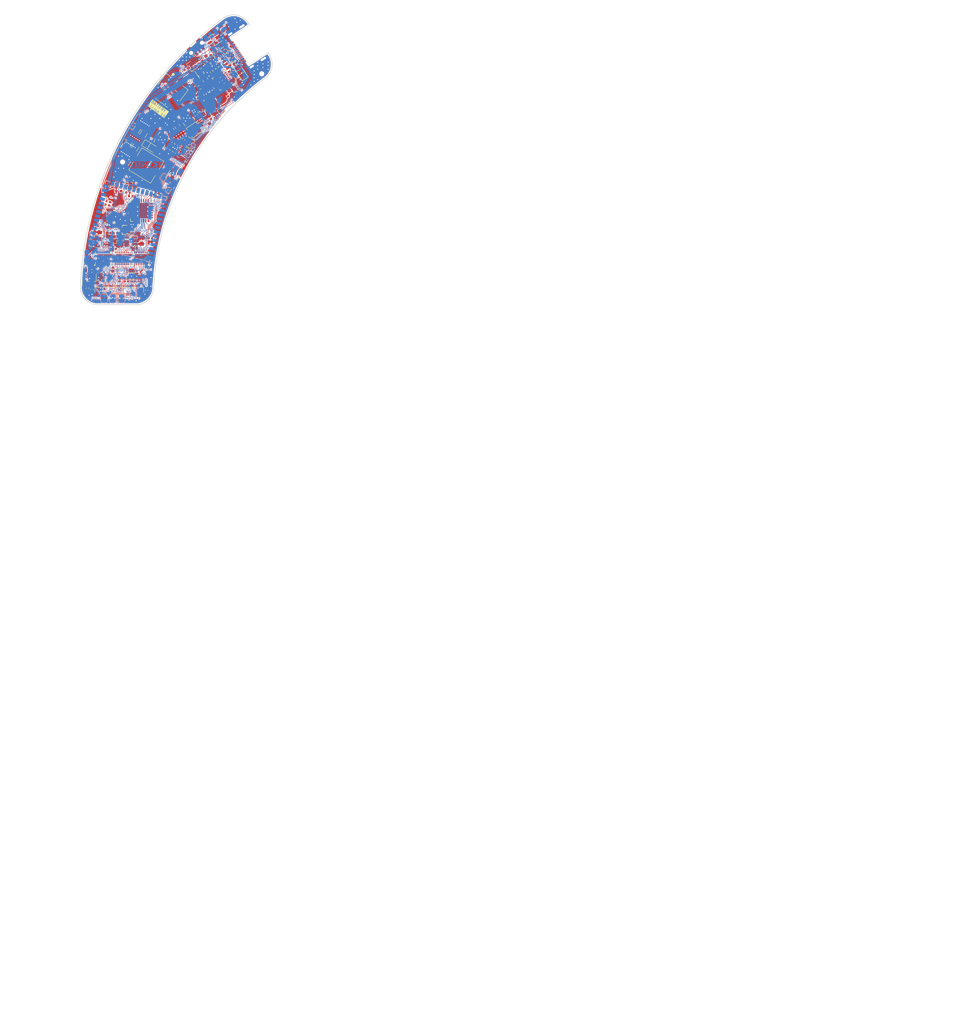
<source format=kicad_pcb>
(kicad_pcb (version 20221018) (generator pcbnew)
  (layers (0 "F.Cu" signal) (1 "In1.Cu" power) (2 "In2.Cu" power) (31 "B.Cu" signal) (34 "B.Paste" user) (35 "F.Paste" user) (36 "B.SilkS" user "B.Silkscreen") (37 "F.SilkS" user "F.Silkscreen") (38 "B.Mask" user) (39 "F.Mask" user) (44 "Edge.Cuts" user))
  (property "Author" "Julien CARAYON")
  (property "Company" "Mounted")
  (property "Date" "11/2023")
  (property "PCB name" "AugMounted_DevBoard")
  (property "Version" "v1.0.0")
  (net 0 "")
  (net 1 "GND")
  (net 2 "+3.3V")
  (net 3 "/Battery Management/VSYS")
  (net 4 "/Battery Management/VSYS_UNCUT")
  (net 5 "/Battery Management/VBAT")
  (net 6 "/1.8V_LCD")
  (net 7 "VBUS")
  (net 8 "/MCU/VBUS_USB")
  (net 9 "/MCU/USB_D+")
  (net 10 "/MCU/CC1")
  (net 11 "/MCU/USB_D-")
  (net 12 "/MCU/CC2")
  (net 13 "/ENCODER_S2")
  (net 14 "/ENCODER_A")
  (net 15 "/ENCODER_B")
  (net 16 "/ENCODER_S1")
  (net 17 "/Battery Management/ENCODER_BUTTON")
  (net 18 "/MISO")
  (net 19 "/OLED/MCLK_1.8V")
  (net 20 "/OLED/XHD_1.8V")
  (net 21 "/OLED/XVD_1.8V")
  (net 22 "/OLED/XCLR_1.8V")
  (net 23 "/OLED/R7_1.8V")
  (net 24 "/OLED/R6_1.8V")
  (net 25 "/OLED/R5_1.8V")
  (net 26 "/OLED/R4_1.8V")
  (net 27 "/OLED/R3_1.8V")
  (net 28 "/OLED/RGB_LSB_1.8V")
  (net 29 "/OLED/G7_1.8V")
  (net 30 "/OLED/G6_1.8V")
  (net 31 "/OLED/G5_1.8V")
  (net 32 "/OLED/G4_1.8V")
  (net 33 "/OLED/G3_1.8V")
  (net 34 "/Battery Management/PGOOD")
  (net 35 "/OLED/B7_1.8V")
  (net 36 "/OLED/B6_1.8V")
  (net 37 "/OLED/B5_1.8V")
  (net 38 "/OLED/B4_1.8V")
  (net 39 "/OLED/B3_1.8V")
  (net 40 "/OLED/CS_1.8V")
  (net 41 "/OLED/SCK_1.8V")
  (net 42 "/OLED/MOSI_1.8V")
  (net 43 "/OLED/MISO_1.8V")
  (net 44 "/Battery Management/CHARGE_STATUS")
  (net 45 "/MOSI")
  (net 46 "/SCK")
  (net 47 "/CS")
  (net 48 "/XCLR")
  (net 49 "/XHD")
  (net 50 "/HVD")
  (net 51 "/MCLK")
  (net 52 "/B5")
  (net 53 "/B4")
  (net 54 "/B3")
  (net 55 "/B2")
  (net 56 "/B1")
  (net 57 "/SDA")
  (net 58 "/G5")
  (net 59 "/G4")
  (net 60 "/G3")
  (net 61 "/G2")
  (net 62 "/G1")
  (net 63 "/R5")
  (net 64 "/R4")
  (net 65 "/R3")
  (net 66 "/R2")
  (net 67 "/R1")
  (net 68 "/SCL")
  (net 69 "/I2S_PDM_CLK")
  (net 70 "/I2S_PDM_DATA")
  (net 71 "/MCU/RGB_LSB")
  (net 72 "Net-(U201-EN)")
  (net 73 "+1V8")
  (net 74 "+10V")
  (net 75 "/Battery Management/ESP_POWER_EN")
  (net 76 "/Battery Management/1.8V_ENABLE")
  (net 77 "/Battery Management/10V_ENABLE")
  (net 78 "Net-(U303-BTST)")
  (net 79 "Net-(U303-REGN)")
  (net 80 "Net-(U305-SS)")
  (net 81 "Net-(C318-Pad1)")
  (net 82 "Net-(C411-Pad1)")
  (net 83 "Net-(J401-VOFS)")
  (net 84 "Net-(J401-VG0)")
  (net 85 "Net-(J401-VG255)")
  (net 86 "Net-(J401-VCAL)")
  (net 91 "Net-(D302-K)")
  (net 92 "Net-(D303-A)")
  (net 95 "Net-(J401-TEST(SCAN_MODE))")
  (net 96 "Net-(J401-TEST(PSCNT))")
  (net 97 "Net-(J401-TEST(VFUSE))")
  (net 98 "Net-(U304-L1)")
  (net 99 "Net-(U304-L2)")
  (net 100 "Net-(Q301-D)")
  (net 101 "Net-(Q302-G)")
  (net 102 "Net-(U303-ILIM)")
  (net 103 "Net-(U303-INT)")
  (net 104 "Net-(U303-TS)")
  (net 105 "Net-(R308-Pad2)")
  (net 106 "Net-(U305-COMP)")
  (net 107 "Net-(U305-FB)")
  (net 108 "/Battery Management/VBAT_NOT_FUSED")
  (net 109 "/Battery Management/NET_BEFORE_INDUCTOR")
  (net 110 "/BUTTON2")
  (net 114 "/BUTTON1")
  (net 115 "/Battery Management/PMID")
  (net 126 "Net-(U501-CATHODE_LED)")
  (net 131 "/LEDS_ENABLE")
  (net 132 "/MCU/RGB_LED_R")
  (net 133 "/MCU/RGB_LED_G")
  (net 134 "/MCU/RGB_LED_B")
  (net 135 "Net-(U201-GPIO0{slash}BOOT)")
  (net 137 "Net-(LED201-RA)")
  (net 138 "Net-(LED201-GA)")
  (net 139 "Net-(LED201-BA)")
  (net 140 "Net-(Q501-D)")
  (net 141 "/User Input/PLUG_DETECTION")
  (net 142 "Net-(J501-Pad1)")
  (net 143 "Net-(Q306-D)")
  (net 144 "Net-(Q307-G)")
  (net 145 "/Battery Management/VSYS_CONTROLED_10V")
  (net 146 "Net-(Q303-D)")
  (net 147 "Net-(Q304-G)")
  (net 149 "Net-(U303-OTG)")
  (net 150 "Net-(U303-PSEL)")
  (net 151 "Net-(LED502-K)")
  (footprint ".mounted-lib:R_0603_1608Metric" (layer "F.Cu") (at 183.265419 46.965131 33.4)
    (fp_text reference "R309" hide)
    (fp_text value "R_0603_31.2k_0.5%_0.1W" hide)
  )
  (footprint ".mounted-lib:R_0402_1005Metric" (layer "F.Cu") (at 155.812992 95.443456)
    (fp_text reference "R307" hide)
    (fp_text value "R_0402_0R_1%_0.06W")
  )
  (footprint ".mounted-lib:TFM252012ALMA1R0MTAA" (layer "F.Cu") (at 184.739405 57.189275 -146.6)
    (fp_text reference "L302" hide)
    (fp_text value "L_TFM252012ALMA1R0MTAA")
  )
  (footprint ".mounted-lib:C_1206_3216Metric" (layer "F.Cu") (at 159.472709 69.677267 -121.6)
    (fp_text reference "C320" hide)
    (fp_text value "C_1206_10uF_25V_X7R_10%")
  )
  (footprint ".mounted-lib:R_0402_1005Metric" (layer "F.Cu") (at 179.229345 56.351758 -56.6)
    (fp_text reference "R315" hide)
    (fp_text value "R_0402_100k_1%_0.06W")
  )
  (footprint ".mounted-lib:VCNL4040_4X2X1.1_VISHAY" (layer "F.Cu") (at 156.726136 81.794127)
    (fp_text reference "U501" hide)
    (fp_text value "U_VCNL4040M3OE")
  )
  (footprint ".mounted-lib:SOT-23-6_TECH_PUBLIC" (layer "F.Cu") (at 178.251318 51.259525 -56.6)
    (fp_text reference "D301" hide)
    (fp_text value "D_SRV05-4" hide)
  )
  (footprint ".mounted-lib:SOT-323_SC-70_DIODES_INC" (layer "F.Cu") (at 184.835979 43.533897 123.4)
    (fp_text reference "Q305" hide)
    (fp_text value "Q_BSS123WQ-7-F" hide)
  )
  (footprint ".mounted-lib:R_0402_1005Metric" (layer "F.Cu") (at 149.012984 106.368457 180)
    (fp_text reference "R506" hide)
    (fp_text value "R_0402_100k_1%_0.06W")
  )
  (footprint ".mounted-lib:R_0402_1005Metric" (layer "F.Cu") (at 159.37853 83.803822 180)
    (fp_text reference "R206" hide)
    (fp_text value "R_0603_4.7k_1%_0.1W")
  )
  (footprint ".mounted-lib:R_0402_1005Metric" (layer "F.Cu") (at 160.17853 84.861956)
    (fp_text reference "R205" hide)
    (fp_text value "R_0603_4.7k_1%_0.1W")
  )
  (footprint ".mounted-lib:LED_LTW-010DCG" (layer "F.Cu") (at 147.187987 104.56846 -89.999)
    (fp_text reference "LED502" hide)
    (fp_text value "LED_LTW-010DCG")
  )
  (footprint ".mounted-lib:C_0805_1608Metric" (layer "F.Cu") (at 163.30049 97.643455 90)
    (fp_text reference "C301" hide)
    (fp_text value "C_0805_2.2uF_25V_X7R_20%" hide)
  )
  (footprint ".mounted-lib:C_1206_3216Metric" (layer "F.Cu") (at 161.883042 65.759329 58.4)
    (fp_text reference "C321" hide)
    (fp_text value "C_1206_10uF_25V_X7R_10%")
  )
  (footprint ".mounted-lib:SOT-23-6_TECH_PUBLIC" (layer "F.Cu") (at 184.101141 39.926628 -146.6)
    (fp_text reference "D501" hide)
    (fp_text value "D_SRV05-4" hide)
  )
  (footprint ".mounted-lib:C_0402_1005Metric" (layer "F.Cu") (at 150.626143 99.251631 180)
    (fp_text reference "C402" hide)
    (fp_text value "C_0603_100nF_100V_X7R_10%")
  )
  (footprint ".mounted-lib:C_0805_1608Metric" (layer "F.Cu") (at 157.209634 97.643455 90)
    (fp_text reference "C304" hide)
    (fp_text value "C_0805_2.2uF_25V_X7R_20%" hide)
  )
  (footprint ".mounted-lib:C_0805_1608Metric" (layer "F.Cu") (at 180.209025 60.453643 123.4)
    (fp_text reference "C306" hide)
    (fp_text value "C_0805_10uF_10V_X7R_10%" hide)
  )
  (footprint ".mounted-lib:C_0402_1005Metric" (layer "F.Cu") (at 159.437986 108.823455 90)
    (fp_text reference "C407" hide)
    (fp_text value "C_0603_100nF_100V_X7R_10%")
  )
  (footprint ".mounted-lib:R_0402_1005Metric" (layer "F.Cu") (at 186.962234 42.371449 -146.6)
    (fp_text reference "R314" hide)
    (fp_text value "R_0402_100k_1%_0.06W")
  )
  (footprint ".mounted-lib:C_0402_1005Metric" (layer "F.Cu") (at 161.412985 99.993457 180)
    (fp_text reference "C401" hide)
    (fp_text value "C_0603_100nF_100V_X7R_10%")
  )
  (footprint ".mounted-lib:R_0402_1005Metric" (layer "F.Cu") (at 153.701139 86.426629 165)
    (fp_text reference "R503" hide)
    (fp_text value "R_0603_10k_1%_0.1W")
  )
  (footprint ".mounted-lib:R_0402_1005Metric" (layer "F.Cu") (at 147.787989 111.293458 90)
    (fp_text reference "R507" hide)
    (fp_text value "R_0402_0R_1%_0.06W")
  )
  (footprint ".mounted-lib:C_0402_1005Metric" (layer "F.Cu") (at 161.437985 108.823455 90)
    (fp_text reference "C412" hide)
    (fp_text value "C_0402_1uF_10V_X7R_10%")
  )
  (footprint ".mounted-lib:J_FH43BW-61S-0.2SHW" (layer "F.Cu") (at 156.89058 111.956793)
    (fp_text reference "J401" hide)
    (fp_text value "J_FH43BW-61S-0.2SHW" hide)
  )
  (footprint ".mounted-lib:R_0402_1005Metric" (layer "F.Cu") (at 161.15343 63.786564 58.4)
    (fp_text reference "R321" hide)
    (fp_text value "R_0402_26.7k_1%_0.06W")
  )
  (footprint ".mounted-lib:QFN-28-1EP_6x6mm_P0.65mm_EP4.25x4.25mm_MICROCHIP" (layer "F.Cu") (at 163.226144 89.001629 -90)
    (fp_text reference "U202" hide)
    (fp_text value "U_MCP23017T-E/ML")
  )
  (footprint ".mounted-lib:R_0402_1005Metric" (layer "F.Cu") (at 153.812989 95.443462)
    (fp_text reference "R306" hide)
    (fp_text value "R_0402_100k_1%_0.06W")
  )
  (footprint ".mounted-lib:C_0402_1005Metric" (layer "F.Cu") (at 164.737989 111.948455 -90)
    (fp_text reference "C414" hide)
    (fp_text value "C_0603_100nF_100V_X7R_10%")
  )
  (footprint ".mounted-lib:R_0402_1005Metric" (layer "F.Cu") (at 172.39575 69.587505 58.4)
    (fp_text reference "R319" hide)
    (fp_text value "R_0402_42.2k_1%_0.06W")
  )
  (footprint ".mounted-lib:R_0402_1005Metric" (layer "F.Cu") (at 167.943661 84.582395 58.4)
    (fp_text reference "R202" hide)
    (fp_text value "R_0402_33R_1%_0.06W")
  )
  (footprint ".mounted-lib:C_0402_1005Metric" (layer "F.Cu") (at 179.029956 61.606812 123.4)
    (fp_text reference "C307" hide)
    (fp_text value "C_0603_100nF_100V_X7R_10%")
  )
  (footprint ".mounted-lib:C_0402_1005Metric" (layer "F.Cu") (at 159.076134 89.751628 90)
    (fp_text reference "C204" hide)
    (fp_text value "C_0603_100nF_100V_X7R_10%")
  )
  (footprint ".mounted-lib:R_0402_1005Metric" (layer "F.Cu") (at 188.152165 48.653989 -56.6)
    (fp_text reference "R304" hide)
    (fp_text value "R_0402_10k_1%_0.06W")
  )
  (footprint ".mounted-lib:R_0402_1005Metric" (layer "F.Cu") (at 184.176977 48.520145 123.4)
    (fp_text reference "R301" hide)
    (fp_text value "R_0402_316R_1%_0.06W")
  )
  (footprint ".mounted-lib:R_0402_1005Metric" (layer "F.Cu") (at 183.359855 44.746784 -56.6)
    (fp_text reference "R313" hide)
    (fp_text value "R_0402_100k_1%_0.06W")
  )
  (footprint ".mounted-lib:VQFN-24_TEXAS_INSTRUMENTS" (layer "F.Cu") (at 186.487102 51.578575 -146.6)
    (fp_text reference "U303" hide)
    (fp_text value "U_BQ24296MRGER")
  )
  (footprint ".mounted-lib:R_0402_1005Metric" (layer "F.Cu") (at 167.091936 84.058405 -121.6)
    (fp_text reference "R203" hide)
    (fp_text value "R_0402_56R_1%_0.06W")
  )
  (footprint ".mounted-lib:R_0402_1005Metric" (layer "F.Cu") (at 182.945413 62.238763 -56.6)
    (fp_text reference "R317" hide)
    (fp_text value "R_0402_100k_1%_0.06W")
  )
  (footprint ".mounted-lib:R_0402_1005Metric" (layer "F.Cu") (at 190.669108 51.084488 -56.6)
    (fp_text reference "R324" hide)
    (fp_text value "R_0402_0R_1%_0.06W")
  )
  (footprint ".mounted-lib:LED_LTW-010DCG" (layer "F.Cu") (at 146.662983 109.743458 -90)
    (fp_text reference "LED503" hide)
    (fp_text value "LED_LTW-010DCG")
  )
  (footprint ".mounted-lib:SOT-323_SC-70_DIODES_INC" (layer "F.Cu") (at 148.937989 108.568459 -90)
    (fp_text reference "Q501" hide)
    (fp_text value "Q_BSS123WQ-7-F" hide)
  )
  (footprint ".mounted-lib:R_0402_1005Metric" (layer "F.Cu") (at 171.226144 83.226627 58.4)
    (fp_text reference "R501" hide)
    (fp_text value "R_0402_0R_1%_0.06W")
  )
  (footprint ".mounted-lib:C_0402_1005Metric" (layer "F.Cu") (at 161.894909 106.809399 -90)
    (fp_text reference "C404" hide)
    (fp_text value "C_0603_100nF_100V_X7R_10%")
  )
  (footprint ".mounted-lib:J_JST_S2B-PH-SM4-TB" (layer "F.Cu") (at 171.459432 54.719798 -36.6)
    (fp_text reference "J301" hide)
    (fp_text value "J_JST_S2B-PH-SM4-TB")
  )
  (footprint ".mounted-lib:NTCG16_XXX_TDK" (layer "F.Cu") (at 180.662025 48.693729 -146.6)
    (fp_text reference "RT301" hide)
    (fp_text value "RT_TX06F103F3435ER" hide)
  )
  (footprint ".mounted-lib:SOT-323_SC-70_DIODES_INC" (layer "F.Cu") (at 177.535165 47.539362 -146.6)
    (fp_text reference "Q306" hide)
    (fp_text value "Q_BSS123WQ-7-F" hide)
  )
  (footprint ".mounted-lib:R_0402_1005Metric" (layer "F.Cu") (at 166.240206 83.534422 -121.6)
    (fp_text reference "R204" hide)
    (fp_text value "R_0402_56R_1%_0.06W")
  )
  (footprint ".mounted-lib:VQFN-20_TEXAS_INSTRUMENTS" (layer "F.Cu") (at 157.687987 102.693462 90)
    (fp_text reference "U402" hide)
    (fp_text value "U_TXS0108E")
  )
  (footprint ".mounted-lib:R_0402_1005Metric" (layer "F.Cu") (at 188.997785 48.089746 -56.6)
    (fp_text reference "R303" hide)
    (fp_text value "R_0402_10k_1%_0.06W")
  )
  (footprint ".mounted-lib:R_0402_1005Metric" (layer "F.Cu") (at 149.889771 94.445637 75)
    (fp_text reference "R201" hide)
    (fp_text value "R_0603_10k_1%_0.1W")
  )
  (footprint ".mounted-lib:C_0402_1005Metric" (layer "F.Cu") (at 156.962987 108.818457 90)
    (fp_text reference "C409" hide)
    (fp_text value "C_0603_100nF_100V_X7R_10%")
  )
  (footprint ".mounted-lib:C_1206_3216Metric" (layer "F.Cu") (at 163.84201 66.964494 58.4)
    (fp_text reference "C322" hide)
    (fp_text value "C_1206_10uF_25V_X7R_10%")
  )
  (footprint ".mounted-lib:SOT-23-6_TECH_PUBLIC" (layer "F.Cu") (at 188.189465 45.395268 -146.6)
    (fp_text reference "D201" hide)
    (fp_text value "D_SRV05-4" hide)
  )
  (footprint ".mounted-lib:MountingHole_1.2mm_M1" (layer "F.Cu") (at 157.833956 75.041091 -56.6)
    (fp_text reference "H101" hide)
    (fp_text value "H_MOUNTING_HOLE_M1")
  )
  (footprint ".mounted-lib:C_0603_1608Metric" (layer "F.Cu") (at 188.936054 55.156356 -56.6)
    (fp_text reference "C310" hide)
    (fp_text value "C_0603_4.7uF_16V_X7R_10%" hide)
  )
  (footprint ".mounted-lib:C_0402_1005Metric" (layer "F.Cu") (at 187.823223 55.830241 -56.6)
    (fp_text reference "C308" hide)
    (fp_text value "C_0402_47nF_50V_X7R_10%")
  )
  (footprint ".mounted-lib:SOT-23-3_HUASHUO" (layer "F.Cu") (at 181.342701 63.804632 -146.6)
    (fp_text reference "Q307" hide)
    (fp_text value "Q_HSS2P10" hide)
  )
  (footprint ".mounted-lib:C_0805_1608Metric" (layer "F.Cu") (at 150.99496 96.121699 -105)
    (fp_text reference "C202" hide)
    (fp_text value "C_0805_22uF_10V_XR7_20%" hide)
  )
  (footprint ".mounted-lib:MountingHole_1.2mm_M1" (layer "F.Cu") (at 172.77614 107.701628 -56.6)
    (fp_text reference "H104" hide)
    (fp_text value "H_MOUNTING_HOLE_M1")
  )
  (footprint "Package_LGA:LGA-12_2x2mm_P0.5mm" (layer "F.Cu") (at 159.651139 81.95663 90)
    (fp_text reference "U503" hide)
    (fp_text value "LIS2DW12")
  )
  (footprint ".mounted-lib:C_0402_1005Metric" (layer "F.Cu") (at 152.162985 108.818455 90)
    (fp_text reference "C408" hide)
    (fp_text value "C_0603_100nF_100V_X7R_10%")
  )
  (footprint ".mounted-lib:SOT-323_SC-70_DIODES_INC" (layer "F.Cu") (at 158.512986 94.543462 180)
    (fp_text reference "Q301" hide)
    (fp_text value "Q_BSS123WQ-7-F" hide)
  )
  (footprint ".mounted-lib:C_0402_1005Metric" (layer "F.Cu") (at 170.953397 71.283149 58.4)
    (fp_text reference "C317" hide)
    (fp_text value "C_0603_100nF_100V_X7R_10%")
  )
  (footprint ".mounted-lib:C_0805_1608Metric" (layer "F.Cu") (at 183.478009 54.281408 -56.6)
    (fp_text reference "C312" hide)
    (fp_text value "C_0805_10uF_10V_X7R_10%" hide)
  )
  (footprint ".mounted-lib:C_0402_1005Metric" (layer "F.Cu") (at 149.037989 111.743465 -90)
    (fp_text reference "C413" hide)
    (fp_text value "C_0603_100nF_100V_X7R_10%")
  )
  (footprint ".mounted-lib:TDFN-8_MAXIM_INTEGRATED" (layer "F.Cu") (at 184.358779 61.153503 -56.6)
    (fp_text reference "U302" hide)
    (fp_text value "U_MAX17048G+T10")
  )
  (footprint ".mounted-lib:C_0402_1005Metric" (layer "F.Cu") (at 189.395311 49.631024 33.4)
    (fp_text reference "C302" hide)
    (fp_text value "C_0402_1uF_10V_X7R_10%")
  )
  (footprint ".mounted-lib:C_0603_1608Metric" (layer "F.Cu") (at 153.426134 81.951628 90)
    (fp_text reference "C501" hide)
    (fp_text value "C_0603_2.2uF_10V_X7R_10%" hide)
  )
  (footprint ".mounted-lib:C_0805_1608Metric" (layer "F.Cu") (at 190.783711 53.416999 33.4)
    (fp_text reference "C303" hide)
    (fp_text value "C_0805_10uF_10V_X7R_10%" hide)
  )
  (footprint ".mounted-lib:R_0402_1005Metric" (layer "F.Cu") (at 153.442324 87.392552 165)
    (fp_text reference "R502" hide)
    (fp_text value "R_0603_10k_1%_0.1W")
  )
  (footprint ".mounted-lib:SOT-23-6_TECH_PUBLIC" (layer "F.Cu") (at 172.384642 78.890442 58.4)
    (fp_text reference "D502" hide)
    (fp_text value "D_SRV05-4" hide)
  )
  (footprint ".mounted-lib:R_0603_1608Metric" (layer "F.Cu") (at 179.931191 53.625539 -146.6)
    (fp_text reference "F301" hide)
    (fp_text value "F_MFU0603FF05000P100" hide)
  )
  (footprint ".mounted-lib:C_0805_1608Metric" (layer "F.Cu") (at 173.621164 64.83772 123.4)
    (fp_text reference "C311" hide)
    (fp_text value "C_0805_10uF_10V_X7R_10%" hide)
  )
  (footprint ".mounted-lib:R_0402_1005Metric" (layer "F.Cu") (at 185.846674 47.419188 -56.6)
    (fp_text reference "R302" hide)
    (fp_text value "R_0402_10k_1%_0.06W")
  )
  (footprint ".mounted-lib:R_0402_1005Metric" (layer "F.Cu") (at 187.900915 42.950325 -146.6)
    (fp_text reference "R208" hide)
    (fp_text value "R_0603_5.23k_1%_0.1W")
  )
  (footprint ".mounted-lib:C_0402_1005Metric" (layer "F.Cu") (at 149.3598 96.40899 -105)
    (fp_text reference "C203" hide)
    (fp_text value "C_0603_100nF_100V_X7R_10%")
  )
  (footprint ".mounted-lib:R_0402_1005Metric" (layer "F.Cu") (at 179.371828 46.328304 123.4)
    (fp_text reference "R316" hide)
    (fp_text value "R_0603_1M_1%_0.1W")
  )
  (footprint ".mounted-lib:R_0402_1005Metric" (layer "F.Cu") (at 175.910432 49.071842 123.4)
    (fp_text reference "R318" hide)
    (fp_text value "R_0402_0R_1%_0.06W")
  )
  (footprint ".mounted-lib:R_0402_1005Metric" (layer "F.Cu") (at 177.751955 71.947542 58.4)
    (fp_text reference "R312" hide)
    (fp_text value "R_0402_0R_1%_0.06W")
  )
  (footprint ".mounted-lib:R_0402_1005Metric" (layer "F.Cu") (at 165.312985 97.468455 90)
    (fp_text reference "R504" hide)
    (fp_text value "R_0402_100k_1%_0.06W")
  )
  (footprint ".mounted-lib:PVSON-N10_TEXAS_INSTRUMENTS" (layer "F.Cu") (at 169.0401 68.667825 -121.6)
    (fp_text reference "U305" hide)
    (fp_text value "U_TPS61087DRCR")
  )
  (footprint ".mounted-lib:C_0402_1005Metric" (layer "F.Cu") (at 173.247477 70.111492 -121.6)
    (fp_text reference "C318" hide)
    (fp_text value "C_0402_1.2nF_50V_X7R_10%")
  )
  (footprint ".mounted-lib:SOT-23-3_HUASHUO" (layer "F.Cu") (at 175.282048 73.606092 -121.6)
    (fp_text reference "Q304" hide)
    (fp_text value "Q_HSS2P10" hide)
  )
  (footprint ".mounted-lib:SOT-23-5_LOW_POWER" (layer "F.Cu") (at 160.262989 97.643456 180)
    (fp_text reference "U301" hide)
    (fp_text value "U_LP3987H-18B5F")
  )
  (footprint ".mounted-lib:C_0402_1005Metric" (layer "F.Cu") (at 155.37853 99.993457 180)
    (fp_text reference "C403" hide)
    (fp_text value "C_0603_100nF_100V_X7R_10%")
  )
  (footprint ".mounted-lib:VQFN-20_TEXAS_INSTRUMENTS" (layer "F.Cu") (at 163.112989 102.694321 90)
    (fp_text reference "U401" hide)
    (fp_text value "U_TXS0108E")
  )
  (footprint ".mounted-lib:VQFN-20_TEXAS_INSTRUMENTS" (layer "F.Cu") (at 152.287986 102.693457 90)
    (fp_text reference "U403" hide)
    (fp_text value "U_TXS0108E")
  )
  (footprint ".mounted-lib:C_0402_1005Metric" (layer "F.Cu") (at 160.937982 106.82346 90)
    (fp_text reference "C415" hide)
    (fp_text value "C_0402_1uF_10V_X7R_10%")
  )
  (footprint ".mounted-lib:R_0402_1005Metric" (layer "F.Cu") (at 183.342136 49.070629 123.4)
    (fp_text reference "R308" hide)
    (fp_text value "R_0402_5.23k_1%_0.06W")
  )
  (footprint ".mounted-lib:C_0805_1608Metric" (layer "F.Cu") (at 171.951467 65.938678 123.4)
    (fp_text reference "C313" hide)
    (fp_text value "C_0805_10uF_10V_X7R_10%" hide)
  )
  (footprint ".mounted-lib:R_0402_1005Metric" (layer "F.Cu") (at 190.299599 46.644531 -146.6)
    (fp_text reference "R207" hide)
    (fp_text value "R_0603_5.23k_1%_0.1W")
  )
  (footprint ".mounted-lib:C_0402_1005Metric" (layer "F.Cu") (at 159.388457 80.025623)
    (fp_text reference "C503" hide)
    (fp_text value "C_0603_100nF_100V_X7R_10%")
  )
  (footprint ".mounted-lib:LED_MHPC3528CRGBCT" (layer "F.Cu") (at 187.697464 35.74781 33.4)
    (fp_text reference "LED201" hide)
    (fp_text value "LED_MHPC3528CRGBCT" hide)
  )
  (footprint ".mounted-lib:D_SMF_VISHAY" (layer "F.Cu") (at 165.834794 70.690051 -31.6)
    (fp_text reference "D303" hide)
    (fp_text value "D_V2FM10HM3/H" hide)
  )
  (footprint ".mounted-lib:C_0402_1005Metric" (layer "F.Cu") (at 151.062985 106.843456 -90)
    (fp_text reference "C406" hide)
    (fp_text value "C_0603_100nF_100V_X7R_10%")
  )
  (footprint ".mounted-lib:R_0402_1005Metric" (layer "F.Cu") (at 166.312987 97.466694 90)
    (fp_text reference "R505" hide)
    (fp_text value "R_0402_100k_1%_0.06W")
  )
  (footprint ".mounted-lib:C_0402_1005Metric" (layer "F.Cu") (at 172.65685 72.331119 58.4)
    (fp_text reference "C316" hide)
    (fp_text value "C_0402_1uF_10V_X7R_10%")
  )
  (footprint ".mounted-lib:PVSON-N10_TEXAS_INSTRUMENTS" (layer "F.Cu") (at 176.252892 62.443609 123.4)
    (fp_text reference "U304" hide)
    (fp_text value "U_TPS63001DRCR")
  )
  (footprint ".mounted-lib:C_0402_1005Metric" (layer "F.Cu") (at 185.706128 59.785959 -56.6)
    (fp_text reference "C305" hide)
    (fp_text value "C_0603_100nF_100V_X7R_10%")
  )
  (footprint ".mounted-lib:C_0402_1005Metric" (layer "F.Cu") (at 154.126142 93.701628 180)
    (fp_text reference "C502" hide)
    (fp_text value "C_0603_100nF_100V_X7R_10%")
  )
  (footprint ".mounted-lib:J_TYPE-C-31-M-13" (layer "F.Cu") (at 196.929588 39.612459 123.4)
    (fp_text reference "J201" hide)
    (fp_text value "J_TYPE-C-31-M-13" hide)
    (fp_line (start -4.75 -6.5) (end 4.75 -6.5) (stroke (width 0.1)) (layer "Edge.Cuts"))
    (fp_line (start -4.75 0) (end -4.75 -6.5) (stroke (width 0.1)) (layer "Edge.Cuts"))
    (fp_line (start 4.75 -6.5) (end 4.75 0) (stroke (width 0.1)) (layer "Edge.Cuts"))
  )
  (footprint ".mounted-lib:C_0402_1005Metric" (layer "F.Cu") (at 160.437978 108.82346 90)
    (fp_text reference "C416" hide)
    (fp_text value "C_0402_1uF_10V_X7R_10%")
  )
  (footprint ".mounted-lib:C_0402_1005Metric" (layer "F.Cu") (at 158.43799 108.823453 90)
    (fp_text reference "C410" hide)
    (fp_text value "C_0603_100nF_100V_X7R_10%")
  )
  (footprint ".mounted-lib:C_0402_1005Metric" (layer "F.Cu") (at 162.437984 108.823462 90)
    (fp_text reference "C411" hide)
    (fp_text value "C_0402_1uF_10V_X7R_10%")
  )
  (footprint ".mounted-lib:MountingHole_1.2mm_M1" (layer "F.Cu") (at 197.826506 49.701445 -56.6)
    (fp_text reference "H103" hide)
    (fp_text value "H_MOUNTING_HOLE_M1")
  )
  (footprint ".mounted-lib:C_1206_3216Metric" (layer "F.Cu") (at 161.431681 70.882437 -121.6)
    (fp_text reference "C319" hide)
    (fp_text value "C_1206_10uF_25V_X7R_10%")
  )
  (footprint ".mounted-lib:C_0805_1608Metric" (layer "F.Cu") (at 181.606368 51.442921 123.4)
    (fp_text reference "C309" hide)
    (fp_text value "C_0805_10uF_10V_X7R_10%" hide)
  )
  (footprint ".mounted-lib:R_0402_1005Metric" (layer "F.Cu") (at 160.712986 94.943456 90)
    (fp_text reference "R305" hide)
    (fp_text value "R_0603_1M_1%_0.1W")
  )
  (footprint ".mounted-lib:R_0402_1005Metric" (layer "F.Cu") (at 160.105458 65.49002 58.4)
    (fp_text reference "R320" hide)
    (fp_text value "R_0402_200k_1%_0.06W")
  )
  (footprint ".mounted-lib:R_0402_1005Metric" (layer "F.Cu") (at 175.897813 71.133823 -31.6)
    (fp_text reference "R311" hide)
    (fp_text value "R_0402_100k_1%_0.06W")
  )
  (footprint ".mounted-lib:C_0402_1005Metric" (layer "F.Cu") (at 154.726145 81.876627 90)
    (fp_text reference "C504" hide)
    (fp_text value "C_0603_100nF_100V_X7R_10%")
  )
  (footprint ".mounted-lib:C_0402_1005Metric" (layer "F.Cu") (at 155.076139 105.901633 -90)
    (fp_text reference "C405" hide)
    (fp_text value "C_0603_100nF_100V_X7R_10%")
  )
  (footprint ".mounted-lib:L_FNR3015S2R2MT" (layer "F.Cu") (at 178.473997 65.830251 -56.6)
    (fp_text reference "L301" hide)
    (fp_text value "L_FNR3015S2R2MT" hide)
  )
  (footprint ".mounted-lib:C_0402_1005Metric" (layer "F.Cu") (at 159.937985 106.823454 90)
    (fp_text reference "C417" hide)
    (fp_text value "C_0402_1uF_10V_X7R_10%")
  )
  (footprint ".mounted-lib:C_0402_1005Metric" (layer "F.Cu") (at 171.805126 71.807137 58.4)
    (fp_text reference "C315" hide)
    (fp_text value "C_0402_1uF_10V_X7R_10%")
  )
  (footprint ".mounted-lib:C_0805_1608Metric" (layer "F.Cu") (at 181.808303 55.382371 -56.6)
    (fp_text reference "C314" hide)
    (fp_text value "C_0805_10uF_10V_X7R_10%" hide)
  )
  (footprint ".mounted-lib:L_7447789003" (layer "F.Cu") (at 164.637989 76.068456 -121.6)
    (fp_text reference "L303" hide)
    (fp_text value "L_7447789003" hide)
  )
  (footprint ".mounted-lib:U_MP34DT05TR-A" (layer "F.Cu") (at 154.076141 90.776629 180)
    (fp_text reference "U502" hide)
    (fp_text value "MP34DT05TR-A" hide)
  )
  (footprint ".mounted-lib:SOT-23_TOSHIBA" (layer "F.Cu") (at 181.441537 45.652335 -146.6)
    (fp_text reference "D302" hide)
    (fp_text value "D_1SS301" hide)
  )
  (footprint ".mounted-lib:R_0402_1005Metric" (layer "F.Cu") (at 175.382852 68.512342 -121.6)
    (fp_text reference "R310" hide)
    (fp_text value "R_0603_1M_1%_0.1W")
  )
  (footprint ".mounted-lib:C_0402_1005Metric" (layer "F.Cu") (at 149.450876 97.994248 -15)
    (fp_text reference "C201" hide)
    (fp_text value "C_0402_1uF_10V_X7R_10%")
  )
  (footprint ".mounted-lib:R_0402_1005Metric" (layer "F.Cu") (at 185.011823 47.969672 123.4)
    (fp_text reference "R323" hide)
    (fp_text value "R_0402_0R_1%_0.06W")
  )
  (footprint ".mounted-lib:SOT-23-3_HUASHUO" (layer "F.Cu") (at 154.512984 97.64346 -90)
    (fp_text reference "Q302" hide)
    (fp_text value "Q_HSS2P10" hide)
  )
  (footprint ".mounted-lib:SW_SKRTLAE010" (layer "F.Cu") (at 179.083325 42.225486 -136.6)
    (fp_text reference "SW501" hide)
    (fp_text value "SW_SKRTLAE010")
  )
  (footprint ".mounted-lib:SOT-323_SC-70_DIODES_INC" (layer "F.Cu") (at 177.269745 69.64381 -31.6)
    (fp_text reference "Q303" hide)
    (fp_text value "Q_BSS123WQ-7-F" hide)
  )
  (footprint ".mounted-lib:D_SMF_VISHAY" (layer "F.Cu") (at 191.766218 49.175682 123.4)
    (fp_text reference "D202" hide)
    (fp_text value "D_V2FM10HM3/H" hide)
  )
  (footprint ".mounted-lib:TESTPOINT_1.5MM" (layer "B.Cu") (at 171.012983 83.19346 180)
    (fp_text reference "TP202" hide)
    (fp_text value "TESTPOINT_1.5MM" hide)
  )
  (footprint ".mounted-lib:mounted_logo" (layer "B.Cu") (at 164.643827 75.86587 180)
    (fp_text reference "LOGO101" hide)
    (fp_text value "mounted_logo" hide)
  )
  (footprint ".mounted-lib:ESP32-S3-WROOM-1U" (layer "B.Cu") (at 159.284447 92.236198 -15)
    (fp_text reference "U201" hide)
    (fp_text value "ESP32-S3-WROOM-1U-N16R8")
  )
  (footprint "Jumper:SolderJumper-2_P1.3mm_Bridged_RoundedPad1.0x1.5mm" (layer "B.Cu") (at 157.543827 114.215871 -90)
    (fp_text reference "JP401" hide)
    (fp_text value "SolderJumper_2_Bridged")
  )
  (footprint "Jumper:SolderJumper-2_P1.3mm_Bridged_RoundedPad1.0x1.5mm" (layer "B.Cu") (at 155.043827 114.217658 -90)
    (fp_text reference "JP402" hide)
    (fp_text value "SolderJumper_2_Bridged")
  )
  (footprint ".mounted-lib:J_788641001_PAD" (layer "B.Cu") (at 184.242994 40.162622 123.4)
    (fp_text reference "J504" hide)
    (fp_text value "J_0788641001_PAD" hide)
  )
  (footprint ".mounted-lib:TESTPOINT_1.5MM" (layer "B.Cu") (at 147.637987 100.943458 125)
    (fp_text reference "TP201" hide)
    (fp_text value "TESTPOINT_1.5MM" hide)
  )
  (footprint ".mounted-lib:J_788641001_PAD" (layer "B.Cu") (at 172.021662 78.643458 -121.6)
    (fp_text reference "J501" hide)
    (fp_text value "J_0788641001_PAD" hide)
  )
  (footprint "Jumper:SolderJumper-2_P1.3mm_Bridged_RoundedPad1.0x1.5mm" (layer "B.Cu") (at 152.543827 114.21587 -90)
    (fp_text reference "JP403" hide)
    (fp_text value "SolderJumper_2_Bridged")
  )
  (gr_line (start 194.314805 35.646927) (end 193.897266 35.013697) (stroke (width 0.2)) (layer "Edge.Cuts"))
  (gr_line (start 150.728255 116.028448) (end 161.739728 116.028448) (stroke (width 0.2)) (layer "Edge.Cuts"))
  (gr_arc (start 199.966471 44.208008) (mid 200.719308 47.821123) (end 198.788378 50.966448) (stroke (width 0.2)) (layer "Edge.Cuts"))
  (gr_arc (start 145.732869 110.813672) (mid 157.502499 67.625477) (end 186.756656 33.744237) (stroke (width 0.2)) (layer "Edge.Cuts"))
  (gr_line (start 199.966471 44.208008) (end 199.54437 43.577983) (stroke (width 0.2)) (layer "Edge.Cuts"))
  (gr_arc (start 150.728255 116.028448) (mid 147.117593 114.487224) (end 145.732869 110.813672) (stroke (width 0.2)) (layer "Edge.Cuts"))
  (gr_arc (start 166.733844 111.270959) (mid 165.18847 114.648725) (end 161.73973 116.028448) (stroke (width 0.2)) (layer "Edge.Cuts"))
  (gr_arc (start 166.733844 111.270959) (mid 176.017828 77.534348) (end 198.788378 50.966448) (stroke (width 0.2)) (layer "Edge.Cuts"))
  (gr_arc (start 186.756656 33.744237) (mid 190.599613 32.845394) (end 193.897266 35.013697) (stroke (width 0.2)) (layer "Edge.Cuts"))
  (gr_text "BATTERY \nLi-Ion 1S" (at 167.373743 60.672869 -36.6) (layer "F.SilkS" knockout) (effects (font (size 0.8 0.8) (thickness 0.1) bold) (justify bottom)))
  (segment (start 155.018708 99.993453) (end 155.121146 99.993453) (width 0.1) (layer "F.Cu") (net 1))
  (segment (start 150.159286 98.118483) (end 149.914523 98.118481) (width 0.5) (layer "F.Cu") (net 1))
  (segment (start 176.120019 69.699648) (end 176.796847 70.116034) (width 0.5) (layer "F.Cu") (net 1))
  (segment (start 160.712983 94.433455) (end 160.712979 93.838467) (width 0.5) (layer "F.Cu") (net 1))
  (segment (start 190.326479 49.017034) (end 190.346741 49.021191) (width 0.5) (layer "F.Cu") (net 1))
  (segment (start 190.346948 47.007218) (end 190.33823 47.012968) (width 0.5) (layer "F.Cu") (net 1))
  (segment (start 177.535692 50.174225) (end 178.128176 51.072767) (width 0.5) (layer "F.Cu") (net 1))
  (segment (start 185.613296 43.531978) (end 185.146895 43.436238) (width 0.5) (layer "F.Cu") (net 1))
  (segment (start 176.96164 43.006899) (end 177.017719 42.733696) (width 0.2) (layer "F.Cu") (net 1))
  (segment (start 151.851142 112.501634) (end 151.50114 112.151622) (width 0.2) (layer "F.Cu") (net 1))
  (segment (start 159.868456 80.025628) (end 159.868457 81.161441) (width 0.1) (layer "F.Cu") (net 1))
  (segment (start 149.03798 112.223457) (end 149.037984 113.01347) (width 0.1) (layer "F.Cu") (net 1))
  (segment (start 157.209634 96.343133) (end 157.776141 95.776628) (width 0.5) (layer "F.Cu") (net 1))
  (segment (start 164.196297 113.046792) (end 164.226137 113.076627) (width 0.1) (layer "F.Cu") (net 1))
  (segment (start 184.495737 46.153888) (end 184.516005 46.158038) (width 0.5) (layer "F.Cu") (net 1))
  (segment (start 189.847837 56.101837) (end 189.910161 56.363443) (width 0.5) (layer "F.Cu") (net 1))
  (segment (start 160.00864 89.271627) (end 160.388644 89.651628) (width 0.5) (layer "F.Cu") (net 1))
  (segment (start 184.662064 47.439231) (end 184.761594 46.954363) (width 0.5) (layer "F.Cu") (net 1))
  (segment (start 159.076139 89.27163) (end 158.39614 89.271634) (width 0.5) (layer "F.Cu") (net 1))
  (segment (start 154.05114 93.401626) (end 154.051136 93.076627) (width 0.1) (layer "F.Cu") (net 1))
  (segment (start 157.209637 96.693455) (end 157.209634 96.343133) (width 0.5) (layer "F.Cu") (net 1))
  (segment (start 162.890582 113.046794) (end 163.575586 113.046791) (width 0.1) (layer "F.Cu") (net 1))
  (segment (start 183.635613 45.196853) (end 183.640606 45.172552) (width 0.5) (layer "F.Cu") (net 1))
  (segment (start 162.290588 110.636791) (end 162.101137 110.636793) (width 0.1) (layer "F.Cu") (net 1))
  (segment (start 153.75114 93.701629) (end 154.05114 93.401626) (width 0.1) (layer "F.Cu") (net 1))
  (segment (start 163.862987 101.944318) (end 163.112989 102.694321) (width 0.2) (layer "F.Cu") (net 1))
  (segment (start 156.904562 111.385819) (end 156.690582 111.171839) (width 0.1) (layer "F.Cu") (net 1))
  (segment (start 154.076144 89.051631) (end 155.300636 89.051629) (width 0.1) (layer "F.Cu") (net 1))
  (segment (start 176.29033 43.68911) (end 176.347204 43.412045) (width 0.2) (layer "F.Cu") (net 1))
  (segment (start 152.162986 107.714784) (end 152.201137 107.676634) (width 0.1) (layer "F.Cu") (net 1))
  (segment (start 176.347204 43.412045) (end 176.96164 43.006899) (width 0.2) (layer "F.Cu") (net 1))
  (segment (start 161.901142 108.343455) (end 161.437985 108.343455) (width 0.1) (layer "F.Cu") (net 1))
  (segment (start 158.437982 101.943462) (end 157.687987 102.693462) (width 0.2) (layer "F.Cu") (net 1))
  (segment (start 150.551145 97.726631) (end 150.159286 98.118483) (width 0.5) (layer "F.Cu") (net 1))
  (segment (start 159.901142 81.194127) (end 160.40114 81.194128) (width 0.1) (layer "F.Cu") (net 1))
  (segment (start 161.816517 62.708724) (end 162.133133 62.633297) (width 0.5) (layer "F.Cu") (net 1))
  (segment (start 184.693668 62.115531) (end 184.28769 61.499834) (width 0.1) (layer "F.Cu") (net 1))
  (segment (start 175.115619 68.946719) (end 176.08232 69.541441) (width 0.5) (layer "F.Cu") (net 1))
  (segment (start 151.890579 110.636793) (end 151.890581 111.14107) (width 0.1) (layer "F.Cu") (net 1))
  (segment (start 149.037984 113.01347) (end 149.051143 113.026628) (width 0.1) (layer "F.Cu") (net 1))
  (segment (start 189.362678 55.803364) (end 189.847837 56.101837) (width 0.5) (layer "F.Cu") (net 1))
  (segment (start 155.446139 80.181628) (end 156.026145 80.181629) (width 0.2) (layer "F.Cu") (net 1))
  (segment (start 179.091085 45.902532) (end 178.164395 46.513568) (width 0.5) (layer "F.Cu") (net 1))
  (segment (start 149.38225 112.22345) (end 150.205589 113.04679) (width 0.1) (layer "F.Cu") (net 1))
  (segment (start 149.03798 112.223457) (end 149.38225 112.22345) (width 0.1) (layer "F.Cu") (net 1))
  (segment (start 155.301136 90.776628) (end 155.801141 90.77663) (width 0.1) (layer "F.Cu") (net 1))
  (segment (start 159.901143 82.719129) (end 159.901142 81.194127) (width 0.1) (layer "F.Cu") (net 1))
  (segment (start 162.101137 110.636793) (end 162.10114 111.226629) (width 0.1) (layer "F.Cu") (net 1))
  (segment (start 160.40114 81.194128) (end 160.401142 81.69412) (width 0.1) (layer "F.Cu") (net 1))
  (segment (start 161.894906 107.289404) (end 161.883936 107.289399) (width 0.1) (layer "F.Cu") (net 1))
  (segment (start 160.437989 107.863477) (end 160.401143 107.826629) (width 0.1) (layer "F.Cu") (net 1))
  (segment (start 163.575586 113.046791) (end 164.196297 113.046792) (width 0.1) (layer "F.Cu") (net 1))
  (segment (start 153.426139 81.17663) (end 154.506142 81.17663) (width 0.2) (layer "F.Cu") (net 1))
  (segment (start 154.076139 92.501629) (end 152.926141 92.50163) (width 0.1) (layer "F.Cu") (net 1))
  (segment (start 180.693889 39.467892) (end 180.676744 39.551415) (width 0.2) (layer "F.Cu") (net 1))
  (segment (start 151.890581 111.14107) (end 152.126143 111.376631) (width 0.1) (layer "F.Cu") (net 1))
  (segment (start 192.294823 46.681228) (end 192.214882 47.070685) (width 0.5) (layer "F.Cu") (net 1))
  (segment (start 159.46298 93.893461) (end 159.462981 93.814786) (width 0.5) (layer "F.Cu") (net 1))
  (segment (start 161.883936 107.289399) (end 161.486149 106.891622) (width 0.1) (layer "F.Cu") (net 1))
  (segment (start 183.744626 61.526369) (end 183.781742 61.533989) (width 0.1) (layer "F.Cu") (net 1))
  (segment (start 184.731083 47.543896) (end 184.662064 47.439231) (width 0.5) (layer "F.Cu") (net 1))
  (segment (start 160.712979 93.838467) (end 160.551144 93.676624) (width 0.5) (layer "F.Cu") (net 1))
  (segment (start 160.401138 106.343455) (end 160.401143 107.826629) (width 0.1) (layer "F.Cu") (net 1))
  (segment (start 159.868456 80.025628) (end 159.868458 79.309316) (width 0.1) (layer "F.Cu") (net 1))
  (segment (start 152.851143 90.776626) (end 152.85114 92.426629) (width 0.1) (layer "F.Cu") (net 1))
  (segment (start 183.781742 61.533989) (end 184.358779 61.153503) (width 0.1) (layer "F.Cu") (net 1))
  (segment (start 154.437988 101.943461) (end 153.037984 101.94346) (width 0.2) (layer "F.Cu") (net 1))
  (segment (start 162.153827 89.19587) (end 163.226144 89.001629) (width 0.1) (layer "F.Cu") (net 1))
  (segment (start 175.023509 61.487449) (end 175.513439 62.230466) (width 0.1) (layer "F.Cu") (net 1))
  (segment (start 183.896237 48.094374) (end 183.570323 47.600109) (width 0.5) (layer "F.Cu") (net 1))
  (segment (start 159.837986 101.943455) (end 158.437982 101.943462) (width 0.2) (layer "F.Cu") (net 1))
  (segment (start 160.437983 108.343456) (end 160.437989 107.863477) (width 0.1) (layer "F.Cu") (net 1))
  (segment (start 187.507352 40.11301) (end 188.853444 40.389323) (width 0.5) (layer "F.Cu") (net 1))
  (segment (start 176.796847 70.116034) (end 176.885818 70.094835) (width 0.5) (layer "F.Cu") (net 1))
  (segment (start 160.926146 99.401625) (end 160.926139 99.986615) (width 0.2) (layer "F.Cu") (net 1))
  (segment (start 153.037984 101.94346) (end 152.287986 102.693457) (width 0.2) (layer "F.Cu") (net 1))
  (segment (start 155.176141 81.126631) (end 155.176141 80.451625) (width 0.2) (layer "F.Cu") (net 1))
  (segment (start 152.162986 108.338457) (end 152.162986 107.714784) (width 0.1) (layer "F.Cu") (net 1))
  (segment (start 155.076144 106.821294) (end 154.873827 107.023611) (width 0.1) (layer "F.Cu") (net 1))
  (segment (start 151.890579 110.636793) (end 151.490589 110.63679) (width 0.1) (layer "F.Cu") (net 1))
  (segment (start 150.749074 97.039329) (end 150.749074 97.283931) (width 0.5) (layer "F.Cu") (net 1))
  (segment (start 155.301144 90.101627) (end 155.301136 90.776628) (width 0.1) (layer "F.Cu") (net 1))
  (segment (start 159.901143 82.719129) (end 159.901144 82.031629) (width 0.1) (layer "F.Cu") (net 1))
  (segment (start 189.432318 35.472307) (end 188.366808 36.174888) (width 0.5) (layer "F.Cu") (net 1))
  (segment (start 150.551145 97.726631) (end 150.749075 97.528692) (width 0.5) (layer "F.Cu") (net 1))
  (segment (start 162.57614 89.651627) (end 163.226144 89.001629) (width 0.1) (layer "F.Cu") (net 1))
  (segment (start 178.128176 51.072767) (end 178.146631 51.076559) (width 0.5) (layer "F.Cu") (net 1))
  (segment (start 161.894908 107.857864) (end 161.894906 107.289404) (width 0.1) (layer "F.Cu") (net 1))
  (segment (start 154.52614 90.101629) (end 155.301144 90.101627) (width 0.1) (layer "F.Cu") (net 1))
  (segment (start 179.091085 45.902532) (end 179.72866 45.482129) (width 0.5) (layer "F.Cu") (net 1))
  (segment (start 150.749075 97.528692) (end 150.749074 97.039329) (width 0.5) (layer "F.Cu") (net 1))
  (segment (start 154.873827 107.724314) (end 154.951142 107.801629) (width 0.1) (layer "F.Cu") (net 1))
  (segment (start 158.39614 89.271634) (end 158.301142 89.176627) (width 0.5) (layer "F.Cu") (net 1))
  (segment (start 161.486149 106.891622) (end 160.93798 106.343458) (width 0.1) (layer "F.Cu") (net 1))
  (segment (start 183.954174 46.510983) (end 184.495737 46.153888) (width 0.5) (layer "F.Cu") (net 1))
  (segment (start 158.437986 108.343455) (end 158.951135 108.343453) (width 0.1) (layer "F.Cu") (net 1))
  (segment (start 153.646144 93.701625) (end 153.75114 93.701629) (width 0.1) (layer "F.Cu") (net 1))
  (segment (start 180.015019 49.120353) (end 180.361619 49.646002) (width 0.5) (layer "F.Cu") (net 1))
  (segment (start 162.133133 62.633297) (end 163.070038 63.209676) (width 0.5) (layer "F.Cu") (net 1))
  (segment (start 164.737986 112.428458) (end 164.19392 112.428454) (width 0.1) (layer "F.Cu") (net 1))
  (segment (start 183.189045 60.741948) (end 183.2334 60.751057) (width 0.1) (layer "F.Cu") (net 1))
  (segment (start 185.186445 39.210997) (end 186.050856 38.641022) (width 0.5) (layer "F.Cu") (net 1))
  (segment (start 188.853444 40.389323) (end 189.099618 40.762666) (width 0.5) (layer "F.Cu") (net 1))
  (segment (start 180.582263 49.889791) (end 181.198659 49.483366) (width 0.5) (layer "F.Cu") (net 1))
  (segment (start 175.513439 62.230466) (end 175.475049 62.417484) (width 0.1) (layer "F.Cu") (net 1))
  (segment (start 160.388644 89.651628) (end 162.57614 89.651627) (width 0.1) (layer "F.Cu") (net 1))
  (segment (start 171.703462 79.997688) (end 172.253893 79.102977) (width 0.5) (layer "F.Cu") (net 1))
  (segment (start 160.388639 90.301624) (end 161.926143 90.301626) (width 0.1) (layer "F.Cu") (net 1))
  (segment (start 160.401142 81.69412) (end 160.41364 81.706631) (width 0.1) (layer "F.Cu") (net 1))
  (segment (start 154.726138 81.396631) (end 154.906141 81.396628) (width 0.2) (layer "F.Cu") (net 1))
  (segment (start 162.101137 110.636793) (end 161.890587 110.636787) (width 0.1) (layer "F.Cu") (net 1))
  (segment (start 161.894908 107.857864) (end 161.894909 108.337222) (width 0.1) (layer "F.Cu") (net 1))
  (segment (start 148.502981 107.403452) (end 148.287979 107.618457) (width 0.1) (layer "F.Cu") (net 1))
  (segment (start 160.401138 106.343455) (end 160.93798 106.343458) (width 0.1) (layer "F.Cu") (net 1))
  (segment (start 149.551139 99.251627) (end 150.14614 99.251625) (width 0.2) (layer "F.Cu") (net 1))
  (segment (start 185.901579 43.969193) (end 185.613296 43.531978) (width 0.5) (layer "F.Cu") (net 1))
  (segment (start 160.384306 97.643454) (end 160.351138 97.676627) (width 0.5) (layer "F.Cu") (net 1))
  (segment (start 160.290588 110.636791) (end 160.290583 111.437182) (width 0.1) (layer "F.Cu") (net 1))
  (segment (start 152.926141 92.50163) (end 152.85114 92.426629) (width 0.1) (layer "F.Cu") (net 1))
  (segment (start 155.076145 106.381625) (end 155.076144 106.821294) (width 0.1) (layer "F.Cu") (net 1))
  (segment (start 159.076139 89.27163) (end 160.00864 89.271627) (width 0.5) (layer "F.Cu") (net 1))
  (segment (start 184.421985 60.010405) (end 184.441313 59.916231) (width 0.1) (layer "F.Cu") (net 1))
  (segment (start 151.490589 110.63679) (end 151.490585 111.337187) (width 0.1) (layer "F.Cu") (net 1))
  (segment (start 157.366118 107.935319) (end 156.962985 108.338453) (width 0.1) (layer "F.Cu") (net 1))
  (segment (start 164.19392 112.428454) (end 163.575586 113.046791) (width 0.1) (layer "F.Cu") (net 1))
  (segment (start 155.300636 89.051629) (end 155.350638 89.001627) (width 0.1) (layer "F.Cu") (net 1))
  (segment (start 161.400487 97.643459) (end 160.384306 97.643454) (width 0.5) (layer "F.Cu") (net 1))
  (segment (start 154.543215 99.51796) (end 155.018708 99.993453) (width 0.1) (layer "F.Cu") (net 1))
  (segment (start 148.287983 108.438474) (end 148.351143 108.50163) (width 0.2) (layer "F.Cu") (net 1))
  (segment (start 184.840739 60.645481) (end 184.421985 60.010405) (width 0.1) (layer "F.Cu") (net 1))
  (segment (start 183.934502 45.65013) (end 183.635613 45.196853) (width 0.5) (layer "F.Cu") (net 1))
  (segment (start 180.361619 49.646002) (end 181.014145 50.635598) (width 0.5) (layer "F.Cu") (net 1))
  (segment (start 151.851145 113.046785) (end 151.851142 112.501634) (width 0.2) (layer "F.Cu") (net 1))
  (segment (start 186.050856 38.641022) (end 186.127955 38.656852) (width 0.5) (layer "F.Cu") (net 1))
  (segment (start 160.388644 89.001625) (end 162.153827 89.19587) (width 0.1) (layer "F.Cu") (net 1))
  (segment (start 189.796035 49.366794) (end 190.326479 49.017034) (width 0.5) (layer "F.Cu") (net 1))
  (segment (start 150.582378 96.872633) (end 150.749074 97.039329) (width 0.5) (layer "F.Cu") (net 1))
  (segment (start 148.502983 106.368454) (end 148.502981 107.403452) (width 0.1) (layer "F.Cu") (net 1))
  (segment (start 172.253893 79.102977) (end 172.176144 78.776626) (width 0.5) (layer "F.Cu") (net 1))
  (segment (start 183.2334 60.751057) (end 183.744626 61.526369) (width 0.1) (layer "F.Cu") (net 1))
  (segment (start 165.262977 101.94432) (end 163.862987 101.944318) (width 0.2) (layer "F.Cu") (net 1))
  (segment (start 150.749074 97.283931) (end 149.914523 98.118481) (width 0.5) (layer "F.Cu") (net 1))
  (segment (start 180.513002 49.875573) (end 180.582263 49.889791) (width 0.5) (layer "F.Cu") (net 1))
  (segment (start 161.894909 108.337222) (end 161.901142 108.343455) (width 0.1) (layer "F.Cu") (net 1))
  (segment (start 148.287979 107.618457) (end 148.287983 108.438474) (width 0.2) (layer "F.Cu") (net 1))
  (segment (start 157.376643 107.93532) (end 157.366118 107.935319) (width 0.1) (layer "F.Cu") (net 1))
  (segment (start 181.014145 50.635598) (end 181.083412 50.649822) (width 0.5) (layer "F.Cu") (net 1))
  (segment (start 162.226146 111.351626) (end 162.090588 111.487187) (width 0.1) (layer "F.Cu") (net 1))
  (segment (start 179.72866 45.482129) (end 179.832034 45.503352) (width 0.5) (layer "F.Cu") (net 1))
  (segment (start 176.08232 69.541441) (end 176.120019 69.699648) (width 0.5) (layer "F.Cu") (net 1))
  (segment (start 151.06299 107.323459) (end 151.062985 108.11478) (width 0.1) (layer "F.Cu") (net 1))
  (segment (start 183.570323 47.600109) (end 183.58691 47.519303) (width 0.5) (layer "F.Cu") (net 1))
  (segment (start 192.787837 46.356149) (end 192.294823 46.681228) (width 0.5) (layer "F.Cu") (net 1))
  (segment (start 160.926139 99.986615) (end 160.932985 99.993459) (width 0.2) (layer "F.Cu") (net 1))
  (segment (start 156.632704 79.486531) (end 156.09621 79.840283) (width 0.5) (layer "F.Cu") (net 1))
  (segment (start 154.506142 81.17663) (end 154.726138 81.396631) (width 0.2) (layer "F.Cu") (net 1))
  (segment (start 162.090588 111.487187) (end 162.090589 113.046786) (width 0.1) (layer "F.Cu") (net 1))
  (segment (start 149.235562 96.872639) (end 150.582378 96.872633) (width 0.5) (layer "F.Cu") (net 1))
  (segment (start 161.926143 90.301626) (end 163.226144 89.001629) (width 0.1) (layer "F.Cu") (net 1))
  (segment (start 151.690589 113.046794) (end 151.851145 113.046785) (width 0.2) (layer "F.Cu") (net 1))
  (segment (start 161.437983 106.939783) (end 161.486149 106.891622) (width 0.1) (layer "F.Cu") (net 1))
  (segment (start 190.33823 47.012968) (end 189.911021 46.925276) (width 0.5) (layer "F.Cu") (net 1))
  (segment (start 161.437985 108.343455) (end 161.437983 106.939783) (width 0.1) (layer "F.Cu") (net 1))
  (segment (start 177.064857 63.675017) (end 176.252892 62.443609) (width 0.2) (layer "F.Cu") (net 1))
  (segment (start 161.926141 86.164125) (end 161.92614 85.12663) (width 0.1) (layer "F.Cu") (net 1))
  (segment (start 161.420662 63.352186) (end 161.816517 62.708724) (width 0.5) (layer "F.Cu") (net 1))
  (segment (start 164.307045 96.401128) (end 164.014715 96.693452) (width 0.5) (layer "F.Cu") (net 1))
  (segment (start 186.980876 43.556983) (end 186.935187 43.779551) (width 0.5) (layer "F.Cu") (net 1))
  (segment (start 155.176141 80.451625) (end 155.446139 80.181628) (width 0.2) (layer "F.Cu") (net 1))
  (segment (start 188.647546 45.093221) (end 188.633169 45.090277) (width 0.5) (layer "F.Cu") (net 1))
  (segment (start 164.014715 96.693452) (end 163.300485 96.693457) (width 0.5) (layer "F.Cu") (net 1))
  (segment (start 159.868457 81.161441) (end 159.901142 81.194127) (width 0.1) (layer "F.Cu") (net 1))
  (segment (start 154.051136 93.076627) (end 154.051144 92.526628) (width 0.1) (layer "F.Cu") (net 1))
  (segment (start 159.462981 93.814786) (end 160.251143 93.026629) (width 0.5) (layer "F.Cu") (net 1))
  (segment (start 161.92614 85.12663) (end 161.901141 85.101628) (width 0.1) (layer "F.Cu") (net 1))
  (segment (start 156.690582 111.171839) (end 156.690582 110.63679) (width 0.1) (layer "F.Cu") (net 1))
  (segment (start 156.09621 79.840283) (end 156.026145 80.181629) (width 0.5) (layer "F.Cu") (net 1))
  (segment (start 154.906141 81.396628) (end 155.176141 81.126631) (width 0.2) (layer "F.Cu") (net 1))
  (segment (start 187.475138 43.231073) (end 186.980876 43.556983) (width 0.5) (layer "F.Cu") (net 1))
  (segment (start 162.10114 111.226629) (end 162.226146 111.351626) (width 0.1) (layer "F.Cu") (net 1))
  (segment (start 184.28769 61.499834) (end 184.358779 61.153503) (width 0.1) (layer "F.Cu") (net 1))
  (segment (start 159.868458 79.309316) (end 159.876144 79.301628) (width 0.1) (layer "F.Cu") (net 1))
  (segment (start 160.290583 111.437182) (end 160.201142 111.526625) (width 0.1) (layer "F.Cu") (net 1))
  (segment (start 162.437985 108.343455) (end 161.901142 108.343455) (width 0.1) (layer "F.Cu") (net 1))
  (segment (start 178.164395 46.513568) (end 177.970452 46.473755) (width 0.5) (layer "F.Cu") (net 1))
  (segment (start 151.062985 108.11478) (end 150.976141 108.201629) (width 0.1) (layer "F.Cu") (net 1))
  (segment (start 189.274757 44.679648) (end 188.647546 45.093221) (width 0.5) (layer "F.Cu") (net 1))
  (segment (start 151.851145 113.046785) (end 152.090585 113.04679) (width 0.2) (layer "F.Cu") (net 1))
  (segment (start 151.490585 111.337187) (end 151.476142 111.351623) (width 0.1) (layer "F.Cu") (net 1))
  (segment (start 155.301142 89.051126) (end 155.350638 89.001627) (width 0.1) (layer "F.Cu") (net 1))
  (segment (start 150.890587 113.046788) (end 150.205589 113.04679) (width 0.1) (layer "F.Cu") (net 1))
  (segment (start 159.937979 106.343457) (end 160.401138 106.343455) (width 0.1) (layer "F.Cu") (net 1))
  (segment (start 184.795579 60.865486) (end 184.840739 60.645481) (width 0.1) (layer "F.Cu") (net 1))
  (segment (start 154.051144 92.526628) (end 154.076139 92.501629) (width 0.1) (layer "F.Cu") (net 1))
  (segment (start 184.358779 61.153503) (end 184.795579 60.865486) (width 0.1) (layer "F.Cu") (net 1))
  (segment (start 154.873827 107.023611) (end 154.873827 107.724314) (width 0.1) (layer "F.Cu") (net 1))
  (segment (start 188.366808 36.174888) (end 188.3178 36.164823) (width 0.5) (layer "F.Cu") (net 1))
  (segment (start 180.676744 39.551415) (end 179.706046 40.191472) (width 0.2) (layer "F.Cu") (net 1))
  (via (at 184.516005 46.158038) (size 0.45) (drill 0.3) (layers "F.Cu" "B.Cu") (net 1))
  (via (at 148.183827 113.32587) (size 0.45) (drill 0.3) (layers "F.Cu" "B.Cu") (net 1))
  (via (at 176.143827 45.86587) (size 0.45) (drill 0.3) (layers "F.Cu" "B.Cu") (net 1))
  (via (at 182.744902 54.961988) (size 0.45) (drill 0.3) (layers "F.Cu" "B.Cu") (net 1))
  (via (at 157.921971 72.341115) (size 0.45) (drill 0.3) (layers "F.Cu" "B.Cu") (net 1))
  (via (at 160.926146 99.401625) (size 0.45) (drill 0.3) (layers "F.Cu" "B.Cu") (net 1))
  (via (at 198.143827 47.86587) (size 0.45) (drill 0.3) (layers "F.Cu" "B.Cu") (net 1))
  (via (at 190.346741 49.021191) (size 0.45) (drill 0.3) (layers "F.Cu" "B.Cu") (net 1))
  (via (at 172.584926 82.477208) (size 0.45) (drill 0.3) (layers "F.Cu" "B.Cu") (net 1))
  (via (at 161.901141 85.101628) (size 0.45) (drill 0.3) (layers "F.Cu" "B.Cu") (net 1))
  (via (at 170.643827 64.36587) (size 0.45) (drill 0.3) (layers "F.Cu" "B.Cu") (net 1))
  (via (at 179.643827 48.36587) (size 0.45) (drill 0.3) (layers "F.Cu" "B.Cu") (net 1))
  (via (at 160.551144 93.676624) (size 0.45) (drill 0.3) (layers "F.Cu" "B.Cu") (net 1))
  (via (at 188.3178 36.164823) (size 0.45) (drill 0.3) (layers "F.Cu" "B.Cu") (net 1))
  (via (at 199.643827 46.36587) (size 0.45) (drill 0.3) (layers "F.Cu" "B.Cu") (net 1))
  (via (at 171.952114 50.220075) (size 0.45) (drill 0.3) (layers "F.Cu" "B.Cu") (net 1))
  (via (at 152.201137 107.676634) (size 0.45) (drill 0.3) (layers "F.Cu" "B.Cu") (net 1))
  (via (at 158.177876 93.243715) (size 0.45) (drill 0.3) (layers "F.Cu" "B.Cu") (net 1))
  (via (at 158.301142 89.176627) (size 0.45) (drill 0.3) (layers "F.Cu" "B.Cu") (net 1))
  (via (at 176.885818 70.094835) (size 0.45) (drill 0.3) (layers "F.Cu" "B.Cu") (net 1))
  (via (at 172.391785 49.660654) (size 0.45) (drill 0.3) (layers "F.Cu" "B.Cu") (net 1))
  (via (at 199.643827 48.36587) (size 0.45) (drill 0.3) (layers "F.Cu" "B.Cu") (net 1))
  (via (at 184.761594 46.954363) (size 0.45) (drill 0.3) (layers "F.Cu" "B.Cu") (net 1))
  (via (at 183.243827 46.86587) (size 0.45) (drill 0.3) (layers "F.Cu" "B.Cu") (net 1))
  (via (at 149.051143 113.026628) (size 0.45) (drill 0.3) (layers "F.Cu" "B.Cu") (net 1))
  (via (at 199.643827 47.28587) (size 0.45) (drill 0.3) (layers "F.Cu" "B.Cu") (net 1))
  (via (at 176.143827 44.86587) (size 0.45) (drill 0.3) (layers "F.Cu" "B.Cu") (net 1))
  (via (at 187.536394 44.62395) (size 0.45) (drill 0.3) (layers "F.Cu" "B.Cu") (net 1))
  (via (at 188.658509 46.282903) (size 0.45) (drill 0.3) (layers "F.Cu" "B.Cu") (net 1))
  (via (at 151.50114 112.151622) (size 0.45) (drill 0.3) (layers "F.Cu" "B.Cu") (net 1))
  (via (at 164.964705 64.376231) (size 0.45) (drill 0.3) (layers "F.Cu" "B.Cu") (net 1))
  (via (at 191.645494 51.339051) (size 0.45) (drill 0.3) (layers "F.Cu" "B.Cu") (net 1))
  (via (at 163.070038 63.209676) (size 0.45) (drill 0.3) (layers "F.Cu" "B.Cu") (net 1))
  (via (at 195.643827 50.86587) (size 0.45) (drill 0.3) (layers "F.Cu" "B.Cu") (net 1))
  (via (at 160.883827 93.00587) (size 0.45) (drill 0.3) (layers "F.Cu" "B.Cu") (net 1))
  (via (at 168.503827 72.68587) (size 0.45) (drill 0.3) (layers "F.Cu" "B.Cu") (net 1))
  (via (at 170.143827 58.36587) (size 0.45) (drill 0.3) (layers "F.Cu" "B.Cu") (net 1))
  (via (at 181.143827 47.36587) (size 0.45) (drill 0.3) (layers "F.Cu" "B.Cu") (net 1))
  (via (at 190.143827 36.86587) (size 0.45) (drill 0.3) (layers "F.Cu" "B.Cu") (net 1))
  (via (at 162.143827 87.96587) (size 0.45) (drill 0.3) (layers "F.Cu" "B.Cu") (net 1))
  (via (at 186.127955 38.656852) (size 0.45) (drill 0.3) (layers "F.Cu" "B.Cu") (net 1))
  (via (at 152.85114 92.426629) (size 0.45) (drill 0.3) (layers "F.Cu" "B.Cu") (net 1))
  (via (at 157.160398 91.518971) (size 0.45) (drill 0.3) (layers "F.Cu" "B.Cu") (net 1))
  (via (at 172.643827 63.36587) (size 0.45) (drill 0.3) (layers "F.Cu" "B.Cu") (net 1))
  (via (at 165.043827 87.96587) (size 0.45) (drill 0.3) (layers "F.Cu" "B.Cu") (net 1))
  (via (at 158.951135 108.343453) (size 0.45) (drill 0.3) (layers "F.Cu" "B.Cu") (net 1))
  (via (at 194.643827 52.86587) (size 0.45) (drill 0.3) (layers "F.Cu" "B.Cu") (net 1))
  (via (at 170.143827 63.86587) (size 0.45) (drill 0.3) (layers "F.Cu" "B.Cu") (net 1))
  (via (at 177.143827 53.36587) (size 0.45) (drill 0.3) (layers "F.Cu" "B.Cu") (net 1))
  (via (at 158.880163 72.930605) (size 0.45) (drill 0.3) (layers "F.Cu" "B.Cu") (net 1))
  (via (at 161.432277 70.881473) (size 0.45) (drill 0.3) (layers "F.Cu" "B.Cu") (net 1))
  (via (at 159.3482 73.219469) (size 0.45) (drill 0.3) (layers "F.Cu" "B.Cu") (net 1))
  (via (at 148.901138 114.676629) (size 0.45) (drill 0.3) (layers "F.Cu" "B.Cu") (net 1))
  (via (at 182.143827 49.36587) (size 0.45) (drill 0.3) (layers "F.Cu" "B.Cu") (net 1))
  (via (at 162.153827 90.46587) (size 0.45) (drill 0.3) (layers "F.Cu" "B.Cu") (net 1))
  (via (at 178.703722 60.570169) (size 0.45) (drill 0.3) (layers "F.Cu" "B.Cu") (net 1))
  (via (at 161.894908 107.857864) (size 0.45) (drill 0.3) (layers "F.Cu" "B.Cu") (net 1))
  (via (at 165.053827 89.19587) (size 0.45) (drill 0.3) (layers "F.Cu" "B.Cu") (net 1))
  (via (at 171.622963 78.125617) (size 0.45) (drill 0.3) (layers "F.Cu" "B.Cu") (net 1))
  (via (at 154.543215 99.51796) (size 0.45) (drill 0.3) (layers "F.Cu" "B.Cu") (net 1))
  (via (at 172.843853 71.130462) (size 0.45) (drill 0.3) (layers "F.Cu" "B.Cu") (net 1))
  (via (at 162.226146 111.351626) (size 0.45) (drill 0.3) (layers "F.Cu" "B.Cu") (net 1))
  (via (at 191.643827 34.36587) (size 0.45) (drill 0.3) (layers "F.Cu" "B.Cu") (net 1))
  (via (at 165.053827 90.46587) (size 0.45) (drill 0.3) (layers "F.Cu" "B.Cu") (net 1))
  (via (at 192.214882 47.070685) (size 0.45) (drill 0.3) (layers "F.Cu" "B.Cu") (net 1))
  (via (at 160.011715 70.016426) (size 0.45) (drill 0.3) (layers "F.Cu" "B.Cu") (net 1))
  (via (at 158.143827 76.86587) (size 0.45) (drill 0.3) (layers "F.Cu" "B.Cu") (net 1))
  (via (at 160.491419 70.311538) (size 0.45) (drill 0.3) (layers "F.Cu" "B.Cu") (net 1))
  (via (at 163.538486 63.497876) (size 0.45) (drill 0.3) (layers "F.Cu" "B.Cu") (net 1))
  (via (at 196.643827 46.36587) (size 0.45) (drill 0.3) (layers "F.Cu" "B.Cu") (net 1))
  (via (at 166.176143 104.001627) (size 0.45) (drill 0.3) (layers "F.Cu" "B.Cu") (net 1))
  (via (at 196.643827 47.36587) (size 0.45) (drill 0.3) (layers "F.Cu" "B.Cu") (net 1))
  (via (at 178.373433 60.069256) (size 0.45) (drill 0.3) (layers "F.Cu" "B.Cu") (net 1))
  (via (at 165.963827 62.52587) (size 0.45) (drill 0.3) (layers "F.Cu" "B.Cu") (net 1))
  (via (at 156.643827 73.36587) (size 0.45) (drill 0.3) (layers "F.Cu" "B.Cu") (net 1))
  (via (at 148.351143 108.50163) (size 0.45) (drill 0.3) (layers "F.Cu" "B.Cu") (net 1))
  (via (at 172.332816 70.816072) (size 0.45) (drill 0.3) (layers "F.Cu" "B.Cu") (net 1))
  (via (at 175.143827 45.86587) (size 0.45) (drill 0.3) (layers "F.Cu" "B.Cu") (net 1))
  (via (at 165.963827 108.24587) (size 0.45) (drill 0.3) (layers "F.Cu" "B.Cu") (net 1))
  (via (at 198.143827 46.86587) (size 0.45) (drill 0.3) (layers "F.Cu" "B.Cu") (net 1))
  (via (at 160.351138 97.676627) (size 0.45) (drill 0.3) (layers "F.Cu" "B.Cu") (net 1))
  (via (at 165.963827 59.98587) (size 0.45) (drill 0.3) (layers "F.Cu" "B.Cu") (net 1))
  (via (at 171.043827 72.68587) (size 0.45) (drill 0.3) (layers "F.Cu" "B.Cu") (net 1))
  (via (at 192.567094 52.827558) (size 0.45) (drill 0.3) (layers "F.Cu" "B.Cu") (net 1))
  (via (at 179.832034 45.503352) (size 0.45) (drill 0.3) (layers "F.Cu" "B.Cu") (net 1))
  (via (at 164.016965 63.792241) (size 0.45) (drill 0.3) (layers "F.Cu" "B.Cu") (net 1))
  (via (at 190.143827 33.86587) (size 0.45) (drill 0.3) (layers "F.Cu" "B.Cu") (net 1))
  (via (at 157.643827 73.36587) (size 0.45) (drill 0.3) (layers "F.Cu" "B.Cu") (net 1))
  (via (at 196.643827 51.36587) (size 0.45) (drill 0.3) (layers "F.Cu" "B.Cu") (net 1))
  (via (at 176.29033 43.68911) (size 0.45) (drill 0.3) (layers "F.Cu" "B.Cu") (net 1))
  (via (at 168.503827 62.52587) (size 0.45) (drill 0.3) (layers "F.Cu" "B.Cu") (net 1))
  (via (at 174.143827 45.86587) (size 0.45) (drill 0.3) (layers "F.Cu" "B.Cu") (net 1))
  (via (at 164.307045 96.401128) (size 0.45) (drill 0.3) (layers "F.Cu" "B.Cu") (net 1))
  (via (at 150.551145 97.726631) (size 0.45) (drill 0.3) (layers "F.Cu" "B.Cu") (net 1))
  (via (at 188.633169 45.090277) (size 0.45) (drill 0.3) (layers "F.Cu" "B.Cu") (net 1))
  (via (at 186.935187 43.779551) (size 0.45) (drill 0.3) (layers "F.Cu" "B.Cu") (net 1))
  (via (at 192.175105 52.18766) (size 0.45) (drill 0.3) (layers "F.Cu" "B.Cu") (net 1))
  (via (at 162.153827 89.19587) (size 0.45) (drill 0.3) (layers "F.Cu" "B.Cu") (net 1))
  (via (at 157.376643 107.93532) (size 0.45) (drill 0.3) (layers "F.Cu" "B.Cu") (net 1))
  (via (at 159.821014 73.500536) (size 0.45) (drill 0.3) (layers "F.Cu" "B.Cu") (net 1))
  (via (at 183.58691 47.519303) (size 0.45) (drill 0.3) (layers "F.Cu" "B.Cu") (net 1))
  (via (at 159.643827 74.36587) (size 0.45) (drill 0.3) (layers "F.Cu" "B.Cu") (net 1))
  (via (at 155.803827 77.76587) (size 0.45) (drill 0.3) (layers "F.Cu" "B.Cu") (net 1))
  (via (at 164.226137 113.076627) (size 0.45) (drill 0.3) (layers "F.Cu" "B.Cu") (net 1))
  (via (at 163.423827 80.30587) (size 0.45) (drill 0.3) (layers "F.Cu" "B.Cu") (net 1))
  (via (at 160.959457 70.600415) (size 0.45) (drill 0.3) (layers "F.Cu" "B.Cu") (net 1))
  (via (at 181.203827 57.44587) (size 0.45) (drill 0.3) (layers "F.Cu" "B.Cu") (net 1))
  (via (at 156.904562 111.385819) (size 0.45) (drill 0.3) (layers "F.Cu" "B.Cu") (net 1))
  (via (at 181.875418 55.505363) (size 0.45) (drill 0.3) (layers "F.Cu" "B.Cu") (net 1))
  (via (at 172.176144 78.776626) (size 0.45) (drill 0.3) (layers "F.Cu" "B.Cu") (net 1))
  (via (at 178.146631 51.076559) (size 0.45) (drill 0.3) (layers "F.Cu" "B.Cu") (net 1))
  (via (at 171.043827 62.52587) (size 0.45) (drill 0.3) (layers "F.Cu" "B.Cu") (net 1))
  (via (at 158.600776 91.886823) (size 0.45) (drill 0.3) (layers "F.Cu" "B.Cu") (net 1))
  (via (at 152.126143 111.376631) (size 0.45) (drill 0.3) (layers "F.Cu" "B.Cu") (net 1))
  (via (at 173.354885 71.444853) (size 0.45) (drill 0.3) (layers "F.Cu" "B.Cu") (net 1))
  (via (at 157.453518 72.052925) (size 0.45) (drill 0.3) (layers "F.Cu" "B.Cu") (net 1))
  (via (at 156.643827 76.86587) (size 0.45) (drill 0.3) (layers "F.Cu" "B.Cu") (net 1))
  (via (at 173.669278 70.933815) (size 0.45) (drill 0.3) (layers "F.Cu" "B.Cu") (net 1))
  (via (at 181.198659 49.483366) (size 0.45) (drill 0.3) (layers "F.Cu" "B.Cu") (net 1))
  (via (at 170.143827 61.36587) (size 0.45) (drill 0.3) (layers "F.Cu" "B.Cu") (net 1))
  (via (at 173.583827 47.28587) (size 0.45) (drill 0.3) (layers "F.Cu" "B.Cu") (net 1))
  (via (at 167.143827 63.86587) (size 0.45) (drill 0.3) (layers "F.Cu" "B.Cu") (net 1))
  (via (at 154.951142 107.801629) (size 0.45) (drill 0.3) (layers "F.Cu" "B.Cu") (net 1))
  (via (at 161.726145 114.976626) (size 0.45) (drill 0.3) (layers "F.Cu" "B.Cu") (net 1))
  (via (at 195.643827 51.86587) (size 0.45) (drill 0.3) (layers "F.Cu" "B.Cu") (net 1))
  (via (at 186.643827 39.36587) (size 0.45) (drill 0.3) (layers "F.Cu" "B.Cu") (net 1))
  (via (at 154.051136 93.076627) (size 0.45) (drill 0.3) (layers "F.Cu" "B.Cu") (net 1))
  (via (at 190.346948 47.007218) (size 0.45) (drill 0.3) (layers "F.Cu" "B.Cu") (net 1))
  (via (at 183.545117 54.404403) (size 0.45) (drill 0.3) (layers "F.Cu" "B.Cu") (net 1))
  (via (at 155.350638 89.001627) (size 0.45) (drill 0.3) (layers "F.Cu" "B.Cu") (net 1))
  (via (at 195.643827 48.86587) (size 0.45) (drill 0.3) (layers "F.Cu" "B.Cu") (net 1))
  (via (at 168.013031 53.654183) (size 0.45) (drill 0.3) (layers "F.Cu" "B.Cu") (net 1))
  (via (at 177.872524 60.399548) (size 0.45) (drill 0.3) (layers "F.Cu" "B.Cu") (net 1))
  (via (at 190.643827 34.86587) (size 0.45) (drill 0.3) (layers "F.Cu" "B.Cu") (net 1))
  (via (at 171.086099 51.449911) (size 0.45) (drill 0.3) (layers "F.Cu" "B.Cu") (net 1))
  (via (at 182.643827 50.36587) (size 0.45) (drill 0.3) (layers "F.Cu" "B.Cu") (net 1))
  (via (at 175.143827 44.86587) (size 0.45) (drill 0.3) (layers "F.Cu" "B.Cu") (net 1))
  (via (at 183.934502 45.65013) (size 0.45) (drill 0.3) (layers "F.Cu" "B.Cu") (net 1))
  (via (at 164.496676 64.087358) (size 0.45) (drill 0.3) (layers "F.Cu" "B.Cu") (net 1))
  (via (at 160.201142 111.526625) (size 0.45) (drill 0.3) (layers "F.Cu" "B.Cu") (net 1))
  (via (at 149.551139 99.251627) (size 0.45) (drill 0.3) (layers "F.Cu" "B.Cu") (net 1))
  (via (at 171.51199 50.869626) (size 0.45) (drill 0.3) (layers "F.Cu" "B.Cu") (net 1))
  (via (at 151.476142 111.351623) (size 0.45) (drill 0.3) (layers "F.Cu" "B.Cu") (net 1))
  (via (at 176.123827 67.60587) (size 0.45) (drill 0.3) (layers "F.Cu" "B.Cu") (net 1))
  (via (at 157.776141 95.776628) (size 0.45) (drill 0.3) (layers "F.Cu" "B.Cu") (net 1))
  (via (at 158.400458 72.635481) (size 0.45) (drill 0.3) (layers "F.Cu" "B.Cu") (net 1))
  (via (at 150.976141 108.201629) (size 0.45) (drill 0.3) (layers "F.Cu" "B.Cu") (net 1))
  (via (at 185.11963 60.341807) (size 0.45) (drill 0.3) (layers "F.Cu" "B.Cu") (net 1))
  (via (at 160.883827 80.30587) (size 0.45) (drill 0.3) (layers "F.Cu" "B.Cu") (net 1))
  (via (at 165.963827 110.78587) (size 0.45) (drill 0.3) (layers "F.Cu" "B.Cu") (net 1))
  (via (at 195.643827 49.86587) (size 0.45) (drill 0.3) (layers "F.Cu" "B.Cu") (net 1))
  (via (at 178.143827 56.86587) (size 0.45) (drill 0.3) (layers "F.Cu" "B.Cu") (net 1))
  (via (at 196.643827 48.36587) (size 0.45) (drill 0.3) (layers "F.Cu" "B.Cu") (net 1))
  (via (at 177.143827 44.86587) (size 0.45) (drill 0.3) (layers "F.Cu" "B.Cu") (net 1))
  (via (at 171.697602 59.968763) (size 0.45) (drill 0.3) (layers "F.Cu" "B.Cu") (net 1))
  (via (at 165.437532 64.657286) (size 0.45) (drill 0.3) (layers "F.Cu" "B.Cu") (net 1))
  (via (at 165.043827 87.96587) (size 0.45) (drill 0.3) (layers "F.Cu" "B.Cu") (net 1))
  (via (at 178.202813 60.900451) (size 0.45) (drill 0.3) (layers "F.Cu" "B.Cu") (net 1))
  (via (at 155.801141 90.77663) (size 0.45) (drill 0.3) (layers "F.Cu" "B.Cu") (net 1))
  (via (at 159.533227 69.722057) (size 0.45) (drill 0.3) (layers "F.Cu" "B.Cu") (net 1))
  (via (at 163.423827 62.52587) (size 0.45) (drill 0.3) (layers "F.Cu" "B.Cu") (net 1))
  (via (at 160.401143 107.826629) (size 0.45) (drill 0.3) (layers "F.Cu" "B.Cu") (net 1))
  (via (at 179.643827 50.36587) (size 0.45) (drill 0.3) (layers "F.Cu" "B.Cu") (net 1))
  (via (at 187.507352 40.11301) (size 0.45) (drill 0.3) (layers "F.Cu" "B.Cu") (net 1))
  (via (at 168.503827 59.98587) (size 0.45) (drill 0.3) (layers "F.Cu" "B.Cu") (net 1))
  (via (at 159.064777 69.433863) (size 0.45) (drill 0.3) (layers "F.Cu" "B.Cu") (net 1))
  (via (at 173.643827 57.36587) (size 0.45) (drill 0.3) (layers "F.Cu" "B.Cu") (net 1))
  (via (at 189.910161 56.363443) (size 0.45) (drill 0.3) (layers "F.Cu" "B.Cu") (net 1))
  (via (at 167.143827 61.36587) (size 0.45) (drill 0.3) (layers "F.Cu" "B.Cu") (net 1))
  (via (at 160.251143 93.026629) (size 0.45) (drill 0.3) (layers "F.Cu" "B.Cu") (net 1))
  (via (at 185.146895 43.436238) (size 0.45) (drill 0.3) (layers "F.Cu" "B.Cu") (net 1))
  (via (at 180.693889 39.467892) (size 0.45) (drill 0.3) (layers "F.Cu" "B.Cu") (net 1))
  (via (at 180.00739 60.549029) (size 0.45) (drill 0.3) (layers "F.Cu" "B.Cu") (net 1))
  (via (at 159.876144 79.301628) (size 0.45) (drill 0.3) (layers "F.Cu" "B.Cu") (net 1))
  (segment (start 154.961197 114.941663) (end 154.962982 114.943457) (width 0.1) (layer "B.Cu") (net 1))
  (segment (start 171.622963 78.125617) (end 171.298799 76.764928) (width 0.5) (layer "B.Cu") (net 1))
  (segment (start 165.598447 102.479416) (end 165.59845 103.423936) (width 0.5) (layer "B.Cu") (net 1))
  (segment (start 172.2937 81.254776) (end 172.375748 81.121406) (width 0.5) (layer "B.Cu") (net 1))
  (segment (start 150.551145 97.726631) (end 150.327693 97.95008) (width 0.5) (layer "B.Cu") (net 1))
  (segment (start 149.166179 114.941666) (end 148.901138 114.676629) (width 0.1) (layer "B.Cu") (net 1))
  (segment (start 187.459169 40.347759) (end 187.507352 40.11301) (width 0.5) (layer "B.Cu") (net 1))
  (segment (start 161.691176 114.941668) (end 161.726145 114.976626) (width 0.1) (layer "B.Cu") (net 1))
  (segment (start 152.418953 114.94167) (end 149.166179 114.941666) (width 0.1) (layer "B.Cu") (net 1))
  (segment (start 157.418961 114.941666) (end 161.691176 114.941668) (width 0.1) (layer "B.Cu") (net 1))
  (segment (start 165.59845 103.423936) (end 166.176143 104.001627) (width 0.5) (layer "B.Cu") (net 1))
  (segment (start 150.327693 97.95008) (end 148.694752 97.95008) (width 0.5) (layer "B.Cu") (net 1))
  (segment (start 186.63843 40.888933) (end 187.459169 40.347759) (width 0.5) (layer "B.Cu") (net 1))
  (segment (start 172.584926 82.477208) (end 172.2937 81.254776) (width 0.5) (layer "B.Cu") (net 1))
  (segment (start 152.418953 114.94167) (end 154.961197 114.941663) (width 0.1) (layer "B.Cu") (net 1))
  (segment (start 171.298799 76.764928) (end 171.667566 76.165508) (width 0.5) (layer "B.Cu") (net 1))
  (segment (start 182.989729 40.636895) (end 183.015843 40.642255) (width 0.5) (layer "F.Cu") (net 2))
  (segment (start 187.871422 48.228223) (end 188.320842 47.931884) (width 0.5) (layer "F.Cu") (net 2))
  (segment (start 149.757766 94.93826) (end 149.757771 95.276632) (width 0.5) (layer "F.Cu") (net 2))
  (segment (start 189.128676 46.991793) (end 188.417566 47.460684) (width 0.5) (layer "F.Cu") (net 2))
  (segment (start 158.90845 79.258943) (end 158.901143 79.251633) (width 0.2) (layer "F.Cu") (net 2))
  (segment (start 149.757771 95.276632) (end 149.757764 95.671615) (width 0.5) (layer "F.Cu") (net 2))
  (segment (start 154.356143 82.726632) (end 154.726137 82.35663) (width 0.2) (layer "F.Cu") (net 2))
  (segment (start 162.576142 86.164129) (end 162.576142 85.101626) (width 0.1) (layer "F.Cu") (net 2))
  (segment (start 151.240831 95.204072) (end 149.830322 95.204073) (width 0.5) (layer "F.Cu") (net 2))
  (segment (start 185.565926 46.993415) (end 185.253781 46.520017) (width 0.5) (layer "F.Cu") (net 2))
  (segment (start 150.901145 95.543757) (end 151.240831 95.204072) (width 0.5) (layer "F.Cu") (net 2))
  (segment (start 150.537987 101.043459) (end 149.042975 101.043453) (width 0.2) (layer "F.Cu") (net 2))
  (segment (start 154.606142 93.701628) (end 154.606143 94.256629) (width 0.5) (layer "F.Cu") (net 2))
  (segment (start 147.98047 102.105961) (end 147.980473 106.772412) (width 0.2) (layer "F.Cu") (net 2))
  (segment (start 156.026134 84.351632) (end 156.051144 84.376625) (width 0.2) (layer "F.Cu") (net 2))
  (segment (start 188.320842 47.931884) (end 188.727144 47.66397) (width 0.5) (layer "F.Cu") (net 2))
  (segment (start 166.312985 97.976692) (end 165.31475 97.976691) (width 0.5) (layer "F.Cu") (net 2))
  (segment (start 165.31475 97.976691) (end 165.312981 97.978459) (width 0.5) (layer "F.Cu") (net 2))
  (segment (start 159.796146 90.951631) (end 160.388635 90.951631) (width 0.1) (layer "F.Cu") (net 2))
  (segment (start 159.076144 90.231627) (end 159.796146 90.951631) (width 0.1) (layer "F.Cu") (net 2))
  (segment (start 159.401138 81.194128) (end 159.401142 82.71913) (width 0.2) (layer "F.Cu") (net 2))
  (segment (start 155.937986 101.043462) (end 155.456614 101.043462) (width 0.2) (layer "F.Cu") (net 2))
  (segment (start 154.676637 86.776633) (end 154.458645 86.558625) (width 0.1) (layer "F.Cu") (net 2))
  (segment (start 161.362984 101.044321) (end 160.918834 101.044317) (width 0.2) (layer "F.Cu") (net 2))
  (segment (start 173.065824 77.783197) (end 172.878529 77.970489) (width 0.5) (layer "F.Cu") (net 2))
  (segment (start 188.104562 41.028024) (end 187.388001 41.744585) (width 0.5) (layer "F.Cu") (net 2))
  (segment (start 161.400488 98.593455) (end 163.300483 98.593458) (width 0.5) (layer "F.Cu") (net 2))
  (segment (start 154.606143 94.256629) (end 154.701136 94.351632) (width 0.5) (layer "F.Cu") (net 2))
  (segment (start 158.908455 80.02563) (end 158.90845 79.258943) (width 0.2) (layer "F.Cu") (net 2))
  (segment (start 163.300483 98.593458) (end 163.300485 97.825973) (width 0.5) (layer "F.Cu") (net 2))
  (segment (start 159.401142 82.71913) (end 159.40115 83.342977) (width 0.2) (layer "F.Cu") (net 2))
  (segment (start 150.537985 99.81978) (end 151.106146 99.251623) (width 0.2) (layer "F.Cu") (net 2))
  (segment (start 161.362984 101.044321) (end 161.362985 100.523459) (width 0.1) (layer "F.Cu") (net 2))
  (segment (start 188.417566 47.460684) (end 188.320842 47.931884) (width 0.5) (layer "F.Cu") (net 2))
  (segment (start 156.026137 83.406628) (end 156.026134 84.351632) (width 0.2) (layer "F.Cu") (net 2))
  (segment (start 172.878529 77.970489) (end 172.87853 78.87653) (width 0.5) (layer "F.Cu") (net 2))
  (segment (start 159.401138 81.194128) (end 158.901138 81.194129) (width 0.2) (layer "F.Cu") (net 2))
  (segment (start 153.934944 87.524553) (end 154.274064 87.524552) (width 0.1) (layer "F.Cu") (net 2))
  (segment (start 151.106146 99.251623) (end 151.106145 98.23667) (width 0.1) (layer "F.Cu") (net 2))
  (segment (start 160.467971 96.69346) (end 160.351139 96.576625) (width 0.5) (layer "F.Cu") (net 2))
  (segment (start 149.830322 95.204073) (end 149.757771 95.276632) (width 0.5) (layer "F.Cu") (net 2))
  (segment (start 150.537987 101.043459) (end 150.537985 99.81978) (width 0.2) (layer "F.Cu") (net 2))
  (segment (start 185.253781 46.520017) (end 185.270366 46.439217) (width 0.5) (layer "F.Cu") (net 2))
  (segment (start 158.901138 81.194129) (end 158.901145 80.03294) (width 0.2) (layer "F.Cu") (net 2))
  (segment (start 173.988851 62.169685) (end 173.988487 62.171456) (width 0.2) (layer "F.Cu") (net 2))
  (segment (start 159.40115 83.342977) (end 159.911149 83.852982) (width 0.2) (layer "F.Cu") (net 2))
  (segment (start 150.901138 96.10163) (end 150.901145 95.543757) (width 0.5) (layer "F.Cu") (net 2))
  (segment (start 149.042975 101.043453) (end 147.98047 102.105961) (width 0.2) (layer "F.Cu") (net 2))
  (segment (start 147.98047 102.105961) (end 147.287984 102.798445) (width 0.2) (layer "F.Cu") (net 2))
  (segment (start 155.937982 100.136613) (end 156.081143 99.993454) (width 0.1) (layer "F.Cu") (net 2))
  (segment (start 156.026137 83.406628) (end 156.026138 82.331627) (width 0.2) (layer "F.Cu") (net 2))
  (segment (start 154.526143 91.451631) (end 154.526143 91.612578) (width 0.1) (layer "F.Cu") (net 2))
  (segment (start 158.456146 90.231623) (end 158.226142 90.001623) (width 0.1) (layer "F.Cu") (net 2))
  (segment (start 159.88853 84.193824) (end 159.66853 84.413823) (width 0.2) (layer "F.Cu") (net 2))
  (segment (start 161.400481 96.693459) (end 160.467971 96.69346) (width 0.5) (layer "F.Cu") (net 2))
  (segment (start 146.762985 107.989897) (end 146.762985 108.143453) (width 0.2) (layer "F.Cu") (net 2))
  (segment (start 160.38431 98.593458) (end 160.376134 98.601628) (width 0.5) (layer "F.Cu") (net 2))
  (segment (start 155.937986 101.043457) (end 155.937982 100.136613) (width 0.1) (layer "F.Cu") (net 2))
  (segment (start 156.001136 82.35663) (end 156.026138 82.331627) (width 0.2) (layer "F.Cu") (net 2))
  (segment (start 172.87853 78.87653) (end 172.941502 78.939502) (width 0.5) (layer "F.Cu") (net 2))
  (segment (start 159.66853 84.413823) (end 159.66853 84.861955) (width 0.2) (layer "F.Cu") (net 2))
  (segment (start 147.287984 102.798445) (end 147.287981 102.968457) (width 0.2) (layer "F.Cu") (net 2))
  (segment (start 161.400488 98.593455) (end 160.38431 98.593458) (width 0.5) (layer "F.Cu") (net 2))
  (segment (start 151.106145 98.23667) (end 151.197717 98.145087) (width 0.1) (layer "F.Cu") (net 2))
  (segment (start 154.274064 87.524552) (end 154.476141 87.726627) (width 0.1) (layer "F.Cu") (net 2))
  (segment (start 187.388001 41.744585) (end 187.388001 42.090711) (width 0.5) (layer "F.Cu") (net 2))
  (segment (start 154.458645 86.558625) (end 154.193762 86.558625) (width 0.1) (layer "F.Cu") (net 2))
  (segment (start 149.757764 95.671615) (end 149.484038 95.945344) (width 0.5) (layer "F.Cu") (net 2))
  (segment (start 161.892983 99.085959) (end 161.400488 98.593455) (width 0.5) (layer "F.Cu") (net 2))
  (segment (start 161.892987 99.99346) (end 161.892983 99.085959) (width 0.5) (layer "F.Cu") (net 2))
  (segment (start 163.300485 97.825973) (end 163.22614 97.751628) (width 0.5) (layer "F.Cu") (net 2))
  (segment (start 160.918834 101.044317) (end 160.901142 101.026628) (width 0.2) (layer "F.Cu") (net 2))
  (segment (start 154.726137 82.35663) (end 156.001136 82.35663) (width 0.2) (layer "F.Cu") (net 2))
  (segment (start 159.88853 83.803823) (end 159.88853 84.193824) (width 0.2) (layer "F.Cu") (net 2))
  (segment (start 147.980473 106.772412) (end 146.762985 107.989897) (width 0.2) (layer "F.Cu") (net 2))
  (segment (start 174.606085 61.762689) (end 173.988851 62.169685) (width 0.2) (layer "F.Cu") (net 2))
  (segment (start 161.362985 100.523459) (end 161.892987 99.99346) (width 0.1) (layer "F.Cu") (net 2))
  (segment (start 155.456614 101.043462) (end 155.446212 101.033061) (width 0.2) (layer "F.Cu") (net 2))
  (segment (start 154.526143 91.612578) (end 155.360944 92.447381) (width 0.1) (layer "F.Cu") (net 2))
  (segment (start 153.426142 82.726631) (end 154.356143 82.726632) (width 0.2) (layer "F.Cu") (net 2))
  (segment (start 165.312983 98.839281) (end 165.226145 98.926132) (width 0.5) (layer "F.Cu") (net 2))
  (segment (start 159.076144 90.231627) (end 158.456146 90.231623) (width 0.1) (layer "F.Cu") (net 2))
  (segment (start 182.195751 41.160433) (end 182.989729 40.636895) (width 0.5) (layer "F.Cu") (net 2))
  (segment (start 165.312981 97.978459) (end 165.312983 98.839281) (width 0.5) (layer "F.Cu") (net 2))
  (segment (start 158.901145 80.03294) (end 158.908455 80.02563) (width 0.2) (layer "F.Cu") (net 2))
  (via (at 155.360944 92.447381) (size 0.45) (drill 0.3) (layers "F.Cu" "B.Cu") (net 2))
  (via (at 173.714472 68.231365) (size 0.45) (drill 0.3) (layers "F.Cu" "B.Cu") (net 2))
  (via (at 160.901142 101.026628) (size 0.45) (drill 0.3) (layers "F.Cu" "B.Cu") (net 2))
  (via (at 165.226145 98.926132) (size 0.45) (drill 0.3) (layers "F.Cu" "B.Cu") (net 2))
  (via (at 173.941969 67.123104) (size 0.45) (drill 0.3) (layers "F.Cu" "B.Cu") (net 2))
  (via (at 173.274081 67.563488) (size 0.45) (drill 0.3) (layers "F.Cu" "B.Cu") (net 2))
  (via (at 163.22614 97.751628) (size 0.45) (drill 0.3) (layers "F.Cu" "B.Cu") (net 2))
  (via (at 160.351139 96.576625) (size 0.45) (drill 0.3) (layers "F.Cu" "B.Cu") (net 2))
  (via (at 154.676637 86.776633) (size 0.45) (drill 0.3) (layers "F.Cu" "B.Cu") (net 2))
  (via (at 150.901138 96.10163) (size 0.45) (drill 0.3) (layers "F.Cu" "B.Cu") (net 2))
  (via (at 185.270366 46.439217) (size 0.45) (drill 0.3) (layers "F.Cu" "B.Cu") (net 2))
  (via (at 154.476141 87.726627) (size 0.45) (drill 0.3) (layers "F.Cu" "B.Cu") (net 2))
  (via (at 156.051144 84.376625) (size 0.45) (drill 0.3) (layers "F.Cu" "B.Cu") (net 2))
  (via (at 151.197717 98.145087) (size 0.45) (drill 0.3) (layers "F.Cu" "B.Cu") (net 2))
  (via (at 154.701136 94.351632) (size 0.45) (drill 0.3) (layers "F.Cu" "B.Cu") (net 2))
  (via (at 158.226142 90.001623) (size 0.45) (drill 0.3) (layers "F.Cu" "B.Cu") (net 2))
  (via (at 175.277721 66.242336) (size 0.45) (drill 0.3) (layers "F.Cu" "B.Cu") (net 2))
  (via (at 155.446212 101.033061) (size 0.45) (drill 0.3) (layers "F.Cu" "B.Cu") (net 2))
  (via (at 172.962795 78.952601) (size 0.45) (drill 0.3) (layers "F.Cu" "B.Cu") (net 2))
  (via (at 188.104562 41.028024) (size 0.45) (drill 0.3) (layers "F.Cu" "B.Cu") (net 2))
  (via (at 189.128676 46.991793) (size 0.45) (drill 0.3) (layers "F.Cu" "B.Cu") (net 2))
  (via (at 174.609845 66.682711) (size 0.45) (drill 0.3) (layers "F.Cu" "B.Cu") (net 2))
  (via (at 175.050228 67.350593) (size 0.45) (drill 0.3) (layers "F.Cu" "B.Cu") (net 2))
  (via (at 172.606209 68.003867) (size 0.45) (drill 0.3) (layers "F.Cu" "B.Cu") (net 2))
  (via (at 160.376134 98.601628) (size 0.45) (drill 0.3) (layers "F.Cu" "B.Cu") (net 2))
  (via (at 175.718107 66.910206) (size 0.45) (drill 0.3) (layers "F.Cu" "B.Cu") (net 2))
  (via (at 173.988487 62.171456) (size 0.45) (drill 0.3) (layers "F.Cu" "B.Cu") (net 2))
  (via (at 174.382354 67.790981) (size 0.45) (drill 0.3) (layers "F.Cu" "B.Cu") (net 2))
  (via (at 182.195751 41.160433) (size 0.45) (drill 0.3) (layers "F.Cu" "B.Cu") (net 2))
  (via (at 162.576142 85.101626) (size 0.45) (drill 0.3) (layers "F.Cu" "B.Cu") (net 2))
  (via (at 158.901143 79.251633) (size 0.45) (drill 0.3) (layers "F.Cu" "B.Cu") (net 2))
  (segment (start 172.962795 78.952601) (end 172.64699 77.626992) (width 0.5) (layer "B.Cu") (net 2))
  (segment (start 172.64699 77.626992) (end 173.030326 77.003883) (width 0.5) (layer "B.Cu") (net 2))
  (segment (start 150.279414 96.723355) (end 150.901138 96.10163) (width 0.5) (layer "B.Cu") (net 2))
  (segment (start 149.023448 96.723354) (end 150.279414 96.723355) (width 0.5) (layer "B.Cu") (net 2))
  (segment (start 176.275784 60.661727) (end 175.440934 61.212208) (width 0.1) (layer "F.Cu") (net 3))
  (segment (start 176.724472 60.365873) (end 176.764257 60.17205) (width 0.1) (layer "F.Cu") (net 3))
  (segment (start 176.275784 60.661727) (end 176.724472 60.365873) (width 0.1) (layer "F.Cu") (net 3))
  (via (at 174.101816 72.139184) (size 0.45) (drill 0.3) (layers "F.Cu" "B.Cu") (net 3))
  (via (at 178.499186 62.621546) (size 0.45) (drill 0.3) (layers "F.Cu" "B.Cu") (net 3))
  (via (at 180.51333 63.27346) (size 0.45) (drill 0.3) (layers "F.Cu" "B.Cu") (net 3))
  (via (at 176.764257 60.17205) (size 0.45) (drill 0.3) (layers "F.Cu" "B.Cu") (net 3))
  (via (at 179.761965 63.768892) (size 0.45) (drill 0.3) (layers "F.Cu" "B.Cu") (net 3))
  (via (at 180.169281 62.751678) (size 0.45) (drill 0.3) (layers "F.Cu" "B.Cu") (net 3))
  (via (at 174.87464 70.501275) (size 0.45) (drill 0.3) (layers "F.Cu" "B.Cu") (net 3))
  (via (at 174.560254 71.012321) (size 0.45) (drill 0.3) (layers "F.Cu" "B.Cu") (net 3))
  (via (at 174.416205 71.628146) (size 0.45) (drill 0.3) (layers "F.Cu" "B.Cu") (net 3))
  (via (at 179.417918 63.24711) (size 0.45) (drill 0.3) (layers "F.Cu" "B.Cu") (net 3))
  (segment (start 176.764257 60.17205) (end 178.360654 62.59311) (width 0.1) (layer "B.Cu") (net 3))
  (segment (start 178.360654 62.59311) (end 178.499186 62.621546) (width 0.1) (layer "B.Cu") (net 3))
  (segment (start 178.948593 55.925992) (end 179.733352 55.408535) (width 0.5) (layer "F.Cu") (net 4))
  (segment (start 179.733352 55.408535) (end 179.747213 55.411381) (width 0.5) (layer "F.Cu") (net 4))
  (segment (start 178.966941 52.344826) (end 179.33852 52.90835) (width 0.5) (layer "F.Cu") (net 5))
  (segment (start 179.33852 52.90835) (end 180.619944 53.171392) (width 0.5) (layer "F.Cu") (net 5))
  (segment (start 156.490586 112.409985) (end 156.490586 113.046797) (width 0.1) (layer "F.Cu") (net 6))
  (segment (start 158.437984 109.303462) (end 158.437987 109.714781) (width 0.1) (layer "F.Cu") (net 6))
  (segment (start 152.301142 109.976628) (end 152.290587 109.987183) (width 0.1) (layer "F.Cu") (net 6))
  (segment (start 152.29058 109.966073) (end 152.290582 109.426059) (width 0.1) (layer "F.Cu") (net 6))
  (segment (start 156.962989 109.963473) (end 156.976142 109.976626) (width 0.1) (layer "F.Cu") (net 6))
  (segment (start 152.290587 109.987183) (end 152.290583 110.636789) (width 0.1) (layer "F.Cu") (net 6))
  (segment (start 160.483538 112.698815) (end 160.483537 113.046791) (width 0.1) (layer "F.Cu") (net 6))
  (segment (start 152.290582 109.426059) (end 152.16299 109.298454) (width 0.1) (layer "F.Cu") (net 6))
  (segment (start 158.690585 111.462181) (end 158.67614 111.476628) (width 0.1) (layer "F.Cu") (net 6))
  (segment (start 156.350971 112.27037) (end 156.490586 112.409985) (width 0.1) (layer "F.Cu") (net 6))
  (segment (start 156.962987 109.298458) (end 156.962989 109.963473) (width 0.1) (layer "F.Cu") (net 6))
  (segment (start 161.278529 111.903822) (end 160.483538 112.698815) (width 0.1) (layer "F.Cu") (net 6))
  (segment (start 152.301142 109.976628) (end 152.29058 109.966073) (width 0.1) (layer "F.Cu") (net 6))
  (segment (start 158.437987 109.714781) (end 158.226138 109.926628) (width 0.1) (layer "F.Cu") (net 6))
  (segment (start 159.437986 109.303456) (end 158.437984 109.303462) (width 0.1) (layer "F.Cu") (net 6))
  (segment (start 158.690589 110.63679) (end 158.690585 111.462181) (width 0.1) (layer "F.Cu") (net 6))
  (via (at 158.67614 111.476628) (size 0.45) (drill 0.3) (layers "F.Cu" "B.Cu") (net 6))
  (via (at 158.226138 109.926628) (size 0.45) (drill 0.3) (layers "F.Cu" "B.Cu") (net 6))
  (via (at 153.351148 99.001625) (size 0.45) (drill 0.3) (layers "F.Cu" "B.Cu") (net 6))
  (via (at 156.350971 112.27037) (size 0.45) (drill 0.3) (layers "F.Cu" "B.Cu") (net 6))
  (via (at 152.301142 109.976628) (size 0.45) (drill 0.3) (layers "F.Cu" "B.Cu") (net 6))
  (via (at 161.278529 111.903822) (size 0.45) (drill 0.3) (layers "F.Cu" "B.Cu") (net 6))
  (via (at 152.726137 98.226626) (size 0.45) (drill 0.3) (layers "F.Cu" "B.Cu") (net 6))
  (via (at 153.376142 98.251626) (size 0.45) (drill 0.3) (layers "F.Cu" "B.Cu") (net 6))
  (via (at 156.976142 109.976626) (size 0.45) (drill 0.3) (layers "F.Cu" "B.Cu") (net 6))
  (via (at 152.701143 99.001629) (size 0.45) (drill 0.3) (layers "F.Cu" "B.Cu") (net 6))
  (segment (start 191.987645 49.49638) (end 192.441795 50.185131) (width 0.5) (layer "F.Cu") (net 7))
  (segment (start 192.43943 50.19666) (end 192.564411 50.386214) (width 0.5) (layer "F.Cu") (net 7))
  (segment (start 192.441795 50.185131) (end 192.43943 50.19666) (width 0.5) (layer "F.Cu") (net 7))
  (via (at 191.987645 49.49638) (size 0.45) (drill 0.3) (layers "F.Cu" "B.Cu") (net 7))
  (segment (start 192.334443 48.402065) (end 190.558309 45.708419) (width 0.5) (layer "B.Cu") (net 7))
  (segment (start 191.987645 49.49638) (end 192.128935 49.403218) (width 0.5) (layer "B.Cu") (net 7))
  (segment (start 186.093647 42.969281) (end 185.302663 41.769703) (width 0.5) (layer "B.Cu") (net 7))
  (segment (start 190.18854 45.632516) (end 188.798575 43.524523) (width 0.5) (layer "B.Cu") (net 7))
  (segment (start 188.798575 43.524523) (end 186.093647 42.969281) (width 0.5) (layer "B.Cu") (net 7))
  (segment (start 192.128935 49.403218) (end 192.334443 48.402065) (width 0.5) (layer "B.Cu") (net 7))
  (segment (start 190.558309 45.708419) (end 190.18854 45.632516) (width 0.5) (layer "B.Cu") (net 7))
  (segment (start 189.347993 41.916493) (end 188.490654 41.740511) (width 0.5) (layer "F.Cu") (net 8))
  (segment (start 189.996786 48.293683) (end 190.639486 48.293683) (width 0.5) (layer "F.Cu") (net 8))
  (segment (start 188.891164 42.217716) (end 188.876946 42.286987) (width 0.5) (layer "F.Cu") (net 8))
  (segment (start 191.614544 45.9992) (end 191.790999 45.88285) (width 0.5) (layer "F.Cu") (net 8))
  (segment (start 190.639486 48.293683) (end 190.96802 47.965149) (width 0.5) (layer "F.Cu") (net 8))
  (segment (start 187.437016 45.891418) (end 187.104153 46.110898) (width 0.5) (layer "F.Cu") (net 8))
  (segment (start 189.705144 41.681002) (end 188.891164 42.217716) (width 0.5) (layer "F.Cu") (net 8))
  (segment (start 186.420826 46.549053) (end 186.435193 46.551996) (width 0.5) (layer "F.Cu") (net 8))
  (segment (start 189.705144 41.681002) (end 189.347993 41.916493) (width 0.5) (layer "F.Cu") (net 8))
  (segment (start 191.249035 47.77986) (end 191.614544 45.9992) (width 0.5) (layer "F.Cu") (net 8))
  (segment (start 186.435193 46.551996) (end 187.104153 46.110898) (width 0.5) (layer "F.Cu") (net 8))
  (segment (start 190.96802 47.965149) (end 191.249035 47.77986) (width 0.5) (layer "F.Cu") (net 8))
  (via (at 186.420826 46.549053) (size 0.45) (drill 0.3) (layers "F.Cu" "B.Cu") (net 8))
  (via (at 188.490654 41.740511) (size 0.45) (drill 0.3) (layers "F.Cu" "B.Cu") (net 8))
  (via (at 189.996786 48.293683) (size 0.45) (drill 0.3) (layers "F.Cu" "B.Cu") (net 8))
  (via (at 188.876946 42.286987) (size 0.45) (drill 0.3) (layers "F.Cu" "B.Cu") (net 8))
  (segment (start 189.36362 48.392696) (end 188.704475 47.73355) (width 0.5) (layer "B.Cu") (net 8))
  (segment (start 188.704475 47.73355) (end 187.201858 47.733552) (width 0.5) (layer "B.Cu") (net 8))
  (segment (start 189.897773 48.392696) (end 189.36362 48.392696) (width 0.5) (layer "B.Cu") (net 8))
  (segment (start 189.996786 48.293683) (end 189.897773 48.392696) (width 0.5) (layer "B.Cu") (net 8))
  (segment (start 187.201858 47.733552) (end 186.420826 46.549053) (width 0.5) (layer "B.Cu") (net 8))
  (segment (start 189.014508 43.940465) (end 189.389099 43.693465) (width 0.1) (layer "F.Cu") (net 9))
  (segment (start 189.390844 43.68498) (end 189.636181 43.523208) (width 0.1) (layer "F.Cu") (net 9))
  (segment (start 189.389099 43.693465) (end 189.390844 43.68498) (width 0.1) (layer "F.Cu") (net 9))
  (segment (start 188.747649 43.906808) (end 188.751808 43.886538) (width 0.35) (layer "F.Cu") (net 9))
  (segment (start 189.373827 43.607184) (end 189.427474 43.660831) (width 0.1) (layer "F.Cu") (net 9))
  (segment (start 188.030278 45.140884) (end 188.210962 44.26069) (width 0.35) (layer "F.Cu") (net 9))
  (segment (start 189.373827 43.09587) (end 189.373827 43.607184) (width 0.1) (layer "F.Cu") (net 9))
  (segment (start 190.237731 44.324382) (end 191.081348 43.768121) (width 0.1) (layer "F.Cu") (net 9))
  (segment (start 189.427474 43.660831) (end 189.636181 43.523208) (width 0.1) (layer "F.Cu") (net 9))
  (segment (start 188.751808 43.886538) (end 189.014508 43.940465) (width 0.1) (layer "F.Cu") (net 9))
  (segment (start 189.636181 43.523208) (end 190.530866 42.933267) (width 0.1) (layer "F.Cu") (net 9))
  (segment (start 188.210962 44.26069) (end 188.747649 43.906808) (width 0.35) (layer "F.Cu") (net 9))
  (segment (start 190.202045 44.498234) (end 190.237731 44.324382) (width 0.1) (layer "F.Cu") (net 9))
  (via (at 189.373827 43.09587) (size 0.45) (drill 0.3) (layers "F.Cu" "B.Cu") (net 9))
  (via (at 188.030278 45.140884) (size 0.45) (drill 0.3) (layers "F.Cu" "B.Cu") (net 9))
  (via (at 190.202045 44.498234) (size 0.45) (drill 0.3) (layers "F.Cu" "B.Cu") (net 9))
  (segment (start 189.373827 43.09587) (end 189.373827 43.579471) (width 0.1) (layer "B.Cu") (net 9))
  (segment (start 155.147581 73.734059) (end 155.359361 73.259491) (width 0.35) (layer "B.Cu") (net 9))
  (segment (start 188.007754 45.250636) (end 188.030278 45.140884) (width 0.35) (layer "B.Cu") (net 9))
  (segment (start 189.754984 44.157526) (end 189.770461 44.160705) (width 0.1) (layer "B.Cu") (net 9))
  (segment (start 187.751622 45.419523) (end 188.007754 45.250636) (width 0.35) (layer "B.Cu") (net 9))
  (segment (start 157.092591 69.666761) (end 158.012309 67.896833) (width 0.35) (layer "B.Cu") (net 9))
  (segment (start 189.960305 44.448614) (end 190.202045 44.498234) (width 0.1) (layer "B.Cu") (net 9))
  (segment (start 153.525803 81.634738) (end 155.147581 73.734059) (width 0.35) (layer "B.Cu") (net 9))
  (segment (start 165.048149 56.569135) (end 184.12609 43.989551) (width 0.35) (layer "B.Cu") (net 9))
  (segment (start 186.317402 44.439362) (end 186.840362 45.232469) (width 0.35) (layer "B.Cu") (net 9))
  (segment (start 158.966932 66.145518) (end 159.95609 64.413482) (width 0.35) (layer "B.Cu") (net 9))
  (segment (start 164.250128 57.691585) (end 165.048149 56.569135) (width 0.35) (layer "B.Cu") (net 9))
  (segment (start 189.770461 44.160705) (end 189.960305 44.448614) (width 0.1) (layer "B.Cu") (net 9))
  (segment (start 159.95609 64.413482) (end 160.979391 62.701418) (width 0.35) (layer "B.Cu") (net 9))
  (segment (start 155.359361 73.259491) (end 156.208167 71.454523) (width 0.35) (layer "B.Cu") (net 9))
  (segment (start 162.036445 61.009961) (end 163.126822 59.339826) (width 0.35) (layer "B.Cu") (net 9))
  (segment (start 189.373827 43.579471) (end 189.754984 44.157526) (width 0.1) (layer "B.Cu") (net 9))
  (segment (start 184.12609 43.989551) (end 186.317402 44.439362) (width 0.35) (layer "B.Cu") (net 9))
  (segment (start 152.967849 82.002643) (end 153.525803 81.634738) (width 0.35) (layer "B.Cu") (net 9))
  (segment (start 163.126822 59.339826) (end 164.250128 57.691585) (width 0.35) (layer "B.Cu") (net 9))
  (segment (start 156.208167 71.454523) (end 157.092591 69.666761) (width 0.35) (layer "B.Cu") (net 9))
  (segment (start 160.979391 62.701418) (end 162.036445 61.009961) (width 0.35) (layer "B.Cu") (net 9))
  (segment (start 158.012309 67.896833) (end 158.966932 66.145518) (width 0.35) (layer "B.Cu") (net 9))
  (segment (start 186.840362 45.232469) (end 187.751622 45.419523) (width 0.35) (layer "B.Cu") (net 9))
  (segment (start 191.239363 44.861749) (end 190.957411 46.235305) (width 0.1) (layer "F.Cu") (net 10))
  (segment (start 190.957411 46.235305) (end 190.762562 46.363784) (width 0.1) (layer "F.Cu") (net 10))
  (segment (start 188.276803 47.002213) (end 189.466463 46.217773) (width 0.1) (layer "F.Cu") (net 10))
  (segment (start 189.466463 46.217773) (end 190.623727 46.455331) (width 0.1) (layer "F.Cu") (net 10))
  (segment (start 187.667768 46.877197) (end 188.276803 47.002213) (width 0.1) (layer "F.Cu") (net 10))
  (segment (start 190.623727 46.455331) (end 190.762562 46.363784) (width 0.1) (layer "F.Cu") (net 10))
  (segment (start 187.627123 46.904002) (end 187.667768 46.877197) (width 0.1) (layer "F.Cu") (net 10))
  (segment (start 191.631829 44.602971) (end 191.239363 44.861749) (width 0.1) (layer "F.Cu") (net 10))
  (segment (start 190.524515 44.73419) (end 191.356593 44.185538) (width 0.1) (layer "F.Cu") (net 11))
  (segment (start 188.365224 45.648845) (end 189.239613 45.828329) (width 0.35) (layer "F.Cu") (net 11))
  (segment (start 190.083093 43.827434) (end 190.081345 43.835926) (width 0.1) (layer "F.Cu") (net 11))
  (segment (start 189.783353 45.469806) (end 189.797726 45.472752) (width 0.35) (layer "F.Cu") (net 11))
  (segment (start 189.239613 45.828329) (end 189.783353 45.469806) (width 0.35) (layer "F.Cu") (net 11))
  (segment (start 189.859283 45.17283) (end 190.524515 44.73419) (width 0.1) (layer "F.Cu") (net 11))
  (segment (start 189.797726 45.472752) (end 189.859283 45.17283) (width 0.1) (layer "F.Cu") (net 11))
  (segment (start 190.806112 43.350697) (end 190.083093 43.827434) (width 0.1) (layer "F.Cu") (net 11))
  (segment (start 190.775604 45.11499) (end 190.524515 44.73419) (width 0.1) (layer "F.Cu") (net 11))
  (via (at 190.775604 45.11499) (size 0.45) (drill 0.3) (layers "F.Cu" "B.Cu") (net 11))
  (via (at 188.365224 45.648845) (size 0.45) (drill 0.3) (layers "F.Cu" "B.Cu") (net 11))
  (via (at 190.081345 43.835926) (size 0.45) (drill 0.3) (layers "F.Cu" "B.Cu") (net 11))
  (segment (start 165.366089 56.898513) (end 164.619425 57.948725) (width 0.35) (layer "B.Cu") (net 11))
  (segment (start 154.554466 78.861423) (end 154.071047 81.216476) (width 0.35) (layer "B.Cu") (net 11))
  (segment (start 184.218198 44.46784) (end 165.366089 56.898513) (width 0.35) (layer "B.Cu") (net 11))
  (segment (start 159.359898 66.364785) (end 158.409549 68.108265) (width 0.35) (layer "B.Cu") (net 11))
  (segment (start 156.613446 71.650114) (end 155.768461 73.446954) (width 0.35) (layer "B.Cu") (net 11))
  (segment (start 190.842622 44.78851) (end 190.775604 45.11499) (width 0.1) (layer "B.Cu") (net 11))
  (segment (start 164.619425 57.948725) (end 163.501172 59.589546) (width 0.35) (layer "B.Cu") (net 11))
  (segment (start 154.170531 81.367352) (end 153.817121 83.089001) (width 0.35) (layer "B.Cu") (net 11))
  (segment (start 190.081345 43.835926) (end 190.23536 43.867537) (width 0.1) (layer "B.Cu") (net 11))
  (segment (start 190.23536 43.867537) (end 190.842622 44.78851) (width 0.1) (layer "B.Cu") (net 11))
  (segment (start 154.071047 81.216476) (end 154.170531 81.367352) (width 0.35) (layer "B.Cu") (net 11))
  (segment (start 153.817121 83.089001) (end 153.375127 83.380442) (width 0.35) (layer "B.Cu") (net 11))
  (segment (start 162.415699 61.252178) (end 161.36334 62.936113) (width 0.35) (layer "B.Cu") (net 11))
  (segment (start 188.255475 45.626318) (end 187.843728 45.897814) (width 0.35) (layer "B.Cu") (net 11))
  (segment (start 186.567292 45.635804) (end 186.044333 44.842693) (width 0.35) (layer "B.Cu") (net 11))
  (segment (start 161.36334 62.936113) (end 160.344606 64.640553) (width 0.35) (layer "B.Cu") (net 11))
  (segment (start 155.768461 73.446954) (end 155.578543 73.872522) (width 0.35) (layer "B.Cu") (net 11))
  (segment (start 153.375127 83.380442) (end 152.639151 83.229369) (width 0.35) (layer "B.Cu") (net 11))
  (segment (start 186.044333 44.842693) (end 184.218198 44.46784) (width 0.35) (layer "B.Cu") (net 11))
  (segment (start 188.365224 45.648845) (end 188.255475 45.626318) (width 0.35) (layer "B.Cu") (net 11))
  (segment (start 157.493947 69.870259) (end 156.613446 71.650114) (width 0.35) (layer "B.Cu") (net 11))
  (segment (start 187.843728 45.897814) (end 186.567292 45.635804) (width 0.35) (layer "B.Cu") (net 11))
  (segment (start 155.578543 73.872522) (end 154.554472 78.861421) (width 0.35) (layer "B.Cu") (net 11))
  (segment (start 163.501172 59.589546) (end 162.415699 61.252178) (width 0.35) (layer "B.Cu") (net 11))
  (segment (start 154.554472 78.861421) (end 154.554466 78.861423) (width 0.35) (layer "B.Cu") (net 11))
  (segment (start 158.409549 68.108265) (end 157.493947 69.870259) (width 0.35) (layer "B.Cu") (net 11))
  (segment (start 160.344606 64.640553) (end 159.359898 66.364785) (width 0.35) (layer "B.Cu") (net 11))
  (segment (start 186.581207 45.317789) (end 186.761885 44.437593) (width 0.1) (layer "F.Cu") (net 12))
  (segment (start 188.663158 42.966973) (end 189.980384 42.098421) (width 0.1) (layer "F.Cu") (net 12))
  (segment (start 188.500802 42.933647) (end 188.663158 42.966973) (width 0.1) (layer "F.Cu") (net 12))
  (segment (start 188.149664 42.786306) (end 188.326682 42.669583) (width 0.1) (layer "F.Cu") (net 12))
  (segment (start 187.97488 43.637769) (end 188.149664 42.786306) (width 0.1) (layer "F.Cu") (net 12))
  (segment (start 186.761885 44.437593) (end 187.97488 43.637769) (width 0.1) (layer "F.Cu") (net 12))
  (segment (start 188.326682 42.669583) (end 188.500802 42.933647) (width 0.1) (layer "F.Cu") (net 12))
  (segment (start 179.248961 44.336981) (end 180.297951 44.552306) (width 0.1) (layer "F.Cu") (net 13))
  (segment (start 180.297951 44.552306) (end 180.696235 44.634058) (width 0.1) (layer "F.Cu") (net 13))
  (segment (start 183.7793 43.859315) (end 183.079116 44.321004) (width 0.1) (layer "F.Cu") (net 13))
  (segment (start 181.673344 46.115914) (end 181.860877 46.154415) (width 0.1) (layer "F.Cu") (net 13))
  (segment (start 181.860877 46.154415) (end 182.498529 45.73396) (width 0.1) (layer "F.Cu") (net 13))
  (segment (start 184.816277 44.684813) (end 184.349085 43.976278) (width 0.1) (layer "F.Cu") (net 13))
  (segment (start 181.670931 40.821959) (end 181.673781 40.826283) (width 0.1) (layer "F.Cu") (net 13))
  (segment (start 180.694818 42.146708) (end 181.016125 42.212664) (width 0.1) (layer "F.Cu") (net 13))
  (segment (start 182.498529 45.73396) (end 182.657525 45.629116) (width 0.1) (layer "F.Cu") (net 13))
  (segment (start 178.914713 43.830068) (end 179.248961 44.336981) (width 0.1) (layer "F.Cu") (net 13))
  (segment (start 181.773213 40.323683) (end 181.670931 40.821959) (width 0.1) (layer "F.Cu") (net 13))
  (segment (start 180.297951 44.552306) (end 180.322837 44.43109) (width 0.1) (layer "F.Cu") (net 13))
  (segment (start 184.349085 43.976278) (end 183.7793 43.859315) (width 0.1) (layer "F.Cu") (net 13))
  (segment (start 180.322837 44.43109) (end 180.677643 44.197138) (width 0.1) (layer "F.Cu") (net 13))
  (segment (start 182.657525 45.629116) (end 182.90209 44.437739) (width 0.1) (layer "F.Cu") (net 13))
  (segment (start 181.513553 41.606854) (end 180.694818 42.146708) (width 0.1) (layer "F.Cu") (net 13))
  (segment (start 181.673781 40.826283) (end 181.513553 41.606854) (width 0.1) (layer "F.Cu") (net 13))
  (segment (start 182.90209 44.437739) (end 183.079116 44.321004) (width 0.1) (layer "F.Cu") (net 13))
  (segment (start 181.016125 42.212664) (end 181.591607 43.085414) (width 0.1) (layer "F.Cu") (net 13))
  (segment (start 182.492882 39.849149) (end 181.773213 40.323683) (width 0.1) (layer "F.Cu") (net 13))
  (segment (start 180.696235 44.634058) (end 181.673344 46.115914) (width 0.1) (layer "F.Cu") (net 13))
  (via (at 181.670931 40.821959) (size 0.45) (drill 0.3) (layers "F.Cu" "B.Cu") (net 13))
  (via (at 181.591607 43.085414) (size 0.45) (drill 0.3) (layers "F.Cu" "B.Cu") (net 13))
  (via (at 180.677643 44.197138) (size 0.45) (drill 0.3) (layers "F.Cu" "B.Cu") (net 13))
  (segment (start 181.670931 40.821959) (end 181.588719 40.697278) (width 0.1) (layer "B.Cu") (net 13))
  (segment (start 180.697212 44.10181) (end 180.677643 44.197138) (width 0.1) (layer "B.Cu") (net 13))
  (segment (start 181.490319 43.578852) (end 180.697212 44.10181) (width 0.1) (layer "B.Cu") (net 13))
  (segment (start 181.588719 40.697278) (end 181.847557 39.436313) (width 0.1) (layer "B.Cu") (net 13))
  (segment (start 181.591607 43.085414) (end 181.490319 43.578852) (width 0.1) (layer "B.Cu") (net 13))
  (segment (start 155.427556 73.290711) (end 156.275713 71.487126) (width 0.1) (layer "F.Cu") (net 14))
  (segment (start 153.099892 78.797489) (end 153.83932 76.946651) (width 0.1) (layer "F.Cu") (net 14))
  (segment (start 164.416468 60.741716) (end 163.256605 61.506505) (width 0.1) (layer "F.Cu") (net 14))
  (segment (start 163.256605 61.506505) (end 162.133535 61.275972) (width 0.1) (layer "F.Cu") (net 14))
  (segment (start 153.376146 85.626633) (end 152.226143 84.476629) (width 0.1) (layer "F.Cu") (net 14))
  (segment (start 157.159485 69.700674) (end 158.078537 67.932046) (width 0.1) (layer "F.Cu") (net 14))
  (segment (start 154.615326 75.110784) (end 155.427556 73.290711) (width 0.1) (layer "F.Cu") (net 14))
  (segment (start 176.942836 51.763405) (end 176.804304 51.734967) (width 0.1) (layer "F.Cu") (net 14))
  (segment (start 158.078537 67.932046) (end 159.032391 66.182128) (width 0.1) (layer "F.Cu") (net 14))
  (segment (start 153.83932 76.946651) (end 154.615326 75.110784) (width 0.1) (layer "F.Cu") (net 14))
  (segment (start 176.804304 51.734967) (end 174.987718 48.979968) (width 0.1) (layer "F.Cu") (net 14))
  (segment (start 152.126143 84.056869) (end 152.126145 81.42819) (width 0.1) (layer "F.Cu") (net 14))
  (segment (start 174.987718 48.979968) (end 175.272084 47.594639) (width 0.1) (layer "F.Cu") (net 14))
  (segment (start 152.226143 84.476629) (end 152.126143 84.056869) (width 0.1) (layer "F.Cu") (net 14))
  (segment (start 152.568535 80.2081) (end 152.568528 80.208098) (width 0.1) (layer "F.Cu") (net 14))
  (segment (start 160.020836 64.451344) (end 161.043394 62.740521) (width 0.1) (layer "F.Cu") (net 14))
  (segment (start 153.376139 86.127014) (end 153.208519 86.29463) (width 0.1) (layer "F.Cu") (net 14))
  (segment (start 156.275713 71.487126) (end 157.159485 69.700674) (width 0.1) (layer "F.Cu") (net 14))
  (segment (start 152.126145 81.42819) (end 152.397282 80.662724) (width 0.1) (layer "F.Cu") (net 14))
  (segment (start 161.928054 61.324927) (end 162.133535 61.275972) (width 0.1) (layer "F.Cu") (net 14))
  (segment (start 152.397282 80.662724) (end 152.568535 80.2081) (width 0.1) (layer "F.Cu") (net 14))
  (segment (start 152.568528 80.208098) (end 153.099892 78.797489) (width 0.1) (layer "F.Cu") (net 14))
  (segment (start 153.376146 85.626633) (end 153.376139 86.127014) (width 0.1) (layer "F.Cu") (net 14))
  (segment (start 184.545197 40.162153) (end 185.250236 40.306872) (width 0.1) (layer "F.Cu") (net 14))
  (segment (start 161.043394 62.740521) (end 161.928054 61.324927) (width 0.1) (layer "F.Cu") (net 14))
  (segment (start 159.032391 66.182128) (end 160.020836 64.451344) (width 0.1) (layer "F.Cu") (net 14))
  (segment (start 185.250236 40.306872) (end 185.709399 40.004106) (width 0.1) (layer "F.Cu") (net 14))
  (segment (start 184.291751 39.777772) (end 184.545197 40.162153) (width 0.1) (layer "F.Cu") (net 14))
  (via (at 164.416468 60.741716) (size 0.45) (drill 0.3) (layers "F.Cu" "B.Cu") (net 14))
  (via (at 153.376146 85.626633) (size 0.45) (drill 0.3) (layers "F.Cu" "B.Cu") (net 14))
  (via (at 175.272084 47.594639) (size 0.45) (drill 0.3) (layers "F.Cu" "B.Cu") (net 14))
  (via (at 184.291751 39.777772) (size 0.45) (drill 0.3) (layers "F.Cu" "B.Cu") (net 14))
  (via (at 176.942836 51.763405) (size 0.45) (drill 0.3) (layers "F.Cu" "B.Cu") (net 14))
  (segment (start 164.587089 59.910519) (end 164.503603 59.965567) (width 0.1) (layer "B.Cu") (net 14))
  (segment (start 184.291751 39.777772) (end 183.533186 38.627358) (width 0.1) (layer "B.Cu") (net 14))
  (segment (start 176.942836 51.763405) (end 176.885964 52.040467) (width 0.1) (layer "B.Cu") (net 14))
  (segment (start 172.628239 54.847921) (end 172.351173 54.791048) (width 0.1) (layer "B.Cu") (net 14))
  (segment (start 176.885964 52.040467) (end 172.628239 54.847921) (width 0.1) (layer "B.Cu") (net 14))
  (segment (start 164.587089 59.910519) (end 164.441407 60.006577) (width 0.1) (layer "B.Cu") (net 14))
  (segment (start 183.533186 38.627358) (end 183.183321 38.555538) (width 0.1) (layer "B.Cu") (net 14))
  (segment (start 151.981751 85.682822) (end 153.319948 85.682822) (width 0.1) (layer "B.Cu") (net 14))
  (segment (start 178.944739 44.120845) (end 178.69496 45.33767) (width 0.1) (layer "B.Cu") (net 14))
  (segment (start 172.351173 54.791048) (end 164.587089 59.910519) (width 0.1) (layer "B.Cu") (net 14))
  (segment (start 164.320409 60.596037) (end 164.395126 60.232039) (width 0.1) (layer "B.Cu") (net 14))
  (segment (start 184.097705 40.72309) (end 178.944739 44.120845) (width 0.1) (layer "B.Cu") (net 14))
  (segment (start 153.319948 85.682822) (end 153.376146 85.626633) (width 0.1) (layer "B.Cu") (net 14))
  (segment (start 178.69496 45.33767) (end 175.272084 47.594639) (width 0.1) (layer "B.Cu") (net 14))
  (segment (start 164.416468 60.741716) (end 164.320409 60.596037) (width 0.1) (layer "B.Cu") (net 14))
  (segment (start 184.291751 39.777772) (end 184.097705 40.72309) (width 0.1) (layer "B.Cu") (net 14))
  (segment (start 164.441407 60.006577) (end 164.395126 60.232039) (width 0.1) (layer "B.Cu") (net 14))
  (segment (start 164.395126 60.232039) (end 164.434157 60.041904) (width 0.1) (layer "B.Cu") (net 14))
  (segment (start 154.431869 75.031121) (end 153.654328 76.870619) (width 0.1) (layer "F.Cu") (net 15))
  (segment (start 156.981102 69.610209) (end 156.095579 71.400202) (width 0.1) (layer "F.Cu") (net 15))
  (segment (start 152.676139 87.534112) (end 152.676138 87.826633) (width 0.1) (layer "F.Cu") (net 15))
  (segment (start 152.209425 80.594056) (end 151.926143 81.393818) (width 0.1) (layer "F.Cu") (net 15))
  (segment (start 155.245721 73.207425) (end 154.431869 75.031121) (width 0.1) (layer "F.Cu") (net 15))
  (segment (start 158.857753 66.084632) (end 157.901965 67.838084) (width 0.1) (layer "F.Cu") (net 15))
  (segment (start 151.926143 81.393818) (end 151.92614 86.237003) (width 0.1) (layer "F.Cu") (net 15))
  (segment (start 185.016405 36.698609) (end 184.663487 38.417896) (width 0.1) (layer "F.Cu") (net 15))
  (segment (start 152.352171 80.21512) (end 152.352167 80.215118) (width 0.1) (layer "F.Cu") (net 15))
  (segment (start 153.654328 76.870619) (end 152.913405 78.725188) (width 0.1) (layer "F.Cu") (net 15))
  (segment (start 176.441928 52.093693) (end 174.350101 48.92127) (width 0.1) (layer "F.Cu") (net 15))
  (segment (start 156.095579 71.400202) (end 155.245721 73.207425) (width 0.1) (layer "F.Cu") (net 15))
  (segment (start 152.949702 87.260552) (end 152.676139 87.534112) (width 0.1) (layer "F.Cu") (net 15))
  (segment (start 161.97576 61.034748) (end 161.801914 61.149376) (width 0.1) (layer "F.Cu") (net 15))
  (segment (start 163.805465 60.905035) (end 163.221069 61.29037) (width 0.1) (layer "F.Cu") (net 15))
  (segment (start 184.663487 38.417896) (end 184.088496 38.797036) (width 0.1) (layer "F.Cu") (net 15))
  (segment (start 164.446731 60.242634) (end 163.862337 60.627967) (width 0.1) (layer "F.Cu") (net 15))
  (segment (start 151.92614 86.237003) (end 152.949702 87.260552) (width 0.1) (layer "F.Cu") (net 15))
  (segment (start 163.221069 61.29037) (end 161.97576 61.034748) (width 0.1) (layer "F.Cu") (net 15))
  (segment (start 184.088496 38.797036) (end 183.809483 40.156258) (width 0.1) (layer "F.Cu") (net 15))
  (segment (start 152.913405 78.725188) (end 152.352171 80.21512) (width 0.1) (layer "F.Cu") (net 15))
  (segment (start 160.87273 62.636222) (end 159.848147 64.350433) (width 0.1) (layer "F.Cu") (net 15))
  (segment (start 161.801914 61.149376) (end 160.87273 62.636222) (width 0.1) (layer "F.Cu") (net 15))
  (segment (start 152.352167 80.215118) (end 152.209425 80.594056) (width 0.1) (layer "F.Cu") (net 15))
  (segment (start 157.901965 67.838084) (end 156.981102 69.610209) (width 0.1) (layer "F.Cu") (net 15))
  (segment (start 177.273126 52.264312) (end 176.441928 52.093693) (width 0.1) (layer "F.Cu") (net 15))
  (segment (start 163.862337 60.627967) (end 163.805465 60.905035) (width 0.1) (layer "F.Cu") (net 15))
  (segment (start 184.987077 36.654134) (end 185.016405 36.698609) (width 0.1) (layer "F.Cu") (net 15))
  (segment (start 165.000862 60.35638) (end 164.446731 60.242634) (width 0.1) (layer "F.Cu") (net 15))
  (segment (start 159.848147 64.350433) (end 158.857753 66.084632) (width 0.1) (layer "F.Cu") (net 15))
  (segment (start 174.350101 48.92127) (end 174.634468 47.535942) (width 0.1) (layer "F.Cu") (net 15))
  (via (at 165.000862 60.35638) (size 0.45) (drill 0.3) (layers "F.Cu" "B.Cu") (net 15))
  (via (at 177.273126 52.264312) (size 0.45) (drill 0.3) (layers "F.Cu" "B.Cu") (net 15))
  (via (at 184.987077 36.654134) (size 0.45) (drill 0.3) (layers "F.Cu" "B.Cu") (net 15))
  (via (at 174.634468 47.535942) (size 0.45) (drill 0.3) (layers "F.Cu" "B.Cu") (net 15))
  (via (at 183.809483 40.156258) (size 0.45) (drill 0.3) (layers "F.Cu" "B.Cu") (net 15))
  (via (at 152.676138 87.826633) (size 0.45) (drill 0.3) (layers "F.Cu" "B.Cu") (net 15))
  (segment (start 178.667673 44.063973) (end 178.47477 45.003731) (width 0.1) (layer "B.Cu") (net 15))
  (segment (start 165.000862 60.35638) (end 164.945813 60.272893) (width 0.1) (layer "B.Cu") (net 15))
  (segment (start 164.945813 60.272893) (end 165.031123 59.857297) (width 0.1) (layer "B.Cu") (net 15))
  (segment (start 183.686673 40.754552) (end 178.667673 44.063973) (width 0.1) (layer "B.Cu") (net 15))
  (segment (start 184.818037 37.477642) (end 184.519074 37.67477) (width 0.1) (layer "B.Cu") (net 15))
  (segment (start 172.669176 55.060495) (end 176.996059 52.20744) (width 0.1) (layer "B.Cu") (net 15))
  (segment (start 172.392109 55.00362) (end 172.669176 55.060495) (width 0.1) (layer "B.Cu") (net 15))
  (segment (start 151.759056 86.909547) (end 152.676138 87.826633) (width 0.1) (layer "B.Cu") (net 15))
  (segment (start 183.809483 40.156258) (end 183.686673 40.754552) (width 0.1) (layer "B.Cu") (net 15))
  (segment (start 178.47477 45.003731) (end 174.634468 47.535942) (width 0.1) (layer "B.Cu") (net 15))
  (segment (start 184.987077 36.654134) (end 184.818037 37.477642) (width 0.1) (layer "B.Cu") (net 15))
  (segment (start 151.653048 86.909549) (end 151.759056 86.909547) (width 0.1) (layer "B.Cu") (net 15))
  (segment (start 165.031123 59.857297) (end 172.392109 55.00362) (width 0.1) (layer "B.Cu") (net 15))
  (segment (start 176.996059 52.20744) (end 177.273126 52.264312) (width 0.1) (layer "B.Cu") (net 15))
  (segment (start 170.179422 52.58737) (end 170.317955 52.615807) (width 0.1) (layer "F.Cu") (net 16))
  (segment (start 182.701213 41.987645) (end 183.538795 41.435359) (width 0.1) (layer "F.Cu") (net 16))
  (segment (start 182.962718 43.439049) (end 182.53609 42.792044) (width 0.1) (layer "F.Cu") (net 16))
  (segment (start 181.227406 43.804685) (end 182.500549 42.965211) (width 0.1) (layer "F.Cu") (net 16))
  (segment (start 179.804765 42.988387) (end 180.204575 43.594732) (width 0.1) (layer "F.Cu") (net 16))
  (segment (start 182.500549 42.965211) (end 182.701213 41.987645) (width 0.1) (layer "F.Cu") (net 16))
  (segment (start 175.270545 58.855194) (end 176.10072 59.025603) (width 0.1) (layer "F.Cu") (net 16))
  (segment (start 176.10072 59.025603) (end 179.510093 56.777535) (width 0.1) (layer "F.Cu") (net 16))
  (segment (start 180.204575 43.594732) (end 181.227406 43.804685) (width 0.1) (layer "F.Cu") (net 16))
  (segment (start 172.924615 56.569016) (end 173.894346 56.768071) (width 0.1) (layer "F.Cu") (net 16))
  (segment (start 173.894346 56.768071) (end 175.270545 58.855194) (width 0.1) (layer "F.Cu") (net 16))
  (segment (start 182.53609 42.792044) (end 182.701213 41.987645) (width 0.1) (layer "F.Cu") (net 16))
  (segment (start 170.317955 52.615807) (end 172.924615 56.569016) (width 0.1) (layer "F.Cu") (net 16))
  (via (at 170.179422 52.58737) (size 0.45) (drill 0.3) (layers "F.Cu" "B.Cu") (net 16))
  (via (at 182.962718 43.439049) (size 0.45) (drill 0.3) (layers "F.Cu" "B.Cu") (net 16))
  (segment (start 182.962718 43.439049) (end 183.936895 42.796696) (width 0.1) (layer "B.Cu") (net 16))
  (segment (start 182.192274 44.396249) (end 182.24028 44.162385) (width 0.1) (layer "B.Cu") (net 16))
  (segment (start 170.55642 50.874714) (end 171.572435 50.204774) (width 0.1) (layer "B.Cu") (net 16))
  (segment (start 182.904085 43.724686) (end 182.24028 44.162385) (width 0.1) (layer "B.Cu") (net 16))
  (segment (start 170.179422 52.58737) (end 170.208844 52.56797) (width 0.1) (layer "B.Cu") (net 16))
  (segment (start 174.930584 49.184451) (end 182.192274 44.396249) (width 0.1) (layer "B.Cu") (net 16))
  (segment (start 182.962718 43.439049) (end 182.904085 43.724686) (width 0.1) (layer "B.Cu") (net 16))
  (segment (start 183.936895 42.796696) (end 183.966911 42.650473) (width 0.1) (layer "B.Cu") (net 16))
  (segment (start 171.679989 49.680813) (end 173.025753 48.793444) (width 0.1) (layer "B.Cu") (net 16))
  (segment (start 171.572435 50.204774) (end 171.679989 49.680813) (width 0.1) (layer "B.Cu") (net 16))
  (segment (start 173.025753 48.793444) (end 174.930584 49.184451) (width 0.1) (layer "B.Cu") (net 16))
  (segment (start 170.208844 52.56797) (end 170.55642 50.874714) (width 0.1) (layer "B.Cu") (net 16))
  (segment (start 174.47923 77.21024) (end 173.820798 77.3671) (width 0.1) (layer "F.Cu") (net 17))
  (segment (start 183.581906 64.976409) (end 183.226207 65.210944) (width 0.1) (layer "F.Cu") (net 17))
  (segment (start 170.870441 84.739238) (end 168.427716 88.709827) (width 0.1) (layer "F.Cu") (net 17))
  (segment (start 170.211757 79.607458) (end 170.400448 80.399504) (width 0.1) (layer "F.Cu") (net 17))
  (segment (start 170.170153 83.682821) (end 170.695808 84.006206) (width 0.1) (layer "F.Cu") (net 17))
  (segment (start 186.014881 42.996114) (end 186.536456 42.652198) (width 0.1) (layer "F.Cu") (net 17))
  (segment (start 185.717269 44.886824) (end 186.58305 44.315949) (width 0.1) (layer "F.Cu") (net 17))
  (segment (start 185.946807 43.041) (end 186.014881 42.996114) (width 0.1) (layer "F.Cu") (net 17))
  (segment (start 185.600468 45.455837) (end 185.717269 44.886824) (width 0.1) (layer "F.Cu") (net 17))
  (segment (start 175.251782 75.954474) (end 175.144781 75.888646) (width 0.1) (layer "F.Cu") (net 17))
  (segment (start 171.159694 80.866597) (end 171.309752 81.496455) (width 0.1) (layer "F.Cu") (net 17))
  (segment (start 170.112797 83.442069) (end 170.170153 83.682821) (width 0.1) (layer "F.Cu") (net 17))
  (segment (start 172.097723 76.541865) (end 170.211757 79.607458) (width 0.1) (layer "F.Cu") (net 17))
  (segment (start 184.734513 42.462863) (end 185.33498 42.586124) (width 0.1) (layer "F.Cu") (net 17))
  (segment (start 184.313015 42.740793) (end 184.734513 42.462863) (width 0.1) (layer "F.Cu") (net 17))
  (segment (start 168.427716 88.709827) (end 168.097195 88.788571) (width 0.1) (layer "F.Cu") (net 17))
  (segment (start 170.695808 84.006206) (end 170.870441 84.739238) (width 0.1) (layer "F.Cu") (net 17))
  (segment (start 166.977143 89.352264) (end 166.626511 89.001632) (width 0.1) (layer "F.Cu") (net 17))
  (segment (start 166.626511 89.001632) (end 166.063643 89.001632) (width 0.1) (layer "F.Cu") (net 17))
  (segment (start 185.586096 42.96696) (end 185.946807 43.041) (width 0.1) (layer "F.Cu") (net 17))
  (segment (start 186.58305 44.315949) (end 186.636868 44.053763) (width 0.1) (layer "F.Cu") (net 17))
  (segment (start 170.400448 80.399504) (end 171.159694 80.866597) (width 0.1) (layer "F.Cu") (net 17))
  (segment (start 183.884759 63.501019) (end 183.581906 64.976409) (width 0.1) (layer "F.Cu") (net 17))
  (segment (start 172.372864 76.476319) (end 172.097723 76.541865) (width 0.1) (layer "F.Cu") (net 17))
  (segment (start 183.647617 63.141377) (end 183.884759 63.501019) (width 0.1) (layer "F.Cu") (net 17))
  (segment (start 175.251782 75.954474) (end 174.47923 77.21024) (width 0.1) (layer "F.Cu") (net 17))
  (segment (start 185.99698 43.083322) (end 186.014881 42.996114) (width 0.1) (layer "F.Cu") (net 17))
  (segment (start 171.309752 81.496455) (end 170.112797 83.442069) (width 0.1) (layer "F.Cu") (net 17))
  (segment (start 186.636868 44.053763) (end 185.99698 43.083322) (width 0.1) (layer "F.Cu") (net 17))
  (segment (start 173.820798 77.3671) (end 172.372864 76.476319) (width 0.1) (layer "F.Cu") (net 17))
  (segment (start 185.33498 42.586124) (end 185.586096 42.96696) (width 0.1) (layer "F.Cu") (net 17))
  (via (at 168.097195 88.788571) (size 0.45) (drill 0.3) (layers "F.Cu" "B.Cu") (net 17))
  (via (at 175.251782 75.954474) (size 0.45) (drill 0.3) (layers "F.Cu" "B.Cu") (net 17))
  (via (at 166.977143 89.352264) (size 0.45) (drill 0.3) (layers "F.Cu" "B.Cu") (net 17))
  (via (at 183.226207 65.210944) (size 0.45) (drill 0.3) (layers "F.Cu" "B.Cu") (net 17))
  (via (at 185.600468 45.455837) (size 0.45) (drill 0.3) (layers "F.Cu" "B.Cu") (net 17))
  (via (at 183.647617 63.141377) (size 0.45) (drill 0.3) (layers "F.Cu" "B.Cu") (net 17))
  (segment (start 175.471025 75.633289) (end 176.357172 75.422179) (width 0.1) (layer "B.Cu") (net 17))
  (segment (start 191.910511 51.912944) (end 192.170241 50.647633) (width 0.1) (layer "B.Cu") (net 17))
  (segment (start 184.039336 62.88308) (end 186.021784 59.660658) (width 0.1) (layer "B.Cu") (net 17))
  (segment (start 166.977143 89.352264) (end 167.533502 89.352264) (width 0.1) (layer "B.Cu") (net 17))
  (segment (start 175.468362 75.631659) (end 175.471025 75.633289) (width 0.1) (layer "B.Cu") (net 17))
  (segment (start 190.406908 47.483678) (end 190.134894 47.427846) (width 0.1) (layer "B.Cu") (net 17))
  (segment (start 191.631743 52.096759) (end 191.910511 51.912944) (width 0.1) (layer "B.Cu") (net 17))
  (segment (start 182.435366 66.362958) (end 182.531586 66.340033) (width 0.1) (layer "B.Cu") (net 17))
  (segment (start 189.450953 46.390597) (end 189.312419 46.362161) (width 0.1) (layer "B.Cu") (net 17))
  (segment (start 187.756338 46.363812) (end 185.95541 45.994133) (width 0.1) (layer "B.Cu") (net 17))
  (segment (start 167.533502 89.352264) (end 168.097195 88.788571) (width 0.1) (layer "B.Cu") (net 17))
  (segment (start 175.447292 75.636678) (end 175.468362 75.631659) (width 0.1) (layer "B.Cu") (net 17))
  (segment (start 189.312419 46.362161) (end 188.561057 46.857593) (width 0.1) (layer "B.Cu") (net 17))
  (segment (start 191.53462 52.569886) (end 191.631743 52.096759) (width 0.1) (layer "B.Cu") (net 17))
  (segment (start 183.647617 63.141377) (end 184.039336 62.88308) (width 0.1) (layer "B.Cu") (net 17))
  (segment (start 181.683724 67.58473) (end 182.435366 66.362958) (width 0.1) (layer "B.Cu") (net 17))
  (segment (start 185.97802 59.594279) (end 186.775808 55.707746) (width 0.1) (layer "B.Cu") (net 17))
  (segment (start 188.561057 46.857593) (end 188.006925 46.743845) (width 0.1) (layer "B.Cu") (net 17))
  (segment (start 192.170241 50.647633) (end 191.388524 49.462097) (width 0.1) (layer "B.Cu") (net 17))
  (segment (start 191.465183 49.088637) (end 190.406908 47.483678) (width 0.1) (layer "B.Cu") (net 17))
  (segment (start 182.531586 66.340033) (end 183.226207 65.210944) (width 0.1) (layer "B.Cu") (net 17))
  (segment (start 181.09209 67.725681) (end 181.683724 67.58473) (width 0.1) (layer "B.Cu") (net 17))
  (segment (start 186.021784 59.660658) (end 185.97802 59.594279) (width 0.1) (layer "B.Cu") (net 17))
  (segment (start 186.775808 55.707746) (end 191.53462 52.569886) (width 0.1) (layer "B.Cu") (net 17))
  (segment (start 176.357172 75.422179) (end 181.09209 67.725681) (width 0.1) (layer "B.Cu") (net 17))
  (segment (start 191.388524 49.462097) (end 191.465183 49.088637) (width 0.1) (layer "B.Cu") (net 17))
  (segment (start 185.95541 45.994133) (end 185.600468 45.455837) (width 0.1) (layer "B.Cu") (net 17))
  (segment (start 188.006925 46.743845) (end 187.756338 46.363812) (width 0.1) (layer "B.Cu") (net 17))
  (segment (start 175.251782 75.954474) (end 175.447292 75.636678) (width 0.1) (layer "B.Cu") (net 17))
  (segment (start 190.134894 47.427846) (end 189.450953 46.390597) (width 0.1) (layer "B.Cu") (net 17))
  (segment (start 152.537985 100.544368) (end 152.537985 101.043461) (width 0.1) (layer "F.Cu") (net 18))
  (segment (start 152.978529 100.103822) (end 152.537985 100.544368) (width 0.1) (layer "F.Cu") (net 18))
  (via (at 152.978529 100.103822) (size 0.45) (drill 0.3) (layers "F.Cu" "B.Cu") (net 18))
  (segment (start 152.401138 95.076626) (end 152.401145 94.126626) (width 0.1) (layer "B.Cu") (net 18))
  (segment (start 152.001139 93.726629) (end 151.401143 93.726628) (width 0.1) (layer "B.Cu") (net 18))
  (segment (start 151.401143 93.726628) (end 150.857868 94.269898) (width 0.1) (layer "B.Cu") (net 18))
  (segment (start 151.851143 97.001628) (end 152.502118 96.350651) (width 0.1) (layer "B.Cu") (net 18))
  (segment (start 152.978529 100.103822) (end 152.580724 100.501629) (width 0.1) (layer "B.Cu") (net 18))
  (segment (start 152.580724 100.501629) (end 150.926142 100.501629) (width 0.1) (layer "B.Cu") (net 18))
  (segment (start 150.826141 99.80163) (end 151.851143 98.776628) (width 0.1) (layer "B.Cu") (net 18))
  (segment (start 152.401145 94.126626) (end 152.001139 93.726629) (width 0.1) (layer "B.Cu") (net 18))
  (segment (start 152.502118 96.350651) (end 152.502115 95.177605) (width 0.1) (layer "B.Cu") (net 18))
  (segment (start 151.851143 98.776628) (end 151.851143 97.001628) (width 0.1) (layer "B.Cu") (net 18))
  (segment (start 150.857868 94.269898) (end 149.680856 94.269906) (width 0.1) (layer "B.Cu") (net 18))
  (segment (start 152.502115 95.177605) (end 152.401138 95.076626) (width 0.1) (layer "B.Cu") (net 18))
  (segment (start 150.826144 100.401626) (end 150.826141 99.80163) (width 0.1) (layer "B.Cu") (net 18))
  (segment (start 150.926142 100.501629) (end 150.826144 100.401626) (width 0.1) (layer "B.Cu") (net 18))
  (segment (start 152.490591 112.316071) (end 152.276141 112.101627) (width 0.1) (layer "F.Cu") (net 19))
  (segment (start 150.25114 108.476634) (end 150.251141 103.556609) (width 0.1) (layer "F.Cu") (net 19))
  (segment (start 152.490585 113.046787) (end 152.490591 112.316071) (width 0.1) (layer "F.Cu") (net 19))
  (segment (start 150.251141 103.556609) (end 150.137978 103.443462) (width 0.1) (layer "F.Cu") (net 19))
  (segment (start 151.526136 109.751627) (end 150.25114 108.476634) (width 0.1) (layer "F.Cu") (net 19))
  (via (at 152.276141 112.101627) (size 0.45) (drill 0.3) (layers "F.Cu" "B.Cu") (net 19))
  (via (at 151.526136 109.751627) (size 0.45) (drill 0.3) (layers "F.Cu" "B.Cu") (net 19))
  (segment (start 152.276141 112.101627) (end 152.676141 111.701629) (width 0.1) (layer "B.Cu") (net 19))
  (segment (start 151.52614 109.731958) (end 151.526136 109.751627) (width 0.1) (layer "B.Cu") (net 19))
  (segment (start 152.676141 110.881961) (end 151.52614 109.731958) (width 0.1) (layer "B.Cu") (net 19))
  (segment (start 152.676141 111.701629) (end 152.676141 110.881961) (width 0.1) (layer "B.Cu") (net 19))
  (segment (start 152.690585 110.636788) (end 152.690589 109.835744) (width 0.1) (layer "F.Cu") (net 20))
  (segment (start 151.676137 106.559469) (end 151.676144 105.701628) (width 0.1) (layer "F.Cu") (net 20))
  (segment (start 152.651143 109.796296) (end 152.651142 107.534467) (width 0.1) (layer "F.Cu") (net 20))
  (segment (start 152.651142 107.534467) (end 151.676137 106.559469) (width 0.1) (layer "F.Cu") (net 20))
  (segment (start 152.690589 109.835744) (end 152.651143 109.796296) (width 0.1) (layer "F.Cu") (net 20))
  (segment (start 151.037986 105.063472) (end 151.037988 104.343455) (width 0.1) (layer "F.Cu") (net 20))
  (segment (start 151.676144 105.701628) (end 151.037986 105.063472) (width 0.1) (layer "F.Cu") (net 20))
  (segment (start 152.722222 107.080548) (end 152.722216 107.272709) (width 0.1) (layer "F.Cu") (net 21))
  (segment (start 152.951144 107.501632) (end 153.076143 107.626629) (width 0.1) (layer "F.Cu") (net 21))
  (segment (start 151.901145 106.259467) (end 152.722222 107.080548) (width 0.1) (layer "F.Cu") (net 21))
  (segment (start 152.722216 107.272709) (end 152.951144 107.501632) (width 0.1) (layer "F.Cu") (net 21))
  (segment (start 151.537989 105.213473) (end 151.776145 105.451626) (width 0.1) (layer "F.Cu") (net 21))
  (segment (start 152.890591 112.251628) (end 152.890582 113.04679) (width 0.1) (layer "F.Cu") (net 21))
  (segment (start 153.076143 107.626629) (end 153.076143 108.176631) (width 0.1) (layer "F.Cu") (net 21))
  (segment (start 151.537988 104.343464) (end 151.537989 105.213473) (width 0.1) (layer "F.Cu") (net 21))
  (segment (start 151.901139 105.576628) (end 151.901145 106.259467) (width 0.1) (layer "F.Cu") (net 21))
  (segment (start 151.776145 105.451626) (end 151.901139 105.576628) (width 0.1) (layer "F.Cu") (net 21))
  (via (at 152.890591 112.251628) (size 0.45) (drill 0.3) (layers "F.Cu" "B.Cu") (net 21))
  (via (at 153.076143 108.176631) (size 0.45) (drill 0.3) (layers "F.Cu" "B.Cu") (net 21))
  (segment (start 153.076143 108.176631) (end 152.890586 108.362181) (width 0.1) (layer "B.Cu") (net 21))
  (segment (start 152.890586 108.362181) (end 152.890591 112.251628) (width 0.1) (layer "B.Cu") (net 21))
  (segment (start 152.101141 106.176628) (end 152.101143 104.40662) (width 0.1) (layer "F.Cu") (net 22))
  (segment (start 153.090587 110.636789) (end 153.090585 110.31179) (width 0.1) (layer "F.Cu") (net 22))
  (segment (start 153.090585 110.31179) (end 152.941087 110.162284) (width 0.1) (layer "F.Cu") (net 22))
  (segment (start 153.476142 107.742019) (end 152.941086 107.206956) (width 0.1) (layer "F.Cu") (net 22))
  (segment (start 152.941085 107.016575) (end 152.101141 106.176628) (width 0.1) (layer "F.Cu") (net 22))
  (segment (start 152.941087 110.162284) (end 152.94108 109.636687) (width 0.1) (layer "F.Cu") (net 22))
  (segment (start 152.94108 109.636687) (end 153.476142 109.101632) (width 0.1) (layer "F.Cu") (net 22))
  (segment (start 152.101143 104.40662) (end 152.037986 104.34346) (width 0.1) (layer "F.Cu") (net 22))
  (segment (start 152.941086 107.206956) (end 152.941085 107.016575) (width 0.1) (layer "F.Cu") (net 22))
  (segment (start 153.476142 109.101632) (end 153.476142 107.742019) (width 0.1) (layer "F.Cu") (net 22))
  (segment (start 153.316084 107.051626) (end 153.316084 107.294877) (width 0.1) (layer "F.Cu") (net 23))
  (segment (start 153.276139 111.376628) (end 153.290587 111.391074) (width 0.1) (layer "F.Cu") (net 23))
  (segment (start 153.490579 109.627128) (end 153.31608 109.80163) (width 0.1) (layer "F.Cu") (net 23))
  (segment (start 153.676146 109.26956) (end 153.490589 109.455113) (width 0.1) (layer "F.Cu") (net 23))
  (segment (start 153.316084 107.294877) (end 153.676146 107.654939) (width 0.1) (layer "F.Cu") (net 23))
  (segment (start 153.490589 109.455113) (end 153.490579 109.627128) (width 0.1) (layer "F.Cu") (net 23))
  (segment (start 153.676146 107.654939) (end 153.676146 109.26956) (width 0.1) (layer "F.Cu") (net 23))
  (segment (start 153.316084 107.051626) (end 153.151142 107.051625) (width 0.1) (layer "F.Cu") (net 23))
  (segment (start 153.290587 111.391074) (end 153.290588 113.046794) (width 0.1) (layer "F.Cu") (net 23))
  (segment (start 163.362986 105.17663) (end 163.362987 104.344322) (width 0.1) (layer "F.Cu") (net 23))
  (via (at 153.316084 107.051626) (size 0.45) (drill 0.3) (layers "F.Cu" "B.Cu") (net 23))
  (via (at 163.362986 105.17663) (size 0.45) (drill 0.3) (layers "F.Cu" "B.Cu") (net 23))
  (via (at 153.31608 109.80163) (size 0.45) (drill 0.3) (layers "F.Cu" "B.Cu") (net 23))
  (via (at 153.276139 111.376628) (size 0.45) (drill 0.3) (layers "F.Cu" "B.Cu") (net 23))
  (segment (start 154.175265 106.402134) (end 154.351267 106.226132) (width 0.1) (layer "B.Cu") (net 23))
  (segment (start 154.167563 106.402134) (end 154.175265 106.402134) (width 0.1) (layer "B.Cu") (net 23))
  (segment (start 153.518071 107.051626) (end 154.167563 106.402134) (width 0.1) (layer "B.Cu") (net 23))
  (segment (start 157.597156 106.151631) (end 159.030128 106.15163) (width 0.1) (layer "B.Cu") (net 23))
  (segment (start 163.093816 106.276626) (end 163.362978 106.00746) (width 0.1) (layer "B.Cu") (net 23))
  (segment (start 159.155129 106.276632) (end 163.093816 106.276626) (width 0.1) (layer "B.Cu") (net 23))
  (segment (start 153.316077 111.336685) (end 153.31608 109.80163) (width 0.1) (layer "B.Cu") (net 23))
  (segment (start 159.030128 106.15163) (end 159.155129 106.276632) (width 0.1) (layer "B.Cu") (net 23))
  (segment (start 154.351267 106.226132) (end 157.522656 106.226132) (width 0.1) (layer "B.Cu") (net 23))
  (segment (start 153.316084 107.051626) (end 153.518071 107.051626) (width 0.1) (layer "B.Cu") (net 23))
  (segment (start 163.362978 106.00746) (end 163.362986 105.17663) (width 0.1) (layer "B.Cu") (net 23))
  (segment (start 153.276139 111.376628) (end 153.316077 111.336685) (width 0.1) (layer "B.Cu") (net 23))
  (segment (start 157.522656 106.226132) (end 157.597156 106.151631) (width 0.1) (layer "B.Cu") (net 23))
  (segment (start 153.690589 109.537953) (end 153.690588 110.228946) (width 0.1) (layer "F.Cu") (net 24))
  (segment (start 162.862989 105.726128) (end 162.862985 104.344321) (width 0.1) (layer "F.Cu") (net 24))
  (segment (start 153.490585 110.428953) (end 153.490581 110.636795) (width 0.1) (layer "F.Cu") (net 24))
  (segment (start 153.711857 106.862345) (end 153.711857 107.407808) (width 0.1) (layer "F.Cu") (net 24))
  (segment (start 153.876146 107.572097) (end 153.876146 109.352395) (width 0.1) (layer "F.Cu") (net 24))
  (segment (start 153.711857 107.407808) (end 153.876146 107.572097) (width 0.1) (layer "F.Cu") (net 24))
  (segment (start 162.988479 105.851632) (end 162.862989 105.726128) (width 0.1) (layer "F.Cu") (net 24))
  (segment (start 153.351142 106.50163) (end 153.711857 106.862345) (width 0.1) (layer "F.Cu") (net 24))
  (segment (start 153.690588 110.228946) (end 153.490585 110.428953) (width 0.1) (layer "F.Cu") (net 24))
  (segment (start 153.876146 109.352395) (end 153.690589 109.537953) (width 0.1) (layer "F.Cu") (net 24))
  (via (at 153.351142 106.50163) (size 0.45) (drill 0.3) (layers "F.Cu" "B.Cu") (net 24))
  (via (at 162.988479 105.851632) (size 0.45) (drill 0.3) (layers "F.Cu" "B.Cu") (net 24))
  (segment (start 162.763488 106.076624) (end 162.988479 105.851632) (width 0.1) (layer "B.Cu") (net 24))
  (segment (start 159.237969 106.076628) (end 162.763488 106.076624) (width 0.1) (layer "B.Cu") (net 24))
  (segment (start 157.514318 105.951626) (end 159.112967 105.951629) (width 0.1) (layer "B.Cu") (net 24))
  (segment (start 157.439818 106.026126) (end 157.514318 105.951626) (width 0.1) (layer "B.Cu") (net 24))
  (segment (start 153.65064 106.202128) (end 154.092428 106.202133) (width 0.1) (layer "B.Cu") (net 24))
  (segment (start 154.092428 106.202133) (end 154.268424 106.026129) (width 0.1) (layer "B.Cu") (net 24))
  (segment (start 159.112967 105.951629) (end 159.237969 106.076628) (width 0.1) (layer "B.Cu") (net 24))
  (segment (start 154.268424 106.026129) (end 157.439818 106.026126) (width 0.1) (layer "B.Cu") (net 24))
  (segment (start 153.351142 106.50163) (end 153.65064 106.202128) (width 0.1) (layer "B.Cu") (net 24))
  (segment (start 162.362983 104.888469) (end 162.36298 104.344324) (width 0.1) (layer "F.Cu") (net 25))
  (segment (start 154.486358 106.99587) (end 154.512093 107.021605) (width 0.1) (layer "F.Cu") (net 25))
  (segment (start 154.512093 107.021605) (end 154.512093 108.737583) (width 0.1) (layer "F.Cu") (net 25))
  (segment (start 162.626146 107.276627) (end 162.613483 107.263971) (width 0.1) (layer "F.Cu") (net 25))
  (segment (start 153.665087 111.99587) (end 153.690587 112.02137) (width 0.1) (layer "F.Cu") (net 25))
  (segment (start 162.613483 107.263971) (end 162.613482 105.138971) (width 0.1) (layer "F.Cu") (net 25))
  (segment (start 153.690587 112.02137) (end 153.690587 113.046792) (width 0.1) (layer "F.Cu") (net 25))
  (segment (start 154.826142 109.051625) (end 154.826136 109.176626) (width 0.1) (layer "F.Cu") (net 25))
  (segment (start 162.613482 105.138971) (end 162.362983 104.888469) (width 0.1) (layer "F.Cu") (net 25))
  (segment (start 154.512093 108.737583) (end 154.826142 109.051625) (width 0.1) (layer "F.Cu") (net 25))
  (via (at 153.665087 111.99587) (size 0.45) (drill 0.3) (layers "F.Cu" "B.Cu") (net 25))
  (via (at 162.626146 107.276627) (size 0.45) (drill 0.3) (layers "F.Cu" "B.Cu") (net 25))
  (via (at 154.826136 109.176626) (size 0.45) (drill 0.3) (layers "F.Cu" "B.Cu") (net 25))
  (via (at 154.486358 106.99587) (size 0.45) (drill 0.3) (layers "F.Cu" "B.Cu") (net 25))
  (segment (start 157.679993 106.351627) (end 158.947288 106.351628) (width 0.1) (layer "B.Cu") (net 25))
  (segment (start 157.53575 106.49587) (end 157.679993 106.351627) (width 0.1) (layer "B.Cu") (net 25))
  (segment (start 154.486358 106.99587) (end 154.986358 106.49587) (width 0.1) (layer "B.Cu") (net 25))
  (segment (start 161.826144 106.476634) (end 162.626146 107.276627) (width 0.1) (layer "B.Cu") (net 25))
  (segment (start 154.986358 106.49587) (end 157.53575 106.49587) (width 0.1) (layer "B.Cu") (net 25))
  (segment (start 154.012234 111.99587) (end 154.489703 111.518401) (width 0.1) (layer "B.Cu") (net 25))
  (segment (start 154.640088 109.362683) (end 154.826136 109.176626) (width 0.1) (layer "B.Cu") (net 25))
  (segment (start 153.665087 111.99587) (end 154.012234 111.99587) (width 0.1) (layer "B.Cu") (net 25))
  (segment (start 159.07228 106.476628) (end 161.826144 106.476634) (width 0.1) (layer "B.Cu") (net 25))
  (segment (start 154.489703 111.518401) (end 154.489695 110.082347) (width 0.1) (layer "B.Cu") (net 25))
  (segment (start 154.489695 110.082347) (end 154.64009 109.931957) (width 0.1) (layer "B.Cu") (net 25))
  (segment (start 158.947288 106.351628) (end 159.07228 106.476628) (width 0.1) (layer "B.Cu") (net 25))
  (segment (start 154.64009 109.931957) (end 154.640088 109.362683) (width 0.1) (layer "B.Cu") (net 25))
  (segment (start 153.937093 105.827129) (end 153.911861 105.852362) (width 0.1) (layer "F.Cu") (net 26))
  (segment (start 153.911861 107.32497) (end 154.076146 107.489255) (width 0.1) (layer "F.Cu") (net 26))
  (segment (start 154.076146 109.435238) (end 153.890587 109.620796) (width 0.1) (layer "F.Cu") (net 26))
  (segment (start 161.851144 105.701627) (end 161.862984 105.689786) (width 0.1) (layer "F.Cu") (net 26))
  (segment (start 153.911861 105.852362) (end 153.911861 107.32497) (width 0.1) (layer "F.Cu") (net 26))
  (segment (start 153.890587 109.620796) (end 153.890584 110.636795) (width 0.1) (layer "F.Cu") (net 26))
  (segment (start 154.076146 107.489255) (end 154.076146 109.435238) (width 0.1) (layer "F.Cu") (net 26))
  (segment (start 161.862984 105.689786) (end 161.862983 104.344318) (width 0.1) (layer "F.Cu") (net 26))
  (via (at 153.937093 105.827129) (size 0.45) (drill 0.3) (layers "F.Cu" "B.Cu") (net 26))
  (via (at 161.851144 105.701627) (size 0.45) (drill 0.3) (layers "F.Cu" "B.Cu") (net 26))
  (segment (start 161.551139 105.876628) (end 161.176147 105.501627) (width 0.1) (layer "B.Cu") (net 26))
  (segment (start 154.881473 104.476625) (end 154.706475 104.651629) (width 0.1) (layer "B.Cu") (net 26))
  (segment (start 154.646316 104.651623) (end 153.937093 105.360845) (width 0.1) (layer "B.Cu") (net 26))
  (segment (start 160.854582 104.476625) (end 154.881473 104.476625) (width 0.1) (layer "B.Cu") (net 26))
  (segment (start 161.176147 104.79819) (end 160.854582 104.476625) (width 0.1) (layer "B.Cu") (net 26))
  (segment (start 161.176147 105.501627) (end 161.176147 104.79819) (width 0.1) (layer "B.Cu") (net 26))
  (segment (start 161.851144 105.701627) (end 161.676139 105.876626) (width 0.1) (layer "B.Cu") (net 26))
  (segment (start 161.676139 105.876626) (end 161.551139 105.876628) (width 0.1) (layer "B.Cu") (net 26))
  (segment (start 153.937093 105.360845) (end 153.937093 105.827129) (width 0.1) (layer "B.Cu") (net 26))
  (segment (start 154.706475 104.651629) (end 154.646316 104.651623) (width 0.1) (layer "B.Cu") (net 26))
  (segment (start 154.312096 109.729619) (end 154.312096 107.442363) (width 0.1) (layer "F.Cu") (net 27))
  (segment (start 154.111858 107.242125) (end 154.111858 106.361523) (width 0.1) (layer "F.Cu") (net 27))
  (segment (start 154.312095 105.671798) (end 154.234284 105.593986) (width 0.1) (layer "F.Cu") (net 27))
  (segment (start 154.265087 109.776628) (end 154.312096 109.729619) (width 0.1) (layer "F.Cu") (net 27))
  (segment (start 160.176137 104.231162) (end 160.962988 103.444318) (width 0.1) (layer "F.Cu") (net 27))
  (segment (start 154.312096 107.442363) (end 154.111858 107.242125) (width 0.1) (layer "F.Cu") (net 27))
  (segment (start 154.101143 113.036234) (end 154.090583 113.046793) (width 0.1) (layer "F.Cu") (net 27))
  (segment (start 154.234284 105.593986) (end 154.376143 105.452127) (width 0.1) (layer "F.Cu") (net 27))
  (segment (start 154.101144 111.376626) (end 154.101143 113.036234) (width 0.1) (layer "F.Cu") (net 27))
  (segment (start 154.111858 106.361523) (end 154.312095 106.161286) (width 0.1) (layer "F.Cu") (net 27))
  (segment (start 160.176139 105.251622) (end 160.176137 104.231162) (width 0.1) (layer "F.Cu") (net 27))
  (segment (start 154.312095 106.161286) (end 154.312095 105.671798) (width 0.1) (layer "F.Cu") (net 27))
  (segment (start 154.114703 111.363073) (end 154.101144 111.376626) (width 0.1) (layer "F.Cu") (net 27))
  (via (at 154.376143 105.452127) (size 0.45) (drill 0.3) (layers "F.Cu" "B.Cu") (net 27))
  (via (at 160.176139 105.251622) (size 0.45) (drill 0.3) (layers "F.Cu" "B.Cu") (net 27))
  (via (at 154.114703 111.363073) (size 0.45) (drill 0.3) (layers "F.Cu" "B.Cu") (net 27))
  (via (at 154.265087 109.776628) (size 0.45) (drill 0.3) (layers "F.Cu" "B.Cu") (net 27))
  (segment (start 154.551142 105.627133) (end 154.376143 105.452127) (width 0.1) (layer "B.Cu") (net 27))
  (segment (start 159.626136 105.80163) (end 159.245814 105.801631) (width 0.1) (layer "B.Cu") (net 27))
  (segment (start 154.114695 109.927018) (end 154.114703 111.363073) (width 0.1) (layer "B.Cu") (net 27))
  (segment (start 159.245814 105.801631) (end 159.120809 105.676628) (width 0.1) (layer "B.Cu") (net 27))
  (segment (start 157.506472 105.676628) (end 157.381469 105.801627) (width 0.1) (layer "B.Cu") (net 27))
  (segment (start 155.4055 105.801629) (end 155.231001 105.627129) (width 0.1) (layer "B.Cu") (net 27))
  (segment (start 159.120809 105.676628) (end 157.506472 105.676628) (width 0.1) (layer "B.Cu") (net 27))
  (segment (start 154.265087 109.776628) (end 154.114695 109.927018) (width 0.1) (layer "B.Cu") (net 27))
  (segment (start 157.381469 105.801627) (end 155.4055 105.801629) (width 0.1) (layer "B.Cu") (net 27))
  (segment (start 160.176139 105.251622) (end 159.626136 105.80163) (width 0.1) (layer "B.Cu") (net 27))
  (segment (start 155.231001 105.627129) (end 154.551142 105.627133) (width 0.1) (layer "B.Cu") (net 27))
  (segment (start 154.490584 113.046792) (end 154.490583 111.851627) (width 0.1) (layer "F.Cu") (net 28))
  (segment (start 164.551136 107.501629) (end 164.701146 107.351626) (width 0.1) (layer "F.Cu") (net 28))
  (segment (start 154.290588 110.636788) (end 154.501143 110.636788) (width 0.1) (layer "F.Cu") (net 28))
  (segment (start 156.529562 111.54115) (end 156.529562 111.351605) (width 0.1) (layer "F.Cu") (net 28))
  (segment (start 156.09058 112.54031) (end 155.473827 111.923557) (width 0.1) (layer "F.Cu") (net 28))
  (segment (start 158.68723 109.99587) (end 158.046305 110.636795) (width 0.1) (layer "F.Cu") (net 28))
  (segment (start 156.373827 111.19587) (end 155.770382 111.19587) (width 0.1) (layer "F.Cu") (net 28))
  (segment (start 155.581905 111.19587) (end 155.6819 111.19587) (width 0.1) (layer "F.Cu") (net 28))
  (segment (start 158.10114 110.636796) (end 158.290586 110.636792) (width 0.1) (layer "F.Cu") (net 28))
  (segment (start 158.100194 113.0411) (end 158.1002 111.876628) (width 0.1) (layer "F.Cu") (net 28))
  (segment (start 154.490587 111.301627) (end 155.476145 111.30163) (width 0.1) (layer "F.Cu") (net 28))
  (segment (start 157.900193 111.676631) (end 157.193066 111.676631) (width 0.1) (layer "F.Cu") (net 28))
  (segment (start 155.476145 111.30163) (end 155.581905 111.19587) (width 0.1) (layer "F.Cu") (net 28))
  (segment (start 154.501143 110.636788) (end 154.690586 110.636792) (width 0.1) (layer "F.Cu") (net 28))
  (segment (start 158.873827 109.99587) (end 158.68723 109.99587) (width 0.1) (layer "F.Cu") (net 28))
  (segment (start 157.108878 111.760819) (end 156.749231 111.760819) (width 0.1) (layer "F.Cu") (net 28))
  (segment (start 157.890584 110.636789) (end 158.10114 110.636796) (width 0.1) (layer "F.Cu") (net 28))
  (segment (start 156.529562 111.351605) (end 156.373827 111.19587) (width 0.1) (layer "F.Cu") (net 28))
  (segment (start 158.1002 111.876628) (end 158.100199 110.637734) (width 0.1) (layer "F.Cu") (net 28))
  (segment (start 154.490583 111.851627) (end 154.490588 110.647345) (width 0.1) (layer "F.Cu") (net 28))
  (segment (start 154.490588 110.647345) (end 154.501143 110.636788) (width 0.1) (layer "F.Cu") (net 28))
  (segment (start 158.046305 110.636795) (end 157.890584 110.636789) (width 0.1) (layer "F.Cu") (net 28))
  (segment (start 156.749231 111.760819) (end 156.529562 111.54115) (width 0.1) (layer "F.Cu") (net 28))
  (segment (start 156.09058 113.046793) (end 156.09058 112.54031) (width 0.1) (layer "F.Cu") (net 28))
  (segment (start 164.151147 107.826628) (end 164.476142 107.501623) (width 0.1) (layer "F.Cu") (net 28))
  (segment (start 164.701143 106.751627) (end 163.862986 105.913472) (width 0.1) (layer "F.Cu") (net 28))
  (segment (start 164.151147 108.878946) (end 164.151147 107.826628) (width 0.1) (layer "F.Cu") (net 28))
  (segment (start 154.490583 111.851627) (end 154.490587 111.301627) (width 0.1) (layer "F.Cu") (net 28))
  (segment (start 164.673827 109.401626) (end 164.151147 108.878946) (width 0.1) (layer "F.Cu") (net 28))
  (segment (start 155.890588 111.19587) (end 155.89059 110.70603) (width 0.1) (layer "F.Cu") (net 28))
  (segment (start 164.701146 107.351626) (end 164.701143 106.751627) (width 0.1) (layer "F.Cu") (net 28))
  (segment (start 155.6819 111.19587) (end 155.821349 111.19587) (width 0.1) (layer "F.Cu") (net 28))
  (segment (start 163.862986 105.913472) (end 163.862984 104.344323) (width 0.1) (layer "F.Cu") (net 28))
  (segment (start 158.1002 111.876628) (end 157.900193 111.676631) (width 0.1) (layer "F.Cu") (net 28))
  (segment (start 157.193066 111.676631) (end 157.108878 111.760819) (width 0.1) (layer "F.Cu") (net 28))
  (segment (start 155.473827 111.303948) (end 155.476145 111.30163) (width 0.1) (layer "F.Cu") (net 28))
  (segment (start 164.476142 107.501623) (end 164.551136 107.501629) (width 0.1) (layer "F.Cu") (net 28))
  (segment (start 158.100199 110.637734) (end 158.10114 110.636796) (width 0.1) (layer "F.Cu") (net 28))
  (segment (start 155.473827 111.923557) (end 155.473827 111.303948) (width 0.1) (layer "F.Cu") (net 28))
  (segment (start 155.89059 110.636791) (end 156.290585 110.63679) (width 0.1) (layer "F.Cu") (net 28))
  (via (at 158.873827 109.99587) (size 0.45) (drill 0.3) (layers "F.Cu" "B.Cu") (net 28))
  (via (at 164.673827 109.401626) (size 0.45) (drill 0.3) (layers "F.Cu" "B.Cu") (net 28))
  (segment (start 159.718068 109.151629) (end 164.42383 109.151629) (width 0.1) (layer "B.Cu") (net 28))
  (segment (start 164.42383 109.151629) (end 164.673827 109.401626) (width 0.1) (layer "B.Cu") (net 28))
  (segment (start 158.873827 109.99587) (end 159.718068 109.151629) (width 0.1) (layer "B.Cu") (net 28))
  (segment (start 156.325643 105.759974) (end 156.937987 105.147625) (width 0.1) (layer "F.Cu") (net 29))
  (segment (start 156.325646 106.771294) (end 156.325643 105.759974) (width 0.1) (layer "F.Cu") (net 29))
  (segment (start 156.200644 107.601627) (end 156.500647 107.301625) (width 0.1) (layer "F.Cu") (net 29))
  (segment (start 156.501648 108.423691) (end 156.200644 108.122687) (width 0.1) (layer "F.Cu") (net 29))
  (segment (start 156.500647 107.301625) (end 156.500647 106.946296) (width 0.1) (layer "F.Cu") (net 29))
  (segment (start 156.200644 108.122687) (end 156.200644 107.601627) (width 0.1) (layer "F.Cu") (net 29))
  (segment (start 156.501648 109.650622) (end 156.501648 108.423691) (width 0.1) (layer "F.Cu") (net 29))
  (segment (start 156.937987 105.147625) (end 156.937991 104.343456) (width 0.1) (layer "F.Cu") (net 29))
  (segment (start 156.425643 109.726627) (end 156.501648 109.650622) (width 0.1) (layer "F.Cu") (net 29))
  (segment (start 156.500647 106.946296) (end 156.325646 106.771294) (width 0.1) (layer "F.Cu") (net 29))
  (segment (start 154.890587 112.276626) (end 154.89059 113.046798) (width 0.1) (layer "F.Cu") (net 29))
  (via (at 154.890587 112.276626) (size 0.45) (drill 0.3) (layers "F.Cu" "B.Cu") (net 29))
  (via (at 156.425643 109.726627) (size 0.45) (drill 0.3) (layers "F.Cu" "B.Cu") (net 29))
  (segment (start 155.793071 112.276626) (end 156.005672 112.064025) (width 0.1) (layer "B.Cu") (net 29))
  (segment (start 156.425643 111.647932) (end 156.425643 109.726627) (width 0.1) (layer "B.Cu") (net 29))
  (segment (start 156.00955 112.064025) (end 156.425643 111.647932) (width 0.1) (layer "B.Cu") (net 29))
  (segment (start 154.890587 112.276626) (end 155.793071 112.276626) (width 0.1) (layer "B.Cu") (net 29))
  (segment (start 156.005672 112.064025) (end 156.00955 112.064025) (width 0.1) (layer "B.Cu") (net 29))
  (segment (start 156.125642 105.677129) (end 156.437988 105.364783) (width 0.1) (layer "F.Cu") (net 30))
  (segment (start 155.20114 108.855613) (end 155.476146 108.58061) (width 0.1) (layer "F.Cu") (net 30))
  (segment (start 155.090589 110.191071) (end 154.951143 110.051621) (width 0.1) (layer "F.Cu") (net 30))
  (segment (start 155.201144 109.351632) (end 155.20114 108.855613) (width 0.1) (layer "F.Cu") (net 30))
  (segment (start 154.951135 109.601632) (end 155.201144 109.351632) (width 0.1) (layer "F.Cu") (net 30))
  (segment (start 155.476149 107.301635) (end 155.301142 107.126625) (width 0.1) (layer "F.Cu") (net 30))
  (segment (start 156.437988 105.364783) (end 156.437982 104.343462) (width 0.1) (layer "F.Cu") (net 30))
  (segment (start 155.090587 110.636793) (end 155.090589 110.191071) (width 0.1) (layer "F.Cu") (net 30))
  (segment (start 154.951143 110.051621) (end 154.951135 109.601632) (width 0.1) (layer "F.Cu") (net 30))
  (segment (start 155.476146 108.58061) (end 155.476149 107.301635) (width 0.1) (layer "F.Cu") (net 30))
  (segment (start 156.125639 107.101628) (end 156.125642 105.677129) (width 0.1) (layer "F.Cu") (net 30))
  (via (at 155.301142 107.126625) (size 0.45) (drill 0.3) (layers "F.Cu" "B.Cu") (net 30))
  (via (at 156.125639 107.101628) (size 0.45) (drill 0.3) (layers "F.Cu" "B.Cu") (net 30))
  (segment (start 155.301142 107.126625) (end 156.100642 107.12663) (width 0.1) (layer "B.Cu") (net 30))
  (segment (start 156.100642 107.12663) (end 156.125639 107.101628) (width 0.1) (layer "B.Cu") (net 30))
  (segment (start 155.290581 112.066077) (end 155.29059 113.046784) (width 0.1) (layer "F.Cu") (net 31))
  (segment (start 155.401145 108.938457) (end 155.676146 108.663453) (width 0.1) (layer "F.Cu") (net 31))
  (segment (start 154.901138 111.676628) (end 155.290581 112.066077) (width 0.1) (layer "F.Cu") (net 31))
  (segment (start 155.326147 109.776622) (end 155.401138 109.701627) (width 0.1) (layer "F.Cu") (net 31))
  (segment (start 155.676146 108.663453) (end 155.676146 106.971298) (width 0.1) (layer "F.Cu") (net 31))
  (segment (start 155.604562 106.899714) (end 155.604562 103.510028) (width 0.1) (layer "F.Cu") (net 31))
  (segment (start 155.401138 109.701627) (end 155.401145 108.938457) (width 0.1) (layer "F.Cu") (net 31))
  (segment (start 155.604562 103.510028) (end 155.53799 103.443456) (width 0.1) (layer "F.Cu") (net 31))
  (segment (start 155.676146 106.971298) (end 155.604562 106.899714) (width 0.1) (layer "F.Cu") (net 31))
  (via (at 155.326147 109.776622) (size 0.45) (drill 0.3) (layers "F.Cu" "B.Cu") (net 31))
  (via (at 154.901138 111.676628) (size 0.45) (drill 0.3) (layers "F.Cu" "B.Cu") (net 31))
  (segment (start 154.901138 111.676628) (end 154.90114 110.201623) (width 0.1) (layer "B.Cu") (net 31))
  (segment (start 154.90114 110.201623) (end 155.326147 109.776622) (width 0.1) (layer "B.Cu") (net 31))
  (segment (start 155.490589 110.262181) (end 155.490586 110.636793) (width 0.1) (layer "F.Cu") (net 32))
  (segment (start 155.751141 109.576626) (end 155.751139 110.001631) (width 0.1) (layer "F.Cu") (net 32))
  (segment (start 156.100638 109.227129) (end 155.751141 109.576626) (width 0.1) (layer "F.Cu") (net 32))
  (segment (start 155.751139 110.001631) (end 155.490589 110.262181) (width 0.1) (layer "F.Cu") (net 32))
  (segment (start 164.862986 105.568803) (end 164.862981 104.344318) (width 0.1) (layer "F.Cu") (net 32))
  (segment (start 156.100638 108.85163) (end 156.100638 109.227129) (width 0.1) (layer "F.Cu") (net 32))
  (segment (start 165.173827 108.326634) (end 165.173827 105.879644) (width 0.1) (layer "F.Cu") (net 32))
  (segment (start 165.173827 105.879644) (end 164.862986 105.568803) (width 0.1) (layer "F.Cu") (net 32))
  (segment (start 164.673827 108.826634) (end 165.173827 108.326634) (width 0.1) (layer "F.Cu") (net 32))
  (via (at 156.100638 108.85163) (size 0.45) (drill 0.3) (layers "F.Cu" "B.Cu") (net 32))
  (via (at 164.673827 108.826634) (size 0.45) (drill 0.3) (layers "F.Cu" "B.Cu") (net 32))
  (segment (start 156.125644 108.826624) (end 164.673817 108.826624) (width 0.1) (layer "B.Cu") (net 32))
  (segment (start 156.100638 108.85163) (end 156.125644 108.826624) (width 0.1) (layer "B.Cu") (net 32))
  (segment (start 164.673817 108.826624) (end 164.673827 108.826634) (width 0.1) (layer "B.Cu") (net 32))
  (segment (start 156.201138 113.895323) (end 156.201138 113.951624) (width 0.1) (layer "F.Cu") (net 33))
  (segment (start 164.362982 105.63847) (end 164.362985 104.344322) (width 0.1) (layer "F.Cu") (net 33))
  (segment (start 165.373827 106.546979) (end 165.373827 113.103941) (width 0.1) (layer "F.Cu") (net 33))
  (segment (start 156.244332 113.852129) (end 156.084489 113.852129) (width 0.1) (layer "F.Cu") (net 33))
  (segment (start 155.871757 113.639397) (end 155.690582 113.36463) (width 0.1) (layer "F.Cu") (net 33))
  (segment (start 155.690582 113.36463) (end 155.690586 113.046788) (width 0.1) (layer "F.Cu") (net 33))
  (segment (start 162.158781 115.551628) (end 156.323825 115.551627) (width 0.1) (layer "F.Cu") (net 33))
  (segment (start 164.62614 105.901633) (end 164.362982 105.63847) (width 0.1) (layer "F.Cu") (net 33))
  (segment (start 156.244332 113.852129) (end 156.201138 113.895323) (width 0.1) (layer "F.Cu") (net 33))
  (segment (start 163.45114 115.026628) (end 162.683778 115.026625) (width 0.1) (layer "F.Cu") (net 33))
  (segment (start 156.084489 113.852129) (end 155.871757 113.639397) (width 0.1) (layer "F.Cu") (net 33))
  (segment (start 156.323825 115.551627) (end 156.176142 115.403947) (width 0.1) (layer "F.Cu") (net 33))
  (segment (start 165.962616 105.95819) (end 165.373827 106.546979) (width 0.1) (layer "F.Cu") (net 33))
  (segment (start 162.683778 115.026625) (end 162.158781 115.551628) (width 0.1) (layer "F.Cu") (net 33))
  (segment (start 165.373827 113.103941) (end 163.45114 115.026628) (width 0.1) (layer "F.Cu") (net 33))
  (via (at 156.244332 113.852129) (size 0.45) (drill 0.3) (layers "F.Cu" "B.Cu") (net 33))
  (via (at 156.176142 115.403947) (size 0.45) (drill 0.3) (layers "F.Cu" "B.Cu") (net 33))
  (via (at 164.62614 105.901633) (size 0.45) (drill 0.3) (layers "F.Cu" "B.Cu") (net 33))
  (via (at 165.962616 105.95819) (size 0.45) (drill 0.3) (layers "F.Cu" "B.Cu") (net 33))
  (segment (start 165.962616 105.95819) (end 165.900296 105.89587) (width 0.1) (layer "B.Cu") (net 33))
  (segment (start 156.273827 115.306262) (end 156.176142 115.403947) (width 0.1) (layer "B.Cu") (net 33))
  (segment (start 156.273827 113.881624) (end 156.273827 115.306262) (width 0.1) (layer "B.Cu") (net 33))
  (segment (start 156.244332 113.852129) (end 156.273827 113.881624) (width 0.1) (layer "B.Cu") (net 33))
  (segment (start 164.631903 105.89587) (end 164.62614 105.901633) (width 0.1) (layer "B.Cu") (net 33))
  (segment (start 165.900296 105.89587) (end 164.631903 105.89587) (width 0.1) (layer "B.Cu") (net 33))
  (segment (start 181.927292 63.214557) (end 181.969843 63.223291) (width 0.1) (layer "F.Cu") (net 34))
  (segment (start 169.784249 79.538981) (end 170.095606 80.845908) (width 0.1) (layer "F.Cu") (net 34))
  (segment (start 169.352444 82.960408) (end 169.225013 83.167542) (width 0.1) (layer "F.Cu") (net 34))
  (segment (start 165.432884 92.09587) (end 165.176144 91.83913) (width 0.1) (layer "F.Cu") (net 34))
  (segment (start 169.927859 84.696907) (end 168.97497 86.245812) (width 0.1) (layer "F.Cu") (net 34))
  (segment (start 181.546685 63.247302) (end 181.799064 63.299107) (width 0.1) (layer "F.Cu") (net 34))
  (segment (start 172.441336 76.048814) (end 171.843846 76.191156) (width 0.1) (layer "F.Cu") (net 34))
  (segment (start 165.673827 92.09587) (end 165.432884 92.09587) (width 0.1) (layer "F.Cu") (net 34))
  (segment (start 181.799064 63.299107) (end 181.927292 63.214557) (width 0.1) (layer "F.Cu") (net 34))
  (segment (start 169.196762 82.306947) (end 169.352444 82.960408) (width 0.1) (layer "F.Cu") (net 34))
  (segment (start 171.843846 76.191156) (end 169.784249 79.538981) (width 0.1) (layer "F.Cu") (net 34))
  (segment (start 181.876149 66.093548) (end 181.876149 65.575586) (width 0.1) (layer "F.Cu") (net 34))
  (segment (start 173.709325 76.594066) (end 173.434182 76.659616) (width 0.1) (layer "F.Cu") (net 34))
  (segment (start 181.969843 63.223291) (end 182.561148 62.833397) (width 0.1) (layer "F.Cu") (net 34))
  (segment (start 189.288624 48.515515) (end 189.152137 49.180475) (width 0.1) (layer "F.Cu") (net 34))
  (segment (start 188.530535 50.248156) (end 188.463472 50.574857) (width 0.1) (layer "F.Cu") (net 34))
  (segment (start 173.434182 76.659616) (end 172.441336 76.048814) (width 0.1) (layer "F.Cu") (net 34))
  (segment (start 174.390504 75.486823) (end 173.709325 76.594066) (width 0.1) (layer "F.Cu") (net 34))
  (segment (start 181.876149 65.575586) (end 181.430418 65.30137) (width 0.1) (layer "F.Cu") (net 34))
  (segment (start 181.129487 63.522393) (end 181.546685 63.247302) (width 0.1) (layer "F.Cu") (net 34))
  (segment (start 168.97497 86.245812) (end 168.607795 86.333286) (width 0.1) (layer "F.Cu") (net 34))
  (segment (start 189.152137 49.180475) (end 188.47938 49.624076) (width 0.1) (layer "F.Cu") (net 34))
  (segment (start 188.47938 49.624076) (end 188.393832 50.040837) (width 0.1) (layer "F.Cu") (net 34))
  (segment (start 189.413901 47.905245) (end 189.288627 48.51552) (width 0.1) (layer "F.Cu") (net 34))
  (segment (start 188.393832 50.040837) (end 188.530535 50.248156) (width 0.1) (layer "F.Cu") (net 34))
  (segment (start 181.873827 66.09587) (end 181.876149 66.093548) (width 0.1) (layer "F.Cu") (net 34))
  (segment (start 181.072609 63.799462) (end 181.129487 63.522393) (width 0.1) (layer "F.Cu") (net 34))
  (segment (start 189.622504 47.767696) (end 189.413901 47.905245) (width 0.1) (layer "F.Cu") (net 34))
  (segment (start 169.884325 84.514157) (end 169.927859 84.696907) (width 0.1) (layer "F.Cu") (net 34))
  (segment (start 169.487691 84.270143) (end 169.884325 84.514157) (width 0.1) (layer "F.Cu") (net 34))
  (segment (start 170.095606 80.845908) (end 169.196762 82.306947) (width 0.1) (layer "F.Cu") (net 34))
  (segment (start 181.430418 65.30137) (end 181.072609 63.799462) (width 0.1) (layer "F.Cu") (net 34))
  (segment (start 169.225013 83.167542) (end 169.487691 84.270143) (width 0.1) (layer "F.Cu") (net 34))
  (segment (start 188.463472 50.574857) (end 188.221376 50.734492) (width 0.1) (layer "F.Cu") (net 34))
  (via (at 189.622504 47.767696) (size 0.45) (drill 0.3) (layers "F.Cu" "B.Cu") (net 34))
  (via (at 174.390504 75.486823) (size 0.45) (drill 0.3) (layers "F.Cu" "B.Cu") (net 34))
  (via (at 182.561148 62.833397) (size 0.45) (drill 0.3) (layers "F.Cu" "B.Cu") (net 34))
  (via (at 165.673827 92.09587) (size 0.45) (drill 0.3) (layers "F.Cu" "B.Cu") (net 34))
  (via (at 168.607795 86.333286) (size 0.45) (drill 0.3) (layers "F.Cu" "B.Cu") (net 34))
  (via (at 181.873827 66.09587) (size 0.45) (drill 0.3) (layers "F.Cu" "B.Cu") (net 34))
  (segment (start 191.176865 51.147817) (end 191.677773 50.81753) (width 0.1) (layer "B.Cu") (net 34))
  (segment (start 164.543827 90.96587) (end 164.543827 87.683941) (width 0.1) (layer "B.Cu") (net 34))
  (segment (start 165.447276 87.326128) (end 165.622288 87.501134) (width 0.1) (layer "B.Cu") (net 34))
  (segment (start 190.86406 52.671681) (end 191.176865 51.147817) (width 0.1) (layer "B.Cu") (net 34))
  (segment (start 189.827047 47.809684) (end 189.622504 47.767696) (width 0.1) (layer "B.Cu") (net 34))
  (segment (start 174.397407 75.475602) (end 174.390504 75.486823) (width 0.1) (layer "B.Cu") (net 34))
  (segment (start 190.972377 49.682405) (end 191.125443 48.936714) (width 0.1) (layer "B.Cu") (net 34))
  (segment (start 181.394384 67.137056) (end 180.9142 67.251453) (width 0.1) (layer "B.Cu") (net 34))
  (segment (start 184.686186 56.745236) (end 190.86406 52.671681) (width 0.1) (layer "B.Cu") (net 34))
  (segment (start 182.561148 62.833397) (end 182.735435 61.984336) (width 0.1) (layer "B.Cu") (net 34))
  (segment (start 166.439515 87.501125) (end 166.544769 87.39587) (width 0.1) (layer "B.Cu") (net 34))
  (segment (start 191.688 50.767708) (end 190.972377 49.682405) (width 0.1) (layer "B.Cu") (net 34))
  (segment (start 184.544002 57.437902) (end 184.686186 56.745236) (width 0.1) (layer "B.Cu") (net 34))
  (segment (start 190.105609 47.626006) (end 189.827047 47.809684) (width 0.1) (layer "B.Cu") (net 34))
  (segment (start 185.05221 58.208639) (end 184.544002 57.437902) (width 0.1) (layer "B.Cu") (net 34))
  (segment (start 181.704562 66.265135) (end 181.704562 66.632867) (width 0.1) (layer "B.Cu") (net 34))
  (segment (start 184.518516 60.808612) (end 185.05221 58.208639) (width 0.1) (layer "B.Cu") (net 34))
  (segment (start 166.544769 87.39587) (end 167.545211 87.39587) (width 0.1) (layer "B.Cu") (net 34))
  (segment (start 165.673827 92.09587) (end 164.543827 90.96587) (width 0.1) (layer "B.Cu") (net 34))
  (segment (start 181.704562 66.632867) (end 181.394384 67.137056) (width 0.1) (layer "B.Cu") (net 34))
  (segment (start 167.545211 87.39587) (end 168.607795 86.333286) (width 0.1) (layer "B.Cu") (net 34))
  (segment (start 191.677773 50.81753) (end 191.688 50.767708) (width 0.1) (layer "B.Cu") (net 34))
  (segment (start 191.125443 48.936714) (end 190.285543 47.662938) (width 0.1) (layer "B.Cu") (net 34))
  (segment (start 180.9142 67.251453) (end 176.104933 75.068813) (width 0.1) (layer "B.Cu") (net 34))
  (segment (start 181.873827 66.09587) (end 181.704562 66.265135) (width 0.1) (layer "B.Cu") (net 34))
  (segment (start 164.543827 87.683941) (end 164.901638 87.32613) (width 0.1) (layer "B.Cu") (net 34))
  (segment (start 190.285543 47.662938) (end 190.105609 47.626006) (width 0.1) (layer "B.Cu") (net 34))
  (segment (start 176.104933 75.068813) (end 174.397407 75.475602) (width 0.1) (layer "B.Cu") (net 34))
  (segment (start 164.901638 87.32613) (end 165.447276 87.326128) (width 0.1) (layer "B.Cu") (net 34))
  (segment (start 182.735435 61.984336) (end 184.518516 60.808612) (width 0.1) (layer "B.Cu") (net 34))
  (segment (start 165.622288 87.501134) (end 166.439515 87.501125) (width 0.1) (layer "B.Cu") (net 34))
  (segment (start 156.601143 106.680379) (end 156.601145 106.051634) (width 0.1) (layer "F.Cu") (net 35))
  (segment (start 159.401145 104.380299) (end 159.437988 104.343458) (width 0.1) (layer "F.Cu") (net 35))
  (segment (start 156.914194 112.335319) (end 156.890588 112.358925) (width 0.1) (layer "F.Cu") (net 35))
  (segment (start 157.007347 107.35113) (end 157.007345 107.086581) (width 0.1) (layer "F.Cu") (net 35))
  (segment (start 159.40114 105.426631) (end 159.401145 104.380299) (width 0.1) (layer "F.Cu") (net 35))
  (segment (start 157.007345 107.086581) (end 156.601143 106.680379) (width 0.1) (layer "F.Cu") (net 35))
  (segment (start 156.601145 106.051634) (end 157.226148 105.426627) (width 0.1) (layer "F.Cu") (net 35))
  (segment (start 156.890588 112.358925) (end 156.890588 113.046795) (width 0.1) (layer "F.Cu") (net 35))
  (via (at 157.007347 107.35113) (size 0.45) (drill 0.3) (layers "F.Cu" "B.Cu") (net 35))
  (via (at 157.226148 105.426627) (size 0.45) (drill 0.3) (layers "F.Cu" "B.Cu") (net 35))
  (via (at 159.40114 105.426631) (size 0.45) (drill 0.3) (layers "F.Cu" "B.Cu") (net 35))
  (via (at 156.914194 112.335319) (size 0.45) (drill 0.3) (layers "F.Cu" "B.Cu") (net 35))
  (segment (start 159.40114 105.426631) (end 157.226148 105.426627) (width 0.1) (layer "B.Cu") (net 35))
  (segment (start 155.726137 108.651629) (end 156.601144 107.77663) (width 0.1) (layer "B.Cu") (net 35))
  (segment (start 157.301144 111.948369) (end 157.301144 111.896296) (width 0.1) (layer "B.Cu") (net 35))
  (segment (start 156.376141 109.35163) (end 156.026142 109.351628) (width 0.1) (layer "B.Cu") (net 35))
  (segment (start 156.82664 107.351123) (end 157.007347 107.35113) (width 0.1) (layer "B.Cu") (net 35))
  (segment (start 157.351145 109.226624) (end 156.501142 109.226624) (width 0.1) (layer "B.Cu") (net 35))
  (segment (start 156.601139 107.576631) (end 156.82664 107.351123) (width 0.1) (layer "B.Cu") (net 35))
  (segment (start 155.726139 109.051633) (end 155.726137 108.651629) (width 0.1) (layer "B.Cu") (net 35))
  (segment (start 156.601144 107.77663) (end 156.601139 107.576631) (width 0.1) (layer "B.Cu") (net 35))
  (segment (start 156.914194 112.335319) (end 157.301144 111.948369) (width 0.1) (layer "B.Cu") (net 35))
  (segment (start 157.376142 111.821298) (end 157.376142 109.201632) (width 0.1) (layer "B.Cu") (net 35))
  (segment (start 156.026142 109.351628) (end 155.726139 109.051633) (width 0.1) (layer "B.Cu") (net 35))
  (segment (start 156.501142 109.226624) (end 156.376141 109.35163) (width 0.1) (layer "B.Cu") (net 35))
  (segment (start 157.376142 109.201632) (end 157.351145 109.226624) (width 0.1) (layer "B.Cu") (net 35))
  (segment (start 157.301144 111.896296) (end 157.376142 111.821298) (width 0.1) (layer "B.Cu") (net 35))
  (segment (start 157.904562 107.13532) (end 157.751145 107.288737) (width 0.1) (layer "F.Cu") (net 36))
  (segment (start 157.751146 109.58846) (end 157.626143 109.713451) (width 0.1) (layer "F.Cu") (net 36))
  (segment (start 157.090589 110.42895) (end 157.090586 110.636793) (width 0.1) (layer "F.Cu") (net 36))
  (segment (start 157.751145 107.288737) (end 157.751146 109.58846) (width 0.1) (layer "F.Cu") (net 36))
  (segment (start 158.937986 105.538467) (end 158.937986 104.343457) (width 0.1) (layer "F.Cu") (net 36))
  (segment (start 159.303483 107.251624) (end 159.303483 105.903964) (width 0.1) (layer "F.Cu") (net 36))
  (segment (start 157.626146 109.893395) (end 157.090589 110.42895) (width 0.1) (layer "F.Cu") (net 36))
  (segment (start 157.626143 109.713451) (end 157.626146 109.893395) (width 0.1) (layer "F.Cu") (net 36))
  (segment (start 159.303483 105.903964) (end 158.937986 105.538467) (width 0.1) (layer "F.Cu") (net 36))
  (via (at 157.904562 107.13532) (size 0.45) (drill 0.3) (layers "F.Cu" "B.Cu") (net 36))
  (via (at 159.303483 107.251624) (size 0.45) (drill 0.3) (layers "F.Cu" "B.Cu") (net 36))
  (segment (start 159.253485 107.301626) (end 159.303483 107.251624) (width 0.1) (layer "B.Cu") (net 36))
  (segment (start 158.442677 107.135319) (end 158.608985 107.301627) (width 0.1) (layer "B.Cu") (net 36))
  (segment (start 157.904562 107.13532) (end 158.442677 107.135319) (width 0.1) (layer "B.Cu") (net 36))
  (segment (start 158.608985 107.301627) (end 159.253485 107.301626) (width 0.1) (layer "B.Cu") (net 36))
  (segment (start 158.451145 104.356611) (end 158.437986 104.343463) (width 0.1) (layer "F.Cu") (net 37))
  (segment (start 157.162335 111.960819) (end 157.305062 112.103546) (width 0.1) (layer "F.Cu") (net 37))
  (segment (start 157.305062 113.032313) (end 157.290583 113.046792) (width 0.1) (layer "F.Cu") (net 37))
  (segment (start 158.437982 104.901629) (end 158.437986 104.343463) (width 0.1) (layer "F.Cu") (net 37))
  (segment (start 158.737984 105.621319) (end 158.737983 105.20163) (width 0.1) (layer "F.Cu") (net 37))
  (segment (start 155.973827 111.69587) (end 156.40144 111.69587) (width 0.1) (layer "F.Cu") (net 37))
  (segment (start 158.928489 107.549282) (end 158.928486 107.096299) (width 0.1) (layer "F.Cu") (net 37))
  (segment (start 156.40144 111.69587) (end 156.666389 111.960819) (width 0.1) (layer "F.Cu") (net 37))
  (segment (start 157.305062 112.103546) (end 157.305062 113.032313) (width 0.1) (layer "F.Cu") (net 37))
  (segment (start 159.10349 105.986813) (end 158.737984 105.621319) (width 0.1) (layer "F.Cu") (net 37))
  (segment (start 159.103486 106.921298) (end 159.10349 105.986813) (width 0.1) (layer "F.Cu") (net 37))
  (segment (start 156.666389 111.960819) (end 157.162335 111.960819) (width 0.1) (layer "F.Cu") (net 37))
  (segment (start 158.751138 107.726629) (end 158.928489 107.549282) (width 0.1) (layer "F.Cu") (net 37))
  (segment (start 158.737983 105.20163) (end 158.437982 104.901629) (width 0.1) (layer "F.Cu") (net 37))
  (segment (start 158.928486 107.096299) (end 159.103486 106.921298) (width 0.1) (layer "F.Cu") (net 37))
  (segment (start 155.873827 111.59587) (end 155.973827 111.69587) (width 0.1) (layer "F.Cu") (net 37))
  (via (at 158.751138 107.726629) (size 0.45) (drill 0.3) (layers "F.Cu" "B.Cu") (net 37))
  (via (at 155.873827 111.59587) (size 0.45) (drill 0.3) (layers "F.Cu" "B.Cu") (net 37))
  (segment (start 156.781471 106.976126) (end 157.196309 106.976126) (width 0.1) (layer "B.Cu") (net 37))
  (segment (start 155.426146 108.331457) (end 156.781471 106.976126) (width 0.1) (layer "B.Cu") (net 37))
  (segment (start 157.946812 107.726631) (end 158.751138 107.726629) (width 0.1) (layer "B.Cu") (net 37))
  (segment (start 155.873827 111.59587) (end 155.873827 109.79398) (width 0.1) (layer "B.Cu") (net 37))
  (segment (start 157.196309 106.976126) (end 157.946812 107.726631) (width 0.1) (layer "B.Cu") (net 37))
  (segment (start 155.873827 109.79398) (end 155.426144 109.346297) (width 0.1) (layer "B.Cu") (net 37))
  (segment (start 155.426144 109.346297) (end 155.426146 108.331457) (width 0.1) (layer "B.Cu") (net 37))
  (segment (start 157.937983 104.34346) (end 157.937983 104.988471) (width 0.1) (layer "F.Cu") (net 38))
  (segment (start 158.304562 107.373205) (end 158.304562 107.635319) (width 0.1) (layer "F.Cu") (net 38))
  (segment (start 157.851145 109.951235) (end 157.490586 110.311786) (width 0.1) (layer "F.Cu") (net 38))
  (segment (start 157.97799 107.961891) (end 157.97799 109.644453) (width 0.1) (layer "F.Cu") (net 38))
  (segment (start 157.490586 110.311786) (end 157.490586 110.636789) (width 0.1) (layer "F.Cu") (net 38))
  (segment (start 158.35114 105.517316) (end 158.903487 106.069659) (width 0.1) (layer "F.Cu") (net 38))
  (segment (start 158.903484 106.774284) (end 158.304562 107.373205) (width 0.1) (layer "F.Cu") (net 38))
  (segment (start 157.937983 104.988471) (end 158.351144 105.401631) (width 0.1) (layer "F.Cu") (net 38))
  (segment (start 158.304562 107.635319) (end 157.97799 107.961891) (width 0.1) (layer "F.Cu") (net 38))
  (segment (start 157.97799 109.644453) (end 157.851145 109.771298) (width 0.1) (layer "F.Cu") (net 38))
  (segment (start 157.851145 109.771298) (end 157.851145 109.951235) (width 0.1) (layer "F.Cu") (net 38))
  (segment (start 158.903487 106.069659) (end 158.903484 106.774284) (width 0.1) (layer "F.Cu") (net 38))
  (segment (start 158.351144 105.401631) (end 158.35114 105.517316) (width 0.1) (layer "F.Cu") (net 38))
  (segment (start 158.301137 106.72613) (end 158.301143 105.750159) (width 0.1) (layer "F.Cu") (net 39))
  (segment (start 163.576142 109.447688) (end 163.576142 106.80163) (width 0.1) (layer "F.Cu") (net 39))
  (segment (start 157.690586 113.046789) (end 157.690586 112.066072) (width 0.1) (layer "F.Cu") (net 39))
  (segment (start 157.690586 112.066072) (end 157.676144 112.051628) (width 0.1) (layer "F.Cu") (net 39))
  (segment (start 163.576142 106.80163) (end 163.626139 106.75163) (width 0.1) (layer "F.Cu") (net 39))
  (segment (start 164.673827 110.545373) (end 163.576142 109.447688) (width 0.1) (layer "F.Cu") (net 39))
  (segment (start 157.601142 105.051623) (end 157.701147 105.151625) (width 0.1) (layer "F.Cu") (net 39))
  (segment (start 157.701147 105.151625) (end 157.702618 105.151628) (width 0.1) (layer "F.Cu") (net 39))
  (segment (start 157.437986 104.343458) (end 157.437986 104.888474) (width 0.1) (layer "F.Cu") (net 39))
  (segment (start 157.437986 104.888474) (end 157.601142 105.051623) (width 0.1) (layer "F.Cu") (net 39))
  (segment (start 157.702618 105.151628) (end 158.139382 105.588396) (width 0.1) (layer "F.Cu") (net 39))
  (segment (start 158.301143 105.750159) (end 158.139382 105.588396) (width 0.1) (layer "F.Cu") (net 39))
  (via (at 163.626139 106.75163) (size 0.45) (drill 0.3) (layers "F.Cu" "B.Cu") (net 39))
  (via (at 158.301137 106.72613) (size 0.45) (drill 0.3) (layers "F.Cu" "B.Cu") (net 39))
  (via (at 157.676144 112.051628) (size 0.45) (drill 0.3) (layers "F.Cu" "B.Cu") (net 39))
  (via (at 164.673827 110.545373) (size 0.45) (drill 0.3) (layers "F.Cu" "B.Cu") (net 39))
  (segment (start 161.62081 106.801629) (end 159.47614 106.80163) (width 0.1) (layer "B.Cu") (net 39))
  (segment (start 163.705078 109.576624) (end 160.501141 109.576624) (width 0.1) (layer "B.Cu") (net 39))
  (segment (start 159.47614 106.80163) (end 158.376645 106.801624) (width 0.1) (layer "B.Cu") (net 39))
  (segment (start 159.095806 110.526628) (end 157.676147 111.946295) (width 0.1) (layer "B.Cu") (net 39))
  (segment (start 159.551139 110.526628) (end 159.095806 110.526628) (width 0.1) (layer "B.Cu") (net 39))
  (segment (start 160.501141 109.576624) (end 159.551139 110.526628) (width 0.1) (layer "B.Cu") (net 39))
  (segment (start 158.376645 106.801624) (end 158.301137 106.72613) (width 0.1) (layer "B.Cu") (net 39))
  (segment (start 163.626139 106.75163) (end 163.626138 106.806957) (width 0.1) (layer "B.Cu") (net 39))
  (segment (start 157.676147 111.946295) (end 157.676144 112.051628) (width 0.1) (layer "B.Cu") (net 39))
  (segment (start 162.781475 107.65163) (end 162.470814 107.651623) (width 0.1) (layer "B.Cu") (net 39))
  (segment (start 162.470814 107.651623) (end 161.62081 106.801629) (width 0.1) (layer "B.Cu") (net 39))
  (segment (start 164.673827 110.545373) (end 163.705078 109.576624) (width 0.1) (layer "B.Cu") (net 39))
  (segment (start 163.626138 106.806957) (end 162.781475 107.65163) (width 0.1) (layer "B.Cu") (net 39))
  (segment (start 163.951142 107.451625) (end 164.301142 107.101626) (width 0.1) (layer "F.Cu") (net 40))
  (segment (start 154.037986 104.343458) (end 154.484315 104.343454) (width 0.1) (layer "F.Cu") (net 40))
  (segment (start 154.484315 104.343454) (end 154.55114 104.276631) (width 0.1) (layer "F.Cu") (net 40))
  (segment (start 159.090586 110.63679) (end 159.090583 110.418382) (width 0.1) (layer "F.Cu") (net 40))
  (segment (start 164.673827 109.99587) (end 163.951142 109.273185) (width 0.1) (layer "F.Cu") (net 40))
  (segment (start 163.951142 109.273185) (end 163.951142 107.451625) (width 0.1) (layer "F.Cu") (net 40))
  (segment (start 159.090583 110.418382) (end 159.601003 109.907955) (width 0.1) (layer "F.Cu") (net 40))
  (via (at 164.673827 109.99587) (size 0.45) (drill 0.3) (layers "F.Cu" "B.Cu") (net 40))
  (via (at 164.301142 107.101626) (size 0.45) (drill 0.3) (layers "F.Cu" "B.Cu") (net 40))
  (via (at 154.55114 104.276631) (size 0.45) (drill 0.3) (layers "F.Cu" "B.Cu") (net 40))
  (via (at 159.601003 109.907955) (size 0.45) (drill 0.3) (layers "F.Cu" "B.Cu") (net 40))
  (segment (start 160.132339 109.376628) (end 159.601003 109.907955) (width 0.1) (layer "B.Cu") (net 40))
  (segment (start 163.951148 104.601629) (end 163.626144 104.27663) (width 0.1) (layer "B.Cu") (net 40))
  (segment (start 164.673827 109.99587) (end 164.054585 109.376628) (width 0.1) (layer "B.Cu") (net 40))
  (segment (start 163.951143 105.756959) (end 163.951148 104.601629) (width 0.1) (layer "B.Cu") (net 40))
  (segment (start 163.626144 104.27663) (end 154.55114 104.276631) (width 0.1) (layer "B.Cu") (net 40))
  (segment (start 164.301137 106.106962) (end 163.951143 105.756959) (width 0.1) (layer "B.Cu") (net 40))
  (segment (start 164.054585 109.376628) (end 160.132339 109.376628) (width 0.1) (layer "B.Cu") (net 40))
  (segment (start 164.301142 107.101626) (end 164.301137 106.106962) (width 0.1) (layer "B.Cu") (net 40))
  (segment (start 150.373827 114.09587) (end 150.373827 114.366474) (width 0.1) (layer "F.Cu") (net 41))
  (segment (start 156.519844 114.651625) (end 156.519868 114.65163) (width 0.1) (layer "F.Cu") (net 41))
  (segment (start 150.373827 114.366474) (end 150.633983 114.62663) (width 0.1) (layer "F.Cu") (net 41))
  (segment (start 159.10114 112.100027) (end 159.290582 112.289469) (width 0.1) (layer "F.Cu") (net 41))
  (segment (start 159.290582 112.289469) (end 159.290582 113.046791) (width 0.1) (layer "F.Cu") (net 41))
  (segment (start 153.537987 105.609024) (end 153.537987 104.343454) (width 0.1) (layer "F.Cu") (net 41))
  (segment (start 150.633983 114.62663) (end 156.494837 114.626629) (width 0.1) (layer "F.Cu") (net 41))
  (segment (start 156.494837 114.626629) (end 156.519844 114.651625) (width 0.1) (layer "F.Cu") (net 41))
  (segment (start 153.351141 105.79587) (end 153.537987 105.609024) (width 0.1) (layer "F.Cu") (net 41))
  (segment (start 156.519868 114.65163) (end 159.337177 114.651626) (width 0.1) (layer "F.Cu") (net 41))
  (segment (start 159.337177 114.651626) (end 159.658184 114.43996) (width 0.1) (layer "F.Cu") (net 41))
  (via (at 159.658184 114.43996) (size 0.45) (drill 0.3) (layers "F.Cu" "B.Cu") (net 41))
  (via (at 150.373827 114.09587) (size 0.45) (drill 0.3) (layers "F.Cu" "B.Cu") (net 41))
  (via (at 159.10114 112.100027) (size 0.45) (drill 0.3) (layers "F.Cu" "B.Cu") (net 41))
  (via (at 153.351141 105.79587) (size 0.45) (drill 0.3) (layers "F.Cu" "B.Cu") (net 41))
  (segment (start 159.101141 113.800051) (end 159.202658 113.901563) (width 0.1) (layer "B.Cu") (net 41))
  (segment (start 151.826143 107.476629) (end 151.826141 108.601629) (width 0.1) (layer "B.Cu") (net 41))
  (segment (start 159.318912 113.925426) (end 159.658184 114.43996) (width 0.1) (layer "B.Cu") (net 41))
  (segment (start 150.373827 113.394624) (end 150.373827 114.09587) (width 0.1) (layer "B.Cu") (net 41))
  (segment (start 159.10114 112.100027) (end 159.101141 113.800051) (width 0.1) (layer "B.Cu") (net 41))
  (segment (start 150.951141 112.81731) (end 150.373827 113.394624) (width 0.1) (layer "B.Cu") (net 41))
  (segment (start 159.202658 113.901563) (end 159.318912 113.925426) (width 0.1) (layer "B.Cu") (net 41))
  (segment (start 150.95114 109.476627) (end 150.951141 112.81731) (width 0.1) (layer "B.Cu") (net 41))
  (segment (start 151.826141 108.601629) (end 150.95114 109.476627) (width 0.1) (layer "B.Cu") (net 41))
  (segment (start 153.351141 105.951631) (end 151.826143 107.476629) (width 0.1) (layer "B.Cu") (net 41))
  (segment (start 153.351141 105.79587) (end 153.351141 105.951631) (width 0.1) (layer "B.Cu") (net 41))
  (segment (start 159.490586 111.441071) (end 159.501141 111.451631) (width 0.1) (layer "F.Cu") (net 42))
  (segment (start 159.776142 114.851626) (end 160.448831 114.17894) (width 0.1) (layer "F.Cu") (net 42))
  (segment (start 156.437 114.851631) (end 159.776142 114.851626) (width 0.1) (layer "F.Cu") (net 42))
  (segment (start 149.82333 114.315988) (end 150.333976 114.826634) (width 0.1) (layer "F.Cu") (net 42))
  (segment (start 150.333976 114.826634) (end 156.412002 114.826633) (width 0.1) (layer "F.Cu") (net 42))
  (segment (start 149.82333 114.09587) (end 149.82333 114.315988) (width 0.1) (layer "F.Cu") (net 42))
  (segment (start 156.412002 114.826633) (end 156.437 114.851631) (width 0.1) (layer "F.Cu") (net 42))
  (segment (start 159.490584 110.636791) (end 159.490586 111.441071) (width 0.1) (layer "F.Cu") (net 42))
  (segment (start 153.037985 105.260028) (end 153.037985 104.343458) (width 0.1) (layer "F.Cu") (net 42))
  (segment (start 153.073827 105.29587) (end 153.037985 105.260028) (width 0.1) (layer "F.Cu") (net 42))
  (via (at 160.448831 114.17894) (size 0.45) (drill 0.3) (layers "F.Cu" "B.Cu") (net 42))
  (via (at 159.501141 111.451631) (size 0.45) (drill 0.3) (layers "F.Cu" "B.Cu") (net 42))
  (via (at 153.073827 105.29587) (size 0.45) (drill 0.3) (layers "F.Cu" "B.Cu") (net 42))
  (via (at 149.82333 114.09587) (size 0.45) (drill 0.3) (layers "F.Cu" "B.Cu") (net 42))
  (segment (start 159.501141 111.451631) (end 159.50114 112.226631) (width 0.1) (layer "B.Cu") (net 42))
  (segment (start 151.626136 108.518785) (end 150.751136 109.393786) (width 0.1) (layer "B.Cu") (net 42))
  (segment (start 159.501144 113.231247) (end 159.50114 112.226631) (width 0.1) (layer "B.Cu") (net 42))
  (segment (start 153.073827 105.29587) (end 152.976141 105.393556) (width 0.1) (layer "B.Cu") (net 42))
  (segment (start 152.976141 106.043791) (end 151.626141 107.393791) (width 0.1) (layer "B.Cu") (net 42))
  (segment (start 152.976141 105.393556) (end 152.976141 106.043791) (width 0.1) (layer "B.Cu") (net 42))
  (segment (start 150.751141 112.734472) (end 149.82333 113.662283) (width 0.1) (layer "B.Cu") (net 42))
  (segment (start 149.82333 113.662283) (end 149.82333 114.09587) (width 0.1) (layer "B.Cu") (net 42))
  (segment (start 150.751136 109.393786) (end 150.751141 112.734472) (width 0.1) (layer "B.Cu") (net 42))
  (segment (start 151.626146 107.626628) (end 151.626136 108.518785) (width 0.1) (layer "B.Cu") (net 42))
  (segment (start 160.448831 114.17894) (end 159.501144 113.231247) (width 0.1) (layer "B.Cu") (net 42))
  (segment (start 151.626141 107.393791) (end 151.626146 107.626628) (width 0.1) (layer "B.Cu") (net 42))
  (segment (start 156.354154 115.051628) (end 160.606471 115.051627) (width 0.1) (layer "F.Cu") (net 43))
  (segment (start 150.206903 115.028946) (end 156.331473 115.028946) (width 0.1) (layer "F.Cu") (net 43))
  (segment (start 156.331473 115.028946) (end 156.354154 115.051628) (width 0.1) (layer "F.Cu") (net 43))
  (segment (start 152.537988 104.343457) (end 152.537983 105.764785) (width 0.1) (layer "F.Cu") (net 43))
  (segment (start 152.537983 105.764785) (end 152.501141 105.801628) (width 0.1) (layer "F.Cu") (net 43))
  (segment (start 161.001138 114.656957) (end 161.001146 114.126623) (width 0.1) (layer "F.Cu") (net 43))
  (segment (start 159.973827 112.09587) (end 159.690887 112.37881) (width 0.1) (layer "F.Cu") (net 43))
  (segment (start 159.690887 112.37881) (end 159.690887 113.041104) (width 0.1) (layer "F.Cu") (net 43))
  (segment (start 160.606471 115.051627) (end 161.001138 114.656957) (width 0.1) (layer "F.Cu") (net 43))
  (segment (start 149.273827 114.09587) (end 150.206903 115.028946) (width 0.1) (layer "F.Cu") (net 43))
  (via (at 161.001146 114.126623) (size 0.45) (drill 0.3) (layers "F.Cu" "B.Cu") (net 43))
  (via (at 152.501141 105.801628) (size 0.45) (drill 0.3) (layers "F.Cu" "B.Cu") (net 43))
  (via (at 159.973827 112.09587) (size 0.45) (drill 0.3) (layers "F.Cu" "B.Cu") (net 43))
  (via (at 149.273827 114.09587) (size 0.45) (drill 0.3) (layers "F.Cu" "B.Cu") (net 43))
  (segment (start 151.426139 108.426631) (end 151.426142 107.301628) (width 0.1) (layer "B.Cu") (net 43))
  (segment (start 159.973827 112.09587) (end 159.973827 113.099304) (width 0.1) (layer "B.Cu") (net 43))
  (segment (start 150.55114 112.651631) (end 150.551144 109.301631) (width 0.1) (layer "B.Cu") (net 43))
  (segment (start 149.273827 114.09587) (end 149.273827 113.928944) (width 0.1) (layer "B.Cu") (net 43))
  (segment (start 150.551144 109.301631) (end 151.426139 108.426631) (width 0.1) (layer "B.Cu") (net 43))
  (segment (start 152.501143 106.226629) (end 152.501141 105.801628) (width 0.1) (layer "B.Cu") (net 43))
  (segment (start 149.273827 113.928944) (end 150.55114 112.651631) (width 0.1) (layer "B.Cu") (net 43))
  (segment (start 151.426142 107.301628) (end 152.501143 106.226629) (width 0.1) (layer "B.Cu") (net 43))
  (segment (start 159.973827 113.099304) (end 161.001146 114.126623) (width 0.1) (layer "B.Cu") (net 43))
  (segment (start 192.073179 54.363922) (end 191.719577 54.291337) (width 0.1) (layer "F.Cu") (net 44))
  (segment (start 168.053497 86.353896) (end 169.296979 84.332644) (width 0.1) (layer "F.Cu") (net 44))
  (segment (start 191.719577 54.291337) (end 190.665178 52.692258) (width 0.1) (layer "F.Cu") (net 44))
  (segment (start 169.119391 82.957542) (end 168.963721 82.304073) (width 0.1) (layer "F.Cu") (net 44))
  (segment (start 188.084257 50.225989) (end 188.301796 49.166216) (width 0.1) (layer "F.Cu") (net 44))
  (segment (start 188.432911 49.079764) (end 188.475736 49.051526) (width 0.1) (layer "F.Cu") (net 44))
  (segment (start 169.011256 83.133304) (end 169.119391 82.957542) (width 0.1) (layer "F.Cu") (net 44))
  (segment (start 169.880692 80.813553) (end 169.56934 79.506625) (width 0.1) (layer "F.Cu") (net 44))
  (segment (start 187.946132 50.317068) (end 188.084257 50.225989) (width 0.1) (layer "F.Cu") (net 44))
  (segment (start 164.973827 92.89587) (end 164.526138 92.448181) (width 0.1) (layer "F.Cu") (net 44))
  (segment (start 188.301796 49.166216) (end 188.432907 49.079765) (width 0.1) (layer "F.Cu") (net 44))
  (segment (start 169.56934 79.506625) (end 171.716906 76.015798) (width 0.1) (layer "F.Cu") (net 44))
  (segment (start 173.28346 76.332077) (end 173.421035 76.2993) (width 0.1) (layer "F.Cu") (net 44))
  (segment (start 169.296979 84.332644) (end 169.011256 83.133304) (width 0.1) (layer "F.Cu") (net 44))
  (segment (start 171.716906 76.015798) (end 172.475578 75.835059) (width 0.1) (layer "F.Cu") (net 44))
  (segment (start 190.665178 52.692258) (end 190.709326 52.477186) (width 0.1) (layer "F.Cu") (net 44))
  (segment (start 168.963721 82.304073) (end 169.880692 80.813553) (width 0.1) (layer "F.Cu") (net 44))
  (segment (start 173.421035 76.2993) (end 173.840223 75.617918) (width 0.1) (layer "F.Cu") (net 44))
  (segment (start 164.526138 92.448181) (end 164.526138 91.839129) (width 0.1) (layer "F.Cu") (net 44))
  (segment (start 172.475578 75.835059) (end 173.28346 76.332077) (width 0.1) (layer "F.Cu") (net 44))
  (segment (start 190.709326 52.477186) (end 190.393302 51.99791) (width 0.1) (layer "F.Cu") (net 44))
  (segment (start 188.521209 48.649612) (end 188.432911 49.079764) (width 0.1) (layer "F.Cu") (net 44))
  (via (at 188.581373 48.508136) (size 0.45) (drill 0.3) (layers "F.Cu" "B.Cu") (net 44))
  (via (at 192.073179 54.363922) (size 0.45) (drill 0.3) (layers "F.Cu" "B.Cu") (net 44))
  (via (at 190.393302 51.99791) (size 0.45) (drill 0.3) (layers "F.Cu" "B.Cu") (net 44))
  (via (at 173.840223 75.617918) (size 0.45) (drill 0.3) (layers "F.Cu" "B.Cu") (net 44))
  (via (at 164.973827 92.89587) (size 0.45) (drill 0.3) (layers "F.Cu" "B.Cu") (net 44))
  (via (at 168.053497 86.353896) (size 0.45) (drill 0.3) (layers "F.Cu" "B.Cu") (net 44))
  (segment (start 164.734481 87.126131) (end 165.530117 87.126128) (width 0.1) (layer "B.Cu") (net 44))
  (segment (start 167.362231 87.19587) (end 167.87614 86.681961) (width 0.1) (layer "B.Cu") (net 44))
  (segment (start 164.343827 92.26587) (end 164.343827 87.516785) (width 0.1) (layer "B.Cu") (net 44))
  (segment (start 174.688667 75.200611) (end 175.977993 74.893454) (width 0.1) (layer "B.Cu") (net 44))
  (segment (start 166.35667 87.301126) (end 166.461926 87.19587) (width 0.1) (layer "B.Cu") (net 44))
  (segment (start 186.813965 60.333351) (end 186.501405 60.407811) (width 0.1) (layer "B.Cu") (net 44))
  (segment (start 188.828063 51.183358) (end 190.017147 51.427443) (width 0.1) (layer "B.Cu") (net 44))
  (segment (start 188.759331 51.114627) (end 188.828063 51.183358) (width 0.1) (layer "B.Cu") (net 44))
  (segment (start 173.874619 75.609726) (end 174.189007 75.098683) (width 0.1) (layer "B.Cu") (net 44))
  (segment (start 164.973827 92.89587) (end 164.343827 92.26587) (width 0.1) (layer "B.Cu") (net 44))
  (segment (start 181.847123 65.53949) (end 181.348546 66.038067) (width 0.1) (layer "B.Cu") (net 44))
  (segment (start 164.343827 87.516785) (end 164.734481 87.126131) (width 0.1) (layer "B.Cu") (net 44))
  (segment (start 183.042713 64.745833) (end 182.67592 65.342046) (width 0.1) (layer "B.Cu") (net 44))
  (segment (start 183.730565 64.581967) (end 183.042713 64.745833) (width 0.1) (layer "B.Cu") (net 44))
  (segment (start 191.605458 54.38606) (end 191.518292 54.253865) (width 0.1) (layer "B.Cu") (net 44))
  (segment (start 167.87614 86.612329) (end 168.069096 86.419373) (width 0.1) (layer "B.Cu") (net 44))
  (segment (start 181.004943 67.018862) (end 181.01124 67.022734) (width 0.1) (layer "B.Cu") (net 44))
  (segment (start 190.017147 51.427443) (end 190.393302 51.99791) (width 0.1) (layer "B.Cu") (net 44))
  (segment (start 183.999369 64.474811) (end 183.761648 64.531444) (width 0.1) (layer "B.Cu") (net 44))
  (segment (start 165.705127 87.301132) (end 166.35667 87.301126) (width 0.1) (layer "B.Cu") (net 44))
  (segment (start 174.189007 75.098683) (end 174.429753 75.041335) (width 0.1) (layer "B.Cu") (net 44))
  (segment (start 173.840223 75.617918) (end 173.874619 75.609726) (width 0.1) (layer "B.Cu") (net 44))
  (segment (start 175.977993 74.893454) (end 180.791136 67.069797) (width 0.1) (layer "B.Cu") (net 44))
  (segment (start 191.055074 53.968891) (end 190.67348 54.059799) (width 0.1) (layer "B.Cu") (net 44))
  (segment (start 181.01124 67.022734) (end 181.267448 66.961698) (width 0.1) (layer "B.Cu") (net 44))
  (segment (start 182.67592 65.342046) (end 181.847123 65.53949) (width 0.1) (layer "B.Cu") (net 44))
  (segment (start 183.761648 64.531444) (end 183.730565 64.581967) (width 0.1) (layer "B.Cu") (net 44))
  (segment (start 191.936539 54.45402) (end 191.605458 54.38606) (width 0.1) (layer "B.Cu") (net 44))
  (segment (start 188.581373 48.508136) (end 188.581375 50.84474) (width 0.1) (layer "B.Cu") (net 44))
  (segment (start 186.501405 60.407811) (end 183.999369 64.474811) (width 0.1) (layer "B.Cu") (net 44))
  (segment (start 166.461926 87.19587) (end 167.362231 87.19587) (width 0.1) (layer "B.Cu") (net 44))
  (segment (start 190.67348 54.059799) (end 186.813965 60.333351) (width 0.1) (layer "B.Cu") (net 44))
  (segment (start 181.267448 66.961698) (end 181.504562 66.576272) (width 0.1) (layer "B.Cu") (net 44))
  (segment (start 181.504562 66.438891) (end 181.358137 66.292466) (width 0.1) (layer "B.Cu") (net 44))
  (segment (start 167.87614 86.681961) (end 167.87614 86.612329) (width 0.1) (layer "B.Cu") (net 44))
  (segment (start 165.530117 87.126128) (end 165.705127 87.301132) (width 0.1) (layer "B.Cu") (net 44))
  (segment (start 181.348546 66.038067) (end 181.348546 66.27792) (width 0.1) (layer "B.Cu") (net 44))
  (segment (start 188.581375 50.84474) (end 188.759331 51.114627) (width 0.1) (layer "B.Cu") (net 44))
  (segment (start 174.429753 75.041335) (end 174.688667 75.200611) (width 0.1) (layer "B.Cu") (net 44))
  (segment (start 191.518292 54.253865) (end 191.055074 53.968891) (width 0.1) (layer "B.Cu") (net 44))
  (segment (start 192.073179 54.363922) (end 191.936539 54.45402) (width 0.1) (layer "B.Cu") (net 44))
  (segment (start 180.791136 67.069797) (end 181.004943 67.018862) (width 0.1) (layer "B.Cu") (net 44))
  (segment (start 168.069096 86.419373) (end 168.053497 86.353896) (width 0.1) (layer "B.Cu") (net 44))
  (segment (start 181.504562 66.576272) (end 181.504562 66.438891) (width 0.1) (layer "B.Cu") (net 44))
  (segment (start 153.624963 100.156482) (end 153.037984 100.743456) (width 0.1) (layer "F.Cu") (net 45))
  (segment (start 153.330766 97.35163) (end 152.700644 97.351628) (width 0.1) (layer "F.Cu") (net 45))
  (segment (start 153.755855 94.555135) (end 153.9238 94.723085) (width 0.1) (layer "F.Cu") (net 45))
  (segment (start 152.974303 94.555138) (end 153.755855 94.555135) (width 0.1) (layer "F.Cu") (net 45))
  (segment (start 153.624953 100.09919) (end 153.624963 100.156482) (width 0.1) (layer "F.Cu") (net 45))
  (segment (start 153.037984 100.743456) (end 153.037979 101.043461) (width 0.1) (layer "F.Cu") (net 45))
  (segment (start 153.452957 97.473816) (end 153.330766 97.35163) (width 0.1) (layer "F.Cu") (net 45))
  (via (at 153.452957 97.473816) (size 0.45) (drill 0.3) (layers "F.Cu" "B.Cu") (net 45))
  (via (at 152.700644 97.351628) (size 0.45) (drill 0.3) (layers "F.Cu" "B.Cu") (net 45))
  (via (at 152.974303 94.555138) (size 0.45) (drill 0.3) (layers "F.Cu" "B.Cu") (net 45))
  (via (at 153.9238 94.723085) (size 0.45) (drill 0.3) (layers "F.Cu" "B.Cu") (net 45))
  (via (at 153.624953 100.09919) (size 0.45) (drill 0.3) (layers "F.Cu" "B.Cu") (net 45))
  (segment (start 152.974303 94.555138) (end 152.974305 94.399789) (width 0.1) (layer "B.Cu") (net 45))
  (segment (start 152.875639 97.176631) (end 152.700644 97.351628) (width 0.1) (layer "B.Cu") (net 45))
  (segment (start 153.951144 99.773009) (end 153.624953 100.09919) (width 0.1) (layer "B.Cu") (net 45))
  (segment (start 152.974305 94.399789) (end 152.051137 93.47663) (width 0.1) (layer "B.Cu") (net 45))
  (segment (start 153.923802 96.065295) (end 152.875642 97.113457) (width 0.1) (layer "B.Cu") (net 45))
  (segment (start 150.642686 93.043176) (end 150.009549 93.043174) (width 0.1) (layer "B.Cu") (net 45))
  (segment (start 153.452957 97.473816) (end 153.951144 97.972001) (width 0.1) (layer "B.Cu") (net 45))
  (segment (start 153.951144 97.972001) (end 153.951144 99.773009) (width 0.1) (layer "B.Cu") (net 45))
  (segment (start 152.875642 97.113457) (end 152.875639 97.176631) (width 0.1) (layer "B.Cu") (net 45))
  (segment (start 152.051137 93.47663) (end 151.076143 93.476625) (width 0.1) (layer "B.Cu") (net 45))
  (segment (start 153.9238 94.723085) (end 153.923802 96.065295) (width 0.1) (layer "B.Cu") (net 45))
  (segment (start 151.076143 93.476625) (end 150.642686 93.043176) (width 0.1) (layer "B.Cu") (net 45))
  (segment (start 153.999953 100.254526) (end 153.537989 100.716491) (width 0.1) (layer "F.Cu") (net 46))
  (segment (start 152.273704 99.724192) (end 153.823698 99.724188) (width 0.1) (layer "F.Cu") (net 46))
  (segment (start 151.801142 97.193786) (end 151.80114 99.251625) (width 0.1) (layer "F.Cu") (net 46))
  (segment (start 151.80114 99.251625) (end 152.273704 99.724192) (width 0.1) (layer "F.Cu") (net 46))
  (segment (start 152.399303 94.169804) (end 152.399306 94.793312) (width 0.1) (layer "F.Cu") (net 46))
  (segment (start 152.399306 94.793312) (end 152.576135 94.970155) (width 0.1) (layer "F.Cu") (net 46))
  (segment (start 153.823698 99.724188) (end 153.999953 99.900443) (width 0.1) (layer "F.Cu") (net 46))
  (segment (start 152.576135 94.970155) (end 152.576143 96.418784) (width 0.1) (layer "F.Cu") (net 46))
  (segment (start 153.537989 100.716491) (end 153.537984 101.043458) (width 0.1) (layer "F.Cu") (net 46))
  (segment (start 152.40114 94.167965) (end 152.399303 94.169804) (width 0.1) (layer "F.Cu") (net 46))
  (segment (start 152.576143 96.418784) (end 151.801142 97.193786) (width 0.1) (layer "F.Cu") (net 46))
  (segment (start 152.401144 93.926628) (end 152.40114 94.167965) (width 0.1) (layer "F.Cu") (net 46))
  (segment (start 151.31364 92.839126) (end 152.401144 93.926628) (width 0.1) (layer "F.Cu") (net 46))
  (segment (start 153.999953 99.900443) (end 153.999953 100.254526) (width 0.1) (layer "F.Cu") (net 46))
  (via (at 151.31364 92.839126) (size 0.45) (drill 0.3) (layers "F.Cu" "B.Cu") (net 46))
  (segment (start 150.338244 91.863741) (end 150.338249 91.816451) (width 0.1) (layer "B.Cu") (net 46))
  (segment (start 151.31364 92.839126) (end 150.338244 91.863741) (width 0.1) (layer "B.Cu") (net 46))
  (segment (start 152.776142 94.88731) (end 152.776141 96.501628) (width 0.1) (layer "F.Cu") (net 47))
  (segment (start 152.356544 99.524185) (end 153.906537 99.524185) (width 0.1) (layer "F.Cu") (net 47))
  (segment (start 151.80114 93.043786) (end 152.042561 93.285204) (width 0.1) (layer "F.Cu") (net 47))
  (segment (start 154.104562 100.43276) (end 154.104562 100.976871) (width 0.1) (layer "F.Cu") (net 47))
  (segment (start 152.599301 94.252651) (end 152.5993 94.710472) (width 0.1) (layer "F.Cu") (net 47))
  (segment (start 152.701145 93.943787) (end 152.701142 94.150808) (width 0.1) (layer "F.Cu") (net 47))
  (segment (start 153.906537 99.524185) (end 154.199953 99.817601) (width 0.1) (layer "F.Cu") (net 47))
  (segment (start 152.167562 93.41021) (end 152.701145 93.943787) (width 0.1) (layer "F.Cu") (net 47))
  (segment (start 152.026139 99.193784) (end 152.356544 99.524185) (width 0.1) (layer "F.Cu") (net 47))
  (segment (start 151.801138 92.901632) (end 151.80114 93.043786) (width 0.1) (layer "F.Cu") (net 47))
  (segment (start 151.576139 92.226632) (end 151.801141 92.451634) (width 0.1) (layer "F.Cu") (net 47))
  (segment (start 152.5993 94.710472) (end 152.776142 94.88731) (width 0.1) (layer "F.Cu") (net 47))
  (segment (start 152.042561 93.285204) (end 152.167562 93.41021) (width 0.1) (layer "F.Cu") (net 47))
  (segment (start 154.104562 100.976871) (end 154.037981 101.043453) (width 0.1) (layer "F.Cu") (net 47))
  (segment (start 151.801141 92.451634) (end 151.801138 92.901632) (width 0.1) (layer "F.Cu") (net 47))
  (segment (start 152.026145 97.251626) (end 152.026139 99.193784) (width 0.1) (layer "F.Cu") (net 47))
  (segment (start 152.701142 94.150808) (end 152.599301 94.252651) (width 0.1) (layer "F.Cu") (net 47))
  (segment (start 154.199953 99.817601) (end 154.199952 100.337369) (width 0.1) (layer "F.Cu") (net 47))
  (segment (start 154.199952 100.337369) (end 154.104562 100.43276) (width 0.1) (layer "F.Cu") (net 47))
  (segment (start 152.776141 96.501628) (end 152.026145 97.251626) (width 0.1) (layer "F.Cu") (net 47))
  (via (at 151.576139 92.226632) (size 0.45) (drill 0.3) (layers "F.Cu" "B.Cu") (net 47))
  (segment (start 151.576144 92.251628) (end 151.576139 92.226632) (width 0.1) (layer "B.Cu") (net 47))
  (segment (start 150.666953 90.589727) (end 151.576142 91.498917) (width 0.1) (layer "B.Cu") (net 47))
  (segment (start 151.576142 91.498917) (end 151.576144 92.251628) (width 0.1) (layer "B.Cu") (net 47))
  (segment (start 155.776141 85.401625) (end 154.651638 85.401629) (width 0.1) (layer "F.Cu") (net 48))
  (segment (start 152.03798 100.467171) (end 152.037981 101.043458) (width 0.1) (layer "F.Cu") (net 48))
  (segment (start 152.37853 100.126623) (end 152.03798 100.467171) (width 0.1) (layer "F.Cu") (net 48))
  (segment (start 154.651638 85.401629) (end 154.401645 85.151623) (width 0.1) (layer "F.Cu") (net 48))
  (via (at 155.776141 85.401625) (size 0.45) (drill 0.3) (layers "F.Cu" "B.Cu") (net 48))
  (via (at 152.37853 100.126623) (size 0.45) (drill 0.3) (layers "F.Cu" "B.Cu") (net 48))
  (via (at 154.401645 85.151623) (size 0.45) (drill 0.3) (layers "F.Cu" "B.Cu") (net 48))
  (segment (start 154.401645 85.151623) (end 153.70611 84.456092) (width 0.1) (layer "B.Cu") (net 48))
  (segment (start 153.751137 99.301632) (end 153.751143 98.096299) (width 0.1) (layer "B.Cu") (net 48))
  (segment (start 152.37614 92.645797) (end 152.376136 91.034473) (width 0.1) (layer "B.Cu") (net 48))
  (segment (start 153.531466 97.876627) (end 153.326144 97.876631) (width 0.1) (layer "B.Cu") (net 48))
  (segment (start 153.075642 97.626128) (end 153.075637 97.196298) (width 0.1) (layer "B.Cu") (net 48))
  (segment (start 153.70611 84.456092) (end 152.310449 84.456097) (width 0.1) (layer "B.Cu") (net 48))
  (segment (start 152.37853 100.126623) (end 152.37853 99.799239) (width 0.1) (layer "B.Cu") (net 48))
  (segment (start 152.701144 99.476626) (end 153.576147 99.476629) (width 0.1) (layer "B.Cu") (net 48))
  (segment (start 153.326144 97.876631) (end 153.075642 97.626128) (width 0.1) (layer "B.Cu") (net 48))
  (segment (start 154.401137 94.670795) (end 152.37614 92.645797) (width 0.1) (layer "B.Cu") (net 48))
  (segment (start 153.075637 97.196298) (end 154.401135 95.8708) (width 0.1) (layer "B.Cu") (net 48))
  (segment (start 153.751143 98.096299) (end 153.531466 97.876627) (width 0.1) (layer "B.Cu") (net 48))
  (segment (start 155.776139 87.63447) (end 155.776141 85.401625) (width 0.1) (layer "B.Cu") (net 48))
  (segment (start 152.376136 91.034473) (end 155.776139 87.63447) (width 0.1) (layer "B.Cu") (net 48))
  (segment (start 152.37853 99.799239) (end 152.701144 99.476626) (width 0.1) (layer "B.Cu") (net 48))
  (segment (start 153.576147 99.476629) (end 153.751137 99.301632) (width 0.1) (layer "B.Cu") (net 48))
  (segment (start 154.401135 95.8708) (end 154.401137 94.670795) (width 0.1) (layer "B.Cu") (net 48))
  (segment (start 151.201136 100.076627) (end 151.201145 100.251631) (width 0.1) (layer "F.Cu") (net 49))
  (segment (start 151.201145 100.251631) (end 151.026142 100.426633) (width 0.1) (layer "F.Cu") (net 49))
  (segment (start 151.037984 100.714786) (end 151.037984 101.043456) (width 0.1) (layer "F.Cu") (net 49))
  (segment (start 151.026142 100.426633) (end 151.026143 100.702944) (width 0.1) (layer "F.Cu") (net 49))
  (segment (start 151.026143 100.702944) (end 151.037984 100.714786) (width 0.1) (layer "F.Cu") (net 49))
  (via (at 151.201136 100.076627) (size 0.45) (drill 0.3) (layers "F.Cu" "B.Cu") (net 49))
  (segment (start 155.376137 85.814797) (end 155.20114 85.639806) (width 0.1) (layer "B.Cu") (net 49))
  (segment (start 155.201141 84.342744) (end 155.276144 84.26775) (width 0.1) (layer "B.Cu") (net 49))
  (segment (start 155.20114 85.639806) (end 155.201141 84.342744) (width 0.1) (layer "B.Cu") (net 49))
  (segment (start 153.348803 94.961255) (end 153.348803 94.253288) (width 0.1) (layer "B.Cu") (net 49))
  (segment (start 153.476136 95.088596) (end 153.348803 94.961255) (width 0.1) (layer "B.Cu") (net 49))
  (segment (start 152.051143 97.101621) (end 153.476147 95.676623) (width 0.1) (layer "B.Cu") (net 49))
  (segment (start 153.476147 95.676623) (end 153.476136 95.088596) (width 0.1) (layer "B.Cu") (net 49))
  (segment (start 151.201136 100.076627) (end 151.201137 99.926629) (width 0.1) (layer "B.Cu") (net 49))
  (segment (start 155.27614 81.531957) (end 154.996234 81.252052) (width 0.1) (layer "B.Cu") (net 49))
  (segment (start 151.976143 90.851631) (end 155.376144 87.451628) (width 0.1) (layer "B.Cu") (net 49))
  (segment (start 155.276144 84.26775) (end 155.27614 81.531957) (width 0.1) (layer "B.Cu") (net 49))
  (segment (start 153.348803 94.253288) (end 151.976142 92.880631) (width 0.1) (layer "B.Cu") (net 49))
  (segment (start 151.201137 99.926629) (end 152.051143 99.076629) (width 0.1) (layer "B.Cu") (net 49))
  (segment (start 152.051143 99.076629) (end 152.051143 97.101621) (width 0.1) (layer "B.Cu") (net 49))
  (segment (start 155.376144 87.451628) (end 155.376137 85.814797) (width 0.1) (layer "B.Cu") (net 49))
  (segment (start 151.976142 92.880631) (end 151.976143 90.851631) (width 0.1) (layer "B.Cu") (net 49))
  (segment (start 151.53798 100.316044) (end 151.749959 100.104064) (width 0.1) (layer "F.Cu") (net 50))
  (segment (start 151.537984 101.043458) (end 151.53798 100.316044) (width 0.1) (layer "F.Cu") (net 50))
  (via (at 151.749959 100.104064) (size 0.45) (drill 0.3) (layers "F.Cu" "B.Cu") (net 50))
  (segment (start 153.67614 95.801631) (end 153.676141 95.005748) (width 0.1) (layer "B.Cu") (net 50))
  (segment (start 155.901138 83.925586) (end 155.901143 81.902571) (width 0.1) (layer "B.Cu") (net 50))
  (segment (start 155.40114 85.556958) (end 155.401138 84.425589) (width 0.1) (layer "B.Cu") (net 50))
  (segment (start 152.326137 97.151625) (end 153.67614 95.801631) (width 0.1) (layer "B.Cu") (net 50))
  (segment (start 155.576135 87.55163) (end 155.576146 85.731961) (width 0.1) (layer "B.Cu") (net 50))
  (segment (start 155.901143 81.902571) (end 156.222962 81.580749) (width 0.1) (layer "B.Cu") (net 50))
  (segment (start 152.176145 90.951629) (end 155.576135 87.55163) (width 0.1) (layer "B.Cu") (net 50))
  (segment (start 155.576146 85.731961) (end 155.40114 85.556958) (width 0.1) (layer "B.Cu") (net 50))
  (segment (start 153.5488 94.878409) (end 153.548802 94.170443) (width 0.1) (layer "B.Cu") (net 50))
  (segment (start 152.176141 92.797785) (end 152.176145 90.951629) (width 0.1) (layer "B.Cu") (net 50))
  (segment (start 151.749959 100.104064) (end 152.326138 99.527885) (width 0.1) (layer "B.Cu") (net 50))
  (segment (start 155.401138 84.425589) (end 155.901138 83.925586) (width 0.1) (layer "B.Cu") (net 50))
  (segment (start 152.326138 99.527885) (end 152.326137 97.151625) (width 0.1) (layer "B.Cu") (net 50))
  (segment (start 153.548802 94.170443) (end 152.176141 92.797785) (width 0.1) (layer "B.Cu") (net 50))
  (segment (start 153.676141 95.005748) (end 153.5488 94.878409) (width 0.1) (layer "B.Cu") (net 50))
  (segment (start 151.526142 93.526628) (end 152.052142 94.052626) (width 0.1) (layer "F.Cu") (net 51))
  (segment (start 150.137985 102.689787) (end 150.126144 102.701627) (width 0.1) (layer "F.Cu") (net 51))
  (segment (start 150.137984 101.943455) (end 150.137985 102.689787) (width 0.1) (layer "F.Cu") (net 51))
  (segment (start 151.56991 96.220396) (end 151.576142 96.226625) (width 0.1) (layer "F.Cu") (net 51))
  (segment (start 152.199304 94.876157) (end 152.376144 95.053) (width 0.1) (layer "F.Cu") (net 51))
  (segment (start 153.326144 93.051626) (end 152.176146 93.051628) (width 0.1) (layer "F.Cu") (net 51))
  (segment (start 152.051138 92.926627) (end 152.05114 92.02663) (width 0.1) (layer "F.Cu") (net 51))
  (segment (start 152.052142 94.052626) (end 152.052143 94.399806) (width 0.1) (layer "F.Cu") (net 51))
  (segment (start 150.901138 93.051623) (end 151.376143 93.526628) (width 0.1) (layer "F.Cu") (net 51))
  (segment (start 152.25114 96.226631) (end 152.376144 96.101628) (width 0.1) (layer "F.Cu") (net 51))
  (segment (start 150.901145 92.176626) (end 150.901138 93.051623) (width 0.1) (layer "F.Cu") (net 51))
  (segment (start 151.576142 96.226625) (end 152.25114 96.226631) (width 0.1) (layer "F.Cu") (net 51))
  (segment (start 152.05114 92.02663) (end 151.801144 91.776628) (width 0.1) (layer "F.Cu") (net 51))
  (segment (start 152.052143 94.399806) (end 152.199305 94.546971) (width 0.1) (layer "F.Cu") (net 51))
  (segment (start 151.326138 91.751627) (end 150.901145 92.176626) (width 0.1) (layer "F.Cu") (net 51))
  (segment (start 152.376144 96.101628) (end 152.376145 96.051627) (width 0.1) (layer "F.Cu") (net 51))
  (segment (start 152.176146 93.051628) (end 152.051138 92.926627) (width 0.1) (layer "F.Cu") (net 51))
  (segment (start 151.801144 91.776628) (end 151.801144 91.751624) (width 0.1) (layer "F.Cu") (net 51))
  (segment (start 151.801144 91.751624) (end 151.326138 91.751627) (width 0.1) (layer "F.Cu") (net 51))
  (segment (start 152.199305 94.546971) (end 152.199304 94.876157) (width 0.1) (layer "F.Cu") (net 51))
  (segment (start 152.376144 95.053) (end 152.376145 96.051627) (width 0.1) (layer "F.Cu") (net 51))
  (segment (start 151.376143 93.526628) (end 151.526142 93.526628) (width 0.1) (layer "F.Cu") (net 51))
  (via (at 150.126144 102.701627) (size 0.45) (drill 0.3) (layers "F.Cu" "B.Cu") (net 51))
  (via (at 153.326144 93.051626) (size 0.45) (drill 0.3) (layers "F.Cu" "B.Cu") (net 51))
  (via (at 151.56991 96.220396) (size 0.45) (drill 0.3) (layers "F.Cu" "B.Cu") (net 51))
  (segment (start 155.976138 87.717312) (end 152.576145 91.117312) (width 0.1) (layer "B.Cu") (net 51))
  (segment (start 157.449681 81.909456) (end 156.601137 82.757998) (width 0.1) (layer "B.Cu") (net 51))
  (segment (start 151.180058 98.722707) (end 151.622221 98.722712) (width 0.1) (layer "B.Cu") (net 51))
  (segment (start 156.601137 82.757998) (end 156.601139 85.45163) (width 0.1) (layer "B.Cu") (net 51))
  (segment (start 148.751137 102.451628) (end 148.751143 100.601624) (width 0.1) (layer "B.Cu") (net 51))
  (segment (start 156.601139 85.45163) (end 155.976142 86.076626) (width 0.1) (layer "B.Cu") (net 51))
  (segment (start 149.001138 102.701632) (end 148.751137 102.451628) (width 0.1) (layer "B.Cu") (net 51))
  (segment (start 152.576139 91.601626) (end 153.026143 92.05163) (width 0.1) (layer "B.Cu") (net 51))
  (segment (start 151.622221 96.272706) (end 151.56991 96.220396) (width 0.1) (layer "B.Cu") (net 51))
  (segment (start 150.126144 102.701627) (end 149.001138 102.701632) (width 0.1) (layer "B.Cu") (net 51))
  (segment (start 153.026143 92.05163) (end 153.151137 92.051628) (width 0.1) (layer "B.Cu") (net 51))
  (segment (start 151.172224 98.722703) (end 151.176145 98.726625) (width 0.1) (layer "B.Cu") (net 51))
  (segment (start 153.151137 92.051628) (end 153.326145 92.226633) (width 0.1) (layer "B.Cu") (net 51))
  (segment (start 151.622221 98.722712) (end 151.622221 96.272706) (width 0.1) (layer "B.Cu") (net 51))
  (segment (start 148.751143 100.601624) (end 150.630068 98.722704) (width 0.1) (layer "B.Cu") (net 51))
  (segment (start 155.976142 86.076626) (end 155.976138 87.717312) (width 0.1) (layer "B.Cu") (net 51))
  (segment (start 152.576145 91.117312) (end 152.576139 91.601626) (width 0.1) (layer "B.Cu") (net 51))
  (segment (start 151.176145 98.726625) (end 151.180058 98.722707) (width 0.1) (layer "B.Cu") (net 51))
  (segment (start 150.630068 98.722704) (end 151.172224 98.722703) (width 0.1) (layer "B.Cu") (net 51))
  (segment (start 153.326145 92.226633) (end 153.326144 93.051626) (width 0.1) (layer "B.Cu") (net 51))
  (segment (start 166.951141 85.726626) (end 167.027862 85.649905) (width 0.1) (layer "F.Cu") (net 52))
  (segment (start 160.284315 101.043453) (end 159.437982 101.043454) (width 0.1) (layer "F.Cu") (net 52))
  (segment (start 160.30114 101.026625) (end 160.284315 101.043453) (width 0.1) (layer "F.Cu") (net 52))
  (segment (start 166.951141 86.526127) (end 166.951141 85.726626) (width 0.1) (layer "F.Cu") (net 52))
  (via (at 166.951141 86.526127) (size 0.45) (drill 0.3) (layers "F.Cu" "B.Cu") (net 52))
  (via (at 167.027862 85.649905) (size 0.45) (drill 0.3) (layers "F.Cu" "B.Cu") (net 52))
  (via (at 160.30114 101.026625) (size 0.45) (drill 0.3) (layers "F.Cu" "B.Cu") (net 52))
  (segment (start 161.532505 96.076626) (end 163.943827 93.665304) (width 0.1) (layer "B.Cu") (net 52))
  (segment (start 163.943827 87.351097) (end 164.568799 86.726125) (width 0.1) (layer "B.Cu") (net 52))
  (segment (start 166.286726 86.79587) (end 166.681398 86.79587) (width 0.1) (layer "B.Cu") (net 52))
  (segment (start 159.655793 96.529816) (end 160.108987 96.076624) (width 0.1) (layer "B.Cu") (net 52))
  (segment (start 160.108987 96.076624) (end 161.532505 96.076626) (width 0.1) (layer "B.Cu") (net 52))
  (segment (start 159.654329 98.804806) (end 159.654324 96.529807) (width 0.1) (layer "B.Cu") (net 52))
  (segment (start 160.30114 101.026625) (end 160.30114 100.738741) (width 0.1) (layer "B.Cu") (net 52))
  (segment (start 165.870811 86.901123) (end 166.181473 86.901123) (width 0.1) (layer "B.Cu") (net 52))
  (segment (start 160.651142 100.388739) (end 160.651142 99.801628) (width 0.1) (layer "B.Cu") (net 52))
  (segment (start 159.654324 96.529807) (end 159.655793 96.529816) (width 0.1) (layer "B.Cu") (net 52))
  (segment (start 166.181473 86.901123) (end 166.286726 86.79587) (width 0.1) (layer "B.Cu") (net 52))
  (segment (start 160.30114 100.738741) (end 160.651142 100.388739) (width 0.1) (layer "B.Cu") (net 52))
  (segment (start 167.027862 85.649905) (end 167.263493 85.414274) (width 0.1) (layer "B.Cu") (net 52))
  (segment (start 167.263493 85.414274) (end 167.263493 84.539057) (width 0.1) (layer "B.Cu") (net 52))
  (segment (start 160.651142 99.801628) (end 159.654329 98.804806) (width 0.1) (layer "B.Cu") (net 52))
  (segment (start 164.568799 86.726125) (end 165.695812 86.726126) (width 0.1) (layer "B.Cu") (net 52))
  (segment (start 166.681398 86.79587) (end 166.951141 86.526127) (width 0.1) (layer "B.Cu") (net 52))
  (segment (start 163.943827 93.665304) (end 163.943827 87.351097) (width 0.1) (layer "B.Cu") (net 52))
  (segment (start 165.695812 86.726126) (end 165.870811 86.901123) (width 0.1) (layer "B.Cu") (net 52))
  (segment (start 159.87872 100.37663) (end 159.305723 100.37663) (width 0.1) (layer "F.Cu") (net 53))
  (segment (start 158.937985 100.744367) (end 158.937985 101.04346) (width 0.1) (layer "F.Cu") (net 53))
  (segment (start 159.997279 100.258075) (end 159.87872 100.37663) (width 0.1) (layer "F.Cu") (net 53))
  (segment (start 159.305723 100.37663) (end 158.937985 100.744367) (width 0.1) (layer "F.Cu") (net 53))
  (segment (start 166.026144 85.701628) (end 165.976142 85.651628) (width 0.1) (layer "F.Cu") (net 53))
  (segment (start 166.026142 86.526123) (end 166.026144 85.701628) (width 0.1) (layer "F.Cu") (net 53))
  (via (at 166.026142 86.526123) (size 0.45) (drill 0.3) (layers "F.Cu" "B.Cu") (net 53))
  (via (at 159.997279 100.258075) (size 0.45) (drill 0.3) (layers "F.Cu" "B.Cu") (net 53))
  (via (at 165.976142 85.651628) (size 0.45) (drill 0.3) (layers "F.Cu" "B.Cu") (net 53))
  (segment (start 159.401139 98.834468) (end 160.151141 99.584475) (width 0.1) (layer "B.Cu") (net 53))
  (segment (start 160.151141 99.584475) (end 160.151146 100.104213) (width 0.1) (layer "B.Cu") (net 53))
  (segment (start 166.026142 86.526123) (end 164.485956 86.526131) (width 0.1) (layer "B.Cu") (net 53))
  (segment (start 166.036771 85.591005) (end 166.036764 84.210351) (width 0.1) (layer "B.Cu") (net 53))
  (segment (start 161.449674 95.876631) (end 160.026146 95.876629) (width 0.1) (layer "B.Cu") (net 53))
  (segment (start 160.151146 100.104213) (end 159.997279 100.258075) (width 0.1) (layer "B.Cu") (net 53))
  (segment (start 163.743827 87.26826) (end 163.743827 93.582478) (width 0.1) (layer "B.Cu") (net 53))
  (segment (start 165.976142 85.651628) (end 166.036771 85.591005) (width 0.1) (layer "B.Cu") (net 53))
  (segment (start 163.743827 93.582478) (end 161.449674 95.876631) (width 0.1) (layer "B.Cu") (net 53))
  (segment (start 160.026146 95.876629) (end 159.601147 96.301624) (width 0.1) (layer "B.Cu") (net 53))
  (segment (start 164.485956 86.526131) (end 163.743827 87.26826) (width 0.1) (layer "B.Cu") (net 53))
  (segment (start 159.401145 96.500154) (end 159.401139 98.834468) (width 0.1) (layer "B.Cu") (net 53))
  (segment (start 159.601147 96.301624) (end 159.599666 96.301627) (width 0.1) (layer "B.Cu") (net 53))
  (segment (start 159.599666 96.301627) (end 159.401145 96.500154) (width 0.1) (layer "B.Cu") (net 53))
  (segment (start 158.437987 100.644365) (end 158.437988 101.043452) (width 0.1) (layer "F.Cu") (net 54))
  (segment (start 159.526141 100.176625) (end 159.174514 100.176625) (width 0.1) (layer "F.Cu") (net 54))
  (segment (start 158.57853 100.503823) (end 158.437987 100.644365) (width 0.1) (layer "F.Cu") (net 54))
  (segment (start 158.847315 100.503823) (end 158.57853 100.503823) (width 0.1) (layer "F.Cu") (net 54))
  (segment (start 159.776643 99.74536) (end 159.776646 99.926123) (width 0.1) (layer "F.Cu") (net 54))
  (segment (start 159.776646 99.926123) (end 159.526141 100.176625) (width 0.1) (layer "F.Cu") (net 54))
  (segment (start 159.174514 100.176625) (end 158.847315 100.503823) (width 0.1) (layer "F.Cu") (net 54))
  (via (at 159.776643 99.74536) (size 0.45) (drill 0.3) (layers "F.Cu" "B.Cu") (net 54))
  (segment (start 164.633373 86.09587) (end 167.262101 86.09587) (width 0.1) (layer "B.Cu") (net 54))
  (segment (start 161.366829 95.676634) (end 163.543827 93.499636) (width 0.1) (layer "B.Cu") (net 54))
  (segment (start 167.262101 86.09587) (end 168.49022 84.867751) (width 0.1) (layer "B.Cu") (net 54))
  (segment (start 159.941825 95.676633) (end 161.366829 95.676634) (width 0.1) (layer "B.Cu") (net 54))
  (segment (start 159.126142 96.492311) (end 159.941825 95.676633) (width 0.1) (layer "B.Cu") (net 54))
  (segment (start 159.776643 99.74536) (end 159.776644 99.527132) (width 0.1) (layer "B.Cu") (net 54))
  (segment (start 163.543827 93.499636) (end 163.543827 87.185416) (width 0.1) (layer "B.Cu") (net 54))
  (segment (start 159.126142 98.876631) (end 159.126142 96.492311) (width 0.1) (layer "B.Cu") (net 54))
  (segment (start 159.776644 99.527132) (end 159.126142 98.876631) (width 0.1) (layer "B.Cu") (net 54))
  (segment (start 163.543827 87.185416) (end 164.633373 86.09587) (width 0.1) (layer "B.Cu") (net 54))
  (segment (start 158.082756 100.338191) (end 157.937984 101.043463) (width 0.1) (layer "F.Cu") (net 55))
  (segment (start 158.276935 100.210153) (end 158.082756 100.338191) (width 0.1) (layer "F.Cu") (net 55))
  (segment (start 158.733261 100.303823) (end 158.276935 100.210153) (width 0.1) (layer "F.Cu") (net 55))
  (segment (start 159.151143 99.77663) (end 159.151143 99.885941) (width 0.1) (layer "F.Cu") (net 55))
  (segment (start 159.151143 99.885941) (end 158.733261 100.303823) (width 0.1) (layer "F.Cu") (net 55))
  (via (at 159.151143 99.77663) (size 0.45) (drill 0.3) (layers "F.Cu" "B.Cu") (net 55))
  (segment (start 159.151143 99.539798) (end 158.901143 99.2898) (width 0.1) (layer "B.Cu") (net 55))
  (segment (start 158.901143 99.2898) (end 158.901141 96.434472) (width 0.1) (layer "B.Cu") (net 55))
  (segment (start 159.858984 95.476625) (end 161.283983 95.476623) (width 0.1) (layer "B.Cu") (net 55))
  (segment (start 163.343827 93.416779) (end 163.343827 83.792442) (width 0.1) (layer "B.Cu") (net 55))
  (segment (start 159.151143 99.77663) (end 159.151143 99.539798) (width 0.1) (layer "B.Cu") (net 55))
  (segment (start 163.343827 83.792442) (end 163.583316 83.552953) (width 0.1) (layer "B.Cu") (net 55))
  (segment (start 161.283983 95.476623) (end 163.343827 93.416779) (width 0.1) (layer "B.Cu") (net 55))
  (segment (start 158.901141 96.434472) (end 159.858984 95.476625) (width 0.1) (layer "B.Cu") (net 55))
  (segment (start 157.437984 100.831363) (end 157.437986 101.043453) (width 0.1) (layer "F.Cu") (net 56))
  (segment (start 158.424955 99.753205) (end 157.539444 100.337091) (width 0.1) (layer "F.Cu") (net 56))
  (segment (start 157.539444 100.337091) (end 157.437984 100.831363) (width 0.1) (layer "F.Cu") (net 56))
  (via (at 158.424955 99.753205) (size 0.45) (drill 0.3) (layers "F.Cu" "B.Cu") (net 56))
  (segment (start 158.701139 99.206956) (end 158.70114 96.351631) (width 0.1) (layer "B.Cu") (net 56))
  (segment (start 163.143827 84.770112) (end 162.356591 83.982876) (width 0.1) (layer "B.Cu") (net 56))
  (segment (start 158.614691 99.628097) (end 158.701139 99.206956) (width 0.1) (layer "B.Cu") (net 56))
  (segment (start 161.205062 95.272708) (end 163.143827 93.333943) (width 0.1) (layer "B.Cu") (net 56))
  (segment (start 158.424955 99.753205) (end 158.614691 99.628097) (width 0.1) (layer "B.Cu") (net 56))
  (segment (start 162.356591 83.982876) (end 162.356592 83.22425) (width 0.1) (layer "B.Cu") (net 56))
  (segment (start 163.143827 93.333943) (end 163.143827 84.770112) (width 0.1) (layer "B.Cu") (net 56))
  (segment (start 159.780063 95.272703) (end 161.205062 95.272708) (width 0.1) (layer "B.Cu") (net 56))
  (segment (start 158.70114 96.351631) (end 159.780063 95.272703) (width 0.1) (layer "B.Cu") (net 56))
  (segment (start 161.724733 83.19271) (end 161.325533 83.287818) (width 0.1) (layer "F.Cu") (net 57))
  (segment (start 171.979569 74.825463) (end 171.154149 75.022109) (width 0.1) (layer "F.Cu") (net 57))
  (segment (start 152.995808 88.15163) (end 152.226501 88.920938) (width 0.1) (layer "F.Cu") (net 57))
  (segment (start 160.561221 82.879207) (end 160.401139 82.719128) (width 0.1) (layer "F.Cu") (net 57))
  (segment (start 186.857847 60.583714) (end 185.996397 61.151734) (width 0.1) (layer "F.Cu") (net 57))
  (segment (start 190.530121 52.891871) (end 190.309931 52.557934) (width 0.1) (layer "F.Cu") (net 57))
  (segment (start 190.475076 52.808384) (end 190.530121 52.891871) (width 0.1) (layer "F.Cu") (net 57))
  (segment (start 191.610992 56.06608) (end 186.376591 59.517525) (width 0.1) (layer "F.Cu") (net 57))
  (segment (start 191.851273 54.895506) (end 191.610992 56.06608) (width 0.1) (layer "F.Cu") (net 57))
  (segment (start 167.481564 82.757119) (end 167.292397 82.802182) (width 0.1) (layer "F.Cu") (net 57))
  (segment (start 186.39718 59.521757) (end 186.914722 60.306643) (width 0.1) (layer "F.Cu") (net 57))
  (segment (start 158.126134 85.305362) (end 158.126134 81.956632) (width 0.1) (layer "F.Cu") (net 57))
  (segment (start 166.749421 82.468143) (end 166.164749 82.607435) (width 0.1) (layer "F.Cu") (net 57))
  (segment (start 168.500571 79.335432) (end 168.80373 80.607963) (width 0.1) (layer "F.Cu") (net 57))
  (segment (start 156.8819 87.59587) (end 156.326142 88.151628) (width 0.1) (layer "F.Cu") (net 57))
  (segment (start 158.373827 87.59587) (end 156.8819 87.59587) (width 0.1) (layer "F.Cu") (net 57))
  (segment (start 158.516642 85.69587) (end 158.516646 85.695874) (width 0.1) (layer "F.Cu") (net 57))
  (segment (start 187.312339 49.465126) (end 187.395649 49.482227) (width 0.1) (layer "F.Cu") (net 57))
  (segment (start 161.325533 83.287818) (end 160.401137 82.719129) (width 0.1) (layer "F.Cu") (net 57))
  (segment (start 161.724634 83.192267) (end 161.724733 83.19271) (width 0.1) (layer "F.Cu") (net 57))
  (segment (start 185.996397 61.151734) (end 185.944053 61.406726) (width 0.1) (layer "F.Cu") (net 57))
  (segment (start 186.999744 48.991045) (end 187.312339 49.465126) (width 0.1) (layer "F.Cu") (net 57))
  (segment (start 159.854615 85.69587) (end 160.561221 84.989264) (width 0.1) (layer "F.Cu") (net 57))
  (segment (start 156.326142 88.151628) (end 152.995808 88.15163) (width 0.1) (layer "F.Cu") (net 57))
  (segment (start 165.889654 83.05459) (end 165.580121 83.128335) (width 0.1) (layer "F.Cu") (net 57))
  (segment (start 172.346361 74.229255) (end 171.979569 74.825463) (width 0.1) (layer "F.Cu") (net 57))
  (segment (start 159.479586 87.701629) (end 160.388644 87.701629) (width 0.1) (layer "F.Cu") (net 57))
  (segment (start 171.154149 75.022109) (end 168.500571 79.335432) (width 0.1) (layer "F.Cu") (net 57))
  (segment (start 190.475076 52.808384) (end 190.309931 52.557934) (width 0.1) (layer "F.Cu") (net 57))
  (segment (start 162.719869 81.574528) (end 161.724634 83.192267) (width 0.1) (layer "F.Cu") (net 57))
  (segment (start 159.231008 87.453051) (end 159.479586 87.701629) (width 0.1) (layer "F.Cu") (net 57))
  (segment (start 160.561221 84.989264) (end 160.561221 82.879207) (width 0.1) (layer "F.Cu") (net 57))
  (segment (start 158.516646 85.695874) (end 158.516646 87.453051) (width 0.1) (layer "F.Cu") (net 57))
  (segment (start 186.376591 59.517525) (end 186.39718 59.521757) (width 0.1) (layer "F.Cu") (net 57))
  (segment (start 185.943078 61.411483) (end 185.944053 61.406726) (width 0.1) (layer "F.Cu") (net 57))
  (segment (start 190.530121 52.891871) (end 191.851273 54.895506) (width 0.1) (layer "F.Cu") (net 57))
  (segment (start 186.914722 60.306643) (end 186.857847 60.583714) (width 0.1) (layer "F.Cu") (net 57))
  (segment (start 165.580121 83.128335) (end 162.961061 81.517075) (width 0.1) (layer "F.Cu") (net 57))
  (segment (start 152.226501 88.920938) (end 152.226496 89.451982) (width 0.1) (layer "F.Cu") (net 57))
  (segment (start 158.516646 87.453051) (end 158.373827 87.59587) (width 0.1) (layer "F.Cu") (net 57))
  (segment (start 185.500079 61.703588) (end 185.943078 61.411483) (width 0.1) (layer "F.Cu") (net 57))
  (segment (start 158.516646 87.453051) (end 159.231008 87.453051) (width 0.1) (layer "F.Cu") (net 57))
  (segment (start 166.164749 82.607435) (end 165.889654 83.05459) (width 0.1) (layer "F.Cu") (net 57))
  (segment (start 168.80373 80.607963) (end 167.481564 82.757119) (width 0.1) (layer "F.Cu") (net 57))
  (segment (start 158.516642 85.69587) (end 158.126134 85.305362) (width 0.1) (layer "F.Cu") (net 57))
  (segment (start 167.292397 82.802182) (end 166.749421 82.468143) (width 0.1) (layer "F.Cu") (net 57))
  (segment (start 159.373827 85.69587) (end 159.854615 85.69587) (width 0.1) (layer "F.Cu") (net 57))
  (segment (start 162.961061 81.517075) (end 162.719869 81.574528) (width 0.1) (layer "F.Cu") (net 57))
  (segment (start 158.126134 81.956632) (end 157.426139 81.256633) (width 0.1) (layer "F.Cu") (net 57))
  (via (at 159.373827 85.69587) (size 0.45) (drill 0.3) (layers "F.Cu" "B.Cu") (net 57))
  (via (at 186.999744 48.991045) (size 0.45) (drill 0.3) (layers "F.Cu" "B.Cu") (net 57))
  (via (at 152.226496 89.451982) (size 0.45) (drill 0.3) (layers "F.Cu" "B.Cu") (net 57))
  (via (at 158.516642 85.69587) (size 0.45) (drill 0.3) (layers "F.Cu" "B.Cu") (net 57))
  (via (at 186.376591 59.517525) (size 0.45) (drill 0.3) (layers "F.Cu" "B.Cu") (net 57))
  (via (at 172.346361 74.229255) (size 0.45) (drill 0.3) (layers "F.Cu" "B.Cu") (net 57))
  (via (at 190.309931 52.557934) (size 0.45) (drill 0.3) (layers "F.Cu" "B.Cu") (net 57))
  (segment (start 187.138278 49.019488) (end 188.67962 51.357056) (width 0.1) (layer "B.Cu") (net 57))
  (segment (start 181.236969 64.436655) (end 175.800542 73.273443) (width 0.1) (layer "B.Cu") (net 57))
  (segment (start 175.800542 73.273443) (end 172.442171 74.073524) (width 0.1) (layer "B.Cu") (net 57))
  (segment (start 186.999744 48.991045) (end 187.138278 49.019488) (width 0.1) (layer "B.Cu") (net 57))
  (segment (start 186.339174 59.526443) (end 183.666848 63.870253) (width 0.1) (layer "B.Cu") (net 57))
  (segment (start 189.649351 51.556115) (end 190.309931 52.557934) (width 0.1) (layer "B.Cu") (net 57))
  (segment (start 188.67962 51.357056) (end 189.649351 51.556115) (width 0.1) (layer "B.Cu") (net 57))
  (segment (start 159.373827 85.69587) (end 158.516642 85.69587) (width 0.1) (layer "B.Cu") (net 57))
  (segment (start 172.442171 74.073524) (end 172.346361 74.229255) (width 0.1) (layer "B.Cu") (net 57))
  (segment (start 150.995651 89.363002) (end 152.13751 89.363) (width 0.1) (layer "B.Cu") (net 57))
  (segment (start 183.32168 63.940006) (end 181.236969 64.436655) (width 0.1) (layer "B.Cu") (net 57))
  (segment (start 152.13751 89.363) (end 152.226496 89.451982) (width 0.1) (layer "B.Cu") (net 57))
  (segment (start 183.336292 63.949001) (end 183.32168 63.940006) (width 0.1) (layer "B.Cu") (net 57))
  (segment (start 183.666848 63.870253) (end 183.336292 63.949001) (width 0.1) (layer "B.Cu") (net 57))
  (segment (start 186.376591 59.517525) (end 186.339174 59.526443) (width 0.1) (layer "B.Cu") (net 57))
  (segment (start 156.97853 100.403823) (end 156.97853 101.002914) (width 0.1) (layer "F.Cu") (net 58))
  (segment (start 157.178529 100.203823) (end 156.97853 100.403823) (width 0.1) (layer "F.Cu") (net 58))
  (segment (start 156.751146 94.651626) (end 156.651142 94.751629) (width 0.1) (layer "F.Cu") (net 58))
  (segment (start 156.751146 89.430769) (end 156.751146 94.651626) (width 0.1) (layer "F.Cu") (net 58))
  (segment (start 156.97853 101.002914) (end 156.937986 101.043459) (width 0.1) (layer "F.Cu") (net 58))
  (segment (start 157.426644 88.755271) (end 156.751146 89.430769) (width 0.1) (layer "F.Cu") (net 58))
  (via (at 157.178529 100.203823) (size 0.45) (drill 0.3) (layers "F.Cu" "B.Cu") (net 58))
  (via (at 157.426644 88.755271) (size 0.45) (drill 0.3) (layers "F.Cu" "B.Cu") (net 58))
  (via (at 156.651142 94.751629) (size 0.45) (drill 0.3) (layers "F.Cu" "B.Cu") (net 58))
  (segment (start 157.178529 100.203823) (end 157.178528 100.103822) (width 0.1) (layer "B.Cu") (net 58))
  (segment (start 157.473827 84.486785) (end 157.983985 83.976627) (width 0.1) (layer "B.Cu") (net 58))
  (segment (start 159.051144 83.976631) (end 159.903138 83.12463) (width 0.1) (layer "B.Cu") (net 58))
  (segment (start 157.178528 100.103822) (end 156.15909 99.084384) (width 0.1) (layer "B.Cu") (net 58))
  (segment (start 157.426644 88.755271) (end 157.473827 88.708088) (width 0.1) (layer "B.Cu") (net 58))
  (segment (start 157.473827 88.708088) (end 157.473827 84.486785) (width 0.1) (layer "B.Cu") (net 58))
  (segment (start 157.983985 83.976627) (end 159.051144 83.976631) (width 0.1) (layer "B.Cu") (net 58))
  (segment (start 156.15909 99.084384) (end 156.159089 95.243682) (width 0.1) (layer "B.Cu") (net 58))
  (segment (start 156.159089 95.243682) (end 156.651142 94.751629) (width 0.1) (layer "B.Cu") (net 58))
  (segment (start 159.903138 83.12463) (end 159.903132 82.566856) (width 0.1) (layer "B.Cu") (net 58))
  (segment (start 156.57853 100.203823) (end 156.56114 100.221212) (width 0.1) (layer "F.Cu") (net 59))
  (segment (start 156.56114 100.304291) (end 156.446212 100.419218) (width 0.1) (layer "F.Cu") (net 59))
  (segment (start 156.551143 94.026942) (end 156.203316 94.374773) (width 0.1) (layer "F.Cu") (net 59))
  (segment (start 156.56114 100.221212) (end 156.56114 100.304291) (width 0.1) (layer "F.Cu") (net 59))
  (segment (start 156.778457 88.753938) (end 156.623824 88.753942) (width 0.1) (layer "F.Cu") (net 59))
  (segment (start 156.446212 100.419218) (end 156.446213 101.035232) (width 0.1) (layer "F.Cu") (net 59))
  (segment (start 156.623824 88.753942) (end 156.551141 88.826628) (width 0.1) (layer "F.Cu") (net 59))
  (segment (start 156.551141 88.826628) (end 156.551143 94.026942) (width 0.1) (layer "F.Cu") (net 59))
  (segment (start 156.446213 101.035232) (end 156.437983 101.043461) (width 0.1) (layer "F.Cu") (net 59))
  (via (at 156.57853 100.203823) (size 0.45) (drill 0.3) (layers "F.Cu" "B.Cu") (net 59))
  (via (at 156.778457 88.753938) (size 0.45) (drill 0.3) (layers "F.Cu" "B.Cu") (net 59))
  (via (at 156.203316 94.374773) (size 0.45) (drill 0.3) (layers "F.Cu" "B.Cu") (net 59))
  (segment (start 155.95909 99.584383) (end 155.95909 94.618999) (width 0.1) (layer "B.Cu") (net 59))
  (segment (start 156.801145 84.876632) (end 158.451135 83.226628) (width 0.1) (layer "B.Cu") (net 59))
  (segment (start 155.95909 94.618999) (end 156.203316 94.374773) (width 0.1) (layer "B.Cu") (net 59))
  (segment (start 158.451144 82.463418) (end 158.676409 82.238153) (width 0.1) (layer "B.Cu") (net 59))
  (segment (start 158.451135 83.226628) (end 158.451144 82.463418) (width 0.1) (layer "B.Cu") (net 59))
  (segment (start 156.801142 88.731254) (end 156.801145 84.876632) (width 0.1) (layer "B.Cu") (net 59))
  (segment (start 156.778457 88.753938) (end 156.801142 88.731254) (width 0.1) (layer "B.Cu") (net 59))
  (segment (start 156.57853 100.203823) (end 155.95909 99.584383) (width 0.1) (layer "B.Cu") (net 59))
  (segment (start 154.701138 101.106616) (end 155.537984 101.943462) (width 0.1) (layer "F.Cu") (net 60))
  (segment (start 158.423419 88.001625) (end 158.497467 88.075674) (width 0.1) (layer "F.Cu") (net 60))
  (segment (start 155.651141 94.35163) (end 156.326146 93.676623) (width 0.1) (layer "F.Cu") (net 60))
  (segment (start 157.001139 88.001632) (end 158.423419 88.001625) (width 0.1) (layer "F.Cu") (net 60))
  (segment (start 156.326144 88.676624) (end 157.001139 88.001632) (width 0.1) (layer "F.Cu") (net 60))
  (segment (start 154.701136 101.10163) (end 154.701138 101.106616) (width 0.1) (layer "F.Cu") (net 60))
  (segment (start 156.326146 93.676623) (end 156.326144 88.676624) (width 0.1) (layer "F.Cu") (net 60))
  (via (at 158.497467 88.075674) (size 0.45) (drill 0.3) (layers "F.Cu" "B.Cu") (net 60))
  (via (at 154.701136 101.10163) (size 0.45) (drill 0.3) (layers "F.Cu" "B.Cu") (net 60))
  (via (at 155.651141 94.35163) (size 0.45) (drill 0.3) (layers "F.Cu" "B.Cu") (net 60))
  (segment (start 155.346212 94.656559) (end 155.346213 100.456551) (width 0.1) (layer "B.Cu") (net 60))
  (segment (start 158.497468 87.21063) (end 161.129857 84.578241) (width 0.1) (layer "B.Cu") (net 60))
  (segment (start 158.497467 88.075674) (end 158.497468 87.21063) (width 0.1) (layer "B.Cu") (net 60))
  (segment (start 155.346213 100.456551) (end 154.701136 101.10163) (width 0.1) (layer "B.Cu") (net 60))
  (segment (start 155.651141 94.35163) (end 155.346212 94.656559) (width 0.1) (layer "B.Cu") (net 60))
  (segment (start 161.129857 84.578241) (end 161.129863 82.895554) (width 0.1) (layer "B.Cu") (net 60))
  (segment (start 164.576145 99.071299) (end 164.35114 99.296298) (width 0.1) (layer "F.Cu") (net 61))
  (segment (start 165.101142 95.780944) (end 165.101138 96.447253) (width 0.1) (layer "F.Cu") (net 61))
  (segment (start 164.842983 96.705402) (end 164.842987 97.301143) (width 0.1) (layer "F.Cu") (net 61))
  (segment (start 164.842987 97.301143) (end 164.576138 97.567983) (width 0.1) (layer "F.Cu") (net 61))
  (segment (start 165.101138 96.447253) (end 164.842983 96.705402) (width 0.1) (layer "F.Cu") (net 61))
  (segment (start 164.938484 95.618293) (end 165.101142 95.780944) (width 0.1) (layer "F.Cu") (net 61))
  (segment (start 164.576138 97.567983) (end 164.576145 99.071299) (width 0.1) (layer "F.Cu") (net 61))
  (segment (start 164.862985 100.156199) (end 164.862986 101.044325) (width 0.1) (layer "F.Cu") (net 61))
  (segment (start 164.35114 99.296298) (end 164.351147 99.644353) (width 0.1) (layer "F.Cu") (net 61))
  (segment (start 164.351147 99.644353) (end 164.862985 100.156199) (width 0.1) (layer "F.Cu") (net 61))
  (via (at 164.938484 95.618293) (size 0.45) (drill 0.3) (layers "F.Cu" "B.Cu") (net 61))
  (segment (start 167.176145 91.926631) (end 167.663892 91.438883) (width 0.1) (layer "B.Cu") (net 61))
  (segment (start 166.563645 94.03913) (end 166.563639 92.806287) (width 0.1) (layer "B.Cu") (net 61))
  (segment (start 166.563639 92.806287) (end 167.043295 92.326631) (width 0.1) (layer "B.Cu") (net 61))
  (segment (start 167.17614 92.326629) (end 167.176145 91.926631) (width 0.1) (layer "B.Cu") (net 61))
  (segment (start 164.938484 95.618293) (end 165.509478 95.618292) (width 0.1) (layer "B.Cu") (net 61))
  (segment (start 165.901141 94.701633) (end 166.563645 94.03913) (width 0.1) (layer "B.Cu") (net 61))
  (segment (start 165.901139 95.226628) (end 165.901141 94.701633) (width 0.1) (layer "B.Cu") (net 61))
  (segment (start 167.663892 91.438883) (end 168.556756 91.438881) (width 0.1) (layer "B.Cu") (net 61))
  (segment (start 167.043295 92.326631) (end 167.17614 92.326629) (width 0.1) (layer "B.Cu") (net 61))
  (segment (start 165.509478 95.618292) (end 165.901139 95.226628) (width 0.1) (layer "B.Cu") (net 61))
  (segment (start 164.362984 100.26673) (end 164.40309 100.226628) (width 0.1) (layer "F.Cu") (net 62))
  (segment (start 163.968267 95.851629) (end 163.980382 95.839509) (width 0.1) (layer "F.Cu") (net 62))
  (segment (start 163.226139 95.85163) (end 163.968267 95.851629) (width 0.1) (layer "F.Cu") (net 62))
  (segment (start 164.362989 101.044319) (end 164.362984 100.26673) (width 0.1) (layer "F.Cu") (net 62))
  (via (at 163.226139 95.85163) (size 0.45) (drill 0.3) (layers "F.Cu" "B.Cu") (net 62))
  (via (at 164.40309 100.226628) (size 0.45) (drill 0.3) (layers "F.Cu" "B.Cu") (net 62))
  (via (at 163.980382 95.839509) (size 0.45) (drill 0.3) (layers "F.Cu" "B.Cu") (net 62))
  (segment (start 163.980382 95.839509) (end 164.167501 96.026623) (width 0.1) (layer "B.Cu") (net 62))
  (segment (start 161.35114 100.179844) (end 162.372923 101.20163) (width 0.1) (layer "B.Cu") (net 62))
  (segment (start 166.763645 94.181283) (end 166.763648 92.889129) (width 0.1) (layer "B.Cu") (net 62))
  (segment (start 165.427619 96.02663) (end 166.101139 95.353103) (width 0.1) (layer "B.Cu") (net 62))
  (segment (start 161.351143 96.526632) (end 161.35114 100.179844) (width 0.1) (layer "B.Cu") (net 62))
  (segment (start 166.763648 92.889129) (end 167.101142 92.551627) (width 0.1) (layer "B.Cu") (net 62))
  (segment (start 162.372923 101.20163) (end 163.46683 101.201628) (width 0.1) (layer "B.Cu") (net 62))
  (segment (start 164.403084 100.265372) (end 164.40309 100.226628) (width 0.1) (layer "B.Cu") (net 62))
  (segment (start 163.46683 101.201628) (end 164.403084 100.265372) (width 0.1) (layer "B.Cu") (net 62))
  (segment (start 162.040355 95.851623) (end 161.615356 96.276625) (width 0.1) (layer "B.Cu") (net 62))
  (segment (start 164.167501 96.026623) (end 165.427619 96.02663) (width 0.1) (layer "B.Cu") (net 62))
  (segment (start 166.101139 95.353103) (end 166.101134 94.843786) (width 0.1) (layer "B.Cu") (net 62))
  (segment (start 163.226139 95.85163) (end 162.040355 95.851623) (width 0.1) (layer "B.Cu") (net 62))
  (segment (start 161.601145 96.276624) (end 161.351143 96.526632) (width 0.1) (layer "B.Cu") (net 62))
  (segment (start 161.615356 96.276625) (end 161.601145 96.276624) (width 0.1) (layer "B.Cu") (net 62))
  (segment (start 166.101134 94.843786) (end 166.763645 94.181283) (width 0.1) (layer "B.Cu") (net 62))
  (segment (start 167.101142 92.551627) (end 168.114076 92.55163) (width 0.1) (layer "B.Cu") (net 62))
  (segment (start 168.114076 92.55163) (end 168.228054 92.665612) (width 0.1) (layer "B.Cu") (net 62))
  (segment (start 163.653588 100.453722) (end 163.362985 100.744322) (width 0.1) (layer "F.Cu") (net 63))
  (segment (start 163.362985 100.744322) (end 163.36298 101.044323) (width 0.1) (layer "F.Cu") (net 63))
  (segment (start 163.653587 100.160455) (end 163.653588 100.453722) (width 0.1) (layer "F.Cu") (net 63))
  (via (at 163.653587 100.160455) (size 0.45) (drill 0.3) (layers "F.Cu" "B.Cu") (net 63))
  (segment (start 164.176137 96.851623) (end 163.851144 96.526627) (width 0.1) (layer "B.Cu") (net 63))
  (segment (start 163.851144 96.526627) (end 162.258985 96.526632) (width 0.1) (layer "B.Cu") (net 63))
  (segment (start 162.53861 100.801626) (end 163.240729 100.80163) (width 0.1) (layer "B.Cu") (net 63))
  (segment (start 167.899356 93.892333) (end 167.33544 93.892327) (width 0.1) (layer "B.Cu") (net 63))
  (segment (start 163.653587 100.38877) (end 163.653587 100.160455) (width 0.1) (layer "B.Cu") (net 63))
  (segment (start 166.301144 95.435944) (end 164.885452 96.85163) (width 0.1) (layer "B.Cu") (net 63))
  (segment (start 161.751143 97.03447) (end 161.75114 100.014159) (width 0.1) (layer "B.Cu") (net 63))
  (segment (start 164.885452 96.85163) (end 164.176137 96.851623) (width 0.1) (layer "B.Cu") (net 63))
  (segment (start 166.301143 94.926628) (end 166.301144 95.435944) (width 0.1) (layer "B.Cu") (net 63))
  (segment (start 161.75114 100.014159) (end 162.53861 100.801626) (width 0.1) (layer "B.Cu") (net 63))
  (segment (start 167.33544 93.892327) (end 166.301143 94.926628) (width 0.1) (layer "B.Cu") (net 63))
  (segment (start 162.258985 96.526632) (end 161.751143 97.03447) (width 0.1) (layer "B.Cu") (net 63))
  (segment (start 163.240729 100.80163) (end 163.653587 100.38877) (width 0.1) (layer "B.Cu") (net 63))
  (segment (start 163.151141 99.676628) (end 163.279087 99.804572) (width 0.1) (layer "F.Cu") (net 64))
  (segment (start 163.279086 100.345688) (end 162.862985 100.761796) (width 0.1) (layer "F.Cu") (net 64))
  (segment (start 163.279087 99.804572) (end 163.279086 100.345688) (width 0.1) (layer "F.Cu") (net 64))
  (segment (start 162.862985 100.761796) (end 162.862983 101.044323) (width 0.1) (layer "F.Cu") (net 64))
  (via (at 163.151141 99.676628) (size 0.45) (drill 0.3) (layers "F.Cu" "B.Cu") (net 64))
  (segment (start 167.570652 95.119058) (end 166.900869 95.11906) (width 0.1) (layer "B.Cu") (net 64))
  (segment (start 166.900869 95.11906) (end 164.968301 97.051627) (width 0.1) (layer "B.Cu") (net 64))
  (segment (start 163.279086 100.345688) (end 163.279087 99.804572) (width 0.1) (layer "B.Cu") (net 64))
  (segment (start 164.093298 97.051626) (end 163.768304 96.726629) (width 0.1) (layer "B.Cu") (net 64))
  (segment (start 161.951144 99.931316) (end 162.62145 100.601626) (width 0.1) (layer "B.Cu") (net 64))
  (segment (start 164.968301 97.051627) (end 164.093298 97.051626) (width 0.1) (layer "B.Cu") (net 64))
  (segment (start 161.951141 97.117308) (end 161.951144 99.931316) (width 0.1) (layer "B.Cu") (net 64))
  (segment (start 163.023145 100.601626) (end 163.279086 100.345688) (width 0.1) (layer "B.Cu") (net 64))
  (segment (start 163.279087 99.804572) (end 163.151141 99.676628) (width 0.1) (layer "B.Cu") (net 64))
  (segment (start 162.34183 96.726625) (end 161.951141 97.117308) (width 0.1) (layer "B.Cu") (net 64))
  (segment (start 163.768304 96.726629) (end 162.34183 96.726625) (width 0.1) (layer "B.Cu") (net 64))
  (segment (start 162.62145 100.601626) (end 163.023145 100.601626) (width 0.1) (layer "B.Cu") (net 64))
  (segment (start 162.90409 100.190354) (end 162.874684 100.190356) (width 0.1) (layer "F.Cu") (net 65))
  (segment (start 162.362982 100.702059) (end 162.362986 101.044321) (width 0.1) (layer "F.Cu") (net 65))
  (segment (start 162.874684 100.190356) (end 162.362982 100.702059) (width 0.1) (layer "F.Cu") (net 65))
  (via (at 162.90409 100.190354) (size 0.45) (drill 0.3) (layers "F.Cu" "B.Cu") (net 65))
  (segment (start 162.424665 96.926626) (end 162.154584 97.196715) (width 0.1) (layer "B.Cu") (net 65))
  (segment (start 163.685458 96.92663) (end 162.424665 96.926626) (width 0.1) (layer "B.Cu") (net 65))
  (segment (start 162.154587 99.851918) (end 162.493031 100.19036) (width 0.1) (layer "B.Cu") (net 65))
  (segment (start 164.010457 97.25163) (end 163.685458 96.92663) (width 0.1) (layer "B.Cu") (net 65))
  (segment (start 162.493031 100.19036) (end 162.90409 100.190354) (width 0.1) (layer "B.Cu") (net 65))
  (segment (start 165.956988 96.345785) (end 165.051143 97.251629) (width 0.1) (layer "B.Cu") (net 65))
  (segment (start 167.241948 96.345782) (end 165.956988 96.345785) (width 0.1) (layer "B.Cu") (net 65))
  (segment (start 162.154584 97.196715) (end 162.154587 99.851918) (width 0.1) (layer "B.Cu") (net 65))
  (segment (start 165.051143 97.251629) (end 164.010457 97.25163) (width 0.1) (layer "B.Cu") (net 65))
  (segment (start 162.52909 100.148187) (end 162.173819 100.503458) (width 0.1) (layer "F.Cu") (net 66))
  (segment (start 162.52909 99.741325) (end 162.52909 100.148187) (width 0.1) (layer "F.Cu") (net 66))
  (segment (start 161.978894 100.503458) (end 161.86298 100.619373) (width 0.1) (layer "F.Cu") (net 66))
  (segment (start 162.173819 100.503458) (end 161.978894 100.503458) (width 0.1) (layer "F.Cu") (net 66))
  (segment (start 161.86298 100.619373) (end 161.862979 101.044319) (width 0.1) (layer "F.Cu") (net 66))
  (segment (start 162.573827 99.696588) (end 162.52909 99.741325) (width 0.1) (layer "F.Cu") (net 66))
  (via (at 162.573827 99.696588) (size 0.45) (drill 0.3) (layers "F.Cu" "B.Cu") (net 66))
  (segment (start 163.786381 98.79924) (end 164.083984 98.50163) (width 0.1) (layer "B.Cu") (net 66))
  (segment (start 164.083984 98.50163) (end 166.286943 98.50163) (width 0.1) (layer "B.Cu") (net 66))
  (segment (start 162.573827 99.696588) (end 163.471175 98.79924) (width 0.1) (layer "B.Cu") (net 66))
  (segment (start 166.286943 98.50163) (end 166.584548 98.799236) (width 0.1) (layer "B.Cu") (net 66))
  (segment (start 163.471175 98.79924) (end 163.786381 98.79924) (width 0.1) (layer "B.Cu") (net 66))
  (segment (start 160.651143 102.256164) (end 160.962981 101.94432) (width 0.1) (layer "F.Cu") (net 67))
  (segment (start 160.651137 102.501629) (end 160.651143 102.256164) (width 0.1) (layer "F.Cu") (net 67))
  (via (at 160.651137 102.501629) (size 0.45) (drill 0.3) (layers "F.Cu" "B.Cu") (net 67))
  (segment (start 163.833448 102.394317) (end 160.758446 102.394321) (width 0.1) (layer "B.Cu") (net 67))
  (segment (start 160.758446 102.394321) (end 160.651137 102.501629) (width 0.1) (layer "B.Cu") (net 67))
  (segment (start 165.927147 101.252686) (end 164.975083 101.252687) (width 0.1) (layer "B.Cu") (net 67))
  (segment (start 164.975083 101.252687) (end 163.833448 102.394317) (width 0.1) (layer "B.Cu") (net 67))
  (segment (start 168.589979 80.573727) (end 168.286817 79.301193) (width 0.1) (layer "F.Cu") (net 68))
  (segment (start 157.801144 91.70163) (end 158.601136 92.501629) (width 0.1) (layer "F.Cu") (net 68))
  (segment (start 167.357065 82.577798) (end 168.589979 80.573727) (width 0.1) (layer "F.Cu") (net 68))
  (segment (start 168.286817 79.301193) (end 171.036198 74.832138) (width 0.1) (layer "F.Cu") (net 68))
  (segment (start 158.891144 86.39163) (end 158.891137 83.852988) (width 0.1) (layer "F.Cu") (net 68))
  (segment (start 157.426143 80.181625) (end 158.221141 80.181627) (width 0.1) (layer "F.Cu") (net 68))
  (segment (start 158.221141 80.181627) (end 158.226142 80.176631) (width 0.1) (layer "F.Cu") (net 68))
  (segment (start 183.619651 62.058678) (end 183.715946 62.175202) (width 0.1) (layer "F.Cu") (net 68))
  (segment (start 171.586481 74.701043) (end 171.796075 74.360354) (width 0.1) (layer "F.Cu") (net 68))
  (segment (start 161.701143 81.101625) (end 162.284121 81.460282) (width 0.1) (layer "F.Cu") (net 68))
  (segment (start 159.551144 87.051629) (end 158.891144 86.39163) (width 0.1) (layer "F.Cu") (net 68))
  (segment (start 167.251141 95.076629) (end 167.251143 97.109471) (width 0.1) (layer "F.Cu") (net 68))
  (segment (start 186.800976 60.860776) (end 186.175651 61.273095) (width 0.1) (layer "F.Cu") (net 68))
  (segment (start 184.871369 63.139645) (end 184.269309 63.016059) (width 0.1) (layer "F.Cu") (net 68))
  (segment (start 161.876145 94.60163) (end 162.169138 94.89463) (width 0.1) (layer "F.Cu") (net 68))
  (segment (start 162.980687 81.294326) (end 165.614357 82.914582) (width 0.1) (layer "F.Cu") (net 68))
  (segment (start 167.322675 82.585985) (end 167.357065 82.577798) (width 0.1) (layer "F.Cu") (net 68))
  (segment (start 185.221186 62.00726) (end 185.448263 62.351635) (width 0.1) (layer "F.Cu") (net 68))
  (segment (start 183.71569 62.176451) (end 183.619651 62.058678) (width 0.1) (layer "F.Cu") (net 68))
  (segment (start 158.901137 82.719129) (end 158.90114 83.842991) (width 0.1) (layer "F.Cu") (net 68))
  (segment (start 187.955653 49.532212) (end 187.912997 49.740006) (width 0.1) (layer "F.Cu") (net 68))
  (segment (start 187.127294 60.26571) (end 187.037105 60.705076) (width 0.1) (layer "F.Cu") (net 68))
  (segment (start 186.916545 59.946092) (end 187.127294 60.26571) (width 0.1) (layer "F.Cu") (net 68))
  (segment (start 166.123831 93.949319) (end 167.251141 95.076629) (width 0.1) (layer "F.Cu") (net 68))
  (segment (start 186.175651 61.273095) (end 186.122336 61.53285) (width 0.1) (layer "F.Cu") (net 68))
  (segment (start 186.122336 61.53285) (end 186.001049 61.612818) (width 0.1) (layer "F.Cu") (net 68))
  (segment (start 187.310931 48.554434) (end 187.955653 49.532212) (width 0.1) (layer "F.Cu") (net 68))
  (segment (start 158.90114 83.842991) (end 158.891137 83.852988) (width 0.1) (layer "F.Cu") (net 68))
  (segment (start 165.762713 82.879237) (end 166.037813 82.432078) (width 0.1) (layer "F.Cu") (net 68))
  (segment (start 171.036198 74.832138) (end 171.586481 74.701043) (width 0.1) (layer "F.Cu") (net 68))
  (segment (start 161.226143 92.501628) (end 161.876141 93.151624) (width 0.1) (layer "F.Cu") (net 68))
  (segment (start 158.51864 82.719129) (end 158.326141 82.526633) (width 0.1) (layer "F.Cu") (net 68))
  (segment (start 158.901137 82.719129) (end 158.51864 82.719129) (width 0.1) (layer "F.Cu") (net 68))
  (segment (start 158.251142 81.006628) (end 157.426143 80.181625) (width 0.1) (layer "F.Cu") (net 68))
  (segment (start 158.251143 81.798782) (end 158.251142 81.006628) (width 0.1) (layer "F.Cu") (net 68))
  (segment (start 158.891145 84.586127) (end 158.500643 84.97663) (width 0.1) (layer "F.Cu") (net 68))
  (segment (start 186.973418 59.669031) (end 186.916545 59.946092) (width 0.1) (layer "F.Cu") (net 68))
  (segment (start 162.169138 94.89463) (end 163.244142 94.894624) (width 0.1) (layer "F.Cu") (net 68))
  (segment (start 157.973827 88.39587) (end 157.801144 88.568553) (width 0.1) (layer "F.Cu") (net 68))
  (segment (start 187.912997 49.740006) (end 187.670883 49.899643) (width 0.1) (layer "F.Cu") (net 68))
  (segment (start 191.41741 55.954156) (end 191.629258 54.922117) (width 0.1) (layer "F.Cu") (net 68))
  (segment (start 186.001049 61.612818) (end 185.912181 62.045741) (width 0.1) (layer "F.Cu") (net 68))
  (segment (start 166.783662 82.254389) (end 167.322675 82.585985) (width 0.1) (layer "F.Cu") (net 68))
  (segment (start 158.601136 92.501629) (end 161.226143 92.501628) (width 0.1) (layer "F.Cu") (net 68))
  (segment (start 167.251143 97.109471) (end 166.95114 97.409465) (width 0.1) (layer "F.Cu") (net 68))
  (segment (start 191.629258 54.922117) (end 190.387354 53.038666) (width 0.1) (layer "F.Cu") (net 68))
  (segment (start 184.269309 63.016059) (end 183.71569 62.176451) (width 0.1) (layer "F.Cu") (net 68))
  (segment (start 187.037105 60.705076) (end 186.800976 60.860776) (width 0.1) (layer "F.Cu") (net 68))
  (segment (start 166.951143 98.801624) (end 166.026141 99.726631) (width 0.1) (layer "F.Cu") (net 68))
  (segment (start 166.95114 97.409465) (end 166.951143 98.801624) (width 0.1) (layer "F.Cu") (net 68))
  (segment (start 158.326144 81.873786) (end 158.251143 81.798782) (width 0.1) (layer "F.Cu") (net 68))
  (segment (start 189.644936 57.90749) (end 186.973418 59.669031) (width 0.1) (layer "F.Cu") (net 68))
  (segment (start 160.388636 87.05163) (end 159.551144 87.051629) (width 0.1) (layer "F.Cu") (net 68))
  (segment (start 189.430039 57.264589) (end 191.41741 55.954156) (width 0.1) (layer "F.Cu") (net 68))
  (segment (start 186.747383 48.438756) (end 187.310931 48.554434) (width 0.1) (layer "F.Cu") (net 68))
  (segment (start 166.026141 99.726631) (end 165.226145 99.726624) (width 0.1) (layer "F.Cu") (net 68))
  (segment (start 189.188296 57.214966) (end 189.430039 57.264589) (width 0.1) (layer "F.Cu") (net 68))
  (segment (start 166.037813 82.432078) (end 166.783662 82.254389) (width 0.1) (layer "F.Cu") (net 68))
  (segment (start 162.284121 81.460282) (end 162.980687 81.294326) (width 0.1) (layer "F.Cu") (net 68))
  (segment (start 158.326141 82.526633) (end 158.326144 81.873786) (width 0.1) (layer "F.Cu") (net 68))
  (segment (start 190.387354 53.038666) (end 189.833221 52.924925) (width 0.1) (layer "F.Cu") (net 68))
  (segment (start 185.393239 62.795537) (end 184.871369 63.139645) (width 0.1) (layer "F.Cu") (net 68))
  (segment (start 165.614357 82.914582) (end 165.762713 82.879237) (width 0.1) (layer "F.Cu") (net 68))
  (segment (start 157.801144 88.568553) (end 157.801144 91.70163) (width 0.1) (layer "F.Cu") (net 68))
  (segment (start 185.490005 62.324115) (end 185.393239 62.795537) (width 0.1) (layer "F.Cu") (net 68))
  (segment (start 161.876141 93.151624) (end 161.876145 94.60163) (width 0.1) (layer "F.Cu") (net 68))
  (segment (start 186.585968 48.545187) (end 186.747383 48.438756) (width 0.1) (layer "F.Cu") (net 68))
  (segment (start 189.833221 52.924925) (end 189.753973 52.804734) (width 0.1) (layer "F.Cu") (net 68))
  (segment (start 185.912181 62.045741) (end 185.448263 62.351635) (width 0.1) (layer "F.Cu") (net 68))
  (via (at 158.500643 84.97663) (size 0.45) (drill 0.3) (layers "F.Cu" "B.Cu") (net 68))
  (via (at 189.644936 57.90749) (size 0.45) (drill 0.3) (layers "F.Cu" "B.Cu") (net 68))
  (via (at 166.123831 93.949319) (size 0.45) (drill 0.3) (layers "F.Cu" "B.Cu") (net 68))
  (via (at 157.973827 88.39587) (size 0.45) (drill 0.3) (layers "F.Cu" "B.Cu") (net 68))
  (via (at 189.188296 57.214966) (size 0.45) (drill 0.3) (layers "F.Cu" "B.Cu") (net 68))
  (via (at 183.619651 62.058678) (size 0.45) (drill 0.3) (layers "F.Cu" "B.Cu") (net 68))
  (via (at 163.244142 94.894624) (size 0.45) (drill 0.3) (layers "F.Cu" "B.Cu") (net 68))
  (via (at 171.796075 74.360354) (size 0.45) (drill 0.3) (layers "F.Cu" "B.Cu") (net 68))
  (via (at 158.226142 80.176631) (size 0.45) (drill 0.3) (layers "F.Cu" "B.Cu") (net 68))
  (via (at 186.585968 48.545187) (size 0.45) (drill 0.3) (layers "F.Cu" "B.Cu") (net 68))
  (via (at 161.701143 81.101625) (size 0.45) (drill 0.3) (layers "F.Cu" "B.Cu") (net 68))
  (via (at 165.226145 99.726624) (size 0.45) (drill 0.3) (layers "F.Cu" "B.Cu") (net 68))
  (via (at 189.753973 52.804734) (size 0.45) (drill 0.3) (layers "F.Cu" "B.Cu") (net 68))
  (segment (start 182.760893 63.868009) (end 181.110034 64.261302) (width 0.1) (layer "B.Cu") (net 68))
  (segment (start 159.151138 81.101631) (end 161.701143 81.101625) (width 0.1) (layer "B.Cu") (net 68))
  (segment (start 189.398895 51.721259) (end 189.839284 52.389138) (width 0.1) (layer "B.Cu") (net 68))
  (segment (start 186.585968 48.545187) (end 186.50777 48.926152) (width 0.1) (layer "B.Cu") (net 68))
  (segment (start 157.973827 85.503446) (end 158.500643 84.97663) (width 0.1) (layer "B.Cu") (net 68))
  (segment (start 164.466859 94.510908) (end 165.562236 94.510911) (width 0.1) (layer "B.Cu") (net 68))
  (segment (start 181.110034 64.261302) (end 175.743986 72.983688) (width 0.1) (layer "B.Cu") (net 68))
  (segment (start 188.186734 51.472439) (end 189.398895 51.721259) (width 0.1) (layer "B.Cu") (net 68))
  (segment (start 165.956522 99.726626) (end 165.226145 99.726624) (width 0.1) (layer "B.Cu") (net 68))
  (segment (start 186.50777 48.926152) (end 188.186734 51.472439) (width 0.1) (layer "B.Cu") (net 68))
  (segment (start 175.743986 72.983688) (end 172.110467 73.849312) (width 0.1) (layer "B.Cu") (net 68))
  (segment (start 189.839284 52.389138) (end 189.753973 52.804734) (width 0.1) (layer "B.Cu") (net 68))
  (segment (start 166.255848 100.025957) (end 165.956522 99.726626) (width 0.1) (layer "B.Cu") (net 68))
  (segment (start 165.562236 94.510911) (end 166.123831 93.949319) (width 0.1) (layer "B.Cu") (net 68))
  (segment (start 164.083149 94.894629) (end 164.466859 94.510908) (width 0.1) (layer "B.Cu") (net 68))
  (segment (start 163.244142 94.894624) (end 164.083149 94.894629) (width 0.1) (layer "B.Cu") (net 68))
  (segment (start 157.973827 88.39587) (end 157.973827 85.503446) (width 0.1) (layer "B.Cu") (net 68))
  (segment (start 172.110467 73.849312) (end 171.796075 74.360354) (width 0.1) (layer "B.Cu") (net 68))
  (segment (start 183.71569 62.176451) (end 182.760893 63.868009) (width 0.1) (layer "B.Cu") (net 68))
  (segment (start 158.226142 80.176631) (end 159.151138 81.101631) (width 0.1) (layer "B.Cu") (net 68))
  (segment (start 189.188296 57.214966) (end 189.644936 57.90749) (width 0.1) (layer "B.Cu") (net 68))
  (segment (start 153.626144 89.751626) (end 153.626141 90.101627) (width 0.1) (layer "F.Cu") (net 69))
  (segment (start 152.776142 88.901627) (end 153.626144 89.751626) (width 0.1) (layer "F.Cu") (net 69))
  (via (at 152.776142 88.901627) (size 0.45) (drill 0.3) (layers "F.Cu" "B.Cu") (net 69))
  (segment (start 151.324352 88.136269) (end 152.010786 88.136276) (width 0.1) (layer "B.Cu") (net 69))
  (segment (start 152.010786 88.136276) (end 152.776142 88.901627) (width 0.1) (layer "B.Cu") (net 69))
  (segment (start 163.983909 84.817383) (end 163.387266 84.45033) (width 0.1) (layer "F.Cu") (net 70))
  (segment (start 162.217612 84.728983) (end 161.726141 84.426625) (width 0.1) (layer "F.Cu") (net 70))
  (segment (start 153.626142 91.451624) (end 154.126142 90.951626) (width 0.1) (layer "F.Cu") (net 70))
  (segment (start 155.405966 89.47663) (end 155.951141 88.93146) (width 0.1) (layer "F.Cu") (net 70))
  (segment (start 154.126142 90.951626) (end 154.126142 89.476627) (width 0.1) (layer "F.Cu") (net 70))
  (segment (start 163.387266 84.45033) (end 162.217612 84.728983) (width 0.1) (layer "F.Cu") (net 70))
  (segment (start 155.951144 88.851631) (end 155.951141 88.93146) (width 0.1) (layer "F.Cu") (net 70))
  (segment (start 154.126142 89.476627) (end 155.405966 89.47663) (width 0.1) (layer "F.Cu") (net 70))
  (via (at 163.983909 84.817383) (size 0.45) (drill 0.3) (layers "F.Cu" "B.Cu") (net 70))
  (via (at 161.726141 84.426625) (size 0.45) (drill 0.3) (layers "F.Cu" "B.Cu") (net 70))
  (via (at 155.951144 88.851631) (size 0.45) (drill 0.3) (layers "F.Cu" "B.Cu") (net 70))
  (segment (start 163.983909 84.817383) (end 164.277391 84.747462) (width 0.1) (layer "B.Cu") (net 70))
  (segment (start 164.277391 84.747462) (end 164.810045 83.881655) (width 0.1) (layer "B.Cu") (net 70))
  (segment (start 158.145804 88.80163) (end 157.545813 89.401628) (width 0.1) (layer "B.Cu") (net 70))
  (segment (start 157.545813 89.401628) (end 156.501135 89.40163) (width 0.1) (layer "B.Cu") (net 70))
  (segment (start 159.026145 88.07663) (end 158.301137 88.801629) (width 0.1) (layer "B.Cu") (net 70))
  (segment (start 161.726141 84.426625) (end 159.026143 87.126627) (width 0.1) (layer "B.Cu") (net 70))
  (segment (start 158.301137 88.801629) (end 158.145804 88.80163) (width 0.1) (layer "B.Cu") (net 70))
  (segment (start 159.026143 87.126627) (end 159.026145 88.07663) (width 0.1) (layer "B.Cu") (net 70))
  (segment (start 156.501135 89.40163) (end 155.951144 88.851631) (width 0.1) (layer "B.Cu") (net 70))
  (segment (start 164.276141 92.951631) (end 163.876142 92.551626) (width 0.1) (layer "F.Cu") (net 71))
  (segment (start 164.67122 94.446703) (end 164.276137 94.051627) (width 0.1) (layer "F.Cu") (net 71))
  (segment (start 164.671221 94.885907) (end 164.67122 94.446703) (width 0.1) (layer "F.Cu") (net 71))
  (segment (start 163.862985 101.044322) (end 164.028587 100.878722) (width 0.1) (layer "F.Cu") (net 71))
  (segment (start 164.028587 100.878722) (end 164.028588 99.729077) (width 0.1) (layer "F.Cu") (net 71))
  (segment (start 164.028588 99.729077) (end 163.976137 99.676626) (width 0.1) (layer "F.Cu") (net 71))
  (segment (start 163.876142 92.551626) (end 163.876143 91.839129) (width 0.1) (layer "F.Cu") (net 71))
  (segment (start 164.276137 94.051627) (end 164.276141 92.951631) (width 0.1) (layer "F.Cu") (net 71))
  (via (at 164.671221 94.885907) (size 0.45) (drill 0.3) (layers "F.Cu" "B.Cu") (net 71))
  (via (at 163.976137 99.676626) (size 0.45) (drill 0.3) (layers "F.Cu" "B.Cu") (net 71))
  (segment (start 164.028589 100.357026) (end 164.028588 99.729077) (width 0.1) (layer "B.Cu") (net 71))
  (segment (start 163.601143 96.006956) (end 163.281473 96.326631) (width 0.1) (layer "B.Cu") (net 71))
  (segment (start 162.455766 101.001627) (end 163.383989 101.001627) (width 0.1) (layer "B.Cu") (net 71))
  (segment (start 161.551141 96.951626) (end 161.551137 100.097004) (width 0.1) (layer "B.Cu") (net 71))
  (segment (start 161.551137 100.097004) (end 162.455766 101.001627) (width 0.1) (layer "B.Cu") (net 71))
  (segment (start 162.176143 96.32663) (end 161.551141 96.951626) (width 0.1) (layer "B.Cu") (net 71))
  (segment (start 164.028588 99.729077) (end 163.976137 99.676626) (width 0.1) (layer "B.Cu") (net 71))
  (segment (start 163.281473 96.326631) (end 162.176143 96.32663) (width 0.1) (layer "B.Cu") (net 71))
  (segment (start 164.374709 94.885907) (end 164.165994 95.094628) (width 0.1) (layer "B.Cu") (net 71))
  (segment (start 163.383989 101.001627) (end 164.028589 100.357026) (width 0.1) (layer "B.Cu") (net 71))
  (segment (start 164.165994 95.094628) (end 164.075068 95.094629) (width 0.1) (layer "B.Cu") (net 71))
  (segment (start 164.671221 94.885907) (end 164.374709 94.885907) (width 0.1) (layer "B.Cu") (net 71))
  (segment (start 164.075068 95.094629) (end 163.601143 95.568554) (width 0.1) (layer "B.Cu") (net 71))
  (segment (start 163.601143 95.568554) (end 163.601143 96.006956) (width 0.1) (layer "B.Cu") (net 71))
  (segment (start 149.824758 93.953013) (end 151.277525 93.953016) (width 0.1) (layer "F.Cu") (net 72))
  (segment (start 148.987233 97.870016) (end 148.604562 97.487345) (width 0.1) (layer "F.Cu") (net 72))
  (segment (start 148.604562 95.173209) (end 149.824758 93.953013) (width 0.1) (layer "F.Cu") (net 72))
  (segment (start 148.604562 97.487345) (end 148.604562 95.173209) (width 0.1) (layer "F.Cu") (net 72))
  (segment (start 151.277525 93.953016) (end 151.501143 94.176626) (width 0.1) (layer "F.Cu") (net 72))
  (via (at 151.501143 94.176626) (size 0.45) (drill 0.3) (layers "F.Cu" "B.Cu") (net 72))
  (segment (start 150.128613 95.496624) (end 149.352154 95.496628) (width 0.1) (layer "B.Cu") (net 72))
  (segment (start 151.501143 94.176626) (end 151.448608 94.176629) (width 0.1) (layer "B.Cu") (net 72))
  (segment (start 147.703833 97.248932) (end 147.982538 96.970233) (width 0.1) (layer "B.Cu") (net 72))
  (segment (start 147.703839 100.877607) (end 147.703833 97.248932) (width 0.1) (layer "B.Cu") (net 72))
  (segment (start 148.730575 95.496628) (end 149.352154 95.496628) (width 0.1) (layer "B.Cu") (net 72))
  (segment (start 151.448608 94.176629) (end 150.128613 95.496624) (width 0.1) (layer "B.Cu") (net 72))
  (segment (start 147.982535 96.244665) (end 148.730575 95.496628) (width 0.1) (layer "B.Cu") (net 72))
  (segment (start 147.637987 100.943458) (end 147.703839 100.877607) (width 0.1) (layer "B.Cu") (net 72))
  (segment (start 147.982538 96.970233) (end 147.982535 96.244665) (width 0.1) (layer "B.Cu") (net 72))
  (segment (start 161.362984 105.797478) (end 161.362986 104.344324) (width 0.1) (layer "F.Cu") (net 73))
  (segment (start 151.062984 106.013473) (end 150.751143 105.701632) (width 0.1) (layer "F.Cu") (net 73))
  (segment (start 161.89491 106.329404) (end 161.362984 105.797478) (width 0.1) (layer "F.Cu") (net 73))
  (segment (start 150.751143 105.701632) (end 150.726141 105.70163) (width 0.1) (layer "F.Cu") (net 73))
  (segment (start 150.726143 105.676624) (end 150.53798 105.488473) (width 0.1) (layer "F.Cu") (net 73))
  (segment (start 155.076142 105.421628) (end 155.076136 104.901133) (width 0.1) (layer "F.Cu") (net 73))
  (segment (start 150.53798 105.488473) (end 150.537981 104.34346) (width 0.1) (layer "F.Cu") (net 73))
  (segment (start 155.076136 104.901133) (end 155.126142 104.851129) (width 0.1) (layer "F.Cu") (net 73))
  (segment (start 154.437984 103.443454) (end 154.437981 103.014789) (width 0.1) (layer "F.Cu") (net 73))
  (segment (start 155.93799 105.063969) (end 156.050646 105.176625) (width 0.1) (layer "F.Cu") (net 73))
  (segment (start 151.062989 106.363454) (end 151.062984 106.013473) (width 0.1) (layer "F.Cu") (net 73))
  (segment (start 165.262989 103.444317) (end 165.501142 103.682483) (width 0.1) (layer "F.Cu") (net 73))
  (segment (start 154.437981 103.014789) (end 154.501142 102.951631) (width 0.1) (layer "F.Cu") (net 73))
  (segment (start 159.903127 103.126094) (end 159.837981 103.443459) (width 0.1) (layer "F.Cu") (net 73))
  (segment (start 150.726141 105.70163) (end 150.726143 105.676624) (width 0.1) (layer "F.Cu") (net 73))
  (segment (start 155.937985 104.343456) (end 155.93799 105.063969) (width 0.1) (layer "F.Cu") (net 73))
  (segment (start 161.362984 104.690291) (end 160.801639 105.251629) (width 0.1) (layer "F.Cu") (net 73))
  (segment (start 160.069877 103.016142) (end 159.903127 103.126094) (width 0.1) (layer "F.Cu") (net 73))
  (segment (start 165.501142 103.682483) (end 165.501145 104.626625) (width 0.1) (layer "F.Cu") (net 73))
  (segment (start 161.362986 104.344324) (end 161.362984 104.690291) (width 0.1) (layer "F.Cu") (net 73))
  (via (at 157.146213 99.533062) (size 0.45) (drill 0.3) (layers "F.Cu" "B.Cu") (net 73))
  (via (at 155.126142 104.851129) (size 0.45) (drill 0.3) (layers "F.Cu" "B.Cu") (net 73))
  (via (at 158.201144 99.176631) (size 0.45) (drill 0.3) (layers "F.Cu" "B.Cu") (net 73))
  (via (at 154.501142 102.951631) (size 0.45) (drill 0.3) (layers "F.Cu" "B.Cu") (net 73))
  (via (at 160.801639 105.251629) (size 0.45) (drill 0.3) (layers "F.Cu" "B.Cu") (net 73))
  (via (at 157.746212 99.533061) (size 0.45) (drill 0.3) (layers "F.Cu" "B.Cu") (net 73))
  (via (at 150.726141 105.70163) (size 0.45) (drill 0.3) (layers "F.Cu" "B.Cu") (net 73))
  (via (at 156.050646 105.176625) (size 0.45) (drill 0.3) (layers "F.Cu" "B.Cu") (net 73))
  (via (at 160.069877 103.016142) (size 0.45) (drill 0.3) (layers "F.Cu" "B.Cu") (net 73))
  (via (at 158.201144 98.601629) (size 0.45) (drill 0.3) (layers "F.Cu" "B.Cu") (net 73))
  (via (at 165.501145 104.626625) (size 0.45) (drill 0.3) (layers "F.Cu" "B.Cu") (net 73))
  (segment (start 149.942255 111.26346) (end 149.037982 111.263458) (width 0.1) (layer "F.Cu") (net 74))
  (segment (start 151.290584 113.046792) (end 151.290583 114.062688) (width 0.1) (layer "F.Cu") (net 74))
  (segment (start 149.037982 111.263458) (end 149.055099 111.263457) (width 0.1) (layer "F.Cu") (net 74))
  (segment (start 163.633922 111.468461) (end 162.490584 112.611788) (width 0.1) (layer "F.Cu") (net 74))
  (segment (start 151.29059 112.611787) (end 149.942255 111.26346) (width 0.1) (layer "F.Cu") (net 74))
  (segment (start 162.490587 114.141071) (end 162.551145 114.201631) (width 0.1) (layer "F.Cu") (net 74))
  (segment (start 164.737987 111.468454) (end 163.633922 111.468461) (width 0.1) (layer "F.Cu") (net 74))
  (segment (start 162.490583 113.046786) (end 162.490587 114.141071) (width 0.1) (layer "F.Cu") (net 74))
  (segment (start 151.290583 114.062688) (end 151.151136 114.20213) (width 0.1) (layer "F.Cu") (net 74))
  (segment (start 162.490584 112.611788) (end 162.490583 113.046786) (width 0.1) (layer "F.Cu") (net 74))
  (segment (start 151.290584 113.046792) (end 151.29059 112.611787) (width 0.1) (layer "F.Cu") (net 74))
  (via (at 151.151136 114.20213) (size 0.45) (drill 0.3) (layers "F.Cu" "B.Cu") (net 74))
  (via (at 161.681488 68.34167) (size 0.45) (drill 0.3) (layers "F.Cu" "B.Cu") (net 74))
  (via (at 162.65608 68.913498) (size 0.45) (drill 0.3) (layers "F.Cu" "B.Cu") (net 74))
  (via (at 160.658542 67.698582) (size 0.45) (drill 0.3) (layers "F.Cu" "B.Cu") (net 74))
  (via (at 161.183782 68.040999) (size 0.45) (drill 0.3) (layers "F.Cu" "B.Cu") (net 74))
  (via (at 160.098669 67.349059) (size 0.45) (drill 0.3) (layers "F.Cu" "B.Cu") (net 74))
  (via (at 162.551145 114.201631) (size 0.45) (drill 0.3) (layers "F.Cu" "B.Cu") (net 74))
  (via (at 162.165443 68.621479) (size 0.45) (drill 0.3) (layers "F.Cu" "B.Cu") (net 74))
  (segment (start 164.563481 95.462958) (end 164.563482 95.773621) (width 0.1) (layer "F.Cu") (net 75))
  (segment (start 165.101136 94.417316) (end 165.112986 94.429166) (width 0.1) (layer "F.Cu") (net 75))
  (segment (start 181.996452 63.650118) (end 182.004044 63.613131) (width 0.1) (layer "F.Cu") (net 75))
  (segment (start 173.670079 77.039552) (end 172.407104 76.262567) (width 0.1) (layer "F.Cu") (net 75))
  (segment (start 172.407104 76.262567) (end 171.970783 76.366511) (width 0.1) (layer "F.Cu") (net 75))
  (segment (start 164.783147 95.993293) (end 164.817798 95.993286) (width 0.1) (layer "F.Cu") (net 75))
  (segment (start 181.843177 63.911582) (end 182.000372 63.656064) (width 0.1) (layer "F.Cu") (net 75))
  (segment (start 164.783152 95.24329) (end 164.563481 95.462958) (width 0.1) (layer "F.Cu") (net 75))
  (segment (start 164.642987 96.622565) (end 164.642987 97.059782) (width 0.1) (layer "F.Cu") (net 75))
  (segment (start 166.292574 92.005569) (end 166.292577 92.252347) (width 0.1) (layer "F.Cu") (net 75))
  (segment (start 174.504988 76.065073) (end 173.945908 76.973844) (width 0.1) (layer "F.Cu") (net 75))
  (segment (start 173.945908 76.973844) (end 173.670079 77.039552) (width 0.1) (layer "F.Cu") (net 75))
  (segment (start 165.101139 93.443786) (end 165.101136 94.417316) (width 0.1) (layer "F.Cu") (net 75))
  (segment (start 182.64514 65.528219) (end 182.64514 64.836929) (width 0.1) (layer "F.Cu") (net 75))
  (segment (start 170.227653 80.537234) (end 170.986911 81.004327) (width 0.1) (layer "F.Cu") (net 75))
  (segment (start 171.539288 56.284648) (end 169.17222 52.694799) (width 0.1) (layer "F.Cu") (net 75))
  (segment (start 165.112986 95.064778) (end 164.934477 95.243287) (width 0.1) (layer "F.Cu") (net 75))
  (segment (start 170.013756 83.889333) (end 170.467586 84.168531) (width 0.1) (layer "F.Cu") (net 75))
  (segment (start 164.563482 95.773621) (end 164.783147 95.993293) (width 0.1) (layer "F.Cu") (net 75))
  (segment (start 169.899039 83.40783) (end 170.013756 83.889333) (width 0.1) (layer "F.Cu") (net 75))
  (segment (start 166.292577 92.252347) (end 165.101139 93.443786) (width 0.1) (layer "F.Cu") (net 75))
  (segment (start 182.336836 64.567513) (end 181.941498 64.324297) (width 0.1) (layer "F.Cu") (net 75))
  (segment (start 181.865696 44.245341) (end 181.782908 44.648654) (width 0.1) (layer "F.Cu") (net 75))
  (segment (start 164.826138 96.001629) (end 164.826143 96.439404) (width 0.1) (layer "F.Cu") (net 75))
  (segment (start 164.642987 97.059782) (end 164.151144 97.551629) (width 0.1) (layer "F.Cu") (net 75))
  (segment (start 164.934477 95.243287) (end 164.783152 95.24329) (width 0.1) (layer "F.Cu") (net 75))
  (segment (start 164.151144 97.551629) (end 164.151137 97.67663) (width 0.1) (layer "F.Cu") (net 75))
  (segment (start 170.467586 84.168531) (end 170.612505 84.776813) (width 0.1) (layer "F.Cu") (net 75))
  (segment (start 170.612505 84.776813) (end 168.600417 88.047425) (width 0.1) (layer "F.Cu") (net 75))
  (segment (start 182.359098 64.660949) (end 182.336836 64.567513) (width 0.1) (layer "F.Cu") (net 75))
  (segment (start 171.970783 76.366511) (end 169.998002 79.573221) (width 0.1) (layer "F.Cu") (net 75))
  (segment (start 164.826143 96.439404) (end 164.642987 96.622565) (width 0.1) (layer "F.Cu") (net 75))
  (segment (start 171.095996 81.462216) (end 169.899039 83.40783) (width 0.1) (layer "F.Cu") (net 75))
  (segment (start 169.998002 79.573221) (end 170.227653 80.537234) (width 0.1) (layer "F.Cu") (net 75))
  (segment (start 181.67592 43.957532) (end 181.865696 44.245341) (width 0.1) (layer "F.Cu") (net 75))
  (segment (start 168.600417 88.047425) (end 168.213995 88.139476) (width 0.1) (layer "F.Cu") (net 75))
  (segment (start 182.374532 65.798827) (end 182.64514 65.528219) (width 0.1) (layer "F.Cu") (net 75))
  (segment (start 181.941498 64.324297) (end 181.843177 63.911582) (width 0.1) (layer "F.Cu") (net 75))
  (segment (start 164.817798 95.993286) (end 164.826138 96.001629) (width 0.1) (layer "F.Cu") (net 75))
  (segment (start 182.000372 63.656064) (end 181.996452 63.650118) (width 0.1) (layer "F.Cu") (net 75))
  (segment (start 170.986911 81.004327) (end 171.095996 81.462216) (width 0.1) (layer "F.Cu") (net 75))
  (segment (start 165.112986 94.429166) (end 165.112986 95.064778) (width 0.1) (layer "F.Cu") (net 75))
  (segment (start 182.64514 64.836929) (end 182.359098 64.660949) (width 0.1) (layer "F.Cu") (net 75))
  (via (at 171.539288 56.284648) (size 0.45) (drill 0.3) (layers "F.Cu" "B.Cu") (net 75))
  (via (at 169.17222 52.694799) (size 0.45) (drill 0.3) (layers "F.Cu" "B.Cu") (net 75))
  (via (at 166.292574 92.005569) (size 0.45) (drill 0.3) (layers "F.Cu" "B.Cu") (net 75))
  (via (at 182.374532 65.798827) (size 0.45) (drill 0.3) (layers "F.Cu" "B.Cu") (net 75))
  (via (at 174.504988 76.065073) (size 0.45) (drill 0.3) (layers "F.Cu" "B.Cu") (net 75))
  (via (at 181.67592 43.957532) (size 0.45) (drill 0.3) (layers "F.Cu" "B.Cu") (net 75))
  (via (at 164.151137 97.67663) (size 0.45) (drill 0.3) (layers "F.Cu" "B.Cu") (net 75))
  (via (at 182.004044 63.613131) (size 0.45) (drill 0.3) (layers "F.Cu" "B.Cu") (net 75))
  (via (at 168.213995 88.139476) (size 0.45) (drill 0.3) (layers "F.Cu" "B.Cu") (net 75))
  (segment (start 182.004044 63.613131) (end 182.09499 63.170068) (width 0.1) (layer "B.Cu") (net 75))
  (segment (start 179.124997 45.918511) (end 174.838625 48.744848) (width 0.1) (layer "B.Cu") (net 75))
  (segment (start 173.828057 59.353126) (end 173.521017 59.290099) (width 0.1) (layer "B.Cu") (net 75))
  (segment (start 172.958206 48.358853) (end 171.321476 49.438081) (width 0.1) (layer "B.Cu") (net 75))
  (segment (start 181.65269 44.0707) (end 180.807047 44.628298) (width 0.1) (layer "B.Cu") (net 75))
  (segment (start 180.728519 44.612178) (end 180.408902 44.822926) (width 0.1) (layer "B.Cu") (net 75))
  (segment (start 180.408902 44.822926) (end 179.959364 44.730649) (width 0.1) (layer "B.Cu") (net 75))
  (segment (start 168.213995 88.139476) (end 167.476848 88.876628) (width 0.1) (layer "B.Cu") (net 75))
  (segment (start 166.913247 97.572506) (end 164.255256 97.572511) (width 0.1) (layer "B.Cu") (net 75))
  (segment (start 176.475727 57.607308) (end 173.828057 59.353126) (width 0.1) (layer "B.Cu") (net 75))
  (segment (start 182.09499 63.170068) (end 181.753585 62.652299) (width 0.1) (layer "B.Cu") (net 75))
  (segment (start 181.838895 62.236704) (end 179.14808 58.155864) (width 0.1) (layer "B.Cu") (net 75))
  (segment (start 167.476848 88.876628) (end 167.111166 88.87663) (width 0.1) (layer "B.Cu") (net 75))
  (segment (start 166.363641 89.234797) (end 166.36364 91.276632) (width 0.1) (layer "B.Cu") (net 75))
  (segment (start 170.003819 51.577496) (end 169.307295 52.03677) (width 0.1) (layer "B.Cu") (net 75))
  (segment (start 171.213921 49.962042) (end 170.197906 50.631981) (width 0.1) (layer "B.Cu") (net 75))
  (segment (start 182.374532 65.798827) (end 182.374532 66.121499) (width 0.1) (layer "B.Cu") (net 75))
  (segment (start 170.197906 50.631981) (end 170.003819 51.577496) (width 0.1) (layer "B.Cu") (net 75))
  (segment (start 174.838625 48.744848) (end 172.958206 48.358853) (width 0.1) (layer "B.Cu") (net 75))
  (segment (start 171.321476 49.438081) (end 171.213921 49.962042) (width 0.1) (layer "B.Cu") (net 75))
  (segment (start 167.071823 88.83728) (end 166.761154 88.837284) (width 0.1) (layer "B.Cu") (net 75))
  (segment (start 169.307295 52.03677) (end 169.17222 52.694799) (width 0.1) (layer "B.Cu") (net 75))
  (segment (start 176.231864 75.244171) (end 174.800181 75.585244) (width 0.1) (layer "B.Cu") (net 75))
  (segment (start 174.800181 75.585244) (end 174.504988 76.065073) (width 0.1) (layer "B.Cu") (net 75))
  (segment (start 179.959364 44.730649) (end 179.276386 45.180989) (width 0.1) (layer "B.Cu") (net 75))
  (segment (start 181.753585 62.652299) (end 181.838895 62.236704) (width 0.1) (layer "B.Cu") (net 75))
  (segment (start 181.041141 67.426807) (end 176.231864 75.244171) (width 0.1) (layer "B.Cu") (net 75))
  (segment (start 166.292574 92.005569) (end 166.363644 91.934509) (width 0.1) (layer "B.Cu") (net 75))
  (segment (start 179.14808 58.155864) (end 176.475727 57.607308) (width 0.1) (layer "B.Cu") (net 75))
  (segment (start 166.363644 91.934509) (end 166.36364 91.276632) (width 0.1) (layer "B.Cu") (net 75))
  (segment (start 182.374532 66.121499) (end 182.30843 66.187601) (width 0.1) (layer "B.Cu") (net 75))
  (segment (start 166.761154 88.837284) (end 166.363641 89.234797) (width 0.1) (layer "B.Cu") (net 75))
  (segment (start 182.30843 66.187601) (end 181.768512 67.065222) (width 0.1) (layer "B.Cu") (net 75))
  (segment (start 173.521017 59.290099) (end 171.539288 56.284648) (width 0.1) (layer "B.Cu") (net 75))
  (segment (start 181.768512 67.065222) (end 181.521322 67.312412) (width 0.1) (layer "B.Cu") (net 75))
  (segment (start 179.276386 45.180989) (end 179.124997 45.918511) (width 0.1) (layer "B.Cu") (net 75))
  (segment (start 164.255256 97.572511) (end 164.151137 97.67663) (width 0.1) (layer "B.Cu") (net 75))
  (segment (start 181.521322 67.312412) (end 181.041141 67.426807) (width 0.1) (layer "B.Cu") (net 75))
  (segment (start 167.111166 88.87663) (end 167.071823 88.83728) (width 0.1) (layer "B.Cu") (net 75))
  (segment (start 181.67592 43.957532) (end 181.65269 44.0707) (width 0.1) (layer "B.Cu") (net 75))
  (segment (start 180.807047 44.628298) (end 180.728519 44.612178) (width 0.1) (layer "B.Cu") (net 75))
  (segment (start 161.501139 94.401624) (end 161.501142 94.901626) (width 0.1) (layer "F.Cu") (net 76))
  (segment (start 160.949308 95.453459) (end 160.712987 95.453459) (width 0.1) (layer "F.Cu") (net 76))
  (segment (start 161.501142 94.901626) (end 160.949308 95.453459) (width 0.1) (layer "F.Cu") (net 76))
  (segment (start 162.576134 91.839133) (end 162.576137 93.101633) (width 0.1) (layer "F.Cu") (net 76))
  (segment (start 159.72298 95.453456) (end 159.462986 95.193462) (width 0.2) (layer "F.Cu") (net 76))
  (segment (start 160.712986 95.453456) (end 159.72298 95.453456) (width 0.2) (layer "F.Cu") (net 76))
  (segment (start 162.576137 93.101633) (end 162.451136 93.226626) (width 0.1) (layer "F.Cu") (net 76))
  (via (at 161.501139 94.401624) (size 0.45) (drill 0.3) (layers "F.Cu" "B.Cu") (net 76))
  (via (at 162.451136 93.226626) (size 0.45) (drill 0.3) (layers "F.Cu" "B.Cu") (net 76))
  (segment (start 162.451136 93.226626) (end 162.451142 93.45163) (width 0.1) (layer "B.Cu") (net 76))
  (segment (start 162.451142 93.45163) (end 161.501139 94.401624) (width 0.1) (layer "B.Cu") (net 76))
  (segment (start 167.50114 86.52663) (end 168.029142 85.668375) (width 0.1) (layer "F.Cu") (net 77))
  (segment (start 168.749964 82.269833) (end 169.666933 80.779312) (width 0.1) (layer "F.Cu") (net 77))
  (segment (start 173.047572 75.952138) (end 173.185137 75.919357) (width 0.1) (layer "F.Cu") (net 77))
  (segment (start 168.109144 85.649316) (end 169.04331 84.130851) (width 0.1) (layer "F.Cu") (net 77))
  (segment (start 175.650086 68.077961) (end 176.574206 68.646482) (width 0.1) (layer "F.Cu") (net 77))
  (segment (start 163.226144 93.851626) (end 163.826143 94.451628) (width 0.1) (layer "F.Cu") (net 77))
  (segment (start 179.044947 68.592399) (end 176.801197 68.592399) (width 0.1) (layer "F.Cu") (net 77))
  (segment (start 169.666933 80.779312) (end 169.355586 79.472387) (width 0.1) (layer "F.Cu") (net 77))
  (segment (start 171.58997 75.840441) (end 172.50982 75.621304) (width 0.1) (layer "F.Cu") (net 77))
  (segment (start 168.797504 83.099067) (end 168.905639 82.923298) (width 0.1) (layer "F.Cu") (net 77))
  (segment (start 172.50982 75.621304) (end 173.047572 75.952138) (width 0.1) (layer "F.Cu") (net 77))
  (segment (start 176.574206 68.646482) (end 176.801197 68.592402) (width 0.1) (layer "F.Cu") (net 77))
  (segment (start 181.070931 66.566415) (end 179.044947 68.592399) (width 0.1) (layer "F.Cu") (net 77))
  (segment (start 163.22614 91.839124) (end 163.226144 93.851626) (width 0.1) (layer "F.Cu") (net 77))
  (segment (start 169.355586 79.472387) (end 171.58997 75.840441) (width 0.1) (layer "F.Cu") (net 77))
  (segment (start 168.029142 85.668375) (end 168.109144 85.649316) (width 0.1) (layer "F.Cu") (net 77))
  (segment (start 168.905639 82.923298) (end 168.749964 82.269833) (width 0.1) (layer "F.Cu") (net 77))
  (segment (start 173.185137 75.919357) (end 173.709126 75.067631) (width 0.1) (layer "F.Cu") (net 77))
  (segment (start 169.04331 84.130851) (end 168.797504 83.099067) (width 0.1) (layer "F.Cu") (net 77))
  (via (at 181.070931 66.566415) (size 0.45) (drill 0.3) (layers "F.Cu" "B.Cu") (net 77))
  (via (at 173.709126 75.067631) (size 0.45) (drill 0.3) (layers "F.Cu" "B.Cu") (net 77))
  (via (at 163.826143 94.451628) (size 0.45) (drill 0.3) (layers "F.Cu" "B.Cu") (net 77))
  (via (at 167.50114 86.52663) (size 0.45) (drill 0.3) (layers "F.Cu" "B.Cu") (net 77))
  (segment (start 180.577381 67.035556) (end 180.577383 67.03556) (width 0.1) (layer "B.Cu") (net 77))
  (segment (start 163.826143 94.451628) (end 164.143827 94.133944) (width 0.1) (layer "B.Cu") (net 77))
  (segment (start 164.143827 87.433943) (end 164.651641 86.926129) (width 0.1) (layer "B.Cu") (net 77))
  (segment (start 174.00389 74.77934) (end 173.846696 75.034854) (width 0.1) (layer "B.Cu") (net 77))
  (segment (start 173.846696 75.034854) (end 173.709126 75.067631) (width 0.1) (layer "B.Cu") (net 77))
  (segment (start 165.787966 87.10113) (end 166.273827 87.101126) (width 0.1) (layer "B.Cu") (net 77))
  (segment (start 180.82982 66.807526) (end 180.751113 66.807526) (width 0.1) (layer "B.Cu") (net 77))
  (segment (start 166.273827 87.09587) (end 166.373827 86.99587) (width 0.1) (layer "B.Cu") (net 77))
  (segment (start 165.612964 86.926134) (end 165.787966 87.10113) (width 0.1) (layer "B.Cu") (net 77))
  (segment (start 166.373827 86.99587) (end 167.031899 86.99587) (width 0.1) (layer "B.Cu") (net 77))
  (segment (start 174.722905 74.986859) (end 174.279037 74.713795) (width 0.1) (layer "B.Cu") (net 77))
  (segment (start 181.070931 66.566415) (end 180.82982 66.807526) (width 0.1) (layer "B.Cu") (net 77))
  (segment (start 175.851054 74.7181) (end 174.722905 74.986859) (width 0.1) (layer "B.Cu") (net 77))
  (segment (start 166.273827 87.101126) (end 166.273827 87.09587) (width 0.1) (layer "B.Cu") (net 77))
  (segment (start 164.651641 86.926129) (end 165.612964 86.926134) (width 0.1) (layer "B.Cu") (net 77))
  (segment (start 180.751113 66.807526) (end 180.6642 66.894438) (width 0.1) (layer "B.Cu") (net 77))
  (segment (start 167.031899 86.99587) (end 167.50114 86.52663) (width 0.1) (layer "B.Cu") (net 77))
  (segment (start 180.6642 66.894438) (end 180.577381 67.035556) (width 0.1) (layer "B.Cu") (net 77))
  (segment (start 174.279037 74.713795) (end 174.00389 74.77934) (width 0.1) (layer "B.Cu") (net 77))
  (segment (start 164.143827 94.133944) (end 164.143827 87.433943) (width 0.1) (layer "B.Cu") (net 77))
  (segment (start 180.577383 67.03556) (end 175.851054 74.7181) (width 0.1) (layer "B.Cu") (net 77))
  (segment (start 187.33119 53.312843) (end 187.725031 53.910133) (width 0.1) (layer "F.Cu") (net 78))
  (segment (start 187.622187 54.411176) (end 188.461662 55.684318) (width 0.1) (layer "F.Cu") (net 78))
  (segment (start 188.390466 56.031172) (end 188.087457 56.230967) (width 0.1) (layer "F.Cu") (net 78))
  (segment (start 187.725031 53.910133) (end 187.622187 54.411176) (width 0.1) (layer "F.Cu") (net 78))
  (segment (start 188.461662 55.684318) (end 188.390466 56.031172) (width 0.1) (layer "F.Cu") (net 78))
  (segment (start 170.276892 71.16048) (end 169.118942 70.448107) (width 0.1) (layer "F.Cu") (net 80))
  (segment (start 170.352271 71.476901) (end 170.701886 71.691984) (width 0.1) (layer "F.Cu") (net 80))
  (segment (start 170.276892 71.16048) (end 170.352271 71.476901) (width 0.1) (layer "F.Cu") (net 80))
  (segment (start 173.489158 69.661391) (end 173.49899 69.702663) (width 0.1) (layer "F.Cu") (net 81))
  (segment (start 172.662982 69.153125) (end 173.489158 69.661391) (width 0.1) (layer "F.Cu") (net 81))
  (segment (start 162.43798 109.303458) (end 162.690584 109.556055) (width 0.1) (layer "F.Cu") (net 82))
  (segment (start 162.690584 109.556055) (end 162.690586 110.636791) (width 0.1) (layer "F.Cu") (net 82))
  (segment (start 162.690586 110.636791) (end 163.161302 110.636793) (width 0.1) (layer "F.Cu") (net 82))
  (segment (start 151.030423 110.576631) (end 151.090584 110.636795) (width 0.1) (layer "F.Cu") (net 82))
  (segment (start 150.07614 110.576627) (end 151.030423 110.576631) (width 0.1) (layer "F.Cu") (net 82))
  (segment (start 163.161302 110.636793) (end 163.176144 110.651628) (width 0.1) (layer "F.Cu") (net 82))
  (via (at 150.07614 110.576627) (size 0.45) (drill 0.3) (layers "F.Cu" "B.Cu") (net 82))
  (via (at 163.176144 110.651628) (size 0.45) (drill 0.3) (layers "F.Cu" "B.Cu") (net 82))
  (segment (start 161.851143 109.716615) (end 161.43799 109.303453) (width 0.1) (layer "F.Cu") (net 83))
  (segment (start 161.726146 113.082346) (end 161.690586 113.046792) (width 0.1) (layer "F.Cu") (net 83))
  (segment (start 161.851142 109.951628) (end 161.851143 109.716615) (width 0.1) (layer "F.Cu") (net 83))
  (segment (start 161.72614 114.076629) (end 161.726146 113.082346) (width 0.1) (layer "F.Cu") (net 83))
  (via (at 161.851142 109.951628) (size 0.45) (drill 0.3) (layers "F.Cu" "B.Cu") (net 83))
  (via (at 161.72614 114.076629) (size 0.45) (drill 0.3) (layers "F.Cu" "B.Cu") (net 83))
  (segment (start 161.726145 110.076634) (end 161.851142 109.951628) (width 0.1) (layer "B.Cu") (net 83))
  (segment (start 161.72614 114.076629) (end 161.726145 110.076634) (width 0.1) (layer "B.Cu") (net 83))
  (segment (start 160.976142 109.576629) (end 160.937983 109.53847) (width 0.1) (layer "F.Cu") (net 84))
  (segment (start 161.490584 110.636794) (end 161.490588 110.076183) (width 0.1) (layer "F.Cu") (net 84))
  (segment (start 160.937983 109.53847) (end 160.937985 107.303458) (width 0.1) (layer "F.Cu") (net 84))
  (segment (start 160.99103 109.576628) (end 160.976142 109.576629) (width 0.1) (layer "F.Cu") (net 84))
  (segment (start 161.490588 110.076183) (end 160.99103 109.576628) (width 0.1) (layer "F.Cu") (net 84))
  (segment (start 160.873827 111.39587) (end 160.965874 111.303823) (width 0.1) (layer "F.Cu") (net 85))
  (segment (start 161.287298 112.595054) (end 161.287297 113.042092) (width 0.1) (layer "F.Cu") (net 85))
  (segment (start 160.43799 109.553212) (end 160.43799 109.303454) (width 0.1) (layer "F.Cu") (net 85))
  (segment (start 160.965874 111.303823) (end 161.47853 111.303823) (width 0.1) (layer "F.Cu") (net 85))
  (segment (start 161.47853 111.303823) (end 161.678529 111.503822) (width 0.1) (layer "F.Cu") (net 85))
  (segment (start 160.877238 109.99246) (end 160.43799 109.553212) (width 0.1) (layer "F.Cu") (net 85))
  (segment (start 161.67853 112.203822) (end 161.287298 112.595054) (width 0.1) (layer "F.Cu") (net 85))
  (segment (start 161.678529 111.503822) (end 161.67853 112.203822) (width 0.1) (layer "F.Cu") (net 85))
  (via (at 160.873827 111.39587) (size 0.45) (drill 0.3) (layers "F.Cu" "B.Cu") (net 85))
  (via (at 160.877238 109.99246) (size 0.45) (drill 0.3) (layers "F.Cu" "B.Cu") (net 85))
  (segment (start 160.877238 109.99246) (end 160.873827 109.995871) (width 0.1) (layer "B.Cu") (net 85))
  (segment (start 160.873827 109.995871) (end 160.873827 111.39587) (width 0.1) (layer "B.Cu") (net 85))
  (segment (start 159.937986 109.583539) (end 159.937986 107.303461) (width 0.1) (layer "F.Cu") (net 86))
  (segment (start 160.690584 110.336137) (end 159.937986 109.583539) (width 0.1) (layer "F.Cu") (net 86))
  (segment (start 160.690584 110.636793) (end 160.690584 110.336137) (width 0.1) (layer "F.Cu") (net 86))
  (segment (start 180.742352 46.113366) (end 178.70741 47.45516) (width 0.1) (layer "F.Cu") (net 91))
  (segment (start 178.70741 47.45516) (end 178.686079 47.559057) (width 0.1) (layer "F.Cu") (net 91))
  (segment (start 153.843827 114.06587) (end 154.258066 113.651631) (width 0.1) (layer "F.Cu") (net 95))
  (segment (start 155.601146 113.651631) (end 155.829853 113.880334) (width 0.1) (layer "F.Cu") (net 95))
  (segment (start 156.793068 113.876629) (end 158.089504 113.876629) (width 0.1) (layer "F.Cu") (net 95))
  (segment (start 156.002683 114.226629) (end 156.443068 114.226629) (width 0.1) (layer "F.Cu") (net 95))
  (segment (start 154.258066 113.651631) (end 155.601146 113.651631) (width 0.1) (layer "F.Cu") (net 95))
  (segment (start 155.829853 113.880334) (end 155.829853 114.053799) (width 0.1) (layer "F.Cu") (net 95))
  (segment (start 158.089504 113.876629) (end 158.490029 113.476103) (width 0.1) (layer "F.Cu") (net 95))
  (segment (start 156.443068 114.226629) (end 156.793068 113.876629) (width 0.1) (layer "F.Cu") (net 95))
  (segment (start 155.829853 114.053799) (end 156.002683 114.226629) (width 0.1) (layer "F.Cu") (net 95))
  (segment (start 158.490029 113.476103) (end 158.490029 113.041103) (width 0.1) (layer "F.Cu") (net 95))
  (via (at 153.843827 114.06587) (size 0.45) (drill 0.3) (layers "F.Cu" "B.Cu") (net 95))
  (segment (start 153.419628 113.641671) (end 152.418962 113.641671) (width 0.1) (layer "B.Cu") (net 95))
  (segment (start 153.843827 114.06587) (end 153.419628 113.641671) (width 0.1) (layer "B.Cu") (net 95))
  (segment (start 155.351147 114.426629) (end 156.57768 114.426629) (width 0.1) (layer "F.Cu") (net 96))
  (segment (start 157.903298 114.451628) (end 158.915705 113.439221) (width 0.1) (layer "F.Cu") (net 96))
  (segment (start 154.951143 114.026625) (end 155.351147 114.426629) (width 0.1) (layer "F.Cu") (net 96))
  (segment (start 158.915705 113.439221) (end 158.915697 113.045588) (width 0.1) (layer "F.Cu") (net 96))
  (segment (start 156.602681 114.45163) (end 157.903298 114.451628) (width 0.1) (layer "F.Cu") (net 96))
  (segment (start 156.57768 114.426629) (end 156.602681 114.45163) (width 0.1) (layer "F.Cu") (net 96))
  (via (at 154.951143 114.026625) (size 0.45) (drill 0.3) (layers "F.Cu" "B.Cu") (net 96))
  (segment (start 160.090588 113.801627) (end 160.090586 113.046789) (width 0.1) (layer "F.Cu") (net 97))
  (segment (start 159.990581 113.901631) (end 160.090588 113.801627) (width 0.1) (layer "F.Cu") (net 97))
  (segment (start 158.982919 113.901625) (end 159.990581 113.901631) (width 0.1) (layer "F.Cu") (net 97))
  (segment (start 158.827655 114.056899) (end 158.982919 113.901625) (width 0.1) (layer "F.Cu") (net 97))
  (via (at 158.827655 114.056899) (size 0.45) (drill 0.3) (layers "F.Cu" "B.Cu") (net 97))
  (segment (start 158.412422 113.641665) (end 157.418964 113.641665) (width 0.1) (layer "B.Cu") (net 97))
  (segment (start 158.827655 114.056899) (end 158.412422 113.641665) (width 0.1) (layer "B.Cu") (net 97))
  (segment (start 157.56299 94.989782) (end 157.562986 94.543463) (width 0.1) (layer "F.Cu") (net 100))
  (segment (start 157.109312 95.443457) (end 157.56299 94.989782) (width 0.1) (layer "F.Cu") (net 100))
  (segment (start 156.322984 95.44346) (end 157.109312 95.443457) (width 0.1) (layer "F.Cu") (net 100))
  (segment (start 155.462985 96.54346) (end 155.462984 95.603457) (width 0.1) (layer "F.Cu") (net 101))
  (segment (start 154.322982 95.443458) (end 155.30299 95.443454) (width 0.1) (layer "F.Cu") (net 101))
  (segment (start 155.462984 95.603457) (end 155.30299 95.443454) (width 0.1) (layer "F.Cu") (net 101))
  (segment (start 184.45772 48.945923) (end 185.227021 50.112625) (width 0.1) (layer "F.Cu") (net 102))
  (segment (start 185.227021 50.112625) (end 185.225601 50.119546) (width 0.1) (layer "F.Cu") (net 102))
  (segment (start 185.992139 47.934167) (end 186.127416 47.84496) (width 0.1) (layer "F.Cu") (net 103))
  (segment (start 186.477865 49.293827) (end 186.204072 49.237627) (width 0.1) (layer "F.Cu") (net 103))
  (segment (start 185.838408 48.683064) (end 185.992139 47.934167) (width 0.1) (layer "F.Cu") (net 103))
  (segment (start 186.204072 49.237627) (end 185.838408 48.683064) (width 0.1) (layer "F.Cu") (net 103))
  (segment (start 183.717172 49.639412) (end 184.402914 49.780168) (width 0.1) (layer "F.Cu") (net 104))
  (segment (start 184.402914 49.780168) (end 184.808172 50.394788) (width 0.1) (layer "F.Cu") (net 104))
  (segment (start 183.622873 49.496399) (end 183.717172 49.639412) (width 0.1) (layer "F.Cu") (net 104))
  (segment (start 182.499898 47.793311) (end 182.576675 47.419282) (width 0.1) (layer "F.Cu") (net 105))
  (segment (start 182.576675 47.419282) (end 181.311878 48.253257) (width 0.1) (layer "F.Cu") (net 105))
  (segment (start 181.311878 48.253257) (end 181.309033 48.267107) (width 0.1) (layer "F.Cu") (net 105))
  (segment (start 183.061383 48.644858) (end 182.499898 47.793311) (width 0.1) (layer "F.Cu") (net 105))
  (segment (start 172.128523 70.021884) (end 172.388292 69.599633) (width 0.1) (layer "F.Cu") (net 106))
  (segment (start 171.900361 68.695694) (end 170.664704 67.935515) (width 0.1) (layer "F.Cu") (net 106))
  (segment (start 172.049276 69.320793) (end 171.900361 68.695694) (width 0.1) (layer "F.Cu") (net 106))
  (segment (start 172.388292 69.599633) (end 172.368675 69.517284) (width 0.1) (layer "F.Cu") (net 106))
  (segment (start 172.368675 69.517284) (end 172.049276 69.320793) (width 0.1) (layer "F.Cu") (net 106))
  (segment (start 168.894348 65.383925) (end 170.512629 66.379497) (width 0.1) (layer "F.Cu") (net 107))
  (segment (start 170.658431 66.991485) (end 170.238836 67.673519) (width 0.1) (layer "F.Cu") (net 107))
  (segment (start 168.619207 65.449474) (end 168.894348 65.383925) (width 0.1) (layer "F.Cu") (net 107))
  (segment (start 170.512629 66.379497) (end 170.658431 66.991485) (width 0.1) (layer "F.Cu") (net 107))
  (segment (start 165.776495 68.38008) (end 166.066244 68.311052) (width 0.1) (layer "F.Cu") (net 107))
  (segment (start 160.372689 65.055636) (end 165.776495 68.38008) (width 0.1) (layer "F.Cu") (net 107))
  (segment (start 160.886199 64.220941) (end 160.372689 65.055636) (width 0.1) (layer "F.Cu") (net 107))
  (via (at 166.066244 68.311052) (size 0.45) (drill 0.3) (layers "F.Cu" "B.Cu") (net 107))
  (via (at 168.619207 65.449474) (size 0.45) (drill 0.3) (layers "F.Cu" "B.Cu") (net 107))
  (segment (start 166.066244 68.311052) (end 167.690605 65.670698) (width 0.1) (layer "B.Cu") (net 107))
  (segment (start 167.690605 65.670698) (end 168.619207 65.449474) (width 0.1) (layer "B.Cu") (net 107))
  (segment (start 167.201145 91.918786) (end 165.501139 93.618788) (width 0.1) (layer "F.Cu") (net 110))
  (segment (start 169.695877 82.783853) (end 169.438764 83.201788) (width 0.1) (layer "F.Cu") (net 110))
  (segment (start 167.207897 87.701626) (end 166.063642 87.701627) (width 0.1) (layer "F.Cu") (net 110))
  (segment (start 170.141618 84.731145) (end 168.807822 86.899193) (width 0.1) (layer "F.Cu") (net 110))
  (segment (start 168.807822 86.899193) (end 168.497614 86.973097) (width 0.1) (layer "F.Cu") (net 110))
  (segment (start 167.551638 89.034966) (end 167.551638 89.680684) (width 0.1) (layer "F.Cu") (net 110))
  (segment (start 167.201145 90.031177) (end 167.201145 91.918786) (width 0.1) (layer "F.Cu") (net 110))
  (segment (start 167.473827 87.967556) (end 167.473827 88.957155) (width 0.1) (layer "F.Cu") (net 110))
  (segment (start 166.312988 95.063473) (end 166.312981 96.956687) (width 0.1) (layer "F.Cu") (net 110))
  (segment (start 170.05968 84.387215) (end 170.141618 84.731145) (width 0.1) (layer "F.Cu") (net 110))
  (segment (start 169.663038 84.143207) (end 170.05968 84.387215) (width 0.1) (layer "F.Cu") (net 110))
  (segment (start 167.473827 88.957155) (end 167.551638 89.034966) (width 0.1) (layer "F.Cu") (net 110))
  (segment (start 167.276641 87.77037) (end 167.207897 87.701626) (width 0.1) (layer "F.Cu") (net 110))
  (segment (start 165.501139 93.618788) (end 165.501136 94.251632) (width 0.1) (layer "F.Cu") (net 110))
  (segment (start 169.438764 83.201788) (end 169.663038 84.143207) (width 0.1) (layer "F.Cu") (net 110))
  (segment (start 167.551638 89.680684) (end 167.201145 90.031177) (width 0.1) (layer "F.Cu") (net 110))
  (segment (start 169.613942 82.439926) (end 169.695877 82.783853) (width 0.1) (layer "F.Cu") (net 110))
  (segment (start 171.822831 78.515456) (end 172.346812 77.663731) (width 0.1) (layer "F.Cu") (net 110))
  (segment (start 167.276641 87.77037) (end 167.473827 87.967556) (width 0.1) (layer "F.Cu") (net 110))
  (segment (start 172.346812 77.663731) (end 172.256684 77.285413) (width 0.1) (layer "F.Cu") (net 110))
  (segment (start 171.341329 78.630165) (end 171.822831 78.515456) (width 0.1) (layer "F.Cu") (net 110))
  (segment (start 165.501136 94.251632) (end 166.312988 95.063473) (width 0.1) (layer "F.Cu") (net 110))
  (via (at 171.341329 78.630165) (size 0.45) (drill 0.3) (layers "F.Cu" "B.Cu") (net 110))
  (via (at 169.613942 82.439926) (size 0.45) (drill 0.3) (layers "F.Cu" "B.Cu") (net 110))
  (via (at 168.497614 86.973097) (size 0.45) (drill 0.3) (layers "F.Cu" "B.Cu") (net 110))
  (via (at 167.276641 87.77037) (size 0.45) (drill 0.3) (layers "F.Cu" "B.Cu") (net 110))
  (segment (start 167.276641 87.77037) (end 167.699327 87.77037) (width 0.1) (layer "B.Cu") (net 110))
  (segment (start 168.429672 86.973097) (end 168.497614 86.973097) (width 0.1) (layer "B.Cu") (net 110))
  (segment (start 169.613942 82.439926) (end 169.109685 80.323281) (width 0.1) (layer "B.Cu") (net 110))
  (segment (start 168.126146 87.343551) (end 168.126146 87.276628) (width 0.1) (layer "B.Cu") (net 110))
  (segment (start 168.126146 87.276628) (end 168.429672 86.973097) (width 0.1) (layer "B.Cu") (net 110))
  (segment (start 171.341329 78.630165) (end 169.946931 78.962358) (width 0.1) (layer "B.Cu") (net 110))
  (segment (start 169.109685 80.323281) (end 169.650223 79.444653) (width 0.1) (layer "B.Cu") (net 110))
  (segment (start 167.699327 87.77037) (end 168.126146 87.343551) (width 0.1) (layer "B.Cu") (net 110))
  (segment (start 169.946931 78.962358) (end 169.650224 79.444653) (width 0.1) (layer "B.Cu") (net 110))
  (segment (start 167.101642 88.426626) (end 167.25114 88.576127) (width 0.1) (layer "F.Cu") (net 114))
  (segment (start 169.652518 83.236019) (end 169.838395 84.016269) (width 0.1) (layer "F.Cu") (net 114))
  (segment (start 166.063641 88.351626) (end 166.651144 88.351632) (width 0.1) (layer "F.Cu") (net 114))
  (segment (start 167.076145 88.351626) (end 167.126142 88.40163) (width 0.1) (layer "F.Cu") (net 114))
  (segment (start 167.251143 89.017312) (end 167.351645 89.11781) (width 0.1) (layer "F.Cu") (net 114))
  (segment (start 167.001136 91.826631) (end 165.301139 93.526628) (width 0.1) (layer "F.Cu") (net 114))
  (segment (start 165.312986 94.346324) (end 165.312986 96.958458) (width 0.1) (layer "F.Cu") (net 114))
  (segment (start 169.838395 84.016269) (end 170.292233 84.295469) (width 0.1) (layer "F.Cu") (net 114))
  (segment (start 167.351641 89.560466) (end 167.001141 89.910971) (width 0.1) (layer "F.Cu") (net 114))
  (segment (start 165.301136 94.334474) (end 165.312986 94.346324) (width 0.1) (layer "F.Cu") (net 114))
  (segment (start 173.049682 79.622456) (end 173.874967 78.280983) (width 0.1) (layer "F.Cu") (net 114))
  (segment (start 167.25114 88.576127) (end 167.251143 89.017312) (width 0.1) (layer "F.Cu") (net 114))
  (segment (start 168.664343 87.514102) (end 168.430522 87.569808) (width 0.1) (layer "F.Cu") (net 114))
  (segment (start 170.390559 84.708182) (end 168.664343 87.514102) (width 0.1) (layer "F.Cu") (net 114))
  (segment (start 173.074268 79.725631) (end 173.049682 79.622456) (width 0.1) (layer "F.Cu") (net 114))
  (segment (start 165.301139 93.526628) (end 165.301136 94.334474) (width 0.1) (layer "F.Cu") (net 114))
  (segment (start 170.292233 84.295469) (end 170.390559 84.708182) (width 0.1) (layer "F.Cu") (net 114))
  (segment (start 170.147841 82.240045) (end 170.180616 82.377616) (width 0.1) (layer "F.Cu") (net 114))
  (segment (start 167.351645 89.11781) (end 167.351641 89.560466) (width 0.1) (layer "F.Cu") (net 114))
  (segment (start 166.651144 88.351632) (end 167.076145 88.351626) (width 0.1) (layer "F.Cu") (net 114))
  (segment (start 167.001141 89.910971) (end 167.001136 91.826631) (width 0.1) (layer "F.Cu") (net 114))
  (segment (start 170.180616 82.377616) (end 169.652518 83.236019) (width 0.1) (layer "F.Cu") (net 114))
  (via (at 170.147841 82.240045) (size 0.45) (drill 0.3) (layers "F.Cu" "B.Cu") (net 114))
  (via (at 167.076645 88.29587) (size 0.45) (drill 0.3) (layers "F.Cu" "B.Cu") (net 114))
  (via (at 168.430522 87.569808) (size 0.45) (drill 0.3) (layers "F.Cu" "B.Cu") (net 114))
  (via (at 173.074268 79.725631) (size 0.45) (drill 0.3) (layers "F.Cu" "B.Cu") (net 114))
  (segment (start 171.621245 79.294319) (end 170.053259 81.843044) (width 0.1) (layer "B.Cu") (net 114))
  (segment (start 168.253339 87.5698) (end 168.430522 87.569808) (width 0.1) (layer "B.Cu") (net 114))
  (segment (start 172.163284 79.165183) (end 171.621245 79.294319) (width 0.1) (layer "B.Cu") (net 114))
  (segment (start 170.053259 81.843044) (end 170.147841 82.240045) (width 0.1) (layer "B.Cu") (net 114))
  (segment (start 173.074268 79.725631) (end 172.163284 79.165183) (width 0.1) (layer "B.Cu") (net 114))
  (segment (start 167.527269 88.29587) (end 168.253339 87.5698) (width 0.1) (layer "B.Cu") (net 114))
  (segment (start 167.076645 88.29587) (end 167.527269 88.29587) (width 0.1) (layer "B.Cu") (net 114))
  (segment (start 157.231138 83.406629) (end 157.426142 83.406628) (width 0.1) (layer "F.Cu") (net 126))
  (segment (start 156.726139 82.901626) (end 157.231138 83.406629) (width 0.1) (layer "F.Cu") (net 126))
  (segment (start 156.376138 81.256626) (end 156.726142 81.606633) (width 0.1) (layer "F.Cu") (net 126))
  (segment (start 156.726142 81.606633) (end 156.726139 82.901626) (width 0.1) (layer "F.Cu") (net 126))
  (segment (start 156.026141 81.256625) (end 156.376138 81.256626) (width 0.1) (layer "F.Cu") (net 126))
  (segment (start 167.401144 92.00163) (end 165.726142 93.67663) (width 0.1) (layer "F.Cu") (net 131))
  (segment (start 149.522981 102.523468) (end 149.12614 102.126623) (width 0.1) (layer "F.Cu") (net 131))
  (segment (start 165.726142 93.67663) (end 165.726146 94.12411) (width 0.1) (layer "F.Cu") (net 131))
  (segment (start 149.587985 107.618458) (end 149.587985 106.433457) (width 0.1) (layer "F.Cu") (net 131))
  (segment (start 167.673827 87.49587) (end 167.673827 88.874312) (width 0.1) (layer "F.Cu") (net 131))
  (segment (start 164.776139 97.650828) (end 164.776145 99.40163) (width 0.1) (layer "F.Cu") (net 131))
  (segment (start 164.975342 97.451631) (end 164.776139 97.650828) (width 0.1) (layer "F.Cu") (net 131))
  (segment (start 165.726146 94.12411) (end 167.051136 95.449116) (width 0.1) (layer "F.Cu") (net 131))
  (segment (start 149.522986 106.368458) (end 149.522981 102.523468) (width 0.1) (layer "F.Cu") (net 131))
  (segment (start 167.673827 88.874312) (end 167.751143 88.951628) (width 0.1) (layer "F.Cu") (net 131))
  (segment (start 167.751143 88.951628) (end 167.751143 89.78509) (width 0.1) (layer "F.Cu") (net 131))
  (segment (start 166.063645 87.05163) (end 167.229587 87.05163) (width 0.1) (layer "F.Cu") (net 131))
  (segment (start 167.751143 89.78509) (end 167.401144 90.135089) (width 0.1) (layer "F.Cu") (net 131))
  (segment (start 167.051136 95.449116) (end 167.051137 97.02663) (width 0.1) (layer "F.Cu") (net 131))
  (segment (start 167.229587 87.05163) (end 167.673827 87.49587) (width 0.1) (layer "F.Cu") (net 131))
  (segment (start 167.051137 97.02663) (end 166.626139 97.451628) (width 0.1) (layer "F.Cu") (net 131))
  (segment (start 167.401144 90.135089) (end 167.401144 92.00163) (width 0.1) (layer "F.Cu") (net 131))
  (segment (start 166.626139 97.451628) (end 164.975342 97.451631) (width 0.1) (layer "F.Cu") (net 131))
  (segment (start 149.587985 106.433457) (end 149.522986 106.368458) (width 0.1) (layer "F.Cu") (net 131))
  (via (at 149.12614 102.126623) (size 0.45) (drill 0.3) (layers "F.Cu" "B.Cu") (net 131))
  (via (at 164.776145 99.40163) (size 0.45) (drill 0.3) (layers "F.Cu" "B.Cu") (net 131))
  (segment (start 164.776145 99.40163) (end 164.778082 99.403576) (width 0.1) (layer "B.Cu") (net 131))
  (segment (start 164.778082 99.403576) (end 164.778079 100.974688) (width 0.1) (layer "B.Cu") (net 131))
  (segment (start 164.183447 101.569321) (end 149.683448 101.569322) (width 0.1) (layer "B.Cu") (net 131))
  (segment (start 164.778079 100.974688) (end 164.183447 101.569321) (width 0.1) (layer "B.Cu") (net 131))
  (segment (start 149.683448 101.569322) (end 149.12614 102.126623) (width 0.1) (layer "B.Cu") (net 131))
  (segment (start 166.194533 84.944579) (end 166.748158 85.28517) (width 0.1) (layer "F.Cu") (net 132))
  (segment (start 167.642372 85.072135) (end 167.676427 85.016774) (width 0.1) (layer "F.Cu") (net 132))
  (segment (start 166.069564 84.944579) (end 166.194533 84.944579) (width 0.1) (layer "F.Cu") (net 132))
  (segment (start 165.176144 86.16413) (end 165.176143 85.838) (width 0.1) (layer "F.Cu") (net 132))
  (segment (start 165.176143 85.838) (end 166.069564 84.944579) (width 0.1) (layer "F.Cu") (net 132))
  (segment (start 166.748158 85.28517) (end 167.642372 85.072135) (width 0.1) (layer "F.Cu") (net 132))
  (segment (start 164.526142 85.71374) (end 164.526142 86.164126) (width 0.1) (layer "F.Cu") (net 133))
  (segment (start 166.755453 84.605352) (end 165.63453 84.605352) (width 0.1) (layer "F.Cu") (net 133))
  (segment (start 165.63453 84.605352) (end 164.526142 85.71374) (width 0.1) (layer "F.Cu") (net 133))
  (segment (start 166.824702 84.49279) (end 166.755453 84.605352) (width 0.1) (layer "F.Cu") (net 133))
  (segment (start 165.834121 84.194506) (end 165.345375 84.194506) (width 0.1) (layer "F.Cu") (net 134))
  (segment (start 165.972977 83.968801) (end 165.834121 84.194506) (width 0.1) (layer "F.Cu") (net 134))
  (segment (start 165.345375 84.194506) (end 163.876145 85.663737) (width 0.1) (layer "F.Cu") (net 134))
  (segment (start 163.876145 85.663737) (end 163.876144 86.164128) (width 0.1) (layer "F.Cu") (net 134))
  (segment (start 170.919032 86.28243) (end 171.517232 85.31007) (width 0.1) (layer "B.Cu") (net 135))
  (segment (start 169.87155 86.531982) (end 170.919032 86.28243) (width 0.1) (layer "B.Cu") (net 135))
  (segment (start 171.517232 85.31007) (end 171.012983 83.19346) (width 0.1) (layer "B.Cu") (net 135))
  (segment (start 172.811675 75.572191) (end 172.949247 75.539418) (width 0.1) (layer "F.Cu") (net 137))
  (segment (start 167.986095 83.463768) (end 168.369377 83.699557) (width 0.1) (layer "F.Cu") (net 137))
  (segment (start 168.402152 83.837136) (end 168.210896 84.148007) (width 0.1) (layer "F.Cu") (net 137))
  (segment (start 169.453177 80.745072) (end 167.928741 83.223022) (width 0.1) (layer "F.Cu") (net 137))
  (segment (start 167.928741 83.223022) (end 167.986095 83.463768) (width 0.1) (layer "F.Cu") (net 137))
  (segment (start 171.455588 75.67719) (end 171.463033 75.665084) (width 0.1) (layer "F.Cu") (net 137))
  (segment (start 168.369377 83.699557) (end 168.402152 83.837136) (width 0.1) (layer "F.Cu") (net 137))
  (segment (start 171.463033 75.665084) (end 172.54405 75.40755) (width 0.1) (layer "F.Cu") (net 137))
  (segment (start 169.141824 79.438149) (end 169.453177 80.745072) (width 0.1) (layer "F.Cu") (net 137))
  (segment (start 172.54405 75.40755) (end 172.811675 75.572191) (width 0.1) (layer "F.Cu") (net 137))
  (segment (start 187.369151 38.156446) (end 186.760807 37.233844) (width 0.1) (layer "F.Cu") (net 137))
  (segment (start 171.455588 75.67719) (end 169.141824 79.438149) (width 0.1) (layer "F.Cu") (net 137))
  (segment (start 187.334954 38.323039) (end 187.369151 38.156446) (width 0.1) (layer "F.Cu") (net 137))
  (segment (start 172.949247 75.539418) (end 173.158841 75.198728) (width 0.1) (layer "F.Cu") (net 137))
  (via (at 187.334954 38.323039) (size 0.45) (drill 0.3) (layers "F.Cu" "B.Cu") (net 137))
  (via (at 173.158841 75.198728) (size 0.45) (drill 0.3) (layers "F.Cu" "B.Cu") (net 137))
  (segment (start 192.863986 53.74355) (end 194.249401 51.491581) (width 0.1) (layer "B.Cu") (net 137))
  (segment (start 174.757143 74.773112) (end 175.724118 74.542742) (width 0.1) (layer "B.Cu") (net 137))
  (segment (start 174.298657 74.49105) (end 174.757143 74.773112) (width 0.1) (layer "B.Cu") (net 137))
  (segment (start 190.584023 53.823514) (end 191.028383 53.717651) (width 0.1) (layer "B.Cu") (net 137))
  (segment (start 186.687025 60.157997) (end 190.584023 53.823514) (width 0.1) (layer "B.Cu") (net 137))
  (segment (start 182.946859 64.519953) (end 183.872431 64.299448) (width 0.1) (layer "B.Cu") (net 137))
  (segment (start 191.571121 54.051549) (end 191.571127 54.051547) (width 0.1) (layer "B.Cu") (net 137))
  (segment (start 193.072008 47.326044) (end 193.072008 47.072417) (width 0.1) (layer "B.Cu") (net 137))
  (segment (start 187.835005 39.567755) (end 187.243827 38.671185) (width 0.1) (layer "B.Cu") (net 137))
  (segment (start 192.990687 47.722204) (end 193.072008 47.326044) (width 0.1) (layer "B.Cu") (net 137))
  (segment (start 192.854995 53.758158) (end 192.857686 53.745048) (width 0.1) (layer "B.Cu") (net 137))
  (segment (start 191.430001 53.964734) (end 191.571121 54.051549) (width 0.1) (layer "B.Cu") (net 137))
  (segment (start 187.974653 39.59642) (end 187.835005 39.567755) (width 0.1) (layer "B.Cu") (net 137))
  (segment (start 175.724118 74.542742) (end 181.310843 65.461652) (width 0.1) (layer "B.Cu") (net 137))
  (segment (start 194.668511 51.215231) (end 194.816983 50.491927) (width 0.1) (layer "B.Cu") (net 137))
  (segment (start 183.872431 64.299448) (end 186.374461 60.23246) (width 0.1) (layer "B.Cu") (net 137))
  (segment (start 190.692493 43.718238) (end 187.974653 39.59642) (width 0.1) (layer "B.Cu") (net 137))
  (segment (start 191.028383 53.717651) (end 191.43 53.964727) (width 0.1) (layer "B.Cu") (net 137))
  (segment (start 193.072008 47.072417) (end 192.552601 46.55301) (width 0.1) (layer "B.Cu") (net 137))
  (segment (start 191.43 53.964727) (end 191.430001 53.964734) (width 0.1) (layer "B.Cu") (net 137))
  (segment (start 191.585737 54.060536) (end 192.854995 53.758158) (width 0.1) (layer "B.Cu") (net 137))
  (segment (start 194.249401 51.491581) (end 194.668511 51.215231) (width 0.1) (layer "B.Cu") (net 137))
  (segment (start 173.473231 74.68769) (end 174.298657 74.49105) (width 0.1) (layer "B.Cu") (net 137))
  (segment (start 191.571127 54.051547) (end 191.585737 54.060536) (width 0.1) (layer "B.Cu") (net 137))
  (segment (start 187.243827 38.414166) (end 187.334954 38.323039) (width 0.1) (layer "B.Cu") (net 137))
  (segment (start 186.374461 60.23246) (end 186.687025 60.157997) (width 0.1) (layer "B.Cu") (net 137))
  (segment (start 190.690338 43.728739) (end 190.692493 43.718238) (width 0.1) (layer "B.Cu") (net 137))
  (segment (start 182.548983 65.166689) (end 182.946859 64.519953) (width 0.1) (layer "B.Cu") (net 137))
  (segment (start 192.857686 53.745048) (end 192.863986 53.74355) (width 0.1) (layer "B.Cu") (net 137))
  (segment (start 173.158841 75.198728) (end 173.473231 74.68769) (width 0.1) (layer "B.Cu") (net 137))
  (segment (start 181.310843 65.461652) (end 182.548983 65.166689) (width 0.1) (layer "B.Cu") (net 137))
  (segment (start 194.816983 50.491927) (end 192.990687 47.722204) (width 0.1) (layer "B.Cu") (net 137))
  (segment (start 192.552601 46.55301) (end 190.690338 43.728739) (width 0.1) (layer "B.Cu") (net 137))
  (segment (start 187.243827 38.671185) (end 187.243827 38.414166) (width 0.1) (layer "B.Cu") (net 137))
  (segment (start 171.040203 56.254384) (end 169.058473 53.248933) (width 0.1) (layer "F.Cu") (net 138))
  (segment (start 169.017488 80.6422) (end 168.714322 79.369666) (width 0.1) (layer "F.Cu") (net 138))
  (segment (start 166.507435 83.100042) (end 166.646294 82.874338) (width 0.1) (layer "F.Cu") (net 138))
  (segment (start 172.37266 74.949882) (end 172.477457 74.779536) (width 0.1) (layer "F.Cu") (net 138))
  (segment (start 168.714322 79.369666) (end 171.272092 75.21208) (width 0.1) (layer "F.Cu") (net 138))
  (segment (start 181.533874 63.833735) (end 181.457525 63.786769) (width 0.1) (layer "F.Cu") (net 138))
  (segment (start 186.480317 35.681945) (end 185.962609 36.023315) (width 0.1) (layer "F.Cu") (net 138))
  (segment (start 170.954892 56.669984) (end 171.040203 56.254384) (width 0.1) (layer "F.Cu") (net 138))
  (segment (start 167.553665 83.021616) (end 169.017488 80.6422) (width 0.1) (layer "F.Cu") (net 138))
  (segment (start 166.921444 82.80878) (end 167.347308 83.070773) (width 0.1) (layer "F.Cu") (net 138))
  (segment (start 187.030305 35.794842) (end 186.480317 35.681945) (width 0.1) (layer "F.Cu") (net 138))
  (segment (start 167.347308 83.070773) (end 167.553665 83.021616) (width 0.1) (layer "F.Cu") (net 138))
  (segment (start 166.646294 82.874338) (end 166.921444 82.80878) (width 0.1) (layer "F.Cu") (net 138))
  (segment (start 171.272092 75.21208) (end 172.37266 74.949882) (width 0.1) (layer "F.Cu") (net 138))
  (segment (start 181.740638 64.701646) (end 181.533874 63.833735) (width 0.1) (layer "F.Cu") (net 138))
  (via (at 170.954892 56.669984) (size 0.45) (drill 0.3) (layers "F.Cu" "B.Cu") (net 138))
  (via (at 181.457525 63.786769) (size 0.45) (drill 0.3) (layers "F.Cu" "B.Cu") (net 138))
  (via (at 169.058473 53.248933) (size 0.45) (drill 0.3) (layers "F.Cu" "B.Cu") (net 138))
  (via (at 187.030305 35.794842) (size 0.45) (drill 0.3) (layers "F.Cu" "B.Cu") (net 138))
  (via (at 172.477457 74.779536) (size 0.45) (drill 0.3) (layers "F.Cu" "B.Cu") (net 138))
  (via (at 181.740638 64.701646) (size 0.45) (drill 0.3) (layers "F.Cu" "B.Cu") (net 138))
  (segment (start 172.967575 48.095748) (end 174.868075 48.485865) (width 0.1) (layer "B.Cu") (net 138))
  (segment (start 179.272657 44.14419) (end 185.269234 40.190174) (width 0.1) (layer "B.Cu") (net 138))
  (segment (start 173.270277 59.96048) (end 176.516666 57.819881) (width 0.1) (layer "B.Cu") (net 138))
  (segment (start 169.824563 51.45613) (end 170.018649 50.510612) (width 0.1) (layer "B.Cu") (net 138))
  (segment (start 178.931415 45.806589) (end 179.272657 44.14419) (width 0.1) (layer "B.Cu") (net 138))
  (segment (start 172.809853 74.191522) (end 172.469267 74.745148) (width 0.1) (layer "B.Cu") (net 138))
  (segment (start 171.146341 49.296631) (end 172.967575 48.095748) (width 0.1) (layer "B.Cu") (net 138))
  (segment (start 179.026715 58.33512) (end 181.626325 62.277636) (width 0.1) (layer "B.Cu") (net 138))
  (segment (start 181.740638 64.701646) (end 181.632768 64.635284) (width 0.1) (layer "B.Cu") (net 138))
  (segment (start 168.755708 52.789766) (end 168.905001 52.062468) (width 0.1) (layer "B.Cu") (net 138))
  (segment (start 172.963234 59.897454) (end 173.270277 59.96048) (width 0.1) (layer "B.Cu") (net 138))
  (segment (start 181.705504 63.383686) (end 181.457525 63.786769) (width 0.1) (layer "B.Cu") (net 138))
  (segment (start 186.037028 36.449789) (end 187.030305 35.794842) (width 0.1) (layer "B.Cu") (net 138))
  (segment (start 181.632768 64.635284) (end 181.300962 64.714331) (width 0.1) (layer "B.Cu") (net 138))
  (segment (start 172.469267 74.745148) (end 172.477457 74.779536) (width 0.1) (layer "B.Cu") (net 138))
  (segment (start 181.626325 62.277636) (end 181.541011 62.693235) (width 0.1) (layer "B.Cu") (net 138))
  (segment (start 175.927481 73.448802) (end 172.809853 74.191522) (width 0.1) (layer "B.Cu") (net 138))
  (segment (start 176.516666 57.819881) (end 179.026715 58.33512) (width 0.1) (layer "B.Cu") (net 138))
  (segment (start 169.058473 53.248933) (end 168.755708 52.789766) (width 0.1) (layer "B.Cu") (net 138))
  (segment (start 170.926457 56.808516) (end 172.963234 59.897454) (width 0.1) (layer "B.Cu") (net 138))
  (segment (start 181.541011 62.693235) (end 181.705504 63.383686) (width 0.1) (layer "B.Cu") (net 138))
  (segment (start 170.954892 56.669984) (end 170.926457 56.808516) (width 0.1) (layer "B.Cu") (net 138))
  (segment (start 181.300962 64.714331) (end 175.927481 73.448802) (width 0.1) (layer "B.Cu") (net 138))
  (segment (start 168.905001 52.062468) (end 169.824563 51.45613) (width 0.1) (layer "B.Cu") (net 138))
  (segment (start 185.269234 40.190174) (end 186.037028 36.449789) (width 0.1) (layer "B.Cu") (net 138))
  (segment (start 174.868075 48.485865) (end 178.931415 45.806589) (width 0.1) (layer "B.Cu") (net 138))
  (segment (start 171.034664 49.840675) (end 171.146341 49.296631) (width 0.1) (layer "B.Cu") (net 138))
  (segment (start 170.018649 50.510612) (end 171.034664 49.840675) (width 0.1) (layer "B.Cu") (net 138))
  (segment (start 171.337642 75.487221) (end 172.713354 75.159474) (width 0.1) (layer "F.Cu") (net 139))
  (segment (start 168.928076 79.40391) (end 171.337642 75.487221) (width 0.1) (layer "F.Cu") (net 139))
  (segment (start 188.634124 34.261773) (end 187.574165 34.96069) (width 0.1) (layer "F.Cu") (net 139))
  (segment (start 167.427955 83.607639) (end 169.231243 80.676436) (width 0.1) (layer "F.Cu") (net 139))
  (segment (start 172.713354 75.159474) (end 173.027745 74.648446) (width 0.1) (layer "F.Cu") (net 139))
  (segment (start 187.574165 34.96069) (end 187.570015 34.959839) (width 0.1) (layer "F.Cu") (net 139))
  (segment (start 169.231243 80.676436) (end 168.928076 79.40391) (width 0.1) (layer "F.Cu") (net 139))
  (via (at 173.027745 74.648446) (size 0.45) (drill 0.3) (layers "F.Cu" "B.Cu") (net 139))
  (via (at 187.570015 34.959839) (size 0.45) (drill 0.3) (layers "F.Cu" "B.Cu") (net 139))
  (segment (start 190.477763 43.769672) (end 190.47992 43.759173) (width 0.1) (layer "B.Cu") (net 139))
  (segment (start 188.12908 36.925532) (end 188.186325 36.646654) (width 0.1) (layer "B.Cu") (net 139))
  (segment (start 192.611156 47.005134) (end 192.613455 46.993931) (width 0.1) (layer "B.Cu") (net 139))
  (segment (start 186.560094 59.982643) (end 190.457092 53.648155) (width 0.1) (layer "B.Cu") (net 139))
  (segment (start 173.071152 74.577885) (end 175.879242 73.908901) (width 0.1) (layer "B.Cu") (net 139))
  (segment (start 191.062622 53.503899) (end 191.605357 53.837797) (width 0.1) (layer "B.Cu") (net 139))
  (segment (start 175.879242 73.908901) (end 181.183908 65.286297) (width 0.1) (layer "B.Cu") (net 139))
  (segment (start 186.763061 38.305385) (end 186.876808 37.751253) (width 0.1) (layer "B.Cu") (net 139))
  (segment (start 192.442443 46.734576) (end 192.431242 46.732278) (width 0.1) (layer "B.Cu") (net 139))
  (segment (start 182.81992 64.3446) (end 183.745496 64.124092) (width 0.1) (layer "B.Cu") (net 139))
  (segment (start 187.853287 39.775677) (end 187.713639 39.747012) (width 0.1) (layer "B.Cu") (net 139))
  (segment (start 194.564 50.471579) (end 192.778114 47.763139) (width 0.1) (layer "B.Cu") (net 139))
  (segment (start 192.778114 47.763139) (end 192.857136 47.378179) (width 0.1) (layer "B.Cu") (net 139))
  (segment (start 191.605357 53.837797) (end 192.737049 53.568192) (width 0.1) (layer "B.Cu") (net 139))
  (segment (start 182.422045 64.99133) (end 182.81992 64.3446) (width 0.1) (layer "B.Cu") (net 139))
  (segment (start 173.027745 74.648446) (end 173.071152 74.577885) (width 0.1) (layer "B.Cu") (net 139))
  (segment (start 183.745496 64.124092) (end 186.247527 60.057102) (width 0.1) (layer "B.Cu") (net 139))
  (segment (start 188.186325 36.646654) (end 187.452277 35.533412) (width 0.1) (layer "B.Cu") (net 139))
  (segment (start 194.439327 51.078941) (end 194.564 50.471579) (width 0.1) (layer "B.Cu") (net 139))
  (segment (start 192.431242 46.732278) (end 190.477763 43.769672) (width 0.1) (layer "B.Cu") (net 139))
  (segment (start 186.876808 37.751253) (end 188.12908 36.925532) (width 0.1) (layer "B.Cu") (net 139))
  (segment (start 187.452277 35.533412) (end 187.570015 34.959839) (width 0.1) (layer "B.Cu") (net 139))
  (segment (start 181.183908 65.286297) (end 182.422045 64.99133) (width 0.1) (layer "B.Cu") (net 139))
  (segment (start 186.247527 60.057102) (end 186.560094 59.982643) (width 0.1) (layer "B.Cu") (net 139))
  (segment (start 190.457092 53.648155) (end 191.062622 53.503899) (width 0.1) (layer "B.Cu") (net 139))
  (segment (start 187.713639 39.747012) (end 186.763061 38.305385) (width 0.1) (layer "B.Cu") (net 139))
  (segment (start 192.737049 53.568192) (end 194.151809 51.268528) (width 0.1) (layer "B.Cu") (net 139))
  (segment (start 190.47992 43.759173) (end 187.853287 39.775677) (width 0.1) (layer "B.Cu") (net 139))
  (segment (start 192.857136 47.378179) (end 192.611156 47.005134) (width 0.1) (layer "B.Cu") (net 139))
  (segment (start 192.613455 46.993931) (end 192.442443 46.734576) (width 0.1) (layer "B.Cu") (net 139))
  (segment (start 194.151809 51.268528) (end 194.439327 51.078941) (width 0.1) (layer "B.Cu") (net 139))
  (segment (start 147.787987 110.668456) (end 148.937979 109.518457) (width 0.1) (layer "F.Cu") (net 140))
  (segment (start 147.787982 110.783454) (end 147.787987 110.668456) (width 0.1) (layer "F.Cu") (net 140))
  (segment (start 170.663178 79.875618) (end 170.553726 80.053523) (width 0.1) (layer "F.Cu") (net 141))
  (segment (start 170.490385 83.372766) (end 170.958911 83.661009) (width 0.1) (layer "F.Cu") (net 141))
  (segment (start 170.462432 83.255444) (end 170.490385 83.372766) (width 0.1) (layer "F.Cu") (net 141))
  (segment (start 171.335056 80.739658) (end 171.5235 81.530697) (width 0.1) (layer "F.Cu") (net 141))
  (segment (start 171.5235 81.530697) (end 170.462432 83.255444) (width 0.1) (layer "F.Cu") (net 141))
  (segment (start 170.553726 80.053523) (end 170.611081 80.294273) (width 0.1) (layer "F.Cu") (net 141))
  (segment (start 170.611081 80.294273) (end 171.335056 80.739658) (width 0.1) (layer "F.Cu") (net 141))
  (segment (start 171.493378 82.792239) (end 172.122504 81.769611) (width 0.1) (layer "F.Cu") (net 142))
  (segment (start 172.122504 81.769611) (end 172.589728 81.658305) (width 0.1) (layer "F.Cu") (net 142))
  (segment (start 172.589728 81.658305) (end 173.991391 79.379934) (width 0.1) (layer "F.Cu") (net 142))
  (via (at 173.991391 79.379934) (size 0.45) (drill 0.3) (layers "F.Cu" "B.Cu") (net 142))
  (segment (start 173.991391 79.379934) (end 173.839459 78.742184) (width 0.1) (layer "B.Cu") (net 142))
  (segment (start 173.839459 78.742184) (end 174.393097 77.842261) (width 0.1) (layer "B.Cu") (net 142))
  (segment (start 176.742058 48.062321) (end 175.802855 48.68161) (width 0.1) (layer "F.Cu") (net 143))
  (segment (start 175.802855 48.68161) (end 175.629691 48.646062) (width 0.1) (layer "F.Cu") (net 143))
  (segment (start 183.042647 62.962828) (end 183.14722 63.401788) (width 0.1) (layer "F.Cu") (net 144))
  (segment (start 177.685599 51.309867) (end 176.537513 49.568701) (width 0.1) (layer "F.Cu") (net 144))
  (segment (start 182.828138 63.777141) (end 182.78399 63.992207) (width 0.1) (layer "F.Cu") (net 144))
  (segment (start 183.14722 63.401788) (end 182.783989 63.992205) (width 0.1) (layer "F.Cu") (net 144))
  (segment (start 177.637327 51.545036) (end 177.685599 51.309867) (width 0.1) (layer "F.Cu") (net 144))
  (segment (start 176.537513 49.568701) (end 176.19118 49.497608) (width 0.1) (layer "F.Cu") (net 144))
  (segment (start 182.569748 63.385273) (end 182.828138 63.777141) (width 0.1) (layer "F.Cu") (net 144))
  (segment (start 183.22616 62.664536) (end 183.042647 62.962828) (width 0.1) (layer "F.Cu") (net 144))
  (via (at 177.637327 51.545036) (size 0.45) (drill 0.3) (layers "F.Cu" "B.Cu") (net 144))
  (via (at 182.569748 63.385273) (size 0.45) (drill 0.3) (layers "F.Cu" "B.Cu") (net 144))
  (segment (start 178.921729 56.540975) (end 179.341992 54.493616) (width 0.1) (layer "B.Cu") (net 144))
  (segment (start 179.341992 54.493616) (end 177.580453 51.822103) (width 0.1) (layer "B.Cu") (net 144))
  (segment (start 182.569748 63.385273) (end 182.461856 63.363126) (width 0.1) (layer "B.Cu") (net 144))
  (segment (start 182.461856 63.363126) (end 181.966158 62.611366) (width 0.1) (layer "B.Cu") (net 144))
  (segment (start 181.966158 62.611366) (end 182.193648 61.503102) (width 0.1) (layer "B.Cu") (net 144))
  (segment (start 182.193648 61.503102) (end 178.921729 56.540975) (width 0.1) (layer "B.Cu") (net 144))
  (segment (start 177.580453 51.822103) (end 177.637327 51.545036) (width 0.1) (layer "B.Cu") (net 144))
  (segment (start 169.520791 71.522333) (end 168.970506 71.653429) (width 0.1) (layer "F.Cu") (net 145))
  (segment (start 171.55361 72.215971) (end 172.40533 72.739948) (width 0.1) (layer "F.Cu") (net 145))
  (segment (start 172.40533 72.739948) (end 172.40534 72.73995) (width 0.1) (layer "F.Cu") (net 145))
  (segment (start 169.812977 67.411524) (end 170.180165 66.814673) (width 0.1) (layer "F.Cu") (net 145))
  (segment (start 170.180165 66.814673) (end 170.124497 66.581001) (width 0.1) (layer "F.Cu") (net 145))
  (segment (start 169.651791 71.3094) (end 169.520791 71.522333) (width 0.1) (layer "F.Cu") (net 145))
  (segment (start 168.970506 71.653429) (end 168.416891 71.312842) (width 0.1) (layer "F.Cu") (net 145))
  (segment (start 168.30049 70.82426) (end 168.693076 70.186117) (width 0.1) (layer "F.Cu") (net 145))
  (segment (start 168.416891 71.312842) (end 168.30049 70.82426) (width 0.1) (layer "F.Cu") (net 145))
  (via (at 169.651791 71.3094) (size 0.45) (drill 0.3) (layers "F.Cu" "B.Cu") (net 145))
  (via (at 170.124497 66.581001) (size 0.45) (drill 0.3) (layers "F.Cu" "B.Cu") (net 145))
  (segment (start 170.869757 67.039484) (end 171.025437 67.692949) (width 0.1) (layer "B.Cu") (net 145))
  (segment (start 170.124497 66.581001) (end 170.869757 67.039484) (width 0.1) (layer "B.Cu") (net 145))
  (segment (start 171.263046 68.690343) (end 169.651791 71.3094) (width 0.1) (layer "B.Cu") (net 145))
  (segment (start 171.025437 67.692949) (end 171.263046 68.690343) (width 0.1) (layer "B.Cu") (net 145))
  (segment (start 178.482606 70.38997) (end 178.546132 70.656629) (width 0.1) (layer "F.Cu") (net 146))
  (segment (start 178.546132 70.656629) (end 178.019189 71.513161) (width 0.1) (layer "F.Cu") (net 146))
  (segment (start 178.078889 70.141606) (end 178.482606 70.38997) (width 0.1) (layer "F.Cu") (net 146))
  (segment (start 177.408846 72.063423) (end 177.48472 72.381922) (width 0.1) (layer "F.Cu") (net 147))
  (segment (start 176.332189 71.401065) (end 177.408846 72.063423) (width 0.1) (layer "F.Cu") (net 147))
  (segment (start 176.667572 73.166983) (end 177.093151 72.475209) (width 0.1) (layer "F.Cu") (net 147))
  (segment (start 177.093151 72.475209) (end 177.48472 72.381922) (width 0.1) (layer "F.Cu") (net 147))
  (segment (start 186.060446 49.569068) (end 185.291155 48.402364) (width 0.1) (layer "F.Cu") (net 149))
  (segment (start 185.291155 48.402364) (end 185.292568 48.395435) (width 0.1) (layer "F.Cu") (net 149))
  (segment (start 189.015084 50.810044) (end 188.496609 51.151916) (width 0.1) (layer "F.Cu") (net 150))
  (segment (start 190.745948 50.973935) (end 190.572778 50.938391) (width 0.1) (layer "F.Cu") (net 150))
  (segment (start 191.184238 50.684931) (end 190.745948 50.973935) (width 0.1) (layer "F.Cu") (net 150))
  (segment (start 189.023049 50.771269) (end 189.015084 50.810044) (width 0.1) (layer "F.Cu") (net 150))
  (segment (start 190.572778 50.938391) (end 190.388367 50.658713) (width 0.1) (layer "F.Cu") (net 150))
  (via (at 189.023049 50.771269) (size 0.45) (drill 0.3) (layers "F.Cu" "B.Cu") (net 150))
  (via (at 191.184238 50.684931) (size 0.45) (drill 0.3) (layers "F.Cu" "B.Cu") (net 150))
  (segment (start 190.571312 51.089082) (end 191.184238 50.684931) (width 0.1) (layer "B.Cu") (net 150))
  (segment (start 189.023049 50.771269) (end 190.571312 51.089082) (width 0.1) (layer "B.Cu") (net 150))
  (segment (start 147.22614 104.976628) (end 147.226145 106.106612) (width 0.2) (layer "F.Cu") (net 151))
  (segment (start 147.226145 106.106612) (end 147.287982 106.168459) (width 0.2) (layer "F.Cu") (net 151))
  (segment (start 146.762983 111.343454) (end 146.762986 109.589788) (width 0.2) (layer "F.Cu") (net 151))
  (segment (start 146.762986 109.589788) (end 147.551142 108.801629) (width 0.2) (layer "F.Cu") (net 151))
  (segment (start 147.222988 111.803454) (end 147.787987 111.80346) (width 0.1) (layer "F.Cu") (net 151))
  (segment (start 146.762983 111.343454) (end 147.222988 111.803454) (width 0.1) (layer "F.Cu") (net 151))
  (via (at 147.551142 108.801629) (size 0.45) (drill 0.3) (layers "F.Cu" "B.Cu") (net 151))
  (via (at 147.22614 104.976628) (size 0.45) (drill 0.3) (layers "F.Cu" "B.Cu") (net 151))
  (segment (start 147.551142 108.801629) (end 147.55114 105.301625) (width 0.2) (layer "B.Cu") (net 151))
  (segment (start 147.55114 105.301625) (end 147.22614 104.976628) (width 0.2) (layer "B.Cu") (net 151))
  (zone (net 92) (net_name "Net-(D303-A)") (layer "F.Cu") (name "POWER_NET") (priority 10) (connect_pads yes (clearance 0.2)) (min_thickness 0.2) (fill yes (thermal_gap 0.5) (thermal_bridge_width 0.5) (smoothing fillet) (radius 0.2) (island_removal_mode 1) (island_area_min 10))
    (polygon (pts (xy 168.50459 69.225741) (xy 167.536034 70.83445) (xy 168.102828 71.212503) (xy 162.918584 79.675924) (xy 158.86298 77.193456) (xy 162.337984 71.59345) (xy 164.932823 71.29582) (xy 166.84537 68.187013)))
  )
  (zone (net 1) (net_name "GND") (layer "F.Cu") (name "GND") (priority 9) (connect_pads (clearance 0.2)) (min_thickness 0.25) (fill yes (thermal_gap 0.5) (thermal_bridge_width 0.5))
    (polygon (pts (xy 156.861668 67.432757) (xy 162.674709 71.008962) (xy 160.513261 74.522329) (xy 154.700227 70.94613)))
  )
  (zone (net 3) (net_name "/Battery Management/VSYS") (layer "F.Cu") (name "VSYS") (priority 6) (connect_pads yes (clearance 0.2)) (min_thickness 0.25) (fill yes (thermal_gap 0.5) (thermal_bridge_width 0.5))
    (polygon (pts (xy 174.881118 69.91822) (xy 176.15871 70.7042) (xy 175.634726 71.55593) (xy 176.073735 72.178235) (xy 175.392554 73.285478) (xy 173.518752 72.132713)))
  )
  (zone (net 1) (net_name "GND") (layer "F.Cu") (name "GND") (priority 9) (connect_pads yes (clearance 0.2)) (min_thickness 0.25) (fill yes (thermal_gap 0.5) (thermal_bridge_width 0.5))
    (polygon (pts (xy 186.645317 60.29406) (xy 184.057292 62.000548) (xy 183.506806 61.165701) (xy 186.094835 59.459211)))
  )
  (zone (net 5) (net_name "/Battery Management/VBAT") (layer "F.Cu") (name "POWER_NET") (priority 1) (connect_pads yes (clearance 0.2)) (min_thickness 0.2) (fill yes (thermal_gap 0.5) (thermal_bridge_width 0.5) (smoothing fillet) (radius 0.2) (island_removal_mode 1) (island_area_min 10))
    (polygon (pts (xy 184.826866 51.936638) (xy 184.305089 52.280692) (xy 183.153254 52.441269) (xy 180.523093 54.181091) (xy 178.913197 53.056588) (xy 178.190464 52.00592) (xy 178.890434 51.568778) (xy 179.897343 52.641689) (xy 182.279589 51.070885) (xy 184.386478 51.268761)))
  )
  (zone (net 1) (net_name "GND") (layer "F.Cu") (name "GND") (priority 4) (connect_pads yes (clearance 0.2)) (min_thickness 0.2) (fill yes (thermal_gap 0.5) (thermal_bridge_width 0.5) (smoothing fillet) (radius 0.2) (island_removal_mode 1) (island_area_min 10))
    (polygon (pts (xy 185.640802 52.747501) (xy 184.627254 51.21037) (xy 185.858651 50.3984) (xy 185.376981 49.667913) (xy 185.606561 49.516527) (xy 186.088229 50.247026) (xy 186.86047 49.737823) (xy 188.346769 51.991918) (xy 186.046095 53.498404) (xy 185.456389 54.905402) (xy 182.189375 57.049385) (xy 181.253557 55.630141) (xy 184.17552 53.703458) (xy 184.926887 53.208032)))
  )
  (zone (net 6) (net_name "/1.8V_LCD") (layer "F.Cu") (name "1.8V_LCD") (priority 4) (connect_pads yes (clearance 0.2)) (min_thickness 0.2) (fill yes (thermal_gap 0.5) (thermal_bridge_width 0.5) (smoothing fillet) (radius 0.2) (island_removal_mode 1) (island_area_min 10))
    (polygon (pts (xy 155.026143 98.07663) (xy 152.276142 97.876626) (xy 152.276141 99.351626) (xy 155.001134 99.351629)))
  )
  (zone (net 98) (net_name "Net-(U304-L1)") (layer "F.Cu") (priority 1) (connect_pads yes (clearance 0.2)) (min_thickness 0.2) (fill yes (thermal_gap 0.5) (thermal_bridge_width 0.5) (smoothing fillet) (radius 0.2) (island_removal_mode 1) (island_area_min 10))
    (polygon (pts (xy 177.397074 62.857619) (xy 179.132191 63.899542) (xy 180.563438 66.070151) (xy 179.478134 66.785774) (xy 177.57898 63.905545) (xy 177.04226 63.091573)))
  )
  (zone (net 1) (net_name "GND") (layer "F.Cu") (name "GND") (connect_pads yes (clearance 0)) (min_thickness 0.25) (fill yes (thermal_gap 0.5) (thermal_bridge_width 0.5))
    (polygon (pts (xy 190.627174 52.519582) (xy 191.549233 53.917951) (xy 193.010216 52.954609) (xy 191.482627 50.637907) (xy 190.355586 51.381059) (xy 190.637479 51.853982)))
  )
  (zone (net 7) (net_name "VBUS") (layer "F.Cu") (name "VBUS") (priority 3) (connect_pads yes (clearance 0)) (min_thickness 0.25) (fill yes (thermal_gap 0.5) (thermal_bridge_width 0.5))
    (polygon (pts (xy 188.371648 51.551292) (xy 188.646889 51.968716) (xy 188.187722 52.271482) (xy 188.738205 53.106329) (xy 190.637479 51.853982) (xy 189.853047 50.664327) (xy 191.042706 49.879886) (xy 192.212473 51.653943) (xy 193.764055 50.600924) (xy 192.126374 48.117253) (xy 189.371377 49.933835) (xy 189.041085 49.432924) (xy 188.498438 49.790735) (xy 189.255348 50.938652)))
  )
  (zone (net 74) (net_name "+10V") (layer "F.Cu") (name "POWER_NET") (priority 10) (connect_pads yes (clearance 0.2)) (min_thickness 0.2) (fill yes (thermal_gap 0.5) (thermal_bridge_width 0.5) (smoothing fillet) (radius 0.2) (island_removal_mode 1) (island_area_min 10))
    (polygon (pts (xy 159.541374 65.127696) (xy 164.438798 68.140609) (xy 164.297471 68.992085) (xy 165.621507 69.748778) (xy 164.665233 71.303184) (xy 163.366349 70.5041) (xy 162.696548 70.9726) (xy 157.799118 67.959686)))
  )
  (zone (net 108) (net_name "/Battery Management/VBAT_NOT_FUSED") (layer "F.Cu") (name "VBAT_NOT_FUSED") (priority 2) (connect_pads yes (clearance 0.2)) (min_thickness 0.2) (fill yes (thermal_gap 0.5) (thermal_bridge_width 0.5) (smoothing fillet) (radius 0.2) (island_removal_mode 1) (island_area_min 10))
    (polygon (pts (xy 180.078143 54.414583) (xy 176.342195 56.877985) (xy 172.197626 53.771441) (xy 174.501322 50.656276) (xy 175.360849 50.757367) (xy 177.425151 53.888048) (xy 177.806109 53.966249) (xy 179.204484 53.044192)))
  )
  (zone (net 2) (net_name "+3.3V") (layer "F.Cu") (name "3.3V") (priority 1) (connect_pads yes (clearance 0.2)) (min_thickness 0.2) (fill yes (thermal_gap 0.5) (thermal_bridge_width 0.5) (smoothing fillet) (radius 0.2) (island_removal_mode 1) (island_area_min 10))
    (polygon (pts (xy 176.757432 64.567039) (xy 175.217279 65.592303) (xy 176.148787 67.004667) (xy 172.933959 69.123015) (xy 171.379517 66.765572) (xy 176.138142 63.627829)))
  )
  (zone (net 1) (net_name "GND") (layer "F.Cu") (name "POWER_NET") (priority 9) (connect_pads yes (clearance 0.2)) (min_thickness 0.2) (fill yes (thermal_gap 0.5) (thermal_bridge_width 0.5) (smoothing fillet) (radius 0.2) (island_removal_mode 1) (island_area_min 10))
    (polygon (pts (xy 173.12794 72.576289) (xy 174.179984 70.867113) (xy 170.492189 68.606594) (xy 169.206406 67.786221) (xy 169.848285 66.742857) (xy 168.293881 65.786575) (xy 168.213633 65.734917) (xy 162.669463 62.324117) (xy 160.994107 65.199568) (xy 164.63565 67.439852) (xy 165.339895 67.344769) (xy 170.535025 70.540835) (xy 170.849562 71.174621)))
  )
  (zone (net 73) (net_name "+1V8") (layer "F.Cu") (name "1.8V") (priority 3) (connect_pads yes (clearance 0.2)) (min_thickness 0.2) (fill yes (thermal_gap 0.5) (thermal_bridge_width 0.5) (smoothing fillet) (radius 0.2) (island_removal_mode 1) (island_area_min 10))
    (polygon (pts (xy 156.526124 97.504075) (xy 154.82614 94.92663) (xy 152.851145 94.976627) (xy 152.864471 96.551332) (xy 156.226143 99.751628) (xy 159.826141 99.75163) (xy 159.751146 97.526626)))
  )
  (zone (net 1) (net_name "GND") (layer "F.Cu") (name "VBAT_NOT_FUSED") (priority 2) (connect_pads yes (clearance 0.2)) (min_thickness 0.2) (fill yes (thermal_gap 0.5) (thermal_bridge_width 0.5) (smoothing fillet) (radius 0.2) (island_removal_mode 1) (island_area_min 10))
    (polygon (pts (xy 174.248445 50.398595) (xy 171.944746 53.51376) (xy 169.918219 52.040307) (xy 172.277773 48.897361)))
  )
  (zone (net 1) (net_name "GND") (layer "F.Cu") (name "GND") (priority 4) (connect_pads yes (clearance 0.2)) (min_thickness 0.2) (fill yes (thermal_gap 0.5) (thermal_bridge_width 0.5) (smoothing fillet) (radius 0.2) (island_removal_mode 1) (island_area_min 10))
    (polygon (pts (xy 171.421222 66.587776) (xy 170.485403 65.168538) (xy 176.746762 61.039929) (xy 177.652695 60.14312) (xy 179.948527 58.629291) (xy 181.021972 60.25725)))
  )
  (zone (net 79) (net_name "Net-(U303-REGN)") (layer "F.Cu") (name "POWER_NET") (connect_pads yes (clearance 0.2)) (min_thickness 0.2) (fill yes (thermal_gap 0.5) (thermal_bridge_width 0.5) (smoothing fillet) (radius 0.2) (island_removal_mode 1) (island_area_min 10))
    (polygon (pts (xy 187.680944 52.707901) (xy 188.093801 53.334036) (xy 188.315365 53.397562) (xy 188.853 54.031268) (xy 189.252098 54.636533) (xy 188.30578 55.290455) (xy 187.879152 54.643449) (xy 187.939673 53.64528) (xy 187.885085 53.471661) (xy 187.472231 52.845526)))
  )
  (zone (net 3) (net_name "/Battery Management/VSYS") (layer "F.Cu") (name "POWER_NET") (priority 8) (connect_pads yes (clearance 0.2)) (min_thickness 0.2) (fill yes (thermal_gap 0.5) (thermal_bridge_width 0.5) (smoothing fillet) (radius 0.2) (island_removal_mode 1) (island_area_min 10))
    (polygon (pts (xy 181.798049 61.452412) (xy 180.316201 62.429511) (xy 181.548224 64.297974) (xy 180.27508 65.137452) (xy 178.974245 63.164641) (xy 178.120458 63.727607) (xy 177.515188 62.809679) (xy 181.123713 60.429724)))
  )
  (zone (net 109) (net_name "/Battery Management/NET_BEFORE_INDUCTOR") (layer "F.Cu") (name "POWER_NET") (priority 2) (connect_pads yes (clearance 0)) (min_thickness 0.025) (fill yes (thermal_gap 0.5) (thermal_bridge_width 0.5) (smoothing fillet) (radius 0.2))
    (polygon (pts (xy 187.271112 53.948377) (xy 187.683059 54.754781) (xy 188.233542 55.589628) (xy 187.584972 57.694239) (xy 185.99876 58.740148) (xy 184.457413 56.40258) (xy 185.711514 55.216305) (xy 186.079363 53.775925) (xy 186.830726 53.280494)))
  )
  (zone (net 99) (net_name "Net-(U304-L2)") (layer "F.Cu") (priority 1) (connect_pads yes (clearance 0.2)) (min_thickness 0.2) (fill yes (thermal_gap 0.5) (thermal_bridge_width 0.5) (smoothing fillet) (radius 0.2) (island_removal_mode 1) (island_area_min 10))
    (polygon (pts (xy 176.578277 63.41745) (xy 179.031236 67.121565) (xy 177.867435 67.846594) (xy 176.096355 65.160613) (xy 176.760192 64.46538) (xy 176.223468 63.651394)))
  )
  (zone (net 115) (net_name "/Battery Management/PMID") (layer "F.Cu") (name "POWER_NET") (connect_pads yes (clearance 0.2)) (min_thickness 0.2) (fill yes (thermal_gap 0.5) (thermal_bridge_width 0.5) (smoothing fillet) (radius 0.2) (island_removal_mode 1) (island_area_min 10))
    (polygon (pts (xy 188.070842 52.390925) (xy 188.52499 53.079668) (xy 188.739898 53.087685) (xy 189.762586 52.41335) (xy 191.001168 54.291764) (xy 189.832385 55.06243) (xy 189.199323 54.102355) (xy 188.46766 53.446867) (xy 187.862129 52.528537)))
  )
  (zone (net 4) (net_name "/Battery Management/VSYS_UNCUT") (layer "F.Cu") (name "POWER_NET") (priority 3) (connect_pads yes (clearance 0.2)) (min_thickness 0.2) (fill yes (thermal_gap 0.5) (thermal_bridge_width 0.5) (smoothing fillet) (radius 0.2) (island_removal_mode 1) (island_area_min 10))
    (polygon (pts (xy 185.713674 58.898184) (xy 186.185256 59.604462) (xy 185.349659 60.15364) (xy 184.877495 59.437559) (xy 183.977995 60.031032) (xy 184.389039 60.654418) (xy 183.721164 61.094799) (xy 183.309955 60.471169) (xy 182.703307 60.872459) (xy 183.404579 61.935997) (xy 181.588783 63.133293) (xy 180.99702 62.235829) (xy 181.852741 61.671588) (xy 181.266961 58.281105) (xy 179.160496 55.183099) (xy 183.33473 52.430696) (xy 184.215238 52.449016) (xy 184.883118 52.008636) (xy 185.433596 52.843484) (xy 184.765712 53.283868) (xy 183.9327 53.473795) (xy 180.927249 55.455521) (xy 182.02821 57.125222) (xy 183.781387 55.969215)))
  )
  (zone (net 145) (net_name "/Battery Management/VSYS_CONTROLED_10V") (layer "F.Cu") (name "POWER_NET") (priority 8) (connect_pads yes (clearance 0.2)) (min_thickness 0.2) (fill yes (thermal_gap 0.5) (thermal_bridge_width 0.5) (smoothing fillet) (radius 0.2) (island_removal_mode 1) (island_area_min 10))
    (polygon (pts (xy 168.28482 71.622082) (xy 167.834447 70.319356) (xy 168.320556 69.431265) (xy 169.12068 69.964943) (xy 168.566802 70.83282) (xy 169.068508 71.129965) (xy 169.379942 71.465034) (xy 170.913044 72.408204) (xy 171.358437 71.68424) (xy 172.976719 72.679803) (xy 173.825104 72.732108) (xy 176.10347 74.133772) (xy 175.225795 75.560416) (xy 172.07853 73.703823) (xy 170.66273 74.484972) (xy 166.177976 81.735014) (xy 163.204431 79.87117)))
  )
  (zone (net 1) (net_name "GND") (layers "F.Cu" "In1.Cu" "B.Cu") (name "GND") (connect_pads yes (clearance 0.2)) (min_thickness 0.2) (fill yes (thermal_gap 0.5) (thermal_bridge_width 0.5) (smoothing fillet) (radius 0.3))
    (polygon (pts (xy 131.55114 119.101628) (xy 205.651142 119.101623) (xy 205.526142 28.501631) (xy 131.551133 28.501632)))
  )
  (zone (net 1) (net_name "GND") (layer "B.Cu") (name "GND") (priority 9) (connect_pads yes (clearance 0.2)) (min_thickness 0.25) (fill yes (thermal_gap 0.5) (thermal_bridge_width 0.5))
    (polygon (pts (xy 160.020016 90.951007) (xy 159.030208 94.718005) (xy 155.263211 93.728196) (xy 156.308066 90.044682)))
  )
)
</source>
